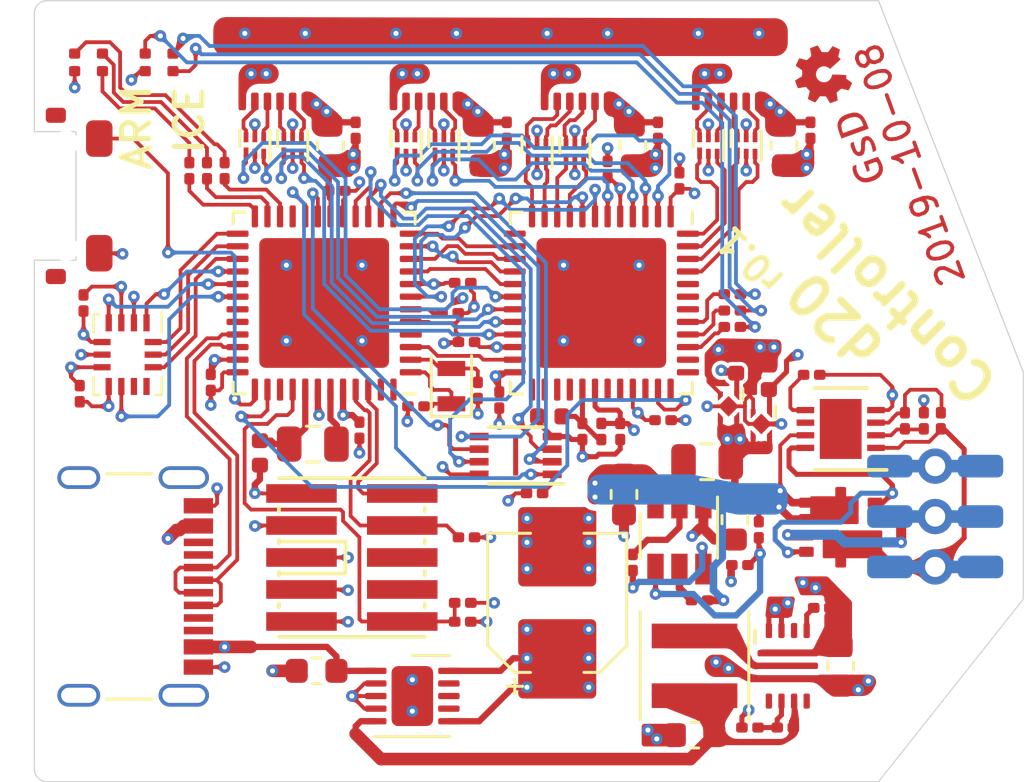
<source format=kicad_pcb>
(kicad_pcb (version 20171130) (host pcbnew 5.1.4-e60b266~84~ubuntu18.04.1)
  (layers (0 F.Cu signal) (1 In1.Cu signal) (2 In2.Cu signal) (31 B.Cu signal) (34 B.Paste user) (35 F.Paste user) (36 B.SilkS user) (37 F.SilkS user) (38 B.Mask user) (39 F.Mask user) (44 Edge.Cuts user))
  (net 0 "")
  (net 1 gnd)
  (net 2 N$1)
  (net 3 N$3)
  (net 4 N$7)
  (net 5 N$5)
  (net 6 N$2)
  (net 7 N$4)
  (net 8 N$6)
  (net 9 3v3)
  (net 10 2v5)
  (net 11 1v2_pll)
  (net 12 1v2)
  (net 13 led_r)
  (net 14 led_b)
  (net 15 led_g)
  (net 16 N$12)
  (net 17 N$13)
  (net 18 N$15)
  (net 19 ice_config_done)
  (net 20 ice_config_mosi)
  (net 21 ice_config_sck)
  (net 22 ice_config_ss)
  (net 23 ice_config_miso)
  (net 24 ice_config_reset)
  (net 25 4v5)
  (net 26 pp_batt_prot)
  (net 27 N$20)
  (net 28 N$21)
  (net 29 N$22)
  (net 30 N$23)
  (net 31 N$28)
  (net 32 N$29)
  (net 33 N$32)
  (net 34 swdio)
  (net 35 swdclk)
  (net 36 swo)
  (net 37 samd_rst)
  (net 38 5v0_usb)
  (net 39 samd_usb_p)
  (net 40 samd_usb_n)
  (net 41 5v_fb)
  (net 42 3v3_fb)
  (net 43 N$46)
  (net 44 N$47)
  (net 45 led0_sclk)
  (net 46 led0_latch)
  (net 47 led0_blank)
  (net 48 led0_data)
  (net 49 led1_sclk)
  (net 50 led1_latch)
  (net 51 led1_blank)
  (net 52 led1_data)
  (net 53 led2_sclk)
  (net 54 led2_latch)
  (net 55 led2_blank)
  (net 56 led2_data)
  (net 57 led3_latch)
  (net 58 led3_sclk)
  (net 59 led3_data)
  (net 60 led3_blank)
  (net 61 qspi_bus_cs)
  (net 62 qspi_bus_sck)
  (net 63 qspi_bus_io3)
  (net 64 qspi_bus_io2)
  (net 65 qspi_bus_io1)
  (net 66 qspi_bus_io0)
  (net 67 _led0_sclk)
  (net 68 _led0_latch)
  (net 69 _led0_blank)
  (net 70 _led0_data)
  (net 71 _led1_sclk)
  (net 72 _led1_latch)
  (net 73 _led1_blank)
  (net 74 _led1_data)
  (net 75 _led2_sclk)
  (net 76 _led2_latch)
  (net 77 _led2_blank)
  (net 78 _led2_data)
  (net 79 _led3_latch)
  (net 80 _led3_sclk)
  (net 81 _led3_data)
  (net 82 _led3_blank)
  (net 83 N$31)
  (net 84 imu_int2)
  (net 85 imu_int1)
  (net 86 imu_miso)
  (net 87 imu_cs)
  (net 88 imu_sck)
  (net 89 imu_mosi)
  (net 90 N$24)
  (net 91 pp_batt)
  (net 92 N$25)
  (net 93 ice_led_r)
  (net 94 ice_led_b)
  (net 95 ice_led_g)
  (net 96 N$30)
  (net 97 4v5_in)
  (module Connector_USB:USB_C_Receptacle_Palconn_UTC16-G (layer F.Cu) (at 143 118.25 270)
    (fp_text reference J7 hide)
    (fp_text value USB_C_Receptacle_USB2.0 hide)
    (pad S1 thru_hole oval (at -4.32 -1.93) (size 2 0.9) (drill oval 1.7 0.6) (layers *.Cu *.Mask) (net 1 gnd))
    (pad S1 thru_hole oval (at 4.32 -1.93) (size 2 0.9) (drill oval 1.7 0.6) (layers *.Cu *.Mask) (net 1 gnd))
    (pad S1 thru_hole oval (at -4.32 2.24) (size 1.7 0.9) (drill oval 1.4 0.6) (layers *.Cu *.Mask) (net 1 gnd))
    (pad S1 thru_hole oval (at 4.32 2.24) (size 1.7 0.9) (drill oval 1.4 0.6) (layers *.Cu *.Mask) (net 1 gnd))
    (pad B7 smd rect (at -0.75 -2.51 90) (size 0.3 1.16) (layers F.Cu F.Paste F.Mask) (net 40 samd_usb_n))
    (pad A6 smd rect (at -0.25 -2.51 90) (size 0.3 1.16) (layers F.Cu F.Paste F.Mask) (net 39 samd_usb_p))
    (pad A7 smd rect (at 0.25 -2.51 90) (size 0.3 1.16) (layers F.Cu F.Paste F.Mask) (net 40 samd_usb_n))
    (pad B8 smd rect (at -1.75 -2.51 90) (size 0.3 1.16) (layers F.Cu F.Paste F.Mask))
    (pad A5 smd rect (at -1.25 -2.51 90) (size 0.3 1.16) (layers F.Cu F.Paste F.Mask))
    (pad A8 smd rect (at 1.25 -2.51 90) (size 0.3 1.16) (layers F.Cu F.Paste F.Mask))
    (pad B6 smd rect (at 0.75 -2.51 90) (size 0.3 1.16) (layers F.Cu F.Paste F.Mask) (net 39 samd_usb_p))
    (pad B5 smd rect (at 1.75 -2.51 90) (size 0.3 1.16) (layers F.Cu F.Paste F.Mask))
    (pad "" np_thru_hole circle (at 2.89 -1.45 90) (size 0.6 0.6) (drill 0.6) (layers *.Cu *.Mask))
    (pad "" np_thru_hole circle (at -2.89 -1.45 90) (size 0.6 0.6) (drill 0.6) (layers *.Cu *.Mask))
    (pad A4 smd rect (at -2.4 -2.51 270) (size 0.6 1.16) (layers F.Cu F.Paste F.Mask) (net 38 5v0_usb))
    (pad B9 smd rect (at -2.4 -2.51 270) (size 0.6 1.16) (layers F.Cu F.Paste F.Mask) (net 38 5v0_usb))
    (pad A1 smd rect (at -3.2 -2.51 270) (size 0.6 1.16) (layers F.Cu F.Paste F.Mask) (net 1 gnd))
    (pad B12 smd rect (at -3.2 -2.51 270) (size 0.6 1.16) (layers F.Cu F.Paste F.Mask) (net 1 gnd))
    (pad B4 smd rect (at 2.4 -2.51 270) (size 0.6 1.16) (layers F.Cu F.Paste F.Mask) (net 38 5v0_usb))
    (pad B1 smd rect (at 3.2 -2.51 270) (size 0.6 1.16) (layers F.Cu F.Paste F.Mask) (net 1 gnd))
    (pad A9 smd rect (at 2.4 -2.51 270) (size 0.6 1.16) (layers F.Cu F.Paste F.Mask) (net 38 5v0_usb))
    (pad A12 smd rect (at 3.2 -2.51 270) (size 0.6 1.16) (layers F.Cu F.Paste F.Mask) (net 1 gnd))
  )
  (module oshw_small (layer F.Cu) (at 170.25 97.95 110)
    (fp_text reference G*** hide)
    (fp_text value LOGO hide)
    (fp_poly (pts (xy 0.034434 -1.070644) (xy 0.067967 -1.070441) (xy 0.094854 -1.070081) (xy 0.115679 -1.069545) (xy 0.131028 -1.068815) (xy 0.141484 -1.067873) (xy 0.147631 -1.0667) (xy 0.14957 -1.065823) (xy 0.151728 -1.062359) (xy 0.154421 -1.054534) (xy 0.157762 -1.041831) (xy 0.161865 -1.023736) (xy 0.166844 -0.999734) (xy 0.172812 -0.969309) (xy 0.179883 -0.931946) (xy 0.18387 -0.910492) (xy 0.191899 -0.867626) (xy 0.198777 -0.832133) (xy 0.204579 -0.803667) (xy 0.20938 -0.781882) (xy 0.213256 -0.766433) (xy 0.216284 -0.756974) (xy 0.218192 -0.753437) (xy 0.223255 -0.750437) (xy 0.23444 -0.745046) (xy 0.250596 -0.737743) (xy 0.270577 -0.729006) (xy 0.293232 -0.719311) (xy 0.317413 -0.709137) (xy 0.34197 -0.698962) (xy 0.365756 -0.689262) (xy 0.387621 -0.680517) (xy 0.406415 -0.673202) (xy 0.420991 -0.667796) (xy 0.430199 -0.664778) (xy 0.432574 -0.664308) (xy 0.436931 -0.666453) (xy 0.446994 -0.672572) (xy 0.46204 -0.682192) (xy 0.48135 -0.69484) (xy 0.504202 -0.710041) (xy 0.529876 -0.727323) (xy 0.557649 -0.746211) (xy 0.566444 -0.752231) (xy 0.594625 -0.771491) (xy 0.620833 -0.789294) (xy 0.644361 -0.805167) (xy 0.664502 -0.81864) (xy 0.68055 -0.82924) (xy 0.691799 -0.836496) (xy 0.697543 -0.839936) (xy 0.698099 -0.840154) (xy 0.702045 -0.837466) (xy 0.710615 -0.829883) (xy 0.723103 -0.818125) (xy 0.738801 -0.802913) (xy 0.757001 -0.784968) (xy 0.776995 -0.765011) (xy 0.798076 -0.743762) (xy 0.819537 -0.721943) (xy 0.840668 -0.700273) (xy 0.860764 -0.679473) (xy 0.879116 -0.660265) (xy 0.895016 -0.643369) (xy 0.907757 -0.629505) (xy 0.916632 -0.619395) (xy 0.920932 -0.613759) (xy 0.921212 -0.612916) (xy 0.918584 -0.608605) (xy 0.912018 -0.598596) (xy 0.902013 -0.583627) (xy 0.889064 -0.564435) (xy 0.873671 -0.541758) (xy 0.856331 -0.516332) (xy 0.837541 -0.488894) (xy 0.834677 -0.484721) (xy 0.815763 -0.456987) (xy 0.798327 -0.431061) (xy 0.782855 -0.407691) (xy 0.769833 -0.387628) (xy 0.759747 -0.371622) (xy 0.753081 -0.360422) (xy 0.750324 -0.35478) (xy 0.750277 -0.354467) (xy 0.751805 -0.348645) (xy 0.756066 -0.336833) (xy 0.762575 -0.320162) (xy 0.770846 -0.299763) (xy 0.780396 -0.276769) (xy 0.790739 -0.25231) (xy 0.801391 -0.22752) (xy 0.811866 -0.203529) (xy 0.821679 -0.181469) (xy 0.830347 -0.162471) (xy 0.837383 -0.147669) (xy 0.842304 -0.138192) (xy 0.844118 -0.135445) (xy 0.847693 -0.13317) (xy 0.854829 -0.13053) (xy 0.866139 -0.127386) (xy 0.882232 -0.123601) (xy 0.903722 -0.119039) (xy 0.931219 -0.113561) (xy 0.965334 -0.10703) (xy 0.996918 -0.10112) (xy 1.037379 -0.09352) (xy 1.070645 -0.087079) (xy 1.097233 -0.081681) (xy 1.117657 -0.077211) (xy 1.132435 -0.073556) (xy 1.142081 -0.070599) (xy 1.147113 -0.068226) (xy 1.147885 -0.067505) (xy 1.149215 -0.0638) (xy 1.150302 -0.05616) (xy 1.151165 -0.044) (xy 1.151823 -0.026735) (xy 1.152293 -0.003782) (xy 1.152594 0.025445) (xy 1.152744 0.061528) (xy 1.152769 0.088391) (xy 1.152737 0.127046) (xy 1.152622 0.158623) (xy 1.152394 0.183862) (xy 1.152024 0.2035) (xy 1.151483 0.218275) (xy 1.150742 0.228927) (xy 1.149772 0.236191) (xy 1.148544 0.240808) (xy 1.147028 0.243515) (xy 1.146629 0.243952) (xy 1.140833 0.248843) (xy 1.138213 0.250093) (xy 1.133978 0.250781) (xy 1.122934 0.25274) (xy 1.105954 0.25581) (xy 1.08391 0.259832) (xy 1.057677 0.264646) (xy 1.028128 0.270094) (xy 0.996838 0.275885) (xy 0.955612 0.283642) (xy 0.921763 0.290266) (xy 0.894946 0.295832) (xy 0.874815 0.300417) (xy 0.861026 0.304097) (xy 0.853234 0.30695) (xy 0.851445 0.308124) (xy 0.848436 0.313325) (xy 0.843095 0.324719) (xy 0.835867 0.341193) (xy 0.827199 0.361634) (xy 0.817539 0.38493) (xy 0.807332 0.409969) (xy 0.797024 0.435639) (xy 0.787064 0.460827) (xy 0.777896 0.48442) (xy 0.769968 0.505307) (xy 0.763726 0.522375) (xy 0.759617 0.534513) (xy 0.758086 0.540606) (xy 0.758085 0.540687) (xy 0.760235 0.545487) (xy 0.76635 0.555935) (xy 0.775934 0.571262) (xy 0.78849 0.590698) (xy 0.803521 0.613476) (xy 0.82053 0.638825) (xy 0.838801 0.665655) (xy 0.857314 0.69275) (xy 0.874414 0.717967) (xy 0.889593 0.740547) (xy 0.902348 0.759729) (xy 0.912171 0.774754) (xy 0.918559 0.784861) (xy 0.921002 0.789276) (xy 0.918645 0.793571) (xy 0.910956 0.802932) (xy 0.898247 0.817025) (xy 0.880834 0.835513) (xy 0.859031 0.858062) (xy 0.833152 0.884336) (xy 0.813356 0.904189) (xy 0.785293 0.932138) (xy 0.762177 0.954975) (xy 0.743486 0.973171) (xy 0.728699 0.987199) (xy 0.717295 0.997529) (xy 0.708752 1.004633) (xy 0.702549 1.008984) (xy 0.698165 1.011053) (xy 0.695078 1.011313) (xy 0.695008 1.011299) (xy 0.689679 1.008695) (xy 0.678758 1.002154) (xy 0.663066 0.99221) (xy 0.643424 0.979394) (xy 0.62065 0.964241) (xy 0.595565 0.947284) (xy 0.576538 0.93426) (xy 0.550366 0.916286) (xy 0.526022 0.899625) (xy 0.504309 0.884826) (xy 0.486032 0.872434) (xy 0.471995 0.862994) (xy 0.463004 0.857053) (xy 0.460102 0.855246) (xy 0.457078 0.854255) (xy 0.452913 0.85445) (xy 0.446778 0.856201) (xy 0.437842 0.859876) (xy 0.425276 0.865845) (xy 0.40825 0.874477) (xy 0.385936 0.886143) (xy 0.360636 0.899546) (xy 0.347626 0.906182) (xy 0.339529 0.909288) (xy 0.33452 0.909294) (xy 0.330772 0.90663) (xy 0.330728 0.906585) (xy 0.328208 0.901935) (xy 0.32306 0.890769) (xy 0.315582 0.873809) (xy 0.306072 0.851778) (xy 0.294829 0.825397) (xy 0.282152 0.795391) (xy 0.268338 0.762481) (xy 0.253687 0.727389) (xy 0.238496 0.690838) (xy 0.223064 0.653551) (xy 0.20769 0.616249) (xy 0.192671 0.579657) (xy 0.178307 0.544495) (xy 0.164895 0.511487) (xy 0.152734 0.481354) (xy 0.142123 0.45482) (xy 0.133359 0.432607) (xy 0.126742 0.415438) (xy 0.122569 0.404034) (xy 0.121139 0.399138) (xy 0.124539 0.392081) (xy 0.134948 0.383227) (xy 0.143608 0.377584) (xy 0.188619 0.346069) (xy 0.227109 0.310716) (xy 0.258915 0.271782) (xy 0.283869 0.229527) (xy 0.301808 0.184209) (xy 0.312567 0.136086) (xy 0.315359 0.108587) (xy 0.314642 0.058353) (xy 0.306583 0.010097) (xy 0.291531 -0.035584) (xy 0.269836 -0.078095) (xy 0.241847 -0.11684) (xy 0.207914 -0.151221) (xy 0.168387 -0.180642) (xy 0.134816 -0.19932) (xy 0.09804 -0.215073) (xy 0.063083 -0.225281) (xy 0.027012 -0.2306) (xy -0.009769 -0.23174) (xy -0.059615 -0.227366) (xy -0.107125 -0.215762) (xy -0.151692 -0.19732) (xy -0.19271 -0.172431) (xy -0.229573 -0.141486) (xy -0.261673 -0.104878) (xy -0.288405 -0.062998) (xy -0.296711 -0.046464) (xy -0.308777 -0.018535) (xy -0.317161 0.006857) (xy -0.322405 0.032291) (xy -0.325047 0.060349) (xy -0.325639 0.091831) (xy -0.325267 0.115171) (xy -0.324232 0.133197) (xy -0.322223 0.148402) (xy -0.31893 0.163281) (xy -0.315036 0.177048) (xy -0.299291 0.220105) (xy -0.278927 0.258768) (xy -0.253213 0.293987) (xy -0.221415 0.326713) (xy -0.182801 0.357897) (xy -0.167177 0.368869) (xy -0.15294 0.378857) (xy -0.141274 0.387637) (xy -0.133636 0.394076) (xy -0.131448 0.396632) (xy -0.132459 0.401252) (xy -0.136161 0.4122) (xy -0.142219 0.428599) (xy -0.150296 0.449572) (xy -0.160055 0.474241) (xy -0.171161 0.50173) (xy -0.179518 0.522086) (xy -0.193998 0.557143) (xy -0.210561 0.597269) (xy -0.228319 0.640305) (xy -0.246379 0.684094) (xy -0.263853 0.726476) (xy -0.279849 0.765293) (xy -0.283708 0.774661) (xy -0.30004 0.813926) (xy -0.313973 0.846607) (xy -0.325441 0.872561) (xy -0.334378 0.89164) (xy -0.340718 0.903701) (xy -0.344396 0.908596) (xy -0.344568 0.908672) (xy -0.350459 0.907652) (xy -0.362082 0.903112) (xy -0.378438 0.895496) (xy -0.398524 0.885252) (xy -0.405826 0.881357) (xy -0.424649 0.871324) (xy -0.441113 0.862757) (xy -0.453973 0.856287) (xy -0.46198 0.852547) (xy -0.463947 0.851877) (xy -0.467846 0.854015) (xy -0.477435 0.860098) (xy -0.491969 0.869632) (xy -0.510708 0.882121) (xy -0.532909 0.897072) (xy -0.557828 0.913989) (xy -0.584152 0.931985) (xy -0.611219 0.950401) (xy -0.636511 0.967326) (xy -0.659249 0.982258) (xy -0.678656 0.994701) (xy -0.693953 1.004152) (xy -0.704362 1.010115) (xy -0.709029 1.012093) (xy -0.714317 1.009227) (xy -0.724895 1.00064) (xy -0.740744 0.986349) (xy -0.761845 0.96637) (xy -0.788182 0.940721) (xy -0.819737 0.909417) (xy -0.823573 0.905582) (xy -0.854778 0.874147) (xy -0.880703 0.847573) (xy -0.901264 0.825951) (xy -0.916376 0.809369) (xy -0.925955 0.797919) (xy -0.929919 0.79169) (xy -0.930031 0.791085) (xy -0.92788 0.786115) (xy -0.921763 0.775509) (xy -0.912177 0.760045) (xy -0.899622 0.740501) (xy -0.884598 0.717654) (xy -0.867603 0.692282) (xy -0.849923 0.666309) (xy -0.829505 0.636295) (xy -0.811454 0.609266) (xy -0.796155 0.585826) (xy -0.783993 0.566582) (xy -0.775352 0.552136) (xy -0.770619 0.543095) (xy -0.769815 0.540513) (xy -0.771264 0.534264) (xy -0.77531 0.521968) (xy -0.781505 0.504746) (xy -0.789401 0.483717) (xy -0.79855 0.460001) (xy -0.808503 0.434718) (xy -0.818812 0.408988) (xy -0.829028 0.38393) (xy -0.838704 0.360665) (xy -0.847389 0.340312) (xy -0.854637 0.323991) (xy -0.859999 0.312821) (xy -0.862902 0.308036) (xy -0.867671 0.305602) (xy -0.87803 0.302427) (xy -0.894356 0.298426) (xy -0.917028 0.293518) (xy -0.946424 0.287618) (xy -0.982922 0.280644) (xy -1.010138 0.275586) (xy -1.047747 0.268606) (xy -1.078379 0.262788) (xy -1.102761 0.257964) (xy -1.121618 0.253968) (xy -1.135675 0.250632) (xy -1.145658 0.24779) (xy -1.152293 0.245274) (xy -1.156305 0.242918) (xy -1.157654 0.241632) (xy -1.15942 0.239026) (xy -1.160856 0.235261) (xy -1.161994 0.229569) (xy -1.162869 0.221179) (xy -1.163515 0.209321) (xy -1.163965 0.193226) (xy -1.164254 0.172124) (xy -1.164415 0.145246) (xy -1.164483 0.111821) (xy -1.164492 0.086283) (xy -1.164428 0.045824) (xy -1.164221 0.01259) (xy -1.163855 -0.014004) (xy -1.163309 -0.034547) (xy -1.162566 -0.049626) (xy -1.161607 -0.05983) (xy -1.160413 -0.065746) (xy -1.159607 -0.06744) (xy -1.155945 -0.069673) (xy -1.147653 -0.072467) (xy -1.134227 -0.075935) (xy -1.115162 -0.080188) (xy -1.089954 -0.085337) (xy -1.058098 -0.091496) (xy -1.019091 -0.098774) (xy -1.014046 -0.099703) (xy -0.981474 -0.105744) (xy -0.950996 -0.111504) (xy -0.92355 -0.116796) (xy -0.900074 -0.121436) (xy -0.881505 -0.125239) (xy -0.86878 -0.128019) (xy -0.862911 -0.129562) (xy -0.859518 -0.13152) (xy -0.855885 -0.135299) (xy -0.851618 -0.141672) (xy -0.846325 -0.151412) (xy -0.839613 -0.165293) (xy -0.831087 -0.184087) (xy -0.820354 -0.208567) (xy -0.807226 -0.239032) (xy -0.795686 -0.266257) (xy -0.785233 -0.291524) (xy -0.776256 -0.313841) (xy -0.769147 -0.332215) (xy -0.764295 -0.345655) (xy -0.762091 -0.353168) (xy -0.762 -0.353986) (xy -0.764265 -0.359917) (xy -0.770911 -0.371817) (xy -0.781717 -0.389337) (xy -0.796461 -0.412131) (xy -0.814922 -0.43985) (xy -0.836876 -0.472148) (xy -0.844752 -0.483608) (xy -0.863574 -0.511131) (xy -0.880974 -0.536957) (xy -0.896447 -0.560306) (xy -0.909488 -0.580402) (xy -0.919593 -0.596466) (xy -0.926256 -0.607719) (xy -0.928974 -0.613383) (xy -0.928997 -0.613507) (xy -0.928723 -0.616663) (xy -0.926741 -0.620996) (xy -0.922573 -0.627032) (xy -0.915741 -0.635298) (xy -0.905766 -0.646322) (xy -0.892169 -0.66063) (xy -0.874471 -0.678749) (xy -0.852194 -0.701206) (xy -0.824859 -0.728528) (xy -0.821132 -0.732243) (xy -0.789304 -0.763769) (xy -0.762732 -0.789677) (xy -0.74133 -0.810047) (xy -0.725007 -0.824962) (xy -0.713675 -0.834505) (xy -0.707246 -0.838758) (xy -0.705927 -0.838966) (xy -0.701497 -0.836315) (xy -0.69137 -0.829716) (xy -0.676277 -0.819663) (xy -0.656953 -0.806651) (xy -0.634129 -0.791172) (xy -0.608539 -0.773722) (xy -0.580914 -0.754793) (xy -0.574689 -0.750515) (xy -0.546742 -0.731402) (xy -0.520662 -0.713761) (xy -0.497181 -0.69807) (xy -0.477028 -0.68481) (xy -0.460937 -0.674462) (xy -0.449637 -0.667505) (xy -0.44386 -0.664419) (xy -0.443397 -0.664307) (xy -0.438246 -0.665738) (xy -0.426954 -0.669755) (xy -0.410596 -0.675946) (xy -0.390249 -0.683898) (xy -0.366989 -0.6932) (xy -0.350632 -0.69985) (xy -0.317571 -0.713385) (xy -0.291012 -0.724298) (xy -0.270221 -0.732923) (xy -0.254468 -0.739595) (xy -0.24302 -0.744651) (xy -0.235143 -0.748424) (xy -0.230107 -0.751249) (xy -0.227177 -0.753463) (xy -0.225623 -0.7554) (xy -0.224711 -0.757395) (xy -0.224679 -0.757476) (xy -0.223541 -0.762317) (xy -0.221174 -0.773804) (xy -0.217774 -0.790899) (xy -0.213539 -0.812567) (xy -0.208664 -0.837768) (xy -0.203347 -0.865466) (xy -0.197785 -0.894622) (xy -0.192175 -0.9242) (xy -0.186713 -0.953161) (xy -0.181597 -0.980468) (xy -0.177024 -1.005084) (xy -0.17319 -1.025971) (xy -0.170292 -1.042092) (xy -0.168528 -1.052408) (xy -0.168065 -1.055775) (xy -0.165582 -1.060348) (xy -0.16189 -1.064567) (xy -0.159523 -1.066154) (xy -0.155419 -1.067447) (xy -0.14884 -1.068475) (xy -0.139047 -1.069267) (xy -0.125302 -1.069852) (xy -0.106868 -1.070259) (xy -0.083005 -1.070518) (xy -0.052976 -1.070657) (xy -0.016043 -1.070706) (xy -0.006329 -1.070708) (xy 0.034434 -1.070644)) (layer F.Cu) (width 0.01))
  )
  (module gsd_logo_small (layer F.Cu) (at 171.85 100.8 110)
    (fp_text reference G*** hide)
    (fp_text value LOGO hide)
    (fp_poly (pts (xy 0.809625 -0.656049) (xy 0.948894 -0.652824) (xy 1.055352 -0.641742) (xy 1.138164 -0.620435) (xy 1.206496 -0.586535) (xy 1.269512 -0.537672) (xy 1.270237 -0.537018) (xy 1.340037 -0.45732) (xy 1.386054 -0.362298) (xy 1.410458 -0.244688) (xy 1.415419 -0.097228) (xy 1.413931 -0.056017) (xy 1.39408 0.106816) (xy 1.349894 0.237949) (xy 1.279148 0.339287) (xy 1.179619 0.412731) (xy 1.049083 0.460187) (xy 0.885316 0.483556) (xy 0.779803 0.486833) (xy 0.592667 0.486833) (xy 0.592667 0.338667) (xy 0.762 0.338667) (xy 0.884039 0.338667) (xy 0.998972 0.327347) (xy 1.079303 0.299395) (xy 1.160578 0.233792) (xy 1.215228 0.137724) (xy 1.243868 0.009786) (xy 1.248834 -0.087568) (xy 1.23982 -0.236059) (xy 1.21085 -0.349515) (xy 1.159033 -0.431642) (xy 1.081476 -0.486148) (xy 0.975288 -0.516738) (xy 0.908005 -0.524408) (xy 0.762 -0.534855) (xy 0.762 0.338667) (xy 0.592667 0.338667) (xy 0.592667 -0.656167) (xy 0.809625 -0.656049)) (layer F.Cu) (width 0.01))
    (fp_poly (pts (xy 0.162577 -0.408638) (xy 0.231651 -0.397665) (xy 0.269226 -0.38476) (xy 0.285863 -0.363181) (xy 0.292122 -0.326181) (xy 0.292151 -0.325883) (xy 0.298552 -0.260216) (xy 0.140244 -0.270375) (xy 0.023554 -0.274289) (xy -0.058453 -0.267638) (xy -0.112413 -0.249068) (xy -0.144962 -0.217221) (xy -0.1483 -0.211417) (xy -0.159408 -0.158528) (xy -0.131713 -0.111118) (xy -0.063856 -0.06759) (xy -0.005378 -0.043426) (xy 0.120986 0.004376) (xy 0.212326 0.044812) (xy 0.274186 0.082617) (xy 0.312111 0.122522) (xy 0.331646 0.16926) (xy 0.338334 0.227561) (xy 0.338667 0.250217) (xy 0.332061 0.319458) (xy 0.306108 0.369754) (xy 0.275785 0.401589) (xy 0.193201 0.454029) (xy 0.081845 0.489442) (xy -0.047579 0.506087) (xy -0.184364 0.50222) (xy -0.264583 0.489528) (xy -0.310364 0.472303) (xy -0.330277 0.436937) (xy -0.334784 0.40645) (xy -0.341485 0.336834) (xy -0.228951 0.353625) (xy -0.077646 0.369325) (xy 0.038464 0.366191) (xy 0.11832 0.344321) (xy 0.151534 0.318598) (xy 0.179753 0.277874) (xy 0.1905 0.251655) (xy 0.170586 0.212403) (xy 0.114686 0.169922) (xy 0.028559 0.127998) (xy -0.031142 0.106035) (xy -0.115912 0.072019) (xy -0.195079 0.030549) (xy -0.245396 -0.004577) (xy -0.292577 -0.05312) (xy -0.313312 -0.100997) (xy -0.3175 -0.159315) (xy -0.298442 -0.24985) (xy -0.244324 -0.323152) (xy -0.159727 -0.376842) (xy -0.04923 -0.40854) (xy 0.082583 -0.415868) (xy 0.162577 -0.408638)) (layer F.Cu) (width 0.01))
    (fp_poly (pts (xy -0.729586 -0.662399) (xy -0.677333 -0.647505) (xy -0.626418 -0.62313) (xy -0.603622 -0.588205) (xy -0.59668 -0.543282) (xy -0.593267 -0.492195) (xy -0.600915 -0.471095) (xy -0.629252 -0.474961) (xy -0.684652 -0.497417) (xy -0.793084 -0.52487) (xy -0.911313 -0.52619) (xy -1.021487 -0.502134) (xy -1.067329 -0.481194) (xy -1.152001 -0.414193) (xy -1.209167 -0.323118) (xy -1.240724 -0.203739) (xy -1.248833 -0.077437) (xy -1.235812 0.076285) (xy -1.196686 0.196724) (xy -1.131367 0.283993) (xy -1.039764 0.338206) (xy -0.921786 0.359477) (xy -0.902158 0.359833) (xy -0.827591 0.358133) (xy -0.78048 0.347764) (xy -0.754524 0.320825) (xy -0.743421 0.269416) (xy -0.740872 0.185636) (xy -0.740833 0.157542) (xy -0.740833 -0.019054) (xy -0.862541 -0.025402) (xy -0.931356 -0.030401) (xy -0.968596 -0.039801) (xy -0.985008 -0.059004) (xy -0.990947 -0.089958) (xy -0.997645 -0.148167) (xy -0.592666 -0.148167) (xy -0.592666 0.440359) (xy -0.661458 0.46483) (xy -0.746414 0.485276) (xy -0.850823 0.496713) (xy -0.957542 0.498477) (xy -1.049423 0.489902) (xy -1.085247 0.481267) (xy -1.208581 0.422253) (xy -1.302342 0.335079) (xy -1.367447 0.218338) (xy -1.404808 0.070623) (xy -1.413852 -0.024121) (xy -1.40885 -0.20249) (xy -1.373738 -0.351868) (xy -1.307754 -0.47377) (xy -1.210142 -0.569709) (xy -1.111404 -0.627564) (xy -0.992941 -0.664104) (xy -0.859141 -0.676016) (xy -0.729586 -0.662399)) (layer F.Cu) (width 0.01))
  )
  (module Capacitor_SMD:C_0603_1608Metric (layer F.Cu) (at 150.75 100.75 270)
    (fp_text reference C28 hide)
    (fp_text value 10uF hide)
    (pad 1 smd roundrect (at -0.7875 0 270) (size 0.875 0.95) (layers F.Cu F.Paste F.Mask) (net 25 4v5))
    (pad 2 smd roundrect (at 0.7875 0 270) (size 0.875 0.95) (layers F.Cu F.Paste F.Mask) (net 1 gnd))
  )
  (module Capacitor_SMD:C_0201_0603Metric (layer F.Cu) (at 162.75 117.3 90)
    (fp_text reference C3 hide)
    (fp_text value 100nF hide)
    (pad 2 smd roundrect (at 0.32 0 90) (size 0.46 0.4) (layers F.Cu F.Mask) (net 18 N$15))
    (pad 1 smd roundrect (at -0.32 0 90) (size 0.46 0.4) (layers F.Cu F.Mask) (net 17 N$13))
  )
  (module Capacitor_SMD:C_0201_0603Metric (layer F.Cu) (at 164.6 102.15 90)
    (fp_text reference C10 hide)
    (fp_text value 100nF hide)
    (pad 2 smd roundrect (at 0.32 0 90) (size 0.46 0.4) (layers F.Cu F.Mask) (net 1 gnd))
    (pad 1 smd roundrect (at -0.32 0 90) (size 0.46 0.4) (layers F.Cu F.Mask) (net 9 3v3))
  )
  (module Capacitor_SMD:C_0201_0603Metric (layer F.Cu) (at 163.95 111.65)
    (fp_text reference C11 hide)
    (fp_text value 100nF hide)
    (pad 1 smd roundrect (at -0.32 0) (size 0.46 0.4) (layers F.Cu F.Mask) (net 9 3v3))
    (pad 2 smd roundrect (at 0.32 0) (size 0.46 0.4) (layers F.Cu F.Mask) (net 1 gnd))
  )
  (module Capacitor_SMD:C_0201_0603Metric (layer F.Cu) (at 146 110.15 90)
    (fp_text reference C12 hide)
    (fp_text value 100nF hide)
    (pad 2 smd roundrect (at 0.32 0 90) (size 0.46 0.4) (layers F.Cu F.Mask) (net 1 gnd))
    (pad 1 smd roundrect (at -0.32 0 90) (size 0.46 0.4) (layers F.Cu F.Mask) (net 9 3v3))
  )
  (module gkl_led:led_rbag_1515 (layer F.Cu) (at 141.15 97.45)
    (fp_text reference D1 hide)
    (fp_text value LED_ARGB hide)
    (pad 3 smd roundrect (at 0.55125 0.34875 180) (size 0.443 0.406) (layers F.Cu F.Paste F.Mask) (roundrect_rratio 0.197) (net 15 led_g))
    (pad 1 smd roundrect (at -0.55125 0.34875 180) (size 0.443 0.406) (layers F.Cu F.Paste F.Mask) (roundrect_rratio 0.197) (net 9 3v3))
    (pad 4 smd roundrect (at 0.55125 -0.34875 180) (size 0.443 0.406) (layers F.Cu F.Paste F.Mask) (roundrect_rratio 0.197) (net 14 led_b))
    (pad 2 smd roundrect (at -0.55125 -0.34875 180) (size 0.443 0.406) (layers F.Cu F.Paste F.Mask) (roundrect_rratio 0.197) (net 13 led_r))
  )
  (module gkl_conn:5034800600 (layer F.Cu) (at 148.5 99 180)
    (fp_text reference J2 hide)
    (fp_text value Conn_01x06_Shielded hide)
    (pad SH smd roundrect (at -2.04 2.65 180) (size 0.3 1) (layers F.Cu F.Paste F.Mask) (net 1 gnd))
    (pad SH smd roundrect (at 2.04 2.65 180) (size 0.3 1) (layers F.Cu F.Paste F.Mask) (net 1 gnd))
    (pad 1 smd roundrect (at -1.25 0 180) (size 0.3 0.7) (layers F.Cu F.Paste F.Mask) (net 25 4v5))
    (pad 2 smd roundrect (at -0.75 0 180) (size 0.3 0.7) (layers F.Cu F.Paste F.Mask) (net 48 led0_data))
    (pad 3 smd roundrect (at -0.25 0 180) (size 0.3 0.7) (layers F.Cu F.Paste F.Mask) (net 47 led0_blank))
    (pad 4 smd roundrect (at 0.25 0 180) (size 0.3 0.7) (layers F.Cu F.Paste F.Mask) (net 46 led0_latch))
    (pad 5 smd roundrect (at 0.75 0 180) (size 0.3 0.7) (layers F.Cu F.Paste F.Mask) (net 45 led0_sclk))
    (pad 6 smd roundrect (at 1.25 0 180) (size 0.3 0.7) (layers F.Cu F.Paste F.Mask) (net 1 gnd))
  )
  (module gkl_conn:5034800600 (layer F.Cu) (at 154.5 99 180)
    (fp_text reference J3 hide)
    (fp_text value Conn_01x06_Shielded hide)
    (pad SH smd roundrect (at -2.04 2.65 180) (size 0.3 1) (layers F.Cu F.Paste F.Mask) (net 1 gnd))
    (pad SH smd roundrect (at 2.04 2.65 180) (size 0.3 1) (layers F.Cu F.Paste F.Mask) (net 1 gnd))
    (pad 1 smd roundrect (at -1.25 0 180) (size 0.3 0.7) (layers F.Cu F.Paste F.Mask) (net 25 4v5))
    (pad 2 smd roundrect (at -0.75 0 180) (size 0.3 0.7) (layers F.Cu F.Paste F.Mask) (net 52 led1_data))
    (pad 3 smd roundrect (at -0.25 0 180) (size 0.3 0.7) (layers F.Cu F.Paste F.Mask) (net 51 led1_blank))
    (pad 4 smd roundrect (at 0.25 0 180) (size 0.3 0.7) (layers F.Cu F.Paste F.Mask) (net 50 led1_latch))
    (pad 5 smd roundrect (at 0.75 0 180) (size 0.3 0.7) (layers F.Cu F.Paste F.Mask) (net 49 led1_sclk))
    (pad 6 smd roundrect (at 1.25 0 180) (size 0.3 0.7) (layers F.Cu F.Paste F.Mask) (net 1 gnd))
  )
  (module gkl_conn:5034800600 (layer F.Cu) (at 160.5 99 180)
    (fp_text reference J4 hide)
    (fp_text value Conn_01x06_Shielded hide)
    (pad 6 smd roundrect (at 1.25 0 180) (size 0.3 0.7) (layers F.Cu F.Paste F.Mask) (net 1 gnd))
    (pad 5 smd roundrect (at 0.75 0 180) (size 0.3 0.7) (layers F.Cu F.Paste F.Mask) (net 53 led2_sclk))
    (pad 4 smd roundrect (at 0.25 0 180) (size 0.3 0.7) (layers F.Cu F.Paste F.Mask) (net 54 led2_latch))
    (pad 3 smd roundrect (at -0.25 0 180) (size 0.3 0.7) (layers F.Cu F.Paste F.Mask) (net 55 led2_blank))
    (pad 2 smd roundrect (at -0.75 0 180) (size 0.3 0.7) (layers F.Cu F.Paste F.Mask) (net 56 led2_data))
    (pad 1 smd roundrect (at -1.25 0 180) (size 0.3 0.7) (layers F.Cu F.Paste F.Mask) (net 25 4v5))
    (pad SH smd roundrect (at 2.04 2.65 180) (size 0.3 1) (layers F.Cu F.Paste F.Mask) (net 1 gnd))
    (pad SH smd roundrect (at -2.04 2.65 180) (size 0.3 1) (layers F.Cu F.Paste F.Mask) (net 1 gnd))
  )
  (module Resistor_SMD:R_0201_0603Metric (layer F.Cu) (at 169.85 109.85)
    (fp_text reference R1 hide)
    (fp_text value 510k hide)
    (pad 1 smd roundrect (at -0.32 0) (size 0.46 0.4) (layers F.Cu F.Mask) (net 3 N$3))
    (pad 2 smd roundrect (at 0.32 0) (size 0.46 0.4) (layers F.Cu F.Mask) (net 1 gnd))
  )
  (module Resistor_SMD:R_0201_0603Metric (layer F.Cu) (at 174.3 111.675 90)
    (fp_text reference R2 hide)
    (fp_text value 25.3k hide)
    (pad 2 smd roundrect (at 0.32 0 90) (size 0.46 0.4) (layers F.Cu F.Mask) (net 1 gnd))
    (pad 1 smd roundrect (at -0.32 0 90) (size 0.46 0.4) (layers F.Cu F.Mask) (net 5 N$5))
  )
  (module Resistor_SMD:R_0201_0603Metric (layer F.Cu) (at 173.55 111.675 270)
    (fp_text reference R3 hide)
    (fp_text value 34.8k hide)
    (pad 1 smd roundrect (at -0.32 0 270) (size 0.46 0.4) (layers F.Cu F.Mask) (net 7 N$4))
    (pad 2 smd roundrect (at 0.32 0 270) (size 0.46 0.4) (layers F.Cu F.Mask) (net 5 N$5))
  )
  (module gkl_misc:UDFN-6_1x1mm_P0.35mm (layer F.Cu) (at 149.25 100.75 90)
    (fp_text reference U9 hide)
    (fp_text value NC7WZ17 hide)
    (pad 1 smd rect (at -0.305 -0.35 90) (size 0.45 0.19) (layers F.Cu F.Paste F.Mask) (net 69 _led0_blank))
    (pad 2 smd rect (at -0.33 0 90) (size 0.4 0.19) (layers F.Cu F.Paste F.Mask) (net 1 gnd))
    (pad 3 smd rect (at -0.33 0.35 90) (size 0.4 0.19) (layers F.Cu F.Paste F.Mask) (net 70 _led0_data))
    (pad 4 smd rect (at 0.33 0.35 90) (size 0.4 0.19) (layers F.Cu F.Paste F.Mask) (net 48 led0_data))
    (pad 5 smd rect (at 0.33 0 90) (size 0.4 0.19) (layers F.Cu F.Paste F.Mask) (net 25 4v5))
    (pad 6 smd rect (at 0.33 -0.35 90) (size 0.4 0.19) (layers F.Cu F.Paste F.Mask) (net 47 led0_blank))
  )
  (module gkl_misc:UDFN-6_1x1mm_P0.35mm (layer F.Cu) (at 147.75 100.75 90)
    (fp_text reference U10 hide)
    (fp_text value NC7WZ17 hide)
    (pad 6 smd rect (at 0.33 -0.35 90) (size 0.4 0.19) (layers F.Cu F.Paste F.Mask) (net 45 led0_sclk))
    (pad 5 smd rect (at 0.33 0 90) (size 0.4 0.19) (layers F.Cu F.Paste F.Mask) (net 25 4v5))
    (pad 4 smd rect (at 0.33 0.35 90) (size 0.4 0.19) (layers F.Cu F.Paste F.Mask) (net 46 led0_latch))
    (pad 3 smd rect (at -0.33 0.35 90) (size 0.4 0.19) (layers F.Cu F.Paste F.Mask) (net 68 _led0_latch))
    (pad 2 smd rect (at -0.33 0 90) (size 0.4 0.19) (layers F.Cu F.Paste F.Mask) (net 1 gnd))
    (pad 1 smd rect (at -0.305 -0.35 90) (size 0.45 0.19) (layers F.Cu F.Paste F.Mask) (net 67 _led0_sclk))
  )
  (module Capacitor_SMD:C_0603_1608Metric (layer F.Cu) (at 171 121.4 270)
    (fp_text reference C1 hide)
    (fp_text value 10uF hide)
    (pad 1 smd roundrect (at -0.7875 0 270) (size 0.875 0.95) (layers F.Cu F.Paste F.Mask) (net 26 pp_batt_prot))
    (pad 2 smd roundrect (at 0.7875 0 270) (size 0.875 0.95) (layers F.Cu F.Paste F.Mask) (net 1 gnd))
  )
  (module Capacitor_SMD:C_0603_1608Metric (layer F.Cu) (at 165.2 124.15 180)
    (fp_text reference C2 hide)
    (fp_text value 10uF hide)
    (pad 1 smd roundrect (at -0.7875 0 180) (size 0.875 0.95) (layers F.Cu F.Paste F.Mask) (net 97 4v5_in))
    (pad 2 smd roundrect (at 0.7875 0 180) (size 0.875 0.95) (layers F.Cu F.Paste F.Mask) (net 1 gnd))
  )
  (module Capacitor_SMD:C_0603_1608Metric (layer F.Cu) (at 162.4 114.6 270)
    (fp_text reference C4 hide)
    (fp_text value 10uF hide)
    (pad 2 smd roundrect (at 0.7875 0 270) (size 0.875 0.95) (layers F.Cu F.Paste F.Mask) (net 1 gnd))
    (pad 1 smd roundrect (at -0.7875 0 270) (size 0.875 0.95) (layers F.Cu F.Paste F.Mask) (net 26 pp_batt_prot))
  )
  (module Capacitor_SMD:C_0603_1608Metric (layer F.Cu) (at 166.8 115.6 270)
    (fp_text reference C5 hide)
    (fp_text value 10uF hide)
    (pad 1 smd roundrect (at -0.7875 0 270) (size 0.875 0.95) (layers F.Cu F.Paste F.Mask) (net 9 3v3))
    (pad 2 smd roundrect (at 0.7875 0 270) (size 0.875 0.95) (layers F.Cu F.Paste F.Mask) (net 1 gnd))
  )
  (module Capacitor_SMD:C_0201_0603Metric (layer F.Cu) (at 155.5 107.4)
    (fp_text reference C13 hide)
    (fp_text value 100nF hide)
    (pad 2 smd roundrect (at 0.32 0) (size 0.46 0.4) (layers F.Cu F.Mask) (net 1 gnd))
    (pad 1 smd roundrect (at -0.32 0) (size 0.46 0.4) (layers F.Cu F.Mask) (net 9 3v3))
  )
  (module Capacitor_SMD:C_0201_0603Metric (layer F.Cu) (at 154.145 111.1 180)
    (fp_text reference C15 hide)
    (fp_text value 22pF hide)
    (pad 1 smd roundrect (at -0.32 0 180) (size 0.46 0.4) (layers F.Cu F.Mask) (net 90 N$24))
    (pad 2 smd roundrect (at 0.32 0 180) (size 0.46 0.4) (layers F.Cu F.Mask) (net 1 gnd))
  )
  (module Capacitor_SMD:C_0201_0603Metric (layer F.Cu) (at 156.6 110.47 270)
    (fp_text reference C16 hide)
    (fp_text value 22pF hide)
    (pad 2 smd roundrect (at 0.32 0 270) (size 0.46 0.4) (layers F.Cu F.Mask) (net 1 gnd))
    (pad 1 smd roundrect (at -0.32 0 270) (size 0.46 0.4) (layers F.Cu F.Mask) (net 92 N$25))
  )
  (module Capacitor_SMD:C_0201_0603Metric (layer F.Cu) (at 140.95 107 90)
    (fp_text reference C17 hide)
    (fp_text value 100nF hide)
    (pad 1 smd roundrect (at -0.32 0 90) (size 0.46 0.4) (layers F.Cu F.Mask) (net 9 3v3))
    (pad 2 smd roundrect (at 0.32 0 90) (size 0.46 0.4) (layers F.Cu F.Mask) (net 1 gnd))
  )
  (module Capacitor_SMD:C_0201_0603Metric (layer F.Cu) (at 156.15 108.55 180)
    (fp_text reference C19 hide)
    (fp_text value 100nF hide)
    (pad 2 smd roundrect (at 0.32 0 180) (size 0.46 0.4) (layers F.Cu F.Mask) (net 1 gnd))
    (pad 1 smd roundrect (at -0.32 0 180) (size 0.46 0.4) (layers F.Cu F.Mask) (net 9 3v3))
  )
  (module Inductor_SMD:L_Coilcraft_XxL4020 (layer F.Cu) (at 165.2 121.4 270)
    (fp_text reference L1 hide)
    (fp_text value 1uH hide)
    (pad 1 smd rect (at -1.185 0 270) (size 0.98 3.4) (layers F.Cu F.Paste F.Mask) (net 4 N$7))
    (pad 2 smd rect (at 1.185 0 270) (size 0.98 3.4) (layers F.Cu F.Paste F.Mask) (net 97 4v5_in))
  )
  (module Inductor_SMD:L_0805_2012Metric (layer F.Cu) (at 165.7 113.3)
    (fp_text reference L2 hide)
    (fp_text value 2.2uH hide)
    (pad 1 smd roundrect (at -0.9375 0) (size 0.975 1.4) (layers F.Cu F.Paste F.Mask) (net 18 N$15))
    (pad 2 smd roundrect (at 0.9375 0) (size 0.975 1.4) (layers F.Cu F.Paste F.Mask) (net 9 3v3))
  )
  (module Resistor_SMD:R_0201_0603Metric (layer F.Cu) (at 174.975 111.675 90)
    (fp_text reference R4 hide)
    (fp_text value 750k hide)
    (pad 2 smd roundrect (at 0.32 0 90) (size 0.46 0.4) (layers F.Cu F.Mask) (net 7 N$4))
    (pad 1 smd roundrect (at -0.32 0 90) (size 0.46 0.4) (layers F.Cu F.Mask) (net 91 pp_batt))
  )
  (module Resistor_SMD:R_0201_0603Metric (layer F.Cu) (at 170.25 119.1)
    (fp_text reference R5 hide)
    (fp_text value 100k hide)
    (pad 1 smd roundrect (at -0.32 0) (size 0.46 0.4) (layers F.Cu F.Mask) (net 8 N$6))
    (pad 2 smd roundrect (at 0.32 0) (size 0.46 0.4) (layers F.Cu F.Mask) (net 26 pp_batt_prot))
  )
  (module Resistor_SMD:R_0201_0603Metric (layer F.Cu) (at 168.8 123.85)
    (fp_text reference R6 hide)
    (fp_text value 510k hide)
    (pad 2 smd roundrect (at 0.32 0) (size 0.46 0.4) (layers F.Cu F.Mask) (net 97 4v5_in))
    (pad 1 smd roundrect (at -0.32 0) (size 0.46 0.4) (layers F.Cu F.Mask) (net 41 5v_fb))
  )
  (module Resistor_SMD:R_0201_0603Metric (layer F.Cu) (at 167.4 123.85 180)
    (fp_text reference R7 hide)
    (fp_text value 93.1k hide)
    (pad 1 smd roundrect (at -0.32 0 180) (size 0.46 0.4) (layers F.Cu F.Mask) (net 41 5v_fb))
    (pad 2 smd roundrect (at 0.32 0 180) (size 0.46 0.4) (layers F.Cu F.Mask) (net 1 gnd))
  )
  (module Resistor_SMD:R_0201_0603Metric (layer F.Cu) (at 165.4 118.8)
    (fp_text reference R8 hide)
    (fp_text value 100k hide)
    (pad 2 smd roundrect (at 0.32 0) (size 0.46 0.4) (layers F.Cu F.Mask) (net 26 pp_batt_prot))
    (pad 1 smd roundrect (at -0.32 0) (size 0.46 0.4) (layers F.Cu F.Mask) (net 16 N$12))
  )
  (module Resistor_SMD:R_0201_0603Metric (layer F.Cu) (at 167.75 116 90)
    (fp_text reference R9 hide)
    (fp_text value 33.2k hide)
    (pad 1 smd roundrect (at -0.32 0 90) (size 0.46 0.4) (layers F.Cu F.Mask) (net 42 3v3_fb))
    (pad 2 smd roundrect (at 0.32 0 90) (size 0.46 0.4) (layers F.Cu F.Mask) (net 9 3v3))
  )
  (module Resistor_SMD:R_0201_0603Metric (layer F.Cu) (at 167 117.4 180)
    (fp_text reference R10 hide)
    (fp_text value 10k hide)
    (pad 1 smd roundrect (at -0.32 0 180) (size 0.46 0.4) (layers F.Cu F.Mask) (net 42 3v3_fb))
    (pad 2 smd roundrect (at 0.32 0 180) (size 0.46 0.4) (layers F.Cu F.Mask) (net 1 gnd))
  )
  (module Resistor_SMD:R_0201_0603Metric (layer F.Cu) (at 146.55 101.749999 90)
    (fp_text reference R11 hide)
    (fp_text value 470R hide)
    (pad 2 smd roundrect (at 0.32 0 90) (size 0.46 0.4) (layers F.Cu F.Mask) (net 13 led_r))
    (pad 1 smd roundrect (at -0.32 0 90) (size 0.46 0.4) (layers F.Cu F.Mask) (net 28 N$21))
  )
  (module gkl_misc:UDFN-6_1x1mm_P0.35mm (layer F.Cu) (at 155.25 100.75 90)
    (fp_text reference U11 hide)
    (fp_text value NC7WZ17 hide)
    (pad 6 smd rect (at 0.33 -0.35 90) (size 0.4 0.19) (layers F.Cu F.Paste F.Mask) (net 51 led1_blank))
    (pad 5 smd rect (at 0.33 0 90) (size 0.4 0.19) (layers F.Cu F.Paste F.Mask) (net 25 4v5))
    (pad 4 smd rect (at 0.33 0.35 90) (size 0.4 0.19) (layers F.Cu F.Paste F.Mask) (net 52 led1_data))
    (pad 3 smd rect (at -0.33 0.35 90) (size 0.4 0.19) (layers F.Cu F.Paste F.Mask) (net 74 _led1_data))
    (pad 2 smd rect (at -0.33 0 90) (size 0.4 0.19) (layers F.Cu F.Paste F.Mask) (net 1 gnd))
    (pad 1 smd rect (at -0.305 -0.35 90) (size 0.45 0.19) (layers F.Cu F.Paste F.Mask) (net 73 _led1_blank))
  )
  (module gkl_misc:UDFN-6_1x1mm_P0.35mm (layer F.Cu) (at 153.75 100.75 90)
    (fp_text reference U12 hide)
    (fp_text value NC7WZ17 hide)
    (pad 1 smd rect (at -0.305 -0.35 90) (size 0.45 0.19) (layers F.Cu F.Paste F.Mask) (net 71 _led1_sclk))
    (pad 2 smd rect (at -0.33 0 90) (size 0.4 0.19) (layers F.Cu F.Paste F.Mask) (net 1 gnd))
    (pad 3 smd rect (at -0.33 0.35 90) (size 0.4 0.19) (layers F.Cu F.Paste F.Mask) (net 72 _led1_latch))
    (pad 4 smd rect (at 0.33 0.35 90) (size 0.4 0.19) (layers F.Cu F.Paste F.Mask) (net 50 led1_latch))
    (pad 5 smd rect (at 0.33 0 90) (size 0.4 0.19) (layers F.Cu F.Paste F.Mask) (net 25 4v5))
    (pad 6 smd rect (at 0.33 -0.35 90) (size 0.4 0.19) (layers F.Cu F.Paste F.Mask) (net 49 led1_sclk))
  )
  (module Capacitor_SMD:C_0201_0603Metric (layer F.Cu) (at 151 102.55 180)
    (fp_text reference C18 hide)
    (fp_text value 100nF hide)
    (pad 1 smd roundrect (at -0.32 0 180) (size 0.46 0.4) (layers F.Cu F.Mask) (net 9 3v3))
    (pad 2 smd roundrect (at 0.32 0 180) (size 0.46 0.4) (layers F.Cu F.Mask) (net 1 gnd))
  )
  (module Capacitor_SMD:C_0201_0603Metric (layer F.Cu) (at 157.75 100.15 270)
    (fp_text reference C29 hide)
    (fp_text value 100nF hide)
    (pad 2 smd roundrect (at 0.32 0 270) (size 0.46 0.4) (layers F.Cu F.Mask) (net 1 gnd))
    (pad 1 smd roundrect (at -0.32 0 270) (size 0.46 0.4) (layers F.Cu F.Mask) (net 25 4v5))
  )
  (module gkl_misc:EVQP4 (layer F.Cu) (at 139 102.75 270)
    (fp_text reference SW1 hide)
    (fp_text value SW_Push hide)
    (pad "" np_thru_hole circle (at 2.1 -1.25 270) (size 1 1) (drill 1) (layers *.Cu *.Mask))
    (pad "" np_thru_hole circle (at -2.1 -1.25 270) (size 1 1) (drill 1) (layers *.Cu *.Mask))
    (pad 3 smd roundrect (at -3.2 -0.85 270) (size 0.6 0.8) (layers F.Cu F.Paste F.Mask))
    (pad 4 smd roundrect (at 3.2 -0.85 270) (size 0.6 0.8) (layers F.Cu F.Paste F.Mask))
    (pad 2 smd roundrect (at 2.275 -2.575 270) (size 1.45 1.05) (layers F.Cu F.Paste F.Mask) (net 1 gnd))
    (pad 1 smd roundrect (at -2.275 -2.575 270) (size 1.45 1.05) (layers F.Cu F.Paste F.Mask) (net 43 N$46))
  )
  (module Capacitor_SMD:C_0201_0603Metric (layer F.Cu) (at 160.75 112.1 270)
    (fp_text reference C21 hide)
    (fp_text value 100nF hide)
    (pad 1 smd roundrect (at -0.32 0 270) (size 0.46 0.4) (layers F.Cu F.Mask) (net 11 1v2_pll))
    (pad 2 smd roundrect (at 0.32 0 270) (size 0.46 0.4) (layers F.Cu F.Mask) (net 1 gnd))
  )
  (module Capacitor_SMD:C_0201_0603Metric (layer F.Cu) (at 162.25 112.1 270)
    (fp_text reference C23 hide)
    (fp_text value 100nF hide)
    (pad 2 smd roundrect (at 0.32 0 270) (size 0.46 0.4) (layers F.Cu F.Mask) (net 1 gnd))
    (pad 1 smd roundrect (at -0.32 0 270) (size 0.46 0.4) (layers F.Cu F.Mask) (net 12 1v2))
  )
  (module Capacitor_SMD:C_0603_1608Metric (layer F.Cu) (at 156.75 100.75 270)
    (fp_text reference C24 hide)
    (fp_text value 10uF hide)
    (pad 1 smd roundrect (at -0.7875 0 270) (size 0.875 0.95) (layers F.Cu F.Paste F.Mask) (net 25 4v5))
    (pad 2 smd roundrect (at 0.7875 0 270) (size 0.875 0.95) (layers F.Cu F.Paste F.Mask) (net 1 gnd))
  )
  (module Capacitor_SMD:C_0201_0603Metric (layer F.Cu) (at 151.75 100.15 270)
    (fp_text reference C25 hide)
    (fp_text value 100nF hide)
    (pad 1 smd roundrect (at -0.32 0 270) (size 0.46 0.4) (layers F.Cu F.Mask) (net 25 4v5))
    (pad 2 smd roundrect (at 0.32 0 270) (size 0.46 0.4) (layers F.Cu F.Mask) (net 1 gnd))
  )
  (module Capacitor_SMD:C_0603_1608Metric (layer F.Cu) (at 168.75 100.75 270)
    (fp_text reference C26 hide)
    (fp_text value 10uF hide)
    (pad 2 smd roundrect (at 0.7875 0 270) (size 0.875 0.95) (layers F.Cu F.Paste F.Mask) (net 1 gnd))
    (pad 1 smd roundrect (at -0.7875 0 270) (size 0.875 0.95) (layers F.Cu F.Paste F.Mask) (net 25 4v5))
  )
  (module Capacitor_SMD:C_0201_0603Metric (layer F.Cu) (at 169.8 100.15 270)
    (fp_text reference C27 hide)
    (fp_text value 100nF hide)
    (pad 2 smd roundrect (at 0.32 0 270) (size 0.46 0.4) (layers F.Cu F.Mask) (net 1 gnd))
    (pad 1 smd roundrect (at -0.32 0 270) (size 0.46 0.4) (layers F.Cu F.Mask) (net 25 4v5))
  )
  (module Crystal:Crystal_SMD_2012-2Pin_2.0x1.2mm (layer F.Cu) (at 155.55 110.3 90)
    (fp_text reference Y1 hide)
    (fp_text value 32.768kHz hide)
    (pad 1 smd rect (at -0.7 0 90) (size 0.6 1.1) (layers F.Cu F.Paste F.Mask) (net 90 N$24))
    (pad 2 smd rect (at 0.7 0 90) (size 0.6 1.1) (layers F.Cu F.Paste F.Mask) (net 92 N$25))
  )
  (module gkl_conn:3P_Battery_Connector (layer B.Cu) (at 174.75 115.475 90)
    (fp_text reference J1 hide)
    (fp_text value Conn_01x03 hide)
    (pad 1 thru_hole circle (at -2 0 90) (size 1.4 1.4) (drill 0.8) (layers *.Cu *.Mask) (net 91 pp_batt))
    (pad 1 smd roundrect (at -2 1.8 90) (size 0.9 1.8) (layers B.Cu B.Paste B.Mask) (net 91 pp_batt))
    (pad 1 smd roundrect (at -2 -1.8 90) (size 0.9 1.8) (layers B.Cu B.Paste B.Mask) (net 91 pp_batt))
    (pad "" np_thru_hole circle (at 2.95 1.9 90) (size 0.75 0.75) (drill 0.75) (layers *.Cu *.Mask))
    (pad 2 smd roundrect (at 0 1.8 90) (size 0.9 1.8) (layers B.Cu B.Paste B.Mask))
    (pad 3 smd roundrect (at 2 1.8 90) (size 0.9 1.8) (layers B.Cu B.Paste B.Mask) (net 1 gnd))
    (pad 2 thru_hole circle (at 0 0 90) (size 1.4 1.4) (drill 0.8) (layers *.Cu *.Mask))
    (pad 3 thru_hole circle (at 2 0 90) (size 1.4 1.4) (drill 0.8) (layers *.Cu *.Mask) (net 1 gnd))
    (pad 2 smd roundrect (at 0 -1.8 90) (size 0.9 1.8) (layers B.Cu B.Paste B.Mask))
    (pad 3 smd roundrect (at 2 -1.8 90) (size 0.9 1.8) (layers B.Cu B.Paste B.Mask) (net 1 gnd))
    (pad "" np_thru_hole circle (at -2.95 -1.9 90) (size 0.75 0.75) (drill 0.75) (layers *.Cu *.Mask))
  )
  (module gkl_conn:5034800600 (layer F.Cu) (at 166.5 99 180)
    (fp_text reference J5 hide)
    (fp_text value Conn_01x06_Shielded hide)
    (pad SH smd roundrect (at -2.04 2.65 180) (size 0.3 1) (layers F.Cu F.Paste F.Mask) (net 1 gnd))
    (pad SH smd roundrect (at 2.04 2.65 180) (size 0.3 1) (layers F.Cu F.Paste F.Mask) (net 1 gnd))
    (pad 1 smd roundrect (at -1.25 0 180) (size 0.3 0.7) (layers F.Cu F.Paste F.Mask) (net 25 4v5))
    (pad 2 smd roundrect (at -0.75 0 180) (size 0.3 0.7) (layers F.Cu F.Paste F.Mask) (net 59 led3_data))
    (pad 3 smd roundrect (at -0.25 0 180) (size 0.3 0.7) (layers F.Cu F.Paste F.Mask) (net 60 led3_blank))
    (pad 4 smd roundrect (at 0.25 0 180) (size 0.3 0.7) (layers F.Cu F.Paste F.Mask) (net 57 led3_latch))
    (pad 5 smd roundrect (at 0.75 0 180) (size 0.3 0.7) (layers F.Cu F.Paste F.Mask) (net 58 led3_sclk))
    (pad 6 smd roundrect (at 1.25 0 180) (size 0.3 0.7) (layers F.Cu F.Paste F.Mask) (net 1 gnd))
  )
  (module gkl_conn:FTSH-105-XX-X-DV (layer F.Cu) (at 151.6 117.1 90)
    (fp_text reference J6 hide)
    (fp_text value Conn_02x05_Odd_Even hide)
    (pad 1 smd rect (at 2.54 -2 270) (size 0.74 2.8) (layers F.Cu F.Paste F.Mask) (net 1 gnd))
    (pad 2 smd rect (at 2.54 2 270) (size 0.74 2.8) (layers F.Cu F.Paste F.Mask) (net 34 swdio))
    (pad 3 smd rect (at 1.27 -2 270) (size 0.74 2.8) (layers F.Cu F.Paste F.Mask) (net 1 gnd))
    (pad 4 smd rect (at 1.27 2 270) (size 0.74 2.8) (layers F.Cu F.Paste F.Mask) (net 35 swdclk))
    (pad 5 smd rect (at 0 -2 270) (size 0.74 2.8) (layers F.Cu F.Paste F.Mask) (net 1 gnd))
    (pad 6 smd rect (at 0 2 270) (size 0.74 2.8) (layers F.Cu F.Paste F.Mask) (net 36 swo))
    (pad 7 smd rect (at -1.27 -2 270) (size 0.74 2.8) (layers F.Cu F.Paste F.Mask) (net 1 gnd))
    (pad 8 smd rect (at -1.27 2 270) (size 0.74 2.8) (layers F.Cu F.Paste F.Mask))
    (pad 9 smd rect (at -2.54 -2 270) (size 0.74 2.8) (layers F.Cu F.Paste F.Mask) (net 1 gnd))
    (pad 10 smd rect (at -2.54 2 270) (size 0.74 2.8) (layers F.Cu F.Paste F.Mask) (net 37 samd_rst))
  )
  (module Capacitor_SMD:C_0402_1005Metric (layer F.Cu) (at 168.15 109.95 90)
    (fp_text reference C6 hide)
    (fp_text value 1uF hide)
    (pad 1 smd roundrect (at -0.485 0 90) (size 0.59 0.64) (layers F.Cu F.Paste F.Mask) (net 10 2v5))
    (pad 2 smd roundrect (at 0.485 0 90) (size 0.59 0.64) (layers F.Cu F.Paste F.Mask) (net 1 gnd))
  )
  (module Capacitor_SMD:C_0402_1005Metric (layer F.Cu) (at 166.85 109.3 90)
    (fp_text reference C7 hide)
    (fp_text value 1uF hide)
    (pad 2 smd roundrect (at 0.485 0 90) (size 0.59 0.64) (layers F.Cu F.Paste F.Mask) (net 1 gnd))
    (pad 1 smd roundrect (at -0.485 0 90) (size 0.59 0.64) (layers F.Cu F.Paste F.Mask) (net 12 1v2))
  )
  (module Capacitor_SMD:C_0402_1005Metric (layer F.Cu) (at 159.45 111.5 180)
    (fp_text reference C8 hide)
    (fp_text value 1uF hide)
    (pad 1 smd roundrect (at -0.485 0 180) (size 0.59 0.64) (layers F.Cu F.Paste F.Mask) (net 11 1v2_pll))
    (pad 2 smd roundrect (at 0.485 0 180) (size 0.59 0.64) (layers F.Cu F.Paste F.Mask) (net 1 gnd))
  )
  (module Capacitor_SMD:CP_Elec_5x3.9 (layer F.Cu) (at 159.75 118.9 90)
    (fp_text reference C9 hide)
    (fp_text value CP1 hide)
    (pad 1 smd roundrect (at -2.2 0 90) (size 3 1.6) (layers F.Cu F.Paste F.Mask) (roundrect_rratio 0.15625) (net 25 4v5))
    (pad 2 smd roundrect (at 2.2 0 90) (size 3 1.6) (layers F.Cu F.Paste F.Mask) (roundrect_rratio 0.15625) (net 1 gnd))
  )
  (module Capacitor_SMD:C_0201_0603Metric (layer F.Cu) (at 157.45 110.85 270)
    (fp_text reference C20 hide)
    (fp_text value 100nF hide)
    (pad 2 smd roundrect (at 0.32 0 270) (size 0.46 0.4) (layers F.Cu F.Mask) (net 1 gnd))
    (pad 1 smd roundrect (at -0.32 0 270) (size 0.46 0.4) (layers F.Cu F.Mask) (net 10 2v5))
  )
  (module Capacitor_SMD:C_0201_0603Metric (layer F.Cu) (at 161.75 101.7 90)
    (fp_text reference C22 hide)
    (fp_text value 100nF hide)
    (pad 1 smd roundrect (at -0.32 0 90) (size 0.46 0.4) (layers F.Cu F.Mask) (net 12 1v2))
    (pad 2 smd roundrect (at 0.32 0 90) (size 0.46 0.4) (layers F.Cu F.Mask) (net 1 gnd))
  )
  (module Capacitor_SMD:C_0603_1608Metric (layer F.Cu) (at 162.75 100.75 270)
    (fp_text reference C30 hide)
    (fp_text value 10uF hide)
    (pad 2 smd roundrect (at 0.7875 0 270) (size 0.875 0.95) (layers F.Cu F.Paste F.Mask) (net 1 gnd))
    (pad 1 smd roundrect (at -0.7875 0 270) (size 0.875 0.95) (layers F.Cu F.Paste F.Mask) (net 25 4v5))
  )
  (module Capacitor_SMD:C_0201_0603Metric (layer F.Cu) (at 163.75 100.15 270)
    (fp_text reference C31 hide)
    (fp_text value 100nF hide)
    (pad 2 smd roundrect (at 0.32 0 270) (size 0.46 0.4) (layers F.Cu F.Mask) (net 1 gnd))
    (pad 1 smd roundrect (at -0.32 0 270) (size 0.46 0.4) (layers F.Cu F.Mask) (net 25 4v5))
  )
  (module Capacitor_SMD:C_0201_0603Metric (layer F.Cu) (at 156 118.9)
    (fp_text reference C32 hide)
    (fp_text value 100nF hide)
    (pad 1 smd roundrect (at -0.32 0) (size 0.46 0.4) (layers F.Cu F.Mask) (net 37 samd_rst))
    (pad 2 smd roundrect (at 0.32 0) (size 0.46 0.4) (layers F.Cu F.Mask) (net 1 gnd))
  )
  (module Capacitor_SMD:C_0201_0603Metric (layer F.Cu) (at 151.9 112.05 270)
    (fp_text reference C33 hide)
    (fp_text value 100nF hide)
    (pad 1 smd roundrect (at -0.32 0 270) (size 0.46 0.4) (layers F.Cu F.Mask) (net 9 3v3))
    (pad 2 smd roundrect (at 0.32 0 270) (size 0.46 0.4) (layers F.Cu F.Mask) (net 1 gnd))
  )
  (module Inductor_SMD:L_0201_0603Metric (layer F.Cu) (at 161.5 112.1 270)
    (fp_text reference FB1 hide)
    (fp_text value Ferrite_Bead_Small hide)
    (pad 1 smd roundrect (at -0.32 0 270) (size 0.46 0.4) (layers F.Cu F.Mask) (net 12 1v2))
    (pad 2 smd roundrect (at 0.32 0 270) (size 0.46 0.4) (layers F.Cu F.Mask) (net 11 1v2_pll))
  )
  (module Resistor_SMD:R_0201_0603Metric (layer F.Cu) (at 145.15 101.75 90)
    (fp_text reference R12 hide)
    (fp_text value 470R hide)
    (pad 1 smd roundrect (at -0.32 0 90) (size 0.46 0.4) (layers F.Cu F.Mask) (net 29 N$22))
    (pad 2 smd roundrect (at 0.32 0 90) (size 0.46 0.4) (layers F.Cu F.Mask) (net 15 led_g))
  )
  (module Resistor_SMD:R_0201_0603Metric (layer F.Cu) (at 145.85 101.75 90)
    (fp_text reference R13 hide)
    (fp_text value 470R hide)
    (pad 2 smd roundrect (at 0.32 0 90) (size 0.46 0.4) (layers F.Cu F.Mask) (net 14 led_b))
    (pad 1 smd roundrect (at -0.32 0 90) (size 0.46 0.4) (layers F.Cu F.Mask) (net 30 N$23))
  )
  (module Resistor_SMD:R_0201_0603Metric (layer F.Cu) (at 166.7 107.95)
    (fp_text reference R14 hide)
    (fp_text value 470R hide)
    (pad 1 smd roundrect (at -0.32 0) (size 0.46 0.4) (layers F.Cu F.Mask) (net 31 N$28))
    (pad 2 smd roundrect (at 0.32 0) (size 0.46 0.4) (layers F.Cu F.Mask) (net 93 ice_led_r))
  )
  (module Resistor_SMD:R_0201_0603Metric (layer F.Cu) (at 166.7 107.3)
    (fp_text reference R15 hide)
    (fp_text value 470R hide)
    (pad 2 smd roundrect (at 0.32 0) (size 0.46 0.4) (layers F.Cu F.Mask) (net 95 ice_led_g))
    (pad 1 smd roundrect (at -0.32 0) (size 0.46 0.4) (layers F.Cu F.Mask) (net 32 N$29))
  )
  (module Package_DFN_QFN:DFN-8-1EP_3x3mm_P0.5mm_EP1.66x2.38mm (layer F.Cu) (at 171 112 180)
    (fp_text reference U1 hide)
    (fp_text value LTC4367 hide)
    (pad 1 smd rect (at -1.4 -0.75 180) (size 0.7 0.25) (layers F.Cu F.Paste F.Mask) (net 91 pp_batt))
    (pad 2 smd rect (at -1.4 -0.25 180) (size 0.7 0.25) (layers F.Cu F.Paste F.Mask) (net 5 N$5))
    (pad 3 smd rect (at -1.4 0.25 180) (size 0.7 0.25) (layers F.Cu F.Paste F.Mask) (net 7 N$4))
    (pad 4 smd rect (at -1.4 0.75 180) (size 0.7 0.25) (layers F.Cu F.Paste F.Mask) (net 1 gnd))
    (pad 5 smd rect (at 1.4 0.75 180) (size 0.7 0.25) (layers F.Cu F.Paste F.Mask) (net 3 N$3))
    (pad 6 smd rect (at 1.4 0.25 180) (size 0.7 0.25) (layers F.Cu F.Paste F.Mask))
    (pad 7 smd rect (at 1.4 -0.25 180) (size 0.7 0.25) (layers F.Cu F.Paste F.Mask) (net 26 pp_batt_prot))
    (pad 8 smd rect (at 1.4 -0.75 180) (size 0.7 0.25) (layers F.Cu F.Paste F.Mask) (net 6 N$2))
    (pad 9 smd rect (at 0 0 180) (size 1.66 2.38) (layers F.Cu F.Mask))
  )
  (module gkl_housings_dfn:DFN3X3_8L_EP2_P (layer F.Cu) (at 171 115.899999 90)
    (fp_text reference U2 hide)
    (fp_text value AON7804 hide)
    (pad 1 smd roundrect (at 1.23 0 90) (size 0.74 0.43) (layers F.Cu F.Paste F.Mask) (roundrect_rratio 0.15) (net 26 pp_batt_prot))
    (pad 1 smd roundrect (at 0.6775 -0.25 90) (size 1.105 1.925) (layers F.Cu F.Paste F.Mask) (roundrect_rratio 0.05) (net 26 pp_batt_prot))
    (pad 4 smd roundrect (at -0.6775 0.25 90) (size 1.105 1.925) (layers F.Cu F.Paste F.Mask) (roundrect_rratio 0.05) (net 91 pp_batt))
    (pad 4 smd roundrect (at -1.23 0 90) (size 0.74 0.43) (layers F.Cu F.Paste F.Mask) (roundrect_rratio 0.15) (net 91 pp_batt))
    (pad 4 smd roundrect (at -0.325 1.36 270) (size 0.4 0.58) (layers F.Cu F.Paste F.Mask) (roundrect_rratio 0.15) (net 91 pp_batt))
    (pad 4 smd roundrect (at -0.975 1.36 270) (size 0.4 0.58) (layers F.Cu F.Paste F.Mask) (roundrect_rratio 0.15) (net 91 pp_batt))
    (pad 1 smd roundrect (at 0.975 -1.36 270) (size 0.4 0.58) (layers F.Cu F.Paste F.Mask) (roundrect_rratio 0.15) (net 26 pp_batt_prot))
    (pad 1 smd roundrect (at 0.325 -1.36 270) (size 0.4 0.58) (layers F.Cu F.Paste F.Mask) (roundrect_rratio 0.15) (net 26 pp_batt_prot))
    (pad 6 smd roundrect (at 0.975 1.36 270) (size 0.4 0.58) (layers F.Cu F.Paste F.Mask) (roundrect_rratio 0.15) (net 6 N$2))
    (pad 5 smd roundrect (at 0.325 1.36 270) (size 0.4 0.58) (layers F.Cu F.Paste F.Mask) (roundrect_rratio 0.15) (net 2 N$1))
    (pad 2 smd roundrect (at -0.325 -1.36 270) (size 0.4 0.58) (layers F.Cu F.Paste F.Mask) (roundrect_rratio 0.15) (net 2 N$1))
    (pad 3 smd roundrect (at -0.975 -1.36 270) (size 0.4 0.58) (layers F.Cu F.Paste F.Mask) (roundrect_rratio 0.15) (net 6 N$2))
  )
  (module gkl_misc:VQFN-11_3x2mm_P0.5mm (layer F.Cu) (at 168.9 121.4 270)
    (fp_text reference U3 hide)
    (fp_text value TPS62135 hide)
    (pad 7 smd roundrect (at 1.4 -0.75 270) (size 0.6 0.25) (layers F.Cu F.Paste F.Mask))
    (pad 6 smd roundrect (at 1.4 -0.25 270) (size 0.6 0.25) (layers F.Cu F.Paste F.Mask) (net 97 4v5_in))
    (pad 5 smd roundrect (at 1.4 0.25 270) (size 0.6 0.25) (layers F.Cu F.Paste F.Mask) (net 41 5v_fb))
    (pad 4 smd roundrect (at 1.4 0.75 270) (size 0.6 0.25) (layers F.Cu F.Paste F.Mask))
    (pad 11 smd roundrect (at -1.4 0.75 270) (size 0.6 0.25) (layers F.Cu F.Paste F.Mask) (net 1 gnd))
    (pad 10 smd roundrect (at -1.4 0.25 270) (size 0.6 0.25) (layers F.Cu F.Paste F.Mask) (net 1 gnd))
    (pad 9 smd roundrect (at -1.4 -0.25 270) (size 0.6 0.25) (layers F.Cu F.Paste F.Mask))
    (pad 8 smd roundrect (at -1.4 -0.75 270) (size 0.6 0.25) (layers F.Cu F.Paste F.Mask) (net 8 N$6))
    (pad 1 smd roundrect (at -0.5 0) (size 2.4 0.25) (layers F.Cu F.Mask) (net 26 pp_batt_prot))
    (pad 2 smd roundrect (at 0 0) (size 2.4 0.25) (layers F.Cu F.Mask) (net 4 N$7))
    (pad 3 smd roundrect (at 0.5 0) (size 2.4 0.25) (layers F.Cu F.Mask) (net 1 gnd))
  )
  (module Package_TO_SOT_SMD:TSOT-23-6 (layer F.Cu) (at 164.6 116.25 270)
    (fp_text reference U4 hide)
    (fp_text value TPS561201 hide)
    (pad 1 smd rect (at -1.31 -0.95 270) (size 1.22 0.65) (layers F.Cu F.Paste F.Mask) (net 1 gnd))
    (pad 2 smd rect (at -1.31 0 270) (size 1.22 0.65) (layers F.Cu F.Paste F.Mask) (net 18 N$15))
    (pad 3 smd rect (at -1.31 0.95 270) (size 1.22 0.65) (layers F.Cu F.Paste F.Mask) (net 26 pp_batt_prot))
    (pad 4 smd rect (at 1.31 0.95 270) (size 1.22 0.65) (layers F.Cu F.Paste F.Mask) (net 42 3v3_fb))
    (pad 5 smd rect (at 1.31 0 270) (size 1.22 0.65) (layers F.Cu F.Paste F.Mask) (net 16 N$12))
    (pad 6 smd rect (at 1.31 -0.95 270) (size 1.22 0.65) (layers F.Cu F.Paste F.Mask) (net 17 N$13))
  )
  (module gkl_housings_son:X2SON_4_1.0x1.0mm (layer F.Cu) (at 167.85 111.8 270)
    (fp_text reference U5 hide)
    (fp_text value NP115-2.5 hide)
    (pad 2 smd rect (at 0 0 315) (size 0.58 0.58) (layers F.Cu F.Paste F.Mask) (net 1 gnd))
    (pad 1 smd custom (at -0.52 -0.325 270) (size 0.18 0.2) (layers F.Cu F.Paste F.Mask) (net 10 2v5) (options (clearance outline) (anchor rect)) (primitives (gr_poly (pts (xy 0.09 -0.1) (xy 0.27 -0.1) (xy 0.27 -0.075) (xy 0.09 0.1)) (width 0))))
    (pad 3 smd custom (at 0.52 0.325 90) (size 0.18 0.2) (layers F.Cu F.Paste F.Mask) (net 9 3v3) (options (clearance outline) (anchor rect)) (primitives (gr_poly (pts (xy 0.09 -0.1) (xy 0.27 -0.1) (xy 0.27 -0.075) (xy 0.09 0.1)) (width 0))))
    (pad 4 smd custom (at 0.5 -0.325 90) (size 0.18 0.2) (layers F.Cu F.Paste F.Mask) (net 9 3v3) (options (clearance outline) (anchor rect)) (primitives (gr_poly (pts (xy 0.09 -0.1) (xy 0.27 0.075) (xy 0.27 0.1) (xy 0.09 0.1)) (width 0))))
    (pad 2 smd custom (at -0.5 0.325 270) (size 0.18 0.2) (layers F.Cu F.Paste F.Mask) (net 1 gnd) (options (clearance outline) (anchor rect)) (primitives (gr_poly (pts (xy 0.09 -0.1) (xy 0.27 0.075) (xy 0.27 0.1) (xy 0.09 0.1)) (width 0))))
  )
  (module gkl_housings_son:X2SON_4_1.0x1.0mm (layer F.Cu) (at 166.55 111.1 270)
    (fp_text reference U6 hide)
    (fp_text value NP115-1.2 hide)
    (pad 2 smd custom (at -0.5 0.325 270) (size 0.18 0.2) (layers F.Cu F.Paste F.Mask) (net 1 gnd) (options (clearance outline) (anchor rect)) (primitives (gr_poly (pts (xy 0.09 -0.1) (xy 0.27 0.075) (xy 0.27 0.1) (xy 0.09 0.1)) (width 0))))
    (pad 4 smd custom (at 0.5 -0.325 90) (size 0.18 0.2) (layers F.Cu F.Paste F.Mask) (net 9 3v3) (options (clearance outline) (anchor rect)) (primitives (gr_poly (pts (xy 0.09 -0.1) (xy 0.27 0.075) (xy 0.27 0.1) (xy 0.09 0.1)) (width 0))))
    (pad 3 smd custom (at 0.52 0.325 90) (size 0.18 0.2) (layers F.Cu F.Paste F.Mask) (net 9 3v3) (options (clearance outline) (anchor rect)) (primitives (gr_poly (pts (xy 0.09 -0.1) (xy 0.27 -0.1) (xy 0.27 -0.075) (xy 0.09 0.1)) (width 0))))
    (pad 1 smd custom (at -0.52 -0.325 270) (size 0.18 0.2) (layers F.Cu F.Paste F.Mask) (net 12 1v2) (options (clearance outline) (anchor rect)) (primitives (gr_poly (pts (xy 0.09 -0.1) (xy 0.27 -0.1) (xy 0.27 -0.075) (xy 0.09 0.1)) (width 0))))
    (pad 2 smd rect (at 0 0 315) (size 0.58 0.58) (layers F.Cu F.Paste F.Mask) (net 1 gnd))
  )
  (module Package_DFN_QFN:QFN-48-1EP_7x7mm_P0.5mm_EP5.15x5.15mm (layer F.Cu) (at 150.5 107 180)
    (fp_text reference U7 hide)
    (fp_text value ATSAMD51G19A hide)
    (pad 49 smd roundrect (at 0 0 180) (size 5.15 5.15) (layers F.Cu F.Mask) (roundrect_rratio 0.048544) (net 1 gnd))
    (pad 1 smd roundrect (at -3.4375 -2.75 180) (size 0.875 0.25) (layers F.Cu F.Paste F.Mask) (net 90 N$24))
    (pad 2 smd roundrect (at -3.4375 -2.25 180) (size 0.875 0.25) (layers F.Cu F.Paste F.Mask) (net 92 N$25))
    (pad 3 smd roundrect (at -3.4375 -1.75 180) (size 0.875 0.25) (layers F.Cu F.Paste F.Mask) (net 33 N$32))
    (pad 4 smd roundrect (at -3.4375 -1.25 180) (size 0.875 0.25) (layers F.Cu F.Paste F.Mask))
    (pad 5 smd roundrect (at -3.4375 -0.75 180) (size 0.875 0.25) (layers F.Cu F.Paste F.Mask) (net 1 gnd))
    (pad 6 smd roundrect (at -3.4375 -0.25 180) (size 0.875 0.25) (layers F.Cu F.Paste F.Mask) (net 9 3v3))
    (pad 7 smd roundrect (at -3.4375 0.25 180) (size 0.875 0.25) (layers F.Cu F.Paste F.Mask) (net 19 ice_config_done))
    (pad 8 smd roundrect (at -3.4375 0.75 180) (size 0.875 0.25) (layers F.Cu F.Paste F.Mask) (net 24 ice_config_reset))
    (pad 9 smd roundrect (at -3.4375 1.25 180) (size 0.875 0.25) (layers F.Cu F.Paste F.Mask) (net 20 ice_config_mosi))
    (pad 10 smd roundrect (at -3.4375 1.75 180) (size 0.875 0.25) (layers F.Cu F.Paste F.Mask) (net 21 ice_config_sck))
    (pad 11 smd roundrect (at -3.4375 2.25 180) (size 0.875 0.25) (layers F.Cu F.Paste F.Mask) (net 22 ice_config_ss))
    (pad 12 smd roundrect (at -3.4375 2.75 180) (size 0.875 0.25) (layers F.Cu F.Paste F.Mask) (net 23 ice_config_miso))
    (pad 13 smd roundrect (at -2.75 3.4375 180) (size 0.25 0.875) (layers F.Cu F.Paste F.Mask) (net 66 qspi_bus_io0))
    (pad 14 smd roundrect (at -2.25 3.4375 180) (size 0.25 0.875) (layers F.Cu F.Paste F.Mask) (net 65 qspi_bus_io1))
    (pad 15 smd roundrect (at -1.75 3.4375 180) (size 0.25 0.875) (layers F.Cu F.Paste F.Mask) (net 64 qspi_bus_io2))
    (pad 16 smd roundrect (at -1.25 3.4375 180) (size 0.25 0.875) (layers F.Cu F.Paste F.Mask) (net 63 qspi_bus_io3))
    (pad 17 smd roundrect (at -0.75 3.4375 180) (size 0.25 0.875) (layers F.Cu F.Paste F.Mask) (net 9 3v3))
    (pad 18 smd roundrect (at -0.25 3.4375 180) (size 0.25 0.875) (layers F.Cu F.Paste F.Mask) (net 1 gnd))
    (pad 19 smd roundrect (at 0.25 3.4375 180) (size 0.25 0.875) (layers F.Cu F.Paste F.Mask) (net 62 qspi_bus_sck))
    (pad 20 smd roundrect (at 0.75 3.4375 180) (size 0.25 0.875) (layers F.Cu F.Paste F.Mask) (net 61 qspi_bus_cs))
    (pad 21 smd roundrect (at 1.25 3.4375 180) (size 0.25 0.875) (layers F.Cu F.Paste F.Mask))
    (pad 22 smd roundrect (at 1.75 3.4375 180) (size 0.25 0.875) (layers F.Cu F.Paste F.Mask) (net 28 N$21))
    (pad 23 smd roundrect (at 2.25 3.4375 180) (size 0.25 0.875) (layers F.Cu F.Paste F.Mask) (net 30 N$23))
    (pad 24 smd roundrect (at 2.75 3.4375 180) (size 0.25 0.875) (layers F.Cu F.Paste F.Mask) (net 29 N$22))
    (pad 25 smd roundrect (at 3.4375 2.75 180) (size 0.875 0.25) (layers F.Cu F.Paste F.Mask) (net 89 imu_mosi))
    (pad 26 smd roundrect (at 3.4375 2.25 180) (size 0.875 0.25) (layers F.Cu F.Paste F.Mask) (net 88 imu_sck))
    (pad 27 smd roundrect (at 3.4375 1.75 180) (size 0.875 0.25) (layers F.Cu F.Paste F.Mask) (net 87 imu_cs))
    (pad 28 smd roundrect (at 3.4375 1.25 180) (size 0.875 0.25) (layers F.Cu F.Paste F.Mask) (net 86 imu_miso))
    (pad 29 smd roundrect (at 3.4375 0.75 180) (size 0.875 0.25) (layers F.Cu F.Paste F.Mask) (net 85 imu_int1))
    (pad 30 smd roundrect (at 3.4375 0.25 180) (size 0.875 0.25) (layers F.Cu F.Paste F.Mask) (net 84 imu_int2))
    (pad 31 smd roundrect (at 3.4375 -0.25 180) (size 0.875 0.25) (layers F.Cu F.Paste F.Mask))
    (pad 32 smd roundrect (at 3.4375 -0.75 180) (size 0.875 0.25) (layers F.Cu F.Paste F.Mask))
    (pad 33 smd roundrect (at 3.4375 -1.25 180) (size 0.875 0.25) (layers F.Cu F.Paste F.Mask) (net 40 samd_usb_n))
    (pad 34 smd roundrect (at 3.4375 -1.75 180) (size 0.875 0.25) (layers F.Cu F.Paste F.Mask) (net 39 samd_usb_p))
    (pad 35 smd roundrect (at 3.4375 -2.25 180) (size 0.875 0.25) (layers F.Cu F.Paste F.Mask) (net 1 gnd))
    (pad 36 smd roundrect (at 3.4375 -2.75 180) (size 0.875 0.25) (layers F.Cu F.Paste F.Mask) (net 9 3v3))
    (pad 37 smd roundrect (at 2.75 -3.4375 180) (size 0.25 0.875) (layers F.Cu F.Paste F.Mask) (net 43 N$46))
    (pad 38 smd roundrect (at 2.25 -3.4375 180) (size 0.25 0.875) (layers F.Cu F.Paste F.Mask) (net 83 N$31))
    (pad 39 smd roundrect (at 1.75 -3.4375 180) (size 0.25 0.875) (layers F.Cu F.Paste F.Mask))
    (pad 40 smd roundrect (at 1.25 -3.4375 180) (size 0.25 0.875) (layers F.Cu F.Paste F.Mask) (net 37 samd_rst))
    (pad 41 smd roundrect (at 0.75 -3.4375 180) (size 0.25 0.875) (layers F.Cu F.Paste F.Mask) (net 27 N$20))
    (pad 42 smd roundrect (at 0.25 -3.4375 180) (size 0.25 0.875) (layers F.Cu F.Paste F.Mask) (net 1 gnd))
    (pad 43 smd roundrect (at -0.25 -3.4375 180) (size 0.25 0.875) (layers F.Cu F.Paste F.Mask) (net 44 N$47))
    (pad 44 smd roundrect (at -0.75 -3.4375 180) (size 0.25 0.875) (layers F.Cu F.Paste F.Mask) (net 9 3v3))
    (pad 45 smd roundrect (at -1.25 -3.4375 180) (size 0.25 0.875) (layers F.Cu F.Paste F.Mask) (net 35 swdclk))
    (pad 46 smd roundrect (at -1.75 -3.4375 180) (size 0.25 0.875) (layers F.Cu F.Paste F.Mask) (net 34 swdio))
    (pad 47 smd roundrect (at -2.25 -3.4375 180) (size 0.25 0.875) (layers F.Cu F.Paste F.Mask))
    (pad 48 smd roundrect (at -2.75 -3.4375 180) (size 0.25 0.875) (layers F.Cu F.Paste F.Mask))
  )
  (module Package_DFN_QFN:QFN-48-1EP_7x7mm_P0.5mm_EP5.15x5.15mm (layer F.Cu) (at 161.5 107 270)
    (fp_text reference U8 hide)
    (fp_text value ICE40UP5K-SG48ITR hide)
    (pad 48 smd roundrect (at -2.75 -3.4375 270) (size 0.25 0.875) (layers F.Cu F.Paste F.Mask) (net 80 _led3_sclk))
    (pad 47 smd roundrect (at -2.25 -3.4375 270) (size 0.25 0.875) (layers F.Cu F.Paste F.Mask) (net 79 _led3_latch))
    (pad 46 smd roundrect (at -1.75 -3.4375 270) (size 0.25 0.875) (layers F.Cu F.Paste F.Mask) (net 82 _led3_blank))
    (pad 45 smd roundrect (at -1.25 -3.4375 270) (size 0.25 0.875) (layers F.Cu F.Paste F.Mask) (net 81 _led3_data))
    (pad 44 smd roundrect (at -0.75 -3.4375 270) (size 0.25 0.875) (layers F.Cu F.Paste F.Mask))
    (pad 43 smd roundrect (at -0.25 -3.4375 270) (size 0.25 0.875) (layers F.Cu F.Paste F.Mask))
    (pad 42 smd roundrect (at 0.25 -3.4375 270) (size 0.25 0.875) (layers F.Cu F.Paste F.Mask))
    (pad 41 smd roundrect (at 0.75 -3.4375 270) (size 0.25 0.875) (layers F.Cu F.Paste F.Mask) (net 96 N$30))
    (pad 40 smd roundrect (at 1.25 -3.4375 270) (size 0.25 0.875) (layers F.Cu F.Paste F.Mask) (net 32 N$29))
    (pad 39 smd roundrect (at 1.75 -3.4375 270) (size 0.25 0.875) (layers F.Cu F.Paste F.Mask) (net 31 N$28))
    (pad 38 smd roundrect (at 2.25 -3.4375 270) (size 0.25 0.875) (layers F.Cu F.Paste F.Mask))
    (pad 37 smd roundrect (at 2.75 -3.4375 270) (size 0.25 0.875) (layers F.Cu F.Paste F.Mask))
    (pad 36 smd roundrect (at 3.4375 -2.75 270) (size 0.875 0.25) (layers F.Cu F.Paste F.Mask))
    (pad 35 smd roundrect (at 3.4375 -2.25 270) (size 0.875 0.25) (layers F.Cu F.Paste F.Mask) (net 83 N$31))
    (pad 34 smd roundrect (at 3.4375 -1.75 270) (size 0.875 0.25) (layers F.Cu F.Paste F.Mask))
    (pad 33 smd roundrect (at 3.4375 -1.25 270) (size 0.875 0.25) (layers F.Cu F.Paste F.Mask) (net 9 3v3))
    (pad 32 smd roundrect (at 3.4375 -0.75 270) (size 0.875 0.25) (layers F.Cu F.Paste F.Mask))
    (pad 31 smd roundrect (at 3.4375 -0.25 270) (size 0.875 0.25) (layers F.Cu F.Paste F.Mask))
    (pad 30 smd roundrect (at 3.4375 0.25 270) (size 0.875 0.25) (layers F.Cu F.Paste F.Mask) (net 12 1v2))
    (pad 29 smd roundrect (at 3.4375 0.75 270) (size 0.875 0.25) (layers F.Cu F.Paste F.Mask) (net 11 1v2_pll))
    (pad 28 smd roundrect (at 3.4375 1.25 270) (size 0.875 0.25) (layers F.Cu F.Paste F.Mask))
    (pad 27 smd roundrect (at 3.4375 1.75 270) (size 0.875 0.25) (layers F.Cu F.Paste F.Mask))
    (pad 26 smd roundrect (at 3.4375 2.25 270) (size 0.875 0.25) (layers F.Cu F.Paste F.Mask))
    (pad 25 smd roundrect (at 3.4375 2.75 270) (size 0.875 0.25) (layers F.Cu F.Paste F.Mask))
    (pad 24 smd roundrect (at 2.75 3.4375 270) (size 0.25 0.875) (layers F.Cu F.Paste F.Mask) (net 10 2v5))
    (pad 23 smd roundrect (at 2.25 3.4375 270) (size 0.25 0.875) (layers F.Cu F.Paste F.Mask) (net 33 N$32))
    (pad 22 smd roundrect (at 1.75 3.4375 270) (size 0.25 0.875) (layers F.Cu F.Paste F.Mask) (net 9 3v3))
    (pad 21 smd roundrect (at 1.25 3.4375 270) (size 0.25 0.875) (layers F.Cu F.Paste F.Mask) (net 70 _led0_data))
    (pad 20 smd roundrect (at 0.75 3.4375 270) (size 0.25 0.875) (layers F.Cu F.Paste F.Mask) (net 69 _led0_blank))
    (pad 19 smd roundrect (at 0.25 3.4375 270) (size 0.25 0.875) (layers F.Cu F.Paste F.Mask) (net 68 _led0_latch))
    (pad 18 smd roundrect (at -0.25 3.4375 270) (size 0.25 0.875) (layers F.Cu F.Paste F.Mask) (net 67 _led0_sclk))
    (pad 17 smd roundrect (at -0.75 3.4375 270) (size 0.25 0.875) (layers F.Cu F.Paste F.Mask) (net 20 ice_config_mosi))
    (pad 16 smd roundrect (at -1.25 3.4375 270) (size 0.25 0.875) (layers F.Cu F.Paste F.Mask) (net 22 ice_config_ss))
    (pad 15 smd roundrect (at -1.75 3.4375 270) (size 0.25 0.875) (layers F.Cu F.Paste F.Mask) (net 21 ice_config_sck))
    (pad 14 smd roundrect (at -2.25 3.4375 270) (size 0.25 0.875) (layers F.Cu F.Paste F.Mask) (net 23 ice_config_miso))
    (pad 13 smd roundrect (at -2.75 3.4375 270) (size 0.25 0.875) (layers F.Cu F.Paste F.Mask))
    (pad 12 smd roundrect (at -3.4375 2.75 270) (size 0.875 0.25) (layers F.Cu F.Paste F.Mask) (net 75 _led2_sclk))
    (pad 11 smd roundrect (at -3.4375 2.25 270) (size 0.875 0.25) (layers F.Cu F.Paste F.Mask) (net 76 _led2_latch))
    (pad 10 smd roundrect (at -3.4375 1.75 270) (size 0.875 0.25) (layers F.Cu F.Paste F.Mask) (net 77 _led2_blank))
    (pad 9 smd roundrect (at -3.4375 1.25 270) (size 0.875 0.25) (layers F.Cu F.Paste F.Mask) (net 78 _led2_data))
    (pad 8 smd roundrect (at -3.4375 0.75 270) (size 0.875 0.25) (layers F.Cu F.Paste F.Mask) (net 24 ice_config_reset))
    (pad 7 smd roundrect (at -3.4375 0.25 270) (size 0.875 0.25) (layers F.Cu F.Paste F.Mask) (net 19 ice_config_done))
    (pad 6 smd roundrect (at -3.4375 -0.25 270) (size 0.875 0.25) (layers F.Cu F.Paste F.Mask) (net 74 _led1_data))
    (pad 5 smd roundrect (at -3.4375 -0.75 270) (size 0.875 0.25) (layers F.Cu F.Paste F.Mask) (net 12 1v2))
    (pad 4 smd roundrect (at -3.4375 -1.25 270) (size 0.875 0.25) (layers F.Cu F.Paste F.Mask) (net 73 _led1_blank))
    (pad 3 smd roundrect (at -3.4375 -1.75 270) (size 0.875 0.25) (layers F.Cu F.Paste F.Mask) (net 72 _led1_latch))
    (pad 2 smd roundrect (at -3.4375 -2.25 270) (size 0.875 0.25) (layers F.Cu F.Paste F.Mask) (net 71 _led1_sclk))
    (pad 1 smd roundrect (at -3.4375 -2.75 270) (size 0.875 0.25) (layers F.Cu F.Paste F.Mask) (net 9 3v3))
    (pad 49 smd roundrect (at 0 0 270) (size 5.15 5.15) (layers F.Cu F.Mask) (roundrect_rratio 0.048544) (net 1 gnd))
  )
  (module gkl_misc:UDFN-6_1x1mm_P0.35mm (layer F.Cu) (at 160.45 101 90)
    (fp_text reference U13 hide)
    (fp_text value NC7WZ17 hide)
    (pad 1 smd rect (at -0.305 -0.35 90) (size 0.45 0.19) (layers F.Cu F.Paste F.Mask) (net 77 _led2_blank))
    (pad 2 smd rect (at -0.33 0 90) (size 0.4 0.19) (layers F.Cu F.Paste F.Mask) (net 1 gnd))
    (pad 3 smd rect (at -0.33 0.35 90) (size 0.4 0.19) (layers F.Cu F.Paste F.Mask) (net 78 _led2_data))
    (pad 4 smd rect (at 0.33 0.35 90) (size 0.4 0.19) (layers F.Cu F.Paste F.Mask) (net 56 led2_data))
    (pad 5 smd rect (at 0.33 0 90) (size 0.4 0.19) (layers F.Cu F.Paste F.Mask) (net 25 4v5))
    (pad 6 smd rect (at 0.33 -0.35 90) (size 0.4 0.19) (layers F.Cu F.Paste F.Mask) (net 55 led2_blank))
  )
  (module gkl_misc:UDFN-6_1x1mm_P0.35mm (layer F.Cu) (at 158.95 101 90)
    (fp_text reference U14 hide)
    (fp_text value NC7WZ17 hide)
    (pad 6 smd rect (at 0.33 -0.35 90) (size 0.4 0.19) (layers F.Cu F.Paste F.Mask) (net 53 led2_sclk))
    (pad 5 smd rect (at 0.33 0 90) (size 0.4 0.19) (layers F.Cu F.Paste F.Mask) (net 25 4v5))
    (pad 4 smd rect (at 0.33 0.35 90) (size 0.4 0.19) (layers F.Cu F.Paste F.Mask) (net 54 led2_latch))
    (pad 3 smd rect (at -0.33 0.35 90) (size 0.4 0.19) (layers F.Cu F.Paste F.Mask) (net 76 _led2_latch))
    (pad 2 smd rect (at -0.33 0 90) (size 0.4 0.19) (layers F.Cu F.Paste F.Mask) (net 1 gnd))
    (pad 1 smd rect (at -0.305 -0.35 90) (size 0.45 0.19) (layers F.Cu F.Paste F.Mask) (net 75 _led2_sclk))
  )
  (module gkl_misc:UDFN-6_1x1mm_P0.35mm (layer F.Cu) (at 167.25 100.75 90)
    (fp_text reference U15 hide)
    (fp_text value NC7WZ17 hide)
    (pad 1 smd rect (at -0.305 -0.35 90) (size 0.45 0.19) (layers F.Cu F.Paste F.Mask) (net 82 _led3_blank))
    (pad 2 smd rect (at -0.33 0 90) (size 0.4 0.19) (layers F.Cu F.Paste F.Mask) (net 1 gnd))
    (pad 3 smd rect (at -0.33 0.35 90) (size 0.4 0.19) (layers F.Cu F.Paste F.Mask) (net 81 _led3_data))
    (pad 4 smd rect (at 0.33 0.35 90) (size 0.4 0.19) (layers F.Cu F.Paste F.Mask) (net 59 led3_data))
    (pad 5 smd rect (at 0.33 0 90) (size 0.4 0.19) (layers F.Cu F.Paste F.Mask) (net 25 4v5))
    (pad 6 smd rect (at 0.33 -0.35 90) (size 0.4 0.19) (layers F.Cu F.Paste F.Mask) (net 60 led3_blank))
  )
  (module gkl_misc:UDFN-6_1x1mm_P0.35mm (layer F.Cu) (at 165.75 100.75 90)
    (fp_text reference U16 hide)
    (fp_text value NC7WZ17 hide)
    (pad 6 smd rect (at 0.33 -0.35 90) (size 0.4 0.19) (layers F.Cu F.Paste F.Mask) (net 58 led3_sclk))
    (pad 5 smd rect (at 0.33 0 90) (size 0.4 0.19) (layers F.Cu F.Paste F.Mask) (net 25 4v5))
    (pad 4 smd rect (at 0.33 0.35 90) (size 0.4 0.19) (layers F.Cu F.Paste F.Mask) (net 57 led3_latch))
    (pad 3 smd rect (at -0.33 0.35 90) (size 0.4 0.19) (layers F.Cu F.Paste F.Mask) (net 79 _led3_latch))
    (pad 2 smd rect (at -0.33 0 90) (size 0.4 0.19) (layers F.Cu F.Paste F.Mask) (net 1 gnd))
    (pad 1 smd rect (at -0.305 -0.35 90) (size 0.45 0.19) (layers F.Cu F.Paste F.Mask) (net 80 _led3_sclk))
  )
  (module Package_LGA:Bosch_LGA-14_3x2.5mm_P0.5mm (layer F.Cu) (at 142.7 109.05 270)
    (fp_text reference U17 hide)
    (fp_text value BMX160 hide)
    (pad 13 smd rect (at 0 -1.0125 270) (size 0.25 0.675) (layers F.Cu F.Paste F.Mask) (net 88 imu_sck))
    (pad 14 smd rect (at -0.5 -1.0125 270) (size 0.25 0.675) (layers F.Cu F.Paste F.Mask) (net 89 imu_mosi))
    (pad 12 smd rect (at 0.5 -1.0125 270) (size 0.25 0.675) (layers F.Cu F.Paste F.Mask) (net 87 imu_cs))
    (pad 5 smd rect (at -0.5 1.0125 270) (size 0.25 0.675) (layers F.Cu F.Paste F.Mask) (net 9 3v3))
    (pad 6 smd rect (at 0 1.0125 270) (size 0.25 0.675) (layers F.Cu F.Paste F.Mask) (net 1 gnd))
    (pad 7 smd rect (at 0.5 1.0125 270) (size 0.25 0.675) (layers F.Cu F.Paste F.Mask) (net 1 gnd))
    (pad 1 smd rect (at -1.2625 -0.75 270) (size 0.675 0.25) (layers F.Cu F.Paste F.Mask) (net 86 imu_miso))
    (pad 2 smd rect (at -1.2625 -0.25 270) (size 0.675 0.25) (layers F.Cu F.Paste F.Mask) (net 1 gnd))
    (pad 3 smd rect (at -1.2625 0.25 270) (size 0.675 0.25) (layers F.Cu F.Paste F.Mask) (net 1 gnd))
    (pad 4 smd rect (at -1.2625 0.75 270) (size 0.675 0.25) (layers F.Cu F.Paste F.Mask) (net 85 imu_int1))
    (pad 8 smd rect (at 1.2625 0.75 270) (size 0.675 0.25) (layers F.Cu F.Paste F.Mask) (net 9 3v3))
    (pad 9 smd rect (at 1.2625 0.25 270) (size 0.675 0.25) (layers F.Cu F.Paste F.Mask) (net 84 imu_int2))
    (pad 10 smd rect (at 1.2625 -0.25 270) (size 0.675 0.25) (layers F.Cu F.Paste F.Mask))
    (pad 11 smd rect (at 1.2625 -0.75 270) (size 0.675 0.25) (layers F.Cu F.Paste F.Mask))
  )
  (module gkl_housings_dfn:DFN-8-1EP_3x2mm_Pitch0.5mm (layer F.Cu) (at 158.1 113.05 180)
    (fp_text reference U18 hide)
    (fp_text value AT25SF081 hide)
    (pad 1 smd rect (at -1.45 -0.75 180) (size 0.75 0.3) (layers F.Cu F.Paste F.Mask) (net 61 qspi_bus_cs))
    (pad 2 smd rect (at -1.45 -0.25 180) (size 0.75 0.3) (layers F.Cu F.Paste F.Mask) (net 65 qspi_bus_io1))
    (pad 3 smd rect (at -1.45 0.25 180) (size 0.75 0.3) (layers F.Cu F.Paste F.Mask) (net 64 qspi_bus_io2))
    (pad 4 smd rect (at -1.45 0.75 180) (size 0.75 0.3) (layers F.Cu F.Paste F.Mask) (net 1 gnd))
    (pad 5 smd rect (at 1.45 0.75 180) (size 0.75 0.3) (layers F.Cu F.Paste F.Mask) (net 66 qspi_bus_io0))
    (pad 6 smd rect (at 1.45 0.25 180) (size 0.75 0.3) (layers F.Cu F.Paste F.Mask) (net 62 qspi_bus_sck))
    (pad 7 smd rect (at 1.45 -0.25 180) (size 0.75 0.3) (layers F.Cu F.Paste F.Mask) (net 63 qspi_bus_io3))
    (pad 8 smd rect (at 1.45 -0.75 180) (size 0.75 0.3) (layers F.Cu F.Paste F.Mask) (net 9 3v3))
    (pad 9 smd rect (at 0 0 180) (size 0.2 1.6) (layers F.Cu F.Paste F.Mask))
  )
  (module gkl_led:led_rbag_1515 (layer F.Cu) (at 143.95 97.45)
    (fp_text reference D2 hide)
    (fp_text value LED_ARGB hide)
    (pad 2 smd roundrect (at -0.55125 -0.34875 180) (size 0.443 0.406) (layers F.Cu F.Paste F.Mask) (roundrect_rratio 0.197) (net 93 ice_led_r))
    (pad 4 smd roundrect (at 0.55125 -0.34875 180) (size 0.443 0.406) (layers F.Cu F.Paste F.Mask) (roundrect_rratio 0.197) (net 94 ice_led_b))
    (pad 1 smd roundrect (at -0.55125 0.34875 180) (size 0.443 0.406) (layers F.Cu F.Paste F.Mask) (roundrect_rratio 0.197) (net 9 3v3))
    (pad 3 smd roundrect (at 0.55125 0.34875 180) (size 0.443 0.406) (layers F.Cu F.Paste F.Mask) (roundrect_rratio 0.197) (net 95 ice_led_g))
  )
  (module Resistor_SMD:R_0201_0603Metric (layer F.Cu) (at 166.7 106.65)
    (fp_text reference R16 hide)
    (fp_text value 470R hide)
    (pad 1 smd roundrect (at -0.32 0) (size 0.46 0.4) (layers F.Cu F.Mask) (net 96 N$30))
    (pad 2 smd roundrect (at 0.32 0) (size 0.46 0.4) (layers F.Cu F.Mask) (net 94 ice_led_b))
  )
  (module Resistor_SMD:R_0201_0603Metric (layer F.Cu) (at 156 106.2)
    (fp_text reference R17 hide)
    (fp_text value 10k hide)
    (pad 1 smd roundrect (at -0.32 0) (size 0.46 0.4) (layers F.Cu F.Mask) (net 24 ice_config_reset))
    (pad 2 smd roundrect (at 0.32 0) (size 0.46 0.4) (layers F.Cu F.Mask) (net 1 gnd))
  )
  (module Resistor_SMD:R_0201_0603Metric (layer F.Cu) (at 156.15 116.3)
    (fp_text reference R18 hide)
    (fp_text value 1k hide)
    (pad 2 smd roundrect (at 0.32 0) (size 0.46 0.4) (layers F.Cu F.Mask) (net 9 3v3))
    (pad 1 smd roundrect (at -0.32 0) (size 0.46 0.4) (layers F.Cu F.Mask) (net 35 swdclk))
  )
  (module Resistor_SMD:R_0201_0603Metric (layer F.Cu) (at 156 119.65)
    (fp_text reference R19 hide)
    (fp_text value 10k hide)
    (pad 1 smd roundrect (at -0.32 0) (size 0.46 0.4) (layers F.Cu F.Mask) (net 37 samd_rst))
    (pad 2 smd roundrect (at 0.32 0) (size 0.46 0.4) (layers F.Cu F.Mask) (net 9 3v3))
  )
  (module Capacitor_SMD:C_0201_0603Metric (layer F.Cu) (at 140.8 110.6 90)
    (fp_text reference C34 hide)
    (fp_text value 100nF hide)
    (pad 1 smd roundrect (at -0.32 0 90) (size 0.46 0.4) (layers F.Cu F.Mask) (net 9 3v3))
    (pad 2 smd roundrect (at 0.32 0 90) (size 0.46 0.4) (layers F.Cu F.Mask) (net 1 gnd))
  )
  (module Resistor_SMD:R_0201_0603Metric (layer F.Cu) (at 158.85 114.55 180)
    (fp_text reference R20 hide)
    (fp_text value 10k hide)
    (pad 1 smd roundrect (at -0.32 0 180) (size 0.46 0.4) (layers F.Cu F.Mask) (net 61 qspi_bus_cs))
    (pad 2 smd roundrect (at 0.32 0 180) (size 0.46 0.4) (layers F.Cu F.Mask) (net 9 3v3))
  )
  (module Capacitor_SMD:C_0402_1005Metric (layer F.Cu) (at 147.95 112.95 270)
    (fp_text reference C14 hide)
    (fp_text value 1uF hide)
    (pad 1 smd roundrect (at -0.485 0 270) (size 0.59 0.64) (layers F.Cu F.Paste F.Mask) (net 27 N$20))
    (pad 2 smd roundrect (at 0.485 0 270) (size 0.59 0.64) (layers F.Cu F.Paste F.Mask) (net 1 gnd))
  )
  (module Capacitor_SMD:C_0603_1608Metric (layer F.Cu) (at 150.2 121.6 180)
    (fp_text reference C35 hide)
    (fp_text value 10uF hide)
    (pad 1 smd roundrect (at -0.7875 0 180) (size 0.875 0.95) (layers F.Cu F.Paste F.Mask) (net 38 5v0_usb))
    (pad 2 smd roundrect (at 0.7875 0 180) (size 0.875 0.95) (layers F.Cu F.Paste F.Mask) (net 1 gnd))
  )
  (module Inductor_SMD:L_0805_2012Metric (layer F.Cu) (at 150.05 112.6 180)
    (fp_text reference L3 hide)
    (fp_text value 10uH hide)
    (pad 1 smd roundrect (at -0.9375 0 180) (size 0.975 1.4) (layers F.Cu F.Paste F.Mask) (net 44 N$47))
    (pad 2 smd roundrect (at 0.9375 0 180) (size 0.975 1.4) (layers F.Cu F.Paste F.Mask) (net 27 N$20))
  )
  (module Package_DFN_QFN:DFN-10-1EP_3x3mm_P0.5mm_EP1.65x2.38mm (layer F.Cu) (at 154 122.6)
    (fp_text reference U19 hide)
    (fp_text value LTC4413-2 hide)
    (pad 11 smd roundrect (at 0 0) (size 1.65 2.38) (layers F.Cu F.Mask) (roundrect_rratio 0.151515) (net 1 gnd))
    (pad 1 smd roundrect (at -1.45 -1) (size 0.85 0.25) (layers F.Cu F.Paste F.Mask) (net 38 5v0_usb))
    (pad 2 smd roundrect (at -1.45 -0.5) (size 0.85 0.25) (layers F.Cu F.Paste F.Mask) (net 1 gnd))
    (pad 3 smd roundrect (at -1.45 0) (size 0.85 0.25) (layers F.Cu F.Paste F.Mask) (net 1 gnd))
    (pad 4 smd roundrect (at -1.45 0.5) (size 0.85 0.25) (layers F.Cu F.Paste F.Mask) (net 1 gnd))
    (pad 5 smd roundrect (at -1.45 1) (size 0.85 0.25) (layers F.Cu F.Paste F.Mask) (net 97 4v5_in))
    (pad 6 smd roundrect (at 1.45 1) (size 0.85 0.25) (layers F.Cu F.Paste F.Mask) (net 25 4v5))
    (pad 7 smd roundrect (at 1.45 0.5) (size 0.85 0.25) (layers F.Cu F.Paste F.Mask))
    (pad 8 smd roundrect (at 1.45 0) (size 0.85 0.25) (layers F.Cu F.Paste F.Mask))
    (pad 9 smd roundrect (at 1.45 -0.5) (size 0.85 0.25) (layers F.Cu F.Paste F.Mask))
    (pad 10 smd roundrect (at 1.45 -1) (size 0.85 0.25) (layers F.Cu F.Paste F.Mask) (net 25 4v5))
  )
  (gr_text r0.1 (at 167.4 105.3 135) (layer F.SilkS) (effects (font (size 1 1) (thickness 0.2))))
  (gr_text Controller (at 172.85 106.65 135) (layer F.SilkS) (effects (font (size 1.5 1.5) (thickness 0.3))))
  (gr_text d20 (at 170.8 107.65 135) (layer F.SilkS) (effects (font (size 1.5 1.5) (thickness 0.3))))
  (gr_text 2019-10-08 (at 173.75 101.5 110) (layer F.Cu) (effects (font (size 1 1))))
  (gr_text ICE (at 145.15 98.3 90) (layer F.SilkS) (effects (font (size 1.1 1.1) (thickness 0.2)) (justify right)))
  (gr_text ARM (at 143.05 98.25 90) (layer F.SilkS) (effects (font (size 1.1 1.1) (thickness 0.2)) (justify right)))
  (gr_line (start 140.65 105.3) (end 139 105.3) (layer Edge.Cuts) (width 0.05))
  (gr_line (start 139 100.2) (end 140.65 100.2) (layer Edge.Cuts) (width 0.05))
  (gr_line (start 140.65 100.2) (end 140.65 105.3) (layer Edge.Cuts) (width 0.05))
  (gr_line (start 139 95.5) (end 139 100.2) (layer Edge.Cuts) (width 0.05))
  (gr_line (start 178.25 109.75) (end 172.5 95.000001) (layer Edge.Cuts) (width 0.05))
  (gr_line (start 178.25 118.75) (end 172.5 126) (layer Edge.Cuts) (width 0.05))
  (gr_arc (start 139.499999 95.5) (end 139.499999 95.000001) (angle -90) (layer Edge.Cuts) (width 0.05))
  (gr_arc (start 139.499999 125.5) (end 139 125.5) (angle -90) (layer Edge.Cuts) (width 0.05))
  (gr_line (start 178.25 109.75) (end 178.25 118.75) (layer Edge.Cuts) (width 0.05))
  (gr_line (start 172.5 95.000001) (end 139.499999 95.000001) (layer Edge.Cuts) (width 0.05))
  (gr_line (start 139.499999 125.999999) (end 172.5 126) (layer Edge.Cuts) (width 0.05))
  (gr_line (start 139 105.3) (end 139 125.5) (layer Edge.Cuts) (width 0.05))
  (segment (start 176.55 115.475) (end 172.95 115.475) (width 0.5) (layer B.Cu) (net 0))
  (via (at 154 123.2) (size 0.46) (drill 0.2) (layers F.Cu B.Cu) (net 1))
  (via (at 147.75 101.65) (size 0.46) (drill 0.2) (layers F.Cu B.Cu) (net 1))
  (segment (start 149.25 101.08) (end 149.25 101.75) (width 0.15) (layer F.Cu) (net 1))
  (via (at 149.25 101.65) (size 0.46) (drill 0.2) (layers F.Cu B.Cu) (net 1))
  (segment (start 147.75 101.08) (end 147.75 101.75) (width 0.15) (layer F.Cu) (net 1))
  (via (at 147.6 97.9) (size 0.46) (drill 0.2) (layers F.Cu B.Cu) (net 1))
  (via (at 148.2 97.9) (size 0.46) (drill 0.2) (layers F.Cu B.Cu) (net 1))
  (via (at 155.25 101.75) (size 0.46) (drill 0.2) (layers F.Cu B.Cu) (net 1))
  (via (at 167.25 101.75) (size 0.46) (drill 0.2) (layers F.Cu B.Cu) (net 1))
  (via (at 153.75 101.75) (size 0.46) (drill 0.2) (layers F.Cu B.Cu) (net 1))
  (via (at 165.75 101.75) (size 0.46) (drill 0.2) (layers F.Cu B.Cu) (net 1))
  (via (at 154.2 97.9) (size 0.46) (drill 0.2) (layers F.Cu B.Cu) (net 1))
  (via (at 160.2 97.9) (size 0.46) (drill 0.2) (layers F.Cu B.Cu) (net 1))
  (via (at 166.2 97.9) (size 0.46) (drill 0.2) (layers F.Cu B.Cu) (net 1))
  (segment (start 155.25 101.08) (end 155.25 101.75) (width 0.15) (layer F.Cu) (net 1))
  (segment (start 167.25 101.08) (end 167.25 101.75) (width 0.15) (layer F.Cu) (net 1))
  (segment (start 153.75 101.08) (end 153.75 101.75) (width 0.15) (layer F.Cu) (net 1))
  (segment (start 165.75 101.08) (end 165.75 101.75) (width 0.15) (layer F.Cu) (net 1))
  (via (at 153.6 97.9) (size 0.46) (drill 0.2) (layers F.Cu B.Cu) (net 1))
  (via (at 159.6 97.9) (size 0.46) (drill 0.2) (layers F.Cu B.Cu) (net 1))
  (via (at 165.6 97.9) (size 0.46) (drill 0.2) (layers F.Cu B.Cu) (net 1))
  (via (at 160.45 101.9) (size 0.46) (drill 0.2) (layers F.Cu B.Cu) (net 1))
  (segment (start 160.45 101.33) (end 160.45 101.9) (width 0.15) (layer F.Cu) (net 1))
  (via (at 158.95 101.9) (size 0.46) (drill 0.2) (layers F.Cu B.Cu) (net 1))
  (segment (start 158.95 101.33) (end 158.95 101.9) (width 0.15) (layer F.Cu) (net 1))
  (via (at 151.65 101.65) (size 0.46) (drill 0.2) (layers F.Cu B.Cu) (net 1))
  (via (at 151.65 101.1) (size 0.46) (drill 0.2) (layers F.Cu B.Cu) (net 1))
  (via (at 157.65 101.65) (size 0.46) (drill 0.2) (layers F.Cu B.Cu) (net 1))
  (via (at 163.65 101.65) (size 0.46) (drill 0.2) (layers F.Cu B.Cu) (net 1))
  (via (at 169.65 101.65) (size 0.46) (drill 0.2) (layers F.Cu B.Cu) (net 1))
  (via (at 157.65 101.1) (size 0.46) (drill 0.2) (layers F.Cu B.Cu) (net 1))
  (via (at 163.65 101.1) (size 0.46) (drill 0.2) (layers F.Cu B.Cu) (net 1))
  (via (at 169.65 101.1) (size 0.46) (drill 0.2) (layers F.Cu B.Cu) (net 1))
  (via (at 161.75 100.85) (size 0.46) (drill 0.2) (layers F.Cu B.Cu) (net 1))
  (segment (start 161.75 101.38) (end 161.75 100.85) (width 0.15) (layer F.Cu) (net 1))
  (via (at 164.6066 101.25) (size 0.46) (drill 0.2) (layers F.Cu B.Cu) (net 1))
  (segment (start 164.6 101.83) (end 164.6 101.2566) (width 0.15) (layer F.Cu) (net 1))
  (segment (start 164.6 101.2566) (end 164.6066 101.25) (width 0.15) (layer F.Cu) (net 1))
  (via (at 156.6 111.4) (size 0.46) (drill 0.2) (layers F.Cu B.Cu) (net 1))
  (segment (start 156.6 110.79) (end 156.6 111.4) (width 0.15) (layer F.Cu) (net 1))
  (segment (start 153.825 111.1) (end 153.825 111.675) (width 0.15) (layer F.Cu) (net 1))
  (via (at 153.8 111.7) (size 0.46) (drill 0.2) (layers F.Cu B.Cu) (net 1))
  (segment (start 153.825 111.675) (end 153.8 111.7) (width 0.15) (layer F.Cu) (net 1))
  (segment (start 151.75 101) (end 151.65 101.1) (width 0.25) (layer F.Cu) (net 1))
  (segment (start 151.75 100.47) (end 151.75 101) (width 0.25) (layer F.Cu) (net 1))
  (segment (start 157.75 101) (end 157.65 101.1) (width 0.25) (layer F.Cu) (net 1))
  (segment (start 157.75 100.47) (end 157.75 101) (width 0.25) (layer F.Cu) (net 1))
  (segment (start 163.75 101) (end 163.65 101.1) (width 0.25) (layer F.Cu) (net 1))
  (segment (start 163.75 100.47) (end 163.75 101) (width 0.25) (layer F.Cu) (net 1))
  (segment (start 169.8 100.95) (end 169.65 101.1) (width 0.25) (layer F.Cu) (net 1))
  (segment (start 169.8 100.47) (end 169.8 100.95) (width 0.25) (layer F.Cu) (net 1))
  (segment (start 150.68 101.6075) (end 150.75 101.5375) (width 0.25) (layer F.Cu) (net 1))
  (segment (start 150.68 102.55) (end 150.68 101.6075) (width 0.25) (layer F.Cu) (net 1))
  (segment (start 150.75 102.92) (end 150.75 102.95) (width 0.15) (layer F.Cu) (net 1))
  (segment (start 150.68 102.85) (end 150.75 102.92) (width 0.15) (layer F.Cu) (net 1))
  (segment (start 150.68 102.55) (end 150.68 102.85) (width 0.15) (layer F.Cu) (net 1))
  (segment (start 150.75 103.5625) (end 150.75 102.95) (width 0.15) (layer F.Cu) (net 1))
  (segment (start 148.04 114.55) (end 147.75 114.55) (width 0.15) (layer F.Cu) (net 1))
  (segment (start 149.6 114.56) (end 148.05 114.56) (width 0.15) (layer F.Cu) (net 1))
  (via (at 147.75 114.55) (size 0.46) (drill 0.2) (layers F.Cu B.Cu) (net 1))
  (segment (start 148.05 114.56) (end 148.04 114.55) (width 0.15) (layer F.Cu) (net 1))
  (via (at 151.45 117.1) (size 0.46) (drill 0.2) (layers F.Cu B.Cu) (net 1))
  (segment (start 149.6 117.1) (end 151.45 117.1) (width 0.15) (layer F.Cu) (net 1))
  (via (at 151.45 118.4) (size 0.46) (drill 0.2) (layers F.Cu B.Cu) (net 1))
  (segment (start 149.6 118.37) (end 151.42 118.37) (width 0.15) (layer F.Cu) (net 1))
  (segment (start 151.42 118.37) (end 151.45 118.4) (width 0.15) (layer F.Cu) (net 1))
  (via (at 151.45 119.65) (size 0.46) (drill 0.2) (layers F.Cu B.Cu) (net 1))
  (segment (start 149.6 119.64) (end 151.44 119.64) (width 0.15) (layer F.Cu) (net 1))
  (segment (start 151.44 119.64) (end 151.45 119.65) (width 0.15) (layer F.Cu) (net 1))
  (via (at 147.75 115.85) (size 0.46) (drill 0.2) (layers F.Cu B.Cu) (net 1))
  (segment (start 149.6 115.83) (end 147.77 115.83) (width 0.15) (layer F.Cu) (net 1))
  (segment (start 147.77 115.83) (end 147.75 115.85) (width 0.15) (layer F.Cu) (net 1))
  (via (at 146.55 121.45) (size 0.46) (drill 0.2) (layers F.Cu B.Cu) (net 1))
  (segment (start 145.51 121.45) (end 146.55 121.45) (width 0.15) (layer F.Cu) (net 1))
  (via (at 146.25 114.35) (size 0.46) (drill 0.2) (layers F.Cu B.Cu) (net 1))
  (segment (start 146.15 115.05) (end 146.25 114.95) (width 0.15) (layer F.Cu) (net 1))
  (segment (start 146.25 114.35) (end 146.25 114.95) (width 0.15) (layer F.Cu) (net 1))
  (segment (start 146.15 115.05) (end 145.51 115.05) (width 0.15) (layer F.Cu) (net 1))
  (via (at 142.45 106.35) (size 0.46) (drill 0.2) (layers F.Cu B.Cu) (net 1))
  (segment (start 142.45 107.7875) (end 142.45 106.35) (width 0.15) (layer F.Cu) (net 1))
  (via (at 142.95 106.7434) (size 0.46) (drill 0.2) (layers F.Cu B.Cu) (net 1))
  (segment (start 142.95 107.7875) (end 142.95 106.7434) (width 0.15) (layer F.Cu) (net 1))
  (via (at 140.85 109.05) (size 0.46) (drill 0.2) (layers F.Cu B.Cu) (net 1))
  (segment (start 141.6875 109.05) (end 140.85 109.05) (width 0.15) (layer F.Cu) (net 1))
  (via (at 140.45 109.55) (size 0.46) (drill 0.2) (layers F.Cu B.Cu) (net 1))
  (segment (start 141.6875 109.55) (end 140.45 109.55) (width 0.15) (layer F.Cu) (net 1))
  (via (at 146.15 109.25) (size 0.46) (drill 0.2) (layers F.Cu B.Cu) (net 1))
  (segment (start 147.0625 109.25) (end 146.15 109.25) (width 0.15) (layer F.Cu) (net 1))
  (segment (start 146 109.4) (end 146.15 109.25) (width 0.15) (layer F.Cu) (net 1))
  (segment (start 146 109.83) (end 146 109.4) (width 0.15) (layer F.Cu) (net 1))
  (segment (start 140.45 109.93) (end 140.8 110.28) (width 0.15) (layer F.Cu) (net 1))
  (segment (start 140.45 109.55) (end 140.45 109.93) (width 0.15) (layer F.Cu) (net 1))
  (segment (start 141.28 106.35) (end 142.45 106.35) (width 0.15) (layer F.Cu) (net 1))
  (segment (start 140.95 106.68) (end 141.28 106.35) (width 0.15) (layer F.Cu) (net 1))
  (via (at 142.5 105.05) (size 0.46) (drill 0.2) (layers F.Cu B.Cu) (net 1))
  (segment (start 141.575 105.025) (end 142.475 105.025) (width 0.15) (layer F.Cu) (net 1))
  (segment (start 142.475 105.025) (end 142.5 105.05) (width 0.15) (layer F.Cu) (net 1))
  (segment (start 155.82 107.7) (end 155.72 107.8) (width 0.15) (layer F.Cu) (net 1))
  (segment (start 155.82 107.4) (end 155.82 107.7) (width 0.15) (layer F.Cu) (net 1))
  (segment (start 155.72 107.8) (end 154.7 107.8) (width 0.15) (layer F.Cu) (net 1))
  (segment (start 154.7 107.8) (end 154.65 107.75) (width 0.15) (layer F.Cu) (net 1))
  (segment (start 153.9375 107.75) (end 154.65 107.75) (width 0.15) (layer F.Cu) (net 1))
  (via (at 149 105.5) (size 0.46) (drill 0.2) (layers F.Cu B.Cu) (net 1))
  (via (at 152 105.5) (size 0.46) (drill 0.2) (layers F.Cu B.Cu) (net 1))
  (via (at 149 108.5) (size 0.46) (drill 0.2) (layers F.Cu B.Cu) (net 1))
  (via (at 152 108.5) (size 0.46) (drill 0.2) (layers F.Cu B.Cu) (net 1))
  (via (at 163 105.5) (size 0.46) (drill 0.2) (layers F.Cu B.Cu) (net 1))
  (via (at 160 105.5) (size 0.46) (drill 0.2) (layers F.Cu B.Cu) (net 1))
  (via (at 163 108.5) (size 0.46) (drill 0.2) (layers F.Cu B.Cu) (net 1))
  (via (at 160 108.5) (size 0.46) (drill 0.2) (layers F.Cu B.Cu) (net 1))
  (via (at 166.65 118.05) (size 0.46) (drill 0.2) (layers F.Cu B.Cu) (net 1))
  (segment (start 165.9875 116.3875) (end 165.55 115.95) (width 0.4) (layer F.Cu) (net 1))
  (segment (start 166.8 116.3875) (end 165.9875 116.3875) (width 0.4) (layer F.Cu) (net 1))
  (segment (start 165.55 115.95) (end 165.55 114.94) (width 0.4) (layer F.Cu) (net 1))
  (via (at 165.1 116.25) (size 0.46) (drill 0.2) (layers F.Cu B.Cu) (net 1))
  (segment (start 165.55 115.95) (end 165.4 115.95) (width 0.4) (layer F.Cu) (net 1))
  (segment (start 165.4 115.95) (end 165.1 116.25) (width 0.4) (layer F.Cu) (net 1))
  (segment (start 166.65 117.43) (end 166.68 117.4) (width 0.3) (layer F.Cu) (net 1))
  (segment (start 166.65 118.05) (end 166.65 117.43) (width 0.3) (layer F.Cu) (net 1))
  (via (at 160.75 113.1) (size 0.46) (drill 0.2) (layers F.Cu B.Cu) (net 1))
  (segment (start 160.75 112.42) (end 160.75 113.1) (width 0.2) (layer F.Cu) (net 1))
  (segment (start 159.55 112.3) (end 160.2 112.3) (width 0.2) (layer F.Cu) (net 1))
  (segment (start 160.32 112.42) (end 160.75 112.42) (width 0.2) (layer F.Cu) (net 1))
  (segment (start 160.2 112.3) (end 160.32 112.42) (width 0.2) (layer F.Cu) (net 1))
  (segment (start 162.25 112.42) (end 162.25 112.8) (width 0.2) (layer F.Cu) (net 1))
  (segment (start 162.25 112.8) (end 162.05 113) (width 0.2) (layer F.Cu) (net 1))
  (segment (start 162.05 113) (end 161.4 113) (width 0.2) (layer F.Cu) (net 1))
  (segment (start 161.3 113.1) (end 160.75 113.1) (width 0.2) (layer F.Cu) (net 1))
  (segment (start 161.4 113) (end 161.3 113.1) (width 0.2) (layer F.Cu) (net 1))
  (segment (start 172.95 113.475) (end 176.55 113.475) (width 0.5) (layer B.Cu) (net 1))
  (via (at 174.3 110.85) (size 0.46) (drill 0.2) (layers F.Cu B.Cu) (net 1))
  (segment (start 174.3 111.38) (end 174.3 110.85) (width 0.15) (layer F.Cu) (net 1))
  (segment (start 172.4 111.25) (end 172.9 111.25) (width 0.15) (layer F.Cu) (net 1))
  (segment (start 172.9 111.25) (end 173.05 111.1) (width 0.15) (layer F.Cu) (net 1))
  (via (at 173.05 110.65) (size 0.46) (drill 0.2) (layers F.Cu B.Cu) (net 1))
  (segment (start 173.05 111.1) (end 173.05 110.65) (width 0.15) (layer F.Cu) (net 1))
  (via (at 162.4 116.25) (size 0.46) (drill 0.2) (layers F.Cu B.Cu) (net 1))
  (segment (start 162.4 115.3875) (end 162.4 116.25) (width 0.4) (layer F.Cu) (net 1))
  (via (at 164.85 111.65) (size 0.46) (drill 0.2) (layers F.Cu B.Cu) (net 1))
  (segment (start 164.27 111.65) (end 164.85 111.65) (width 0.15) (layer F.Cu) (net 1))
  (segment (start 173.05 110.324731) (end 172.575269 109.85) (width 0.15) (layer F.Cu) (net 1))
  (segment (start 172.575269 109.85) (end 172.2 109.85) (width 0.15) (layer F.Cu) (net 1))
  (segment (start 173.05 110.65) (end 173.05 110.324731) (width 0.15) (layer F.Cu) (net 1))
  (segment (start 170.17 109.85) (end 172.2 109.85) (width 0.15) (layer F.Cu) (net 1))
  (segment (start 158.965 111.715) (end 159.55 112.3) (width 0.2) (layer F.Cu) (net 1))
  (segment (start 158.965 111.5) (end 158.965 111.715) (width 0.2) (layer F.Cu) (net 1))
  (via (at 157.45 111.8) (size 0.46) (drill 0.2) (layers F.Cu B.Cu) (net 1))
  (segment (start 157.45 111.17) (end 157.45 111.8) (width 0.15) (layer F.Cu) (net 1))
  (segment (start 155.72 108.14) (end 155.72 107.8) (width 0.15) (layer F.Cu) (net 1))
  (segment (start 155.83 108.25) (end 155.72 108.14) (width 0.15) (layer F.Cu) (net 1))
  (segment (start 155.83 108.55) (end 155.83 108.25) (width 0.15) (layer F.Cu) (net 1))
  (via (at 157.25 118.9) (size 0.46) (drill 0.2) (layers F.Cu B.Cu) (net 1))
  (segment (start 156.32 118.9) (end 157.25 118.9) (width 0.15) (layer F.Cu) (net 1))
  (segment (start 156.2 107.4) (end 156.220001 107.379999) (width 0.15) (layer F.Cu) (net 1))
  (segment (start 156.32 106.2) (end 156.32 106.5) (width 0.15) (layer F.Cu) (net 1))
  (segment (start 156.220001 107.379999) (end 156.45 107.15) (width 0.15) (layer F.Cu) (net 1))
  (via (at 156.45 107.15) (size 0.46) (drill 0.2) (layers F.Cu B.Cu) (net 1))
  (segment (start 156.32 106.5) (end 156.45 106.63) (width 0.15) (layer F.Cu) (net 1))
  (segment (start 155.82 107.4) (end 156.2 107.4) (width 0.15) (layer F.Cu) (net 1))
  (segment (start 156.45 106.63) (end 156.45 107.15) (width 0.15) (layer F.Cu) (net 1))
  (via (at 155.25 108.6) (size 0.46) (drill 0.2) (layers F.Cu B.Cu) (net 1))
  (segment (start 155.83 108.55) (end 155.3 108.55) (width 0.15) (layer F.Cu) (net 1))
  (segment (start 155.3 108.55) (end 155.25 108.6) (width 0.15) (layer F.Cu) (net 1))
  (via (at 168.65 111.8) (size 0.46) (drill 0.2) (layers F.Cu B.Cu) (net 1))
  (segment (start 167.85 111.8) (end 168.65 111.8) (width 0.2) (layer F.Cu) (net 1))
  (segment (start 167.339878 111.8) (end 167.2 111.660122) (width 0.15) (layer F.Cu) (net 1))
  (segment (start 167.85 111.8) (end 167.339878 111.8) (width 0.15) (layer F.Cu) (net 1))
  (segment (start 167.5 110.55) (end 167.5 108.95) (width 0.15) (layer F.Cu) (net 1))
  (via (at 168.35 108.75) (size 0.46) (drill 0.2) (layers F.Cu B.Cu) (net 1))
  (segment (start 167.5 108.95) (end 167.7 108.75) (width 0.15) (layer F.Cu) (net 1))
  (via (at 167.8 108.75) (size 0.46) (drill 0.2) (layers F.Cu B.Cu) (net 1))
  (segment (start 167.8 108.75) (end 168.35 108.75) (width 0.15) (layer F.Cu) (net 1))
  (segment (start 167.7 108.75) (end 167.8 108.75) (width 0.15) (layer F.Cu) (net 1))
  (segment (start 167.405 108.95) (end 167.5 108.95) (width 0.15) (layer F.Cu) (net 1))
  (segment (start 167.27 108.815) (end 167.405 108.95) (width 0.15) (layer F.Cu) (net 1))
  (segment (start 166.85 108.815) (end 167.27 108.815) (width 0.15) (layer F.Cu) (net 1))
  (segment (start 168.15 108.95) (end 168.35 108.75) (width 0.15) (layer F.Cu) (net 1))
  (segment (start 168.15 109.465) (end 168.15 108.95) (width 0.15) (layer F.Cu) (net 1))
  (segment (start 167.525 110.825) (end 167.375 110.675) (width 0.15) (layer F.Cu) (net 1))
  (segment (start 167.525 111.3) (end 167.525 110.825) (width 0.15) (layer F.Cu) (net 1))
  (segment (start 167.2 110.85) (end 167.375 110.675) (width 0.15) (layer F.Cu) (net 1))
  (segment (start 167.375 110.675) (end 167.5 110.55) (width 0.15) (layer F.Cu) (net 1))
  (segment (start 166.55 111.1) (end 167.2 111.1) (width 0.15) (layer F.Cu) (net 1))
  (segment (start 167.2 111.660122) (end 167.2 111.1) (width 0.15) (layer F.Cu) (net 1))
  (segment (start 167.2 111.1) (end 167.2 110.85) (width 0.15) (layer F.Cu) (net 1))
  (segment (start 165.920001 109.079999) (end 166.15 108.85) (width 0.15) (layer F.Cu) (net 1))
  (segment (start 165.75 110.125) (end 165.75 109.25) (width 0.15) (layer F.Cu) (net 1))
  (segment (start 166.85 108.815) (end 166.185 108.815) (width 0.15) (layer F.Cu) (net 1))
  (segment (start 166.225 110.6) (end 165.75 110.125) (width 0.15) (layer F.Cu) (net 1))
  (segment (start 166.185 108.815) (end 166.15 108.85) (width 0.15) (layer F.Cu) (net 1))
  (via (at 166.15 108.85) (size 0.46) (drill 0.2) (layers F.Cu B.Cu) (net 1))
  (segment (start 165.75 109.25) (end 165.920001 109.079999) (width 0.15) (layer F.Cu) (net 1))
  (via (at 158.55 115.55) (size 0.46) (drill 0.2) (layers F.Cu B.Cu) (net 1))
  (via (at 158.55 117.55) (size 0.46) (drill 0.2) (layers F.Cu B.Cu) (net 1))
  (via (at 158.55 116.5) (size 0.46) (drill 0.2) (layers F.Cu B.Cu) (net 1))
  (via (at 161 115.55) (size 0.46) (drill 0.2) (layers F.Cu B.Cu) (net 1))
  (via (at 161 116.5) (size 0.46) (drill 0.2) (layers F.Cu B.Cu) (net 1))
  (via (at 161 117.55) (size 0.46) (drill 0.2) (layers F.Cu B.Cu) (net 1))
  (via (at 167.35 123.15) (size 0.46) (drill 0.2) (layers F.Cu B.Cu) (net 1))
  (segment (start 167.08 123.85) (end 167.08 123.42) (width 0.2) (layer F.Cu) (net 1))
  (segment (start 167.08 123.42) (end 167.35 123.15) (width 0.2) (layer F.Cu) (net 1))
  (via (at 163.7 124.3) (size 0.46) (drill 0.2) (layers F.Cu B.Cu) (net 1))
  (via (at 163.35 123.95) (size 0.46) (drill 0.2) (layers F.Cu B.Cu) (net 1))
  (via (at 171.7 122.35) (size 0.46) (drill 0.2) (layers F.Cu B.Cu) (net 1))
  (via (at 172.1 122) (size 0.46) (drill 0.2) (layers F.Cu B.Cu) (net 1))
  (via (at 166.55 121.5) (size 0.46) (drill 0.2) (layers F.Cu B.Cu) (net 1))
  (via (at 166.05 121.25) (size 0.46) (drill 0.2) (layers F.Cu B.Cu) (net 1))
  (segment (start 168.15 120) (end 168.15 119.25) (width 0.2) (layer F.Cu) (net 1))
  (segment (start 168.65 120) (end 168.65 119.25) (width 0.2) (layer F.Cu) (net 1))
  (via (at 168.9 118.9) (size 0.46) (drill 0.2) (layers F.Cu B.Cu) (net 1))
  (via (at 168.4 119.15) (size 0.46) (drill 0.2) (layers F.Cu B.Cu) (net 1))
  (via (at 147.35 96.3) (size 0.46) (drill 0.2) (layers F.Cu B.Cu) (net 1))
  (via (at 149.75 96.3) (size 0.46) (drill 0.2) (layers F.Cu B.Cu) (net 1))
  (via (at 155.75 96.3) (size 0.46) (drill 0.2) (layers F.Cu B.Cu) (net 1))
  (via (at 161.75 96.3) (size 0.46) (drill 0.2) (layers F.Cu B.Cu) (net 1))
  (via (at 167.75 96.3) (size 0.46) (drill 0.2) (layers F.Cu B.Cu) (net 1))
  (via (at 153.35 96.3) (size 0.46) (drill 0.2) (layers F.Cu B.Cu) (net 1))
  (via (at 159.35 96.3) (size 0.46) (drill 0.2) (layers F.Cu B.Cu) (net 1))
  (via (at 165.35 96.3) (size 0.46) (drill 0.2) (layers F.Cu B.Cu) (net 1))
  (via (at 165.699996 111.1) (size 0.46) (drill 0.2) (layers F.Cu B.Cu) (net 1))
  (segment (start 166.55 111.1) (end 165.699996 111.1) (width 0.15) (layer F.Cu) (net 1))
  (via (at 151.9 112.95) (size 0.46) (drill 0.2) (layers F.Cu B.Cu) (net 1))
  (segment (start 151.9 112.22) (end 151.9 112.95) (width 0.15) (layer F.Cu) (net 1))
  (via (at 150.2934 111.45) (size 0.46) (drill 0.2) (layers F.Cu B.Cu) (net 1))
  (segment (start 150.25 110.4375) (end 150.25 111.4066) (width 0.25) (layer F.Cu) (net 1))
  (segment (start 150.25 111.4066) (end 150.2934 111.45) (width 0.25) (layer F.Cu) (net 1))
  (segment (start 147.95 114) (end 147.75 114.2) (width 0.25) (layer F.Cu) (net 1))
  (segment (start 147.95 113.435) (end 147.95 114) (width 0.25) (layer F.Cu) (net 1))
  (segment (start 147.75 114.2) (end 147.75 114.55) (width 0.25) (layer F.Cu) (net 1))
  (via (at 154 121.95) (size 0.46) (drill 0.2) (layers F.Cu B.Cu) (net 1))
  (via (at 151.6 122.6) (size 0.46) (drill 0.2) (layers F.Cu B.Cu) (net 1))
  (segment (start 152.55 122.6) (end 151.6 122.6) (width 0.15) (layer F.Cu) (net 1))
  (segment (start 152.1 123.1) (end 151.6 122.6) (width 0.15) (layer F.Cu) (net 1))
  (segment (start 152.55 123.1) (end 152.1 123.1) (width 0.15) (layer F.Cu) (net 1))
  (segment (start 152.1 122.1) (end 151.6 122.6) (width 0.15) (layer F.Cu) (net 1))
  (segment (start 152.55 122.1) (end 152.1 122.1) (width 0.15) (layer F.Cu) (net 1))
  (via (at 148.45 121.6) (size 0.46) (drill 0.2) (layers F.Cu B.Cu) (net 1))
  (segment (start 149.4125 121.6) (end 148.45 121.6) (width 0.5) (layer F.Cu) (net 1))
  (via (at 168.9 116.2) (size 0.46) (drill 0.2) (layers F.Cu B.Cu) (net 2))
  (via (at 173.4 116.5) (size 0.46) (drill 0.2) (layers F.Cu B.Cu) (net 2))
  (segment (start 173.174999 115.574999) (end 173.4 115.8) (width 0.4) (layer F.Cu) (net 2))
  (segment (start 172.36 115.574999) (end 173.174999 115.574999) (width 0.4) (layer F.Cu) (net 2))
  (segment (start 173.4 115.8) (end 173.4 116.5) (width 0.4) (layer F.Cu) (net 2))
  (segment (start 168.924999 116.224999) (end 168.9 116.2) (width 0.4) (layer F.Cu) (net 2))
  (segment (start 169.64 116.224999) (end 168.924999 116.224999) (width 0.4) (layer F.Cu) (net 2))
  (segment (start 173.074731 116.5) (end 173.4 116.5) (width 0.4) (layer B.Cu) (net 2))
  (segment (start 170.85 116.2) (end 171.15 116.5) (width 0.4) (layer B.Cu) (net 2))
  (segment (start 168.9 116.2) (end 170.85 116.2) (width 0.4) (layer B.Cu) (net 2))
  (segment (start 171.15 116.5) (end 173.074731 116.5) (width 0.4) (layer B.Cu) (net 2))
  (segment (start 169 110.38) (end 169.53 109.85) (width 0.15) (layer F.Cu) (net 3))
  (segment (start 169 111.15) (end 169 110.38) (width 0.15) (layer F.Cu) (net 3))
  (segment (start 169.6 111.25) (end 169.1 111.25) (width 0.15) (layer F.Cu) (net 3))
  (segment (start 169.1 111.25) (end 169 111.15) (width 0.15) (layer F.Cu) (net 3))
  (segment (start 174.3 112.02) (end 173.55 112.02) (width 0.15) (layer F.Cu) (net 5))
  (segment (start 172.4 112.25) (end 173 112.25) (width 0.15) (layer F.Cu) (net 5))
  (segment (start 173.23 112.02) (end 173.55 112.02) (width 0.15) (layer F.Cu) (net 5))
  (segment (start 173 112.25) (end 173.23 112.02) (width 0.15) (layer F.Cu) (net 5))
  (via (at 168.9 116.9) (size 0.46) (drill 0.2) (layers F.Cu B.Cu) (net 6))
  (segment (start 169.64 116.874999) (end 168.925001 116.874999) (width 0.2) (layer F.Cu) (net 6))
  (segment (start 168.925001 116.874999) (end 168.9 116.9) (width 0.2) (layer F.Cu) (net 6))
  (via (at 173.05 114.55) (size 0.46) (drill 0.2) (layers F.Cu B.Cu) (net 6))
  (segment (start 172.36 114.924999) (end 172.675001 114.924999) (width 0.2) (layer F.Cu) (net 6))
  (segment (start 172.675001 114.924999) (end 173.05 114.55) (width 0.2) (layer F.Cu) (net 6))
  (segment (start 171.4 114.95) (end 171.8 114.55) (width 0.2) (layer B.Cu) (net 6))
  (segment (start 171.8 114.55) (end 173.05 114.55) (width 0.2) (layer B.Cu) (net 6))
  (segment (start 168.9 116.9) (end 168.4 116.4) (width 0.2) (layer B.Cu) (net 6))
  (segment (start 168.4 116.4) (end 168.4 115.95) (width 0.2) (layer B.Cu) (net 6))
  (segment (start 168.65 115.7) (end 171 115.7) (width 0.2) (layer B.Cu) (net 6))
  (segment (start 168.4 115.95) (end 168.65 115.7) (width 0.2) (layer B.Cu) (net 6))
  (segment (start 171 115.7) (end 171.4 115.3) (width 0.2) (layer B.Cu) (net 6))
  (segment (start 171.4 115.3) (end 171.4 114.95) (width 0.2) (layer B.Cu) (net 6))
  (segment (start 169.05 112.75) (end 169.6 112.75) (width 0.2) (layer F.Cu) (net 6))
  (segment (start 173.05 114.55) (end 173.05 114.224731) (width 0.2) (layer F.Cu) (net 6))
  (segment (start 173.05 114.224731) (end 172.625269 113.8) (width 0.2) (layer F.Cu) (net 6))
  (segment (start 172.625269 113.8) (end 169.25 113.8) (width 0.2) (layer F.Cu) (net 6))
  (segment (start 169.25 113.8) (end 168.95 113.5) (width 0.2) (layer F.Cu) (net 6))
  (segment (start 168.95 113.5) (end 168.95 112.85) (width 0.2) (layer F.Cu) (net 6))
  (segment (start 168.95 112.85) (end 169.05 112.75) (width 0.2) (layer F.Cu) (net 6))
  (segment (start 175 111.38) (end 175 110.65) (width 0.15) (layer F.Cu) (net 7))
  (segment (start 174.793399 110.443399) (end 173.756601 110.443399) (width 0.15) (layer F.Cu) (net 7))
  (segment (start 175 110.65) (end 174.793399 110.443399) (width 0.15) (layer F.Cu) (net 7))
  (segment (start 173.55 110.65) (end 173.55 111.38) (width 0.15) (layer F.Cu) (net 7))
  (segment (start 173.756601 110.443399) (end 173.55 110.65) (width 0.15) (layer F.Cu) (net 7))
  (segment (start 172.9 111.75) (end 173.05 111.6) (width 0.15) (layer F.Cu) (net 7))
  (segment (start 172.4 111.75) (end 172.9 111.75) (width 0.15) (layer F.Cu) (net 7))
  (segment (start 173.25 111.38) (end 173.55 111.38) (width 0.15) (layer F.Cu) (net 7))
  (segment (start 173.05 111.58) (end 173.25 111.38) (width 0.15) (layer F.Cu) (net 7))
  (segment (start 173.05 111.6) (end 173.05 111.58) (width 0.15) (layer F.Cu) (net 7))
  (segment (start 169.65 119.38) (end 169.93 119.1) (width 0.2) (layer F.Cu) (net 8))
  (segment (start 169.65 120) (end 169.65 119.38) (width 0.2) (layer F.Cu) (net 8))
  (segment (start 164.25 103.5625) (end 164.25 102.82) (width 0.15) (layer F.Cu) (net 9))
  (via (at 165.2 102.65) (size 0.46) (drill 0.2) (layers F.Cu B.Cu) (net 9))
  (segment (start 165.02 102.47) (end 165.2 102.65) (width 0.15) (layer F.Cu) (net 9))
  (segment (start 151.25 102.92) (end 151.25 102.95) (width 0.15) (layer F.Cu) (net 9))
  (segment (start 151.32 102.55) (end 151.32 102.85) (width 0.15) (layer F.Cu) (net 9))
  (segment (start 151.32 102.85) (end 151.25 102.92) (width 0.15) (layer F.Cu) (net 9))
  (segment (start 151.25 103.5625) (end 151.25 102.95) (width 0.15) (layer F.Cu) (net 9))
  (via (at 151.9 102.2) (size 0.46) (drill 0.2) (layers F.Cu B.Cu) (net 9))
  (segment (start 151.75 102.55) (end 151.32 102.55) (width 0.15) (layer F.Cu) (net 9))
  (segment (start 151.9 102.4) (end 151.75 102.55) (width 0.15) (layer F.Cu) (net 9))
  (segment (start 151.9 102.2) (end 151.9 102.4) (width 0.15) (layer F.Cu) (net 9))
  (via (at 140.95 108.25) (size 0.46) (drill 0.2) (layers F.Cu B.Cu) (net 9))
  (segment (start 141.6875 108.55) (end 141.25 108.55) (width 0.15) (layer F.Cu) (net 9))
  (segment (start 141.25 108.55) (end 140.95 108.25) (width 0.15) (layer F.Cu) (net 9))
  (via (at 141.95 111.1) (size 0.46) (drill 0.2) (layers F.Cu B.Cu) (net 9))
  (segment (start 141.95 110.3125) (end 141.95 111.1) (width 0.15) (layer F.Cu) (net 9))
  (segment (start 146.33 110.47) (end 146 110.47) (width 0.15) (layer F.Cu) (net 9))
  (segment (start 146.45 110.35) (end 146.33 110.47) (width 0.15) (layer F.Cu) (net 9))
  (segment (start 147.0625 109.75) (end 146.525 109.75) (width 0.15) (layer F.Cu) (net 9))
  (segment (start 146.45 109.825) (end 146.45 110.35) (width 0.15) (layer F.Cu) (net 9))
  (segment (start 146.525 109.75) (end 146.45 109.825) (width 0.15) (layer F.Cu) (net 9))
  (via (at 146 111.05) (size 0.46) (drill 0.2) (layers F.Cu B.Cu) (net 9))
  (segment (start 146 110.47) (end 146 111.05) (width 0.15) (layer F.Cu) (net 9))
  (segment (start 141.1 110.92) (end 141.28 111.1) (width 0.15) (layer F.Cu) (net 9))
  (segment (start 140.8 110.92) (end 141.1 110.92) (width 0.15) (layer F.Cu) (net 9))
  (segment (start 141.28 111.1) (end 141.45 111.1) (width 0.15) (layer F.Cu) (net 9))
  (segment (start 141.95 111.1) (end 141.45 111.1) (width 0.15) (layer F.Cu) (net 9))
  (segment (start 140.95 108.25) (end 140.95 107.32) (width 0.15) (layer F.Cu) (net 9))
  (segment (start 155.18 107.4) (end 154.8 107.4) (width 0.15) (layer F.Cu) (net 9))
  (segment (start 154.65 107.25) (end 154.6 107.25) (width 0.15) (layer F.Cu) (net 9))
  (segment (start 154.8 107.4) (end 154.65 107.25) (width 0.15) (layer F.Cu) (net 9))
  (segment (start 153.9375 107.25) (end 154.6 107.25) (width 0.15) (layer F.Cu) (net 9))
  (via (at 156 106.8) (size 0.46) (drill 0.2) (layers F.Cu B.Cu) (net 9))
  (segment (start 155.18 107.4) (end 155.78 106.8) (width 0.15) (layer F.Cu) (net 9))
  (segment (start 155.78 106.8) (end 156 106.8) (width 0.15) (layer F.Cu) (net 9))
  (segment (start 165.02 102.47) (end 164.6 102.47) (width 0.15) (layer F.Cu) (net 9))
  (segment (start 164.25 102.82) (end 164.6 102.47) (width 0.15) (layer F.Cu) (net 9))
  (segment (start 167.75 115.68) (end 167.75 115.1) (width 0.2) (layer F.Cu) (net 9))
  (segment (start 167.4625 114.8125) (end 166.8 114.8125) (width 0.2) (layer F.Cu) (net 9))
  (segment (start 167.75 115.1) (end 167.4625 114.8125) (width 0.2) (layer F.Cu) (net 9))
  (segment (start 166.8 113.4625) (end 166.6375 113.3) (width 0.3) (layer F.Cu) (net 9))
  (segment (start 166.8 114.8125) (end 166.8 113.4625) (width 0.3) (layer F.Cu) (net 9))
  (via (at 162.95 111.35) (size 0.46) (drill 0.2) (layers F.Cu B.Cu) (net 9))
  (segment (start 162.75 110.4375) (end 162.75 111.15) (width 0.15) (layer F.Cu) (net 9))
  (segment (start 162.75 111.15) (end 162.95 111.35) (width 0.15) (layer F.Cu) (net 9))
  (segment (start 163.25 111.65) (end 162.95 111.35) (width 0.15) (layer F.Cu) (net 9))
  (segment (start 163.63 111.65) (end 163.25 111.65) (width 0.15) (layer F.Cu) (net 9))
  (segment (start 158.53 114.55) (end 158.1 114.55) (width 0.15) (layer F.Cu) (net 9))
  (via (at 157.8 114.85) (size 0.46) (drill 0.2) (layers F.Cu B.Cu) (net 9))
  (segment (start 158.1 114.55) (end 157.8 114.85) (width 0.15) (layer F.Cu) (net 9))
  (via (at 156.95 119.65) (size 0.46) (drill 0.2) (layers F.Cu B.Cu) (net 9))
  (segment (start 156.32 119.65) (end 156.95 119.65) (width 0.15) (layer F.Cu) (net 9))
  (segment (start 156.67 108.75) (end 156.47 108.55) (width 0.15) (layer F.Cu) (net 9))
  (via (at 157.35 108.75) (size 0.46) (drill 0.2) (layers F.Cu B.Cu) (net 9))
  (segment (start 157.35 108.75) (end 156.67 108.75) (width 0.15) (layer F.Cu) (net 9))
  (segment (start 158.0625 108.75) (end 157.35 108.75) (width 0.15) (layer F.Cu) (net 9))
  (segment (start 166.225 111.62) (end 166.225 111.875) (width 0.2) (layer F.Cu) (net 9))
  (segment (start 166.875 111.6) (end 166.875 111.925) (width 0.2) (layer F.Cu) (net 9))
  (segment (start 167.525 112.32) (end 167.525 112.675) (width 0.2) (layer F.Cu) (net 9))
  (segment (start 168.175 112.3) (end 168.175 112.675) (width 0.2) (layer F.Cu) (net 9))
  (via (at 167 112.4) (size 0.46) (drill 0.2) (layers F.Cu B.Cu) (net 9))
  (via (at 166.5 112.4) (size 0.46) (drill 0.2) (layers F.Cu B.Cu) (net 9))
  (via (at 142.85 98.15) (size 0.46) (drill 0.2) (layers F.Cu B.Cu) (net 9))
  (segment (start 143.39875 97.79875) (end 143.20125 97.79875) (width 0.15) (layer F.Cu) (net 9))
  (segment (start 143.20125 97.79875) (end 142.85 98.15) (width 0.15) (layer F.Cu) (net 9))
  (via (at 140.6 98.45) (size 0.46) (drill 0.2) (layers F.Cu B.Cu) (net 9))
  (segment (start 140.59875 97.79875) (end 140.59875 98.44875) (width 0.15) (layer F.Cu) (net 9))
  (segment (start 140.59875 98.44875) (end 140.6 98.45) (width 0.15) (layer F.Cu) (net 9))
  (segment (start 151.25 110.4375) (end 151.25 110.93) (width 0.15) (layer F.Cu) (net 9))
  (via (at 151.25 111.45) (size 0.46) (drill 0.2) (layers F.Cu B.Cu) (net 9))
  (segment (start 151.25 110.4375) (end 151.25 111.45) (width 0.25) (layer F.Cu) (net 9))
  (segment (start 151.62 111.45) (end 151.9 111.73) (width 0.25) (layer F.Cu) (net 9))
  (segment (start 151.25 111.45) (end 151.62 111.45) (width 0.25) (layer F.Cu) (net 9))
  (via (at 157.1 116.3) (size 0.46) (drill 0.2) (layers F.Cu B.Cu) (net 9))
  (segment (start 156.47 116.3) (end 157.1 116.3) (width 0.15) (layer F.Cu) (net 9))
  (via (at 155.2 113.5) (size 0.46) (drill 0.2) (layers F.Cu B.Cu) (net 9))
  (segment (start 156.65 113.8) (end 155.5 113.8) (width 0.15) (layer F.Cu) (net 9))
  (segment (start 155.5 113.8) (end 155.2 113.5) (width 0.15) (layer F.Cu) (net 9))
  (via (at 157.3 109.9) (size 0.46) (drill 0.2) (layers F.Cu B.Cu) (net 10))
  (segment (start 158.0625 109.75) (end 157.45 109.75) (width 0.15) (layer F.Cu) (net 10))
  (segment (start 157.45 109.75) (end 157.3 109.9) (width 0.15) (layer F.Cu) (net 10))
  (segment (start 157.45 110.05) (end 157.3 109.9) (width 0.15) (layer F.Cu) (net 10))
  (segment (start 157.45 110.53) (end 157.45 110.05) (width 0.15) (layer F.Cu) (net 10))
  (segment (start 168.175 110.46) (end 168.15 110.435) (width 0.2) (layer F.Cu) (net 10))
  (segment (start 168.175 111.28) (end 168.175 110.46) (width 0.2) (layer F.Cu) (net 10))
  (segment (start 168.15 110.435) (end 168.85 109.735) (width 0.2) (layer F.Cu) (net 10))
  (segment (start 168.85 109.735) (end 168.85 109.3) (width 0.2) (layer F.Cu) (net 10))
  (via (at 169.3 109.05) (size 0.46) (drill 0.2) (layers F.Cu B.Cu) (net 10))
  (segment (start 168.85 109.3) (end 169.1 109.05) (width 0.2) (layer F.Cu) (net 10))
  (segment (start 169.1 109.05) (end 169.3 109.05) (width 0.2) (layer F.Cu) (net 10))
  (segment (start 160.75 110.4375) (end 160.75 111.25) (width 0.2) (layer F.Cu) (net 11))
  (segment (start 160.75 111.75) (end 160.75 111.25) (width 0.2) (layer F.Cu) (net 11))
  (segment (start 160.766544 111.78) (end 160.75 111.78) (width 0.2) (layer F.Cu) (net 11))
  (segment (start 161.406544 112.42) (end 160.766544 111.78) (width 0.2) (layer F.Cu) (net 11))
  (segment (start 161.5 112.42) (end 161.406544 112.42) (width 0.2) (layer F.Cu) (net 11))
  (segment (start 160.47 111.5) (end 160.75 111.78) (width 0.2) (layer F.Cu) (net 11))
  (segment (start 159.935 111.5) (end 160.47 111.5) (width 0.2) (layer F.Cu) (net 11))
  (via (at 162.25 102.45) (size 0.46) (drill 0.2) (layers F.Cu B.Cu) (net 12))
  (segment (start 161.75 102.02) (end 161.82 102.02) (width 0.15) (layer F.Cu) (net 12))
  (segment (start 161.82 102.02) (end 162.25 102.45) (width 0.15) (layer F.Cu) (net 12))
  (segment (start 162.25 103.5625) (end 162.25 102.45) (width 0.15) (layer F.Cu) (net 12))
  (segment (start 162.25 111.78) (end 161.5 111.78) (width 0.2) (layer F.Cu) (net 12))
  (segment (start 161.25 110.4375) (end 161.25 111.1) (width 0.2) (layer F.Cu) (net 12))
  (segment (start 161.25 111.1) (end 161.4 111.25) (width 0.2) (layer F.Cu) (net 12))
  (segment (start 161.4 111.25) (end 162.15 111.25) (width 0.2) (layer F.Cu) (net 12))
  (segment (start 162.25 111.35) (end 162.25 111.78) (width 0.2) (layer F.Cu) (net 12))
  (segment (start 162.15 111.25) (end 162.25 111.35) (width 0.2) (layer F.Cu) (net 12))
  (via (at 162.799998 112.05) (size 0.46) (drill 0.2) (layers F.Cu B.Cu) (net 12))
  (segment (start 162.25 111.78) (end 162.55 111.78) (width 0.2) (layer F.Cu) (net 12))
  (segment (start 162.799998 112.029998) (end 162.799998 112.05) (width 0.2) (layer F.Cu) (net 12))
  (segment (start 162.55 111.78) (end 162.799998 112.029998) (width 0.2) (layer F.Cu) (net 12))
  (segment (start 166.875 109.81) (end 166.85 109.785) (width 0.2) (layer F.Cu) (net 12))
  (segment (start 166.875 110.58) (end 166.875 109.81) (width 0.2) (layer F.Cu) (net 12))
  (via (at 166.258573 109.671434) (size 0.46) (drill 0.2) (layers F.Cu B.Cu) (net 12))
  (segment (start 166.85 109.785) (end 166.372139 109.785) (width 0.2) (layer F.Cu) (net 12))
  (segment (start 166.372139 109.785) (end 166.258573 109.671434) (width 0.2) (layer F.Cu) (net 12))
  (segment (start 146.55 101) (end 146.55 101.429999) (width 0.15) (layer F.Cu) (net 13))
  (segment (start 146.15 100.7) (end 146.25 100.7) (width 0.15) (layer F.Cu) (net 13))
  (segment (start 144.2 98.75) (end 146.15 100.7) (width 0.15) (layer F.Cu) (net 13))
  (segment (start 141.05 96.65) (end 142 96.65) (width 0.15) (layer F.Cu) (net 13))
  (segment (start 142.401609 97.051609) (end 142.401609 98.451609) (width 0.15) (layer F.Cu) (net 13))
  (segment (start 140.59875 97.10125) (end 141.05 96.65) (width 0.15) (layer F.Cu) (net 13))
  (segment (start 142.401609 98.451609) (end 142.7 98.75) (width 0.15) (layer F.Cu) (net 13))
  (segment (start 146.25 100.7) (end 146.55 101) (width 0.15) (layer F.Cu) (net 13))
  (segment (start 142 96.65) (end 142.401609 97.051609) (width 0.15) (layer F.Cu) (net 13))
  (segment (start 142.7 98.75) (end 144.2 98.75) (width 0.15) (layer F.Cu) (net 13))
  (segment (start 142.15 97.55) (end 141.70125 97.10125) (width 0.15) (layer F.Cu) (net 14))
  (segment (start 142.15 98.65) (end 142.15 97.55) (width 0.15) (layer F.Cu) (net 14))
  (segment (start 142.52339 99.02339) (end 142.15 98.65) (width 0.15) (layer F.Cu) (net 14))
  (segment (start 144.02339 99.02339) (end 142.52339 99.02339) (width 0.15) (layer F.Cu) (net 14))
  (segment (start 145.85 101.43) (end 145.85 100.85) (width 0.15) (layer F.Cu) (net 14))
  (segment (start 145.85 100.85) (end 144.02339 99.02339) (width 0.15) (layer F.Cu) (net 14))
  (segment (start 145.15 101.43) (end 145.15 100.65) (width 0.15) (layer F.Cu) (net 15))
  (segment (start 141.70125 97.79875) (end 141.70125 98.60125) (width 0.15) (layer F.Cu) (net 15))
  (segment (start 142.375 99.275) (end 143.775 99.275) (width 0.15) (layer F.Cu) (net 15))
  (segment (start 141.70125 98.60125) (end 142.375 99.275) (width 0.15) (layer F.Cu) (net 15))
  (segment (start 145.15 100.65) (end 143.775 99.275) (width 0.15) (layer F.Cu) (net 15))
  (segment (start 164.6 118.32) (end 165.08 118.8) (width 0.3) (layer F.Cu) (net 16))
  (segment (start 164.6 117.56) (end 164.6 118.32) (width 0.3) (layer F.Cu) (net 16))
  (via (at 165.5 116.7) (size 0.46) (drill 0.2) (layers F.Cu B.Cu) (net 17))
  (segment (start 165.468399 116.731601) (end 165.5 116.7) (width 0.3) (layer B.Cu) (net 17))
  (segment (start 165.55 116.75) (end 165.5 116.7) (width 0.3) (layer F.Cu) (net 17))
  (segment (start 165.55 117.56) (end 165.55 116.75) (width 0.3) (layer F.Cu) (net 17))
  (via (at 162.75 118.3) (size 0.46) (drill 0.2) (layers F.Cu B.Cu) (net 17))
  (segment (start 162.75 117.62) (end 162.75 118.3) (width 0.25) (layer F.Cu) (net 17))
  (segment (start 165.5 117.55) (end 165.5 116.7) (width 0.25) (layer B.Cu) (net 17))
  (segment (start 164.979999 118.070001) (end 165.5 117.55) (width 0.25) (layer B.Cu) (net 17))
  (segment (start 162.75 118.3) (end 162.979999 118.070001) (width 0.25) (layer B.Cu) (net 17))
  (segment (start 162.979999 118.070001) (end 164.979999 118.070001) (width 0.25) (layer B.Cu) (net 17))
  (segment (start 164.6 113.4625) (end 164.7625 113.3) (width 0.4) (layer F.Cu) (net 18))
  (segment (start 164.6 114.94) (end 164.6 113.4625) (width 0.4) (layer F.Cu) (net 18))
  (segment (start 164.6 114.94) (end 164.6 115.9) (width 0.25) (layer F.Cu) (net 18))
  (segment (start 164.6 115.9) (end 164.1 116.4) (width 0.25) (layer F.Cu) (net 18))
  (segment (start 163.33 116.4) (end 162.75 116.98) (width 0.25) (layer F.Cu) (net 18))
  (segment (start 164.1 116.4) (end 163.33 116.4) (width 0.25) (layer F.Cu) (net 18))
  (via (at 161.252312 102.498844) (size 0.46) (drill 0.2) (layers F.Cu B.Cu) (net 19))
  (segment (start 161.25 103.5625) (end 161.25 102.501156) (width 0.15) (layer F.Cu) (net 19))
  (segment (start 161.25 102.501156) (end 161.252312 102.498844) (width 0.15) (layer F.Cu) (net 19))
  (via (at 155.15 106.75) (size 0.46) (drill 0.2) (layers F.Cu B.Cu) (net 19))
  (segment (start 155.15 106.75) (end 153.9375 106.75) (width 0.15) (layer F.Cu) (net 19))
  (segment (start 160.85177 103.3) (end 158.75 103.3) (width 0.15) (layer B.Cu) (net 19))
  (segment (start 161.252312 102.899458) (end 160.85177 103.3) (width 0.15) (layer B.Cu) (net 19))
  (segment (start 161.252312 102.498844) (end 161.252312 102.899458) (width 0.15) (layer B.Cu) (net 19))
  (via (at 157.45 102.85) (size 0.46) (drill 0.2) (layers F.Cu B.Cu) (net 19))
  (segment (start 158.75 103.3) (end 157.9 103.3) (width 0.15) (layer B.Cu) (net 19))
  (segment (start 157.9 103.3) (end 157.45 102.85) (width 0.15) (layer B.Cu) (net 19))
  (via (at 155.45 103.9566) (size 0.46) (drill 0.2) (layers F.Cu B.Cu) (net 19))
  (segment (start 154.6 106.75) (end 154.824731 106.75) (width 0.15) (layer B.Cu) (net 19))
  (segment (start 155.45 103.9566) (end 154.587569 103.9566) (width 0.15) (layer B.Cu) (net 19))
  (segment (start 154.587569 103.9566) (end 154.098389 104.44578) (width 0.15) (layer B.Cu) (net 19))
  (segment (start 154.098389 106.248389) (end 154.6 106.75) (width 0.15) (layer B.Cu) (net 19))
  (segment (start 154.098389 104.44578) (end 154.098389 106.248389) (width 0.15) (layer B.Cu) (net 19))
  (segment (start 154.824731 106.75) (end 155.15 106.75) (width 0.15) (layer B.Cu) (net 19))
  (segment (start 156.1566 103.25) (end 155.45 103.9566) (width 0.15) (layer F.Cu) (net 19))
  (segment (start 157.45 102.85) (end 157.05 103.25) (width 0.15) (layer F.Cu) (net 19))
  (segment (start 157.05 103.25) (end 156.1566 103.25) (width 0.15) (layer F.Cu) (net 19))
  (segment (start 158.0625 106.25) (end 157.5 106.25) (width 0.15) (layer F.Cu) (net 20))
  (segment (start 157.5 106.25) (end 156.9 105.65) (width 0.15) (layer F.Cu) (net 20))
  (segment (start 156.9 105.65) (end 154.7 105.65) (width 0.15) (layer F.Cu) (net 20))
  (segment (start 154.6 105.75) (end 153.9375 105.75) (width 0.15) (layer F.Cu) (net 20))
  (segment (start 154.7 105.65) (end 154.6 105.75) (width 0.15) (layer F.Cu) (net 20))
  (segment (start 154.898228 105.25) (end 154.15 105.25) (width 0.15) (layer F.Cu) (net 21))
  (segment (start 158.0625 105.25) (end 157.4 105.25) (width 0.15) (layer F.Cu) (net 21))
  (segment (start 157.4 105.25) (end 157.2 105.05) (width 0.15) (layer F.Cu) (net 21))
  (segment (start 157.2 105.05) (end 156.101772 105.05) (width 0.15) (layer F.Cu) (net 21))
  (segment (start 155.40483 104.743398) (end 154.898228 105.25) (width 0.15) (layer F.Cu) (net 21))
  (segment (start 156.101772 105.05) (end 155.79517 104.743398) (width 0.15) (layer F.Cu) (net 21))
  (segment (start 155.79517 104.743398) (end 155.40483 104.743398) (width 0.15) (layer F.Cu) (net 21))
  (segment (start 154.15 105.25) (end 153.9375 105.25) (width 0.15) (layer F.Cu) (net 21))
  (via (at 155.6 105.15) (size 0.46) (drill 0.2) (layers F.Cu B.Cu) (net 22))
  (segment (start 157.5 105.75) (end 158.0625 105.75) (width 0.15) (layer F.Cu) (net 22))
  (segment (start 157.129999 105.379999) (end 157.5 105.75) (width 0.15) (layer F.Cu) (net 22))
  (segment (start 155.829999 105.379999) (end 157.129999 105.379999) (width 0.15) (layer F.Cu) (net 22))
  (segment (start 155.6 105.15) (end 155.829999 105.379999) (width 0.15) (layer F.Cu) (net 22))
  (segment (start 155.210075 105.15) (end 155.036609 104.976534) (width 0.15) (layer B.Cu) (net 22))
  (segment (start 154.803145 104.75) (end 154.80661 104.746535) (width 0.15) (layer F.Cu) (net 22))
  (via (at 154.80661 104.746535) (size 0.46) (drill 0.2) (layers F.Cu B.Cu) (net 22))
  (segment (start 153.9375 104.75) (end 154.803145 104.75) (width 0.15) (layer F.Cu) (net 22))
  (segment (start 155.6 105.15) (end 155.210075 105.15) (width 0.15) (layer B.Cu) (net 22))
  (segment (start 155.036609 104.976534) (end 154.80661 104.746535) (width 0.15) (layer B.Cu) (net 22))
  (segment (start 154.475 104.25) (end 153.9375 104.25) (width 0.15) (layer F.Cu) (net 23))
  (segment (start 158.0625 104.75) (end 156.157603 104.75) (width 0.15) (layer F.Cu) (net 23))
  (segment (start 155.196199 104.446199) (end 155 104.25) (width 0.15) (layer F.Cu) (net 23))
  (segment (start 155.853801 104.446199) (end 155.196199 104.446199) (width 0.15) (layer F.Cu) (net 23))
  (segment (start 155 104.25) (end 154.475 104.25) (width 0.15) (layer F.Cu) (net 23))
  (segment (start 156.157603 104.75) (end 155.853801 104.446199) (width 0.15) (layer F.Cu) (net 23))
  (via (at 160.75 102.8) (size 0.46) (drill 0.2) (layers F.Cu B.Cu) (net 24))
  (segment (start 160.75 103.5625) (end 160.75 102.75) (width 0.15) (layer F.Cu) (net 24))
  (via (at 154.85 106.25) (size 0.46) (drill 0.2) (layers F.Cu B.Cu) (net 24))
  (segment (start 154.85 106.25) (end 153.9375 106.25) (width 0.15) (layer F.Cu) (net 24))
  (segment (start 155.3 106.2) (end 155.25 106.25) (width 0.15) (layer F.Cu) (net 24))
  (segment (start 155.68 106.2) (end 155.3 106.2) (width 0.15) (layer F.Cu) (net 24))
  (segment (start 154.85 106.25) (end 155.25 106.25) (width 0.15) (layer F.Cu) (net 24))
  (via (at 158.1 102.85) (size 0.46) (drill 0.2) (layers F.Cu B.Cu) (net 24))
  (segment (start 160.224731 103) (end 158.7 103) (width 0.15) (layer B.Cu) (net 24))
  (segment (start 158.7 103) (end 158.55 102.85) (width 0.15) (layer B.Cu) (net 24))
  (segment (start 160.424731 102.8) (end 160.224731 103) (width 0.15) (layer B.Cu) (net 24))
  (segment (start 158.55 102.85) (end 158.1 102.85) (width 0.15) (layer B.Cu) (net 24))
  (segment (start 160.75 102.8) (end 160.424731 102.8) (width 0.15) (layer B.Cu) (net 24))
  (via (at 156.08749 104.01251) (size 0.46) (drill 0.2) (layers F.Cu B.Cu) (net 24))
  (segment (start 155.29163 104.4) (end 155.7 104.4) (width 0.15) (layer B.Cu) (net 24))
  (segment (start 155.7 104.4) (end 155.857491 104.242509) (width 0.15) (layer B.Cu) (net 24))
  (segment (start 154.55 106.25) (end 154.35 106.05) (width 0.15) (layer B.Cu) (net 24))
  (segment (start 154.6 104.3) (end 155.19163 104.3) (width 0.15) (layer B.Cu) (net 24))
  (segment (start 154.85 106.25) (end 154.55 106.25) (width 0.15) (layer B.Cu) (net 24))
  (segment (start 155.857491 104.242509) (end 156.08749 104.01251) (width 0.15) (layer B.Cu) (net 24))
  (segment (start 154.35 106.05) (end 154.35 104.55) (width 0.15) (layer B.Cu) (net 24))
  (segment (start 154.35 104.55) (end 154.6 104.3) (width 0.15) (layer B.Cu) (net 24))
  (segment (start 155.19163 104.3) (end 155.29163 104.4) (width 0.15) (layer B.Cu) (net 24))
  (segment (start 157.4 103.55) (end 158.1 102.85) (width 0.15) (layer F.Cu) (net 24))
  (segment (start 156.08749 104.01251) (end 156.55 103.55) (width 0.15) (layer F.Cu) (net 24))
  (segment (start 156.55 103.55) (end 157.4 103.55) (width 0.15) (layer F.Cu) (net 24))
  (via (at 147.75 99.900018) (size 0.46) (drill 0.2) (layers F.Cu B.Cu) (net 25))
  (segment (start 147.75 100.42) (end 147.75 99.900018) (width 0.15) (layer F.Cu) (net 25))
  (via (at 149.25 99.9) (size 0.46) (drill 0.2) (layers F.Cu B.Cu) (net 25))
  (segment (start 149.25 100.42) (end 149.25 99.9) (width 0.15) (layer F.Cu) (net 25))
  (via (at 150.6 99.4) (size 0.46) (drill 0.2) (layers F.Cu B.Cu) (net 25))
  (via (at 150.2 99.1) (size 0.46) (drill 0.2) (layers F.Cu B.Cu) (net 25))
  (segment (start 153.75 100.42) (end 153.75 99.900018) (width 0.15) (layer F.Cu) (net 25))
  (segment (start 158.95 100.67) (end 158.95 100.150018) (width 0.15) (layer F.Cu) (net 25))
  (segment (start 165.75 100.42) (end 165.75 99.900018) (width 0.15) (layer F.Cu) (net 25))
  (via (at 155.25 99.9) (size 0.46) (drill 0.2) (layers F.Cu B.Cu) (net 25))
  (via (at 160.45 100.15) (size 0.46) (drill 0.2) (layers F.Cu B.Cu) (net 25))
  (via (at 167.25 99.9) (size 0.46) (drill 0.2) (layers F.Cu B.Cu) (net 25))
  (via (at 153.75 99.900018) (size 0.46) (drill 0.2) (layers F.Cu B.Cu) (net 25))
  (via (at 158.95 100.150018) (size 0.46) (drill 0.2) (layers F.Cu B.Cu) (net 25))
  (via (at 165.75 99.900018) (size 0.46) (drill 0.2) (layers F.Cu B.Cu) (net 25))
  (via (at 156.2 99.1) (size 0.46) (drill 0.2) (layers F.Cu B.Cu) (net 25))
  (via (at 162.2 99.1) (size 0.46) (drill 0.2) (layers F.Cu B.Cu) (net 25))
  (via (at 168.2 99.1) (size 0.46) (drill 0.2) (layers F.Cu B.Cu) (net 25))
  (segment (start 155.25 100.42) (end 155.25 99.9) (width 0.15) (layer F.Cu) (net 25))
  (segment (start 160.45 100.67) (end 160.45 100.15) (width 0.15) (layer F.Cu) (net 25))
  (segment (start 167.25 100.42) (end 167.25 99.9) (width 0.15) (layer F.Cu) (net 25))
  (via (at 156.6 99.4) (size 0.46) (drill 0.2) (layers F.Cu B.Cu) (net 25))
  (via (at 162.6 99.4) (size 0.46) (drill 0.2) (layers F.Cu B.Cu) (net 25))
  (via (at 168.6 99.4) (size 0.46) (drill 0.2) (layers F.Cu B.Cu) (net 25))
  (segment (start 150.8825 99.83) (end 150.75 99.9625) (width 0.25) (layer F.Cu) (net 25))
  (segment (start 151.75 99.83) (end 150.8825 99.83) (width 0.25) (layer F.Cu) (net 25))
  (segment (start 156.8825 99.83) (end 156.75 99.9625) (width 0.25) (layer F.Cu) (net 25))
  (segment (start 157.75 99.83) (end 156.8825 99.83) (width 0.25) (layer F.Cu) (net 25))
  (segment (start 162.8825 99.83) (end 162.75 99.9625) (width 0.25) (layer F.Cu) (net 25))
  (segment (start 163.75 99.83) (end 162.8825 99.83) (width 0.25) (layer F.Cu) (net 25))
  (segment (start 168.8825 99.83) (end 168.75 99.9625) (width 0.25) (layer F.Cu) (net 25))
  (segment (start 169.8 99.83) (end 168.8825 99.83) (width 0.25) (layer F.Cu) (net 25))
  (via (at 158.55 119.95) (size 0.46) (drill 0.2) (layers F.Cu B.Cu) (net 25))
  (via (at 158.55 121.1) (size 0.46) (drill 0.2) (layers F.Cu B.Cu) (net 25))
  (via (at 158.55 122.25) (size 0.46) (drill 0.2) (layers F.Cu B.Cu) (net 25))
  (via (at 161 122.25) (size 0.46) (drill 0.2) (layers F.Cu B.Cu) (net 25))
  (via (at 161 121.1) (size 0.46) (drill 0.2) (layers F.Cu B.Cu) (net 25))
  (via (at 161 119.95) (size 0.46) (drill 0.2) (layers F.Cu B.Cu) (net 25))
  (segment (start 158.55 121.1) (end 158 121.1) (width 0.25) (layer F.Cu) (net 25))
  (segment (start 158 121.1) (end 157.5 121.6) (width 0.25) (layer F.Cu) (net 25))
  (segment (start 155.45 121.6) (end 157.5 121.6) (width 0.25) (layer F.Cu) (net 25))
  (segment (start 158.55 122.25) (end 158 122.25) (width 0.25) (layer F.Cu) (net 25))
  (segment (start 156.65 123.6) (end 155.45 123.6) (width 0.25) (layer F.Cu) (net 25))
  (segment (start 158 122.25) (end 156.65 123.6) (width 0.25) (layer F.Cu) (net 25))
  (segment (start 169.6 112.25) (end 169 112.25) (width 0.15) (layer F.Cu) (net 26))
  (segment (start 169 112.25) (end 168.6 112.65) (width 0.15) (layer F.Cu) (net 26))
  (segment (start 170.3975 115.574999) (end 170.75 115.222499) (width 0.15) (layer F.Cu) (net 26))
  (segment (start 169.64 115.574999) (end 170.3975 115.574999) (width 0.15) (layer F.Cu) (net 26))
  (segment (start 170.4525 114.924999) (end 170.75 115.222499) (width 0.15) (layer F.Cu) (net 26))
  (segment (start 169.64 114.924999) (end 170.4525 114.924999) (width 0.15) (layer F.Cu) (net 26))
  (via (at 168.55 115.1) (size 0.46) (drill 0.2) (layers F.Cu B.Cu) (net 26))
  (segment (start 169.64 115.574999) (end 169.024999 115.574999) (width 0.3) (layer F.Cu) (net 26))
  (segment (start 169.024999 115.574999) (end 168.55 115.1) (width 0.3) (layer F.Cu) (net 26))
  (via (at 168.6 114.45) (size 0.46) (drill 0.2) (layers F.Cu B.Cu) (net 26))
  (segment (start 169.64 114.924999) (end 169.074999 114.924999) (width 0.3) (layer F.Cu) (net 26))
  (segment (start 169.074999 114.924999) (end 168.6 114.45) (width 0.3) (layer F.Cu) (net 26))
  (segment (start 168.6 112.65) (end 168.6 114.45) (width 0.15) (layer F.Cu) (net 26))
  (via (at 166.35 118.8) (size 0.46) (drill 0.2) (layers F.Cu B.Cu) (net 26))
  (segment (start 165.72 118.8) (end 166.35 118.8) (width 0.3) (layer F.Cu) (net 26))
  (segment (start 163.3375 113.8125) (end 162.4 113.8125) (width 0.3) (layer F.Cu) (net 26))
  (segment (start 163.65 114.94) (end 163.65 114.125) (width 0.3) (layer F.Cu) (net 26))
  (segment (start 163.65 114.125) (end 163.3375 113.8125) (width 0.3) (layer F.Cu) (net 26))
  (segment (start 162.4 113.8125) (end 161.5875 113.8125) (width 0.3) (layer F.Cu) (net 26))
  (segment (start 161.5875 113.8125) (end 161.25 114.15) (width 0.3) (layer F.Cu) (net 26))
  (via (at 161.25 114.15) (size 0.46) (drill 0.2) (layers F.Cu B.Cu) (net 26))
  (via (at 161.24999 114.69999) (size 0.46) (drill 0.2) (layers F.Cu B.Cu) (net 26))
  (segment (start 161.25 114.69998) (end 161.24999 114.69999) (width 0.3) (layer F.Cu) (net 26))
  (segment (start 161.25 114.15) (end 161.25 114.69998) (width 0.3) (layer F.Cu) (net 26))
  (segment (start 166.35 118.8) (end 165.95 118.4) (width 0.3) (layer B.Cu) (net 26))
  (segment (start 165.95 118.4) (end 165.95 117.45) (width 0.3) (layer B.Cu) (net 26))
  (segment (start 165.95 117.45) (end 166.3 117.1) (width 0.3) (layer B.Cu) (net 26))
  (segment (start 166.3 117.1) (end 166.3 115) (width 0.3) (layer B.Cu) (net 26))
  (via (at 170 118.3) (size 0.46) (drill 0.2) (layers F.Cu B.Cu) (net 26))
  (via (at 169.5 118.1) (size 0.46) (drill 0.2) (layers F.Cu B.Cu) (net 26))
  (segment (start 149.75 111.9625) (end 149.1125 112.6) (width 0.25) (layer F.Cu) (net 27))
  (segment (start 149.75 110.4375) (end 149.75 111.9625) (width 0.25) (layer F.Cu) (net 27))
  (segment (start 148.525 112.6) (end 148.39 112.465) (width 0.25) (layer F.Cu) (net 27))
  (segment (start 148.39 112.465) (end 148.315 112.465) (width 0.25) (layer F.Cu) (net 27))
  (segment (start 149.1125 112.6) (end 148.525 112.6) (width 0.25) (layer F.Cu) (net 27))
  (segment (start 147.95 112.465) (end 148.315 112.465) (width 0.25) (layer F.Cu) (net 27))
  (segment (start 148.75 103.05) (end 148.75 103.5625) (width 0.15) (layer F.Cu) (net 28))
  (segment (start 146.75 102.5) (end 148.2 102.5) (width 0.15) (layer F.Cu) (net 28))
  (segment (start 148.2 102.5) (end 148.75 103.05) (width 0.15) (layer F.Cu) (net 28))
  (segment (start 146.55 102.069999) (end 146.55 102.3) (width 0.15) (layer F.Cu) (net 28))
  (segment (start 146.55 102.3) (end 146.75 102.5) (width 0.15) (layer F.Cu) (net 28))
  (segment (start 145.7 103.1) (end 145.15 102.55) (width 0.15) (layer F.Cu) (net 29))
  (segment (start 147.55 103.1) (end 145.7 103.1) (width 0.15) (layer F.Cu) (net 29))
  (segment (start 145.15 102.55) (end 145.15 102.07) (width 0.15) (layer F.Cu) (net 29))
  (segment (start 147.75 103.5625) (end 147.75 103.3) (width 0.15) (layer F.Cu) (net 29))
  (segment (start 147.75 103.3) (end 147.55 103.1) (width 0.15) (layer F.Cu) (net 29))
  (segment (start 148 102.8) (end 148.25 103.05) (width 0.15) (layer F.Cu) (net 30))
  (segment (start 146.2 102.8) (end 148 102.8) (width 0.15) (layer F.Cu) (net 30))
  (segment (start 148.25 103.05) (end 148.25 103.5625) (width 0.15) (layer F.Cu) (net 30))
  (segment (start 145.85 102.07) (end 145.85 102.45) (width 0.15) (layer F.Cu) (net 30))
  (segment (start 145.85 102.45) (end 146.2 102.8) (width 0.15) (layer F.Cu) (net 30))
  (segment (start 166.12524 108.20476) (end 166.00476 108.20476) (width 0.15) (layer F.Cu) (net 31))
  (segment (start 166.38 107.95) (end 166.12524 108.20476) (width 0.15) (layer F.Cu) (net 31))
  (segment (start 165.64571 108.55429) (end 165.45 108.75) (width 0.15) (layer F.Cu) (net 31))
  (segment (start 165.65523 108.55429) (end 165.64571 108.55429) (width 0.15) (layer F.Cu) (net 31))
  (segment (start 166.00476 108.20476) (end 165.65523 108.55429) (width 0.15) (layer F.Cu) (net 31))
  (segment (start 165.45 108.75) (end 164.9375 108.75) (width 0.15) (layer F.Cu) (net 31))
  (segment (start 166.05 107.3) (end 166.38 107.3) (width 0.15) (layer F.Cu) (net 32))
  (segment (start 165.95161 107.44839) (end 165.95161 107.39839) (width 0.15) (layer F.Cu) (net 32))
  (segment (start 165.951609 107.848391) (end 165.95161 107.44839) (width 0.15) (layer F.Cu) (net 32))
  (segment (start 165.95161 107.39839) (end 166.05 107.3) (width 0.15) (layer F.Cu) (net 32))
  (segment (start 165.55 108.25) (end 165.951609 107.848391) (width 0.15) (layer F.Cu) (net 32))
  (segment (start 164.9375 108.25) (end 165.55 108.25) (width 0.15) (layer F.Cu) (net 32))
  (segment (start 157.525 109.25) (end 158.0625 109.25) (width 0.15) (layer F.Cu) (net 33))
  (segment (start 156.81417 109.25) (end 157.525 109.25) (width 0.15) (layer F.Cu) (net 33))
  (segment (start 156.66417 109.1) (end 156.81417 109.25) (width 0.15) (layer F.Cu) (net 33))
  (segment (start 155 109.1) (end 156.66417 109.1) (width 0.15) (layer F.Cu) (net 33))
  (segment (start 153.9375 108.75) (end 154.65 108.75) (width 0.15) (layer F.Cu) (net 33))
  (segment (start 154.65 108.75) (end 155 109.1) (width 0.15) (layer F.Cu) (net 33))
  (segment (start 152.25 110.4375) (end 152.25 110.9) (width 0.15) (layer F.Cu) (net 34))
  (segment (start 151.85 114.1) (end 151.85 114.36) (width 0.15) (layer F.Cu) (net 34))
  (segment (start 152.25 110.9) (end 152.588456 111.238456) (width 0.15) (layer F.Cu) (net 34))
  (segment (start 152.588456 111.238456) (end 152.588456 113.361544) (width 0.15) (layer F.Cu) (net 34))
  (segment (start 152.05 114.56) (end 153.6 114.56) (width 0.15) (layer F.Cu) (net 34))
  (segment (start 152.588456 113.361544) (end 151.85 114.1) (width 0.15) (layer F.Cu) (net 34))
  (segment (start 151.85 114.36) (end 152.05 114.56) (width 0.15) (layer F.Cu) (net 34))
  (segment (start 155.36 115.83) (end 155.83 116.3) (width 0.15) (layer F.Cu) (net 35))
  (segment (start 153.6 115.83) (end 155.36 115.83) (width 0.15) (layer F.Cu) (net 35))
  (segment (start 151.55 114) (end 151.55 115.45) (width 0.15) (layer F.Cu) (net 35))
  (segment (start 151.75 110.4375) (end 151.75 110.9) (width 0.15) (layer F.Cu) (net 35))
  (segment (start 151.93 115.83) (end 153.6 115.83) (width 0.15) (layer F.Cu) (net 35))
  (segment (start 151.55 115.45) (end 151.93 115.83) (width 0.15) (layer F.Cu) (net 35))
  (segment (start 151.75 110.9) (end 152.104406 111.254406) (width 0.15) (layer F.Cu) (net 35))
  (segment (start 152.104406 111.254406) (end 152.195594 111.254406) (width 0.15) (layer F.Cu) (net 35))
  (segment (start 152.195594 111.254406) (end 152.306601 111.365413) (width 0.15) (layer F.Cu) (net 35))
  (segment (start 152.306601 113.243399) (end 151.55 114) (width 0.15) (layer F.Cu) (net 35))
  (segment (start 152.306601 111.365413) (end 152.306601 113.243399) (width 0.15) (layer F.Cu) (net 35))
  (segment (start 155.68 119.65) (end 155.68 118.9) (width 0.15) (layer F.Cu) (net 37))
  (segment (start 149.25 111.25) (end 149.25 110.4375) (width 0.15) (layer F.Cu) (net 37))
  (segment (start 148.25 111.8) (end 148.6 111.45) (width 0.15) (layer F.Cu) (net 37))
  (segment (start 147.55 111.8) (end 148.25 111.8) (width 0.15) (layer F.Cu) (net 37))
  (segment (start 147.343399 112.006601) (end 147.55 111.8) (width 0.15) (layer F.Cu) (net 37))
  (segment (start 147.343399 114.943399) (end 147.343399 112.006601) (width 0.15) (layer F.Cu) (net 37))
  (segment (start 147.6 115.2) (end 147.343399 114.943399) (width 0.15) (layer F.Cu) (net 37))
  (segment (start 151.15 115.2) (end 147.6 115.2) (width 0.15) (layer F.Cu) (net 37))
  (segment (start 153.6 119.64) (end 151.99 119.64) (width 0.15) (layer F.Cu) (net 37))
  (segment (start 149.05 111.45) (end 149.25 111.25) (width 0.15) (layer F.Cu) (net 37))
  (segment (start 148.6 111.45) (end 149.05 111.45) (width 0.15) (layer F.Cu) (net 37))
  (segment (start 151.9 119.55) (end 151.9 116.3) (width 0.15) (layer F.Cu) (net 37))
  (segment (start 151.9 116.3) (end 151.25 115.65) (width 0.15) (layer F.Cu) (net 37))
  (segment (start 151.25 115.65) (end 151.25 115.3) (width 0.15) (layer F.Cu) (net 37))
  (segment (start 151.99 119.64) (end 151.9 119.55) (width 0.15) (layer F.Cu) (net 37))
  (segment (start 151.25 115.3) (end 151.15 115.2) (width 0.15) (layer F.Cu) (net 37))
  (segment (start 155.67 119.64) (end 155.68 119.65) (width 0.15) (layer F.Cu) (net 37))
  (segment (start 153.6 119.64) (end 155.67 119.64) (width 0.15) (layer F.Cu) (net 37))
  (via (at 146.55 120.65) (size 0.46) (drill 0.2) (layers F.Cu B.Cu) (net 38))
  (via (at 144.3 116.35) (size 0.46) (drill 0.2) (layers F.Cu B.Cu) (net 38))
  (segment (start 152.55 121.6) (end 150.9875 121.6) (width 0.25) (layer F.Cu) (net 38))
  (segment (start 150.9875 121.025) (end 150.6125 120.65) (width 0.25) (layer F.Cu) (net 38))
  (segment (start 150.9875 121.6) (end 150.9875 121.025) (width 0.25) (layer F.Cu) (net 38))
  (segment (start 145.51 120.65) (end 146.55 120.65) (width 0.5) (layer F.Cu) (net 38))
  (segment (start 146.55 120.65) (end 147.6 120.65) (width 0.5) (layer F.Cu) (net 38))
  (segment (start 150.6125 120.65) (end 147.6 120.65) (width 0.25) (layer F.Cu) (net 38))
  (segment (start 144.762769 116.011601) (end 144.638399 116.011601) (width 0.5) (layer F.Cu) (net 38))
  (segment (start 145.51 115.85) (end 144.92437 115.85) (width 0.5) (layer F.Cu) (net 38))
  (segment (start 144.638399 116.011601) (end 144.3 116.35) (width 0.5) (layer F.Cu) (net 38))
  (segment (start 144.92437 115.85) (end 144.762769 116.011601) (width 0.5) (layer F.Cu) (net 38))
  (segment (start 145.51 118) (end 146.24 118) (width 0.15) (layer F.Cu) (net 39))
  (segment (start 145.51 119) (end 146.25 119) (width 0.15) (layer F.Cu) (net 39))
  (segment (start 146.25 119) (end 146.4 118.85) (width 0.15) (layer F.Cu) (net 39))
  (segment (start 146.4 118.16) (end 146.24 118) (width 0.15) (layer F.Cu) (net 39))
  (segment (start 146.4 118.85) (end 146.4 118.16) (width 0.15) (layer F.Cu) (net 39))
  (segment (start 146.40161 108.65161) (end 146.5 108.75) (width 0.15) (layer F.Cu) (net 39))
  (segment (start 146.24 118) (end 147.05 117.19) (width 0.15) (layer F.Cu) (net 39))
  (segment (start 147.05 117.19) (end 147.05 113.05) (width 0.15) (layer F.Cu) (net 39))
  (segment (start 147.05 113.05) (end 145.35 111.35) (width 0.15) (layer F.Cu) (net 39))
  (segment (start 146.5 108.75) (end 147.0625 108.75) (width 0.15) (layer F.Cu) (net 39))
  (segment (start 145.35 111.35) (end 145.35 109.3) (width 0.15) (layer F.Cu) (net 39))
  (segment (start 145.35 109.3) (end 145.99839 108.65161) (width 0.15) (layer F.Cu) (net 39))
  (segment (start 145.99839 108.65161) (end 146.40161 108.65161) (width 0.15) (layer F.Cu) (net 39))
  (segment (start 144.78 117.5) (end 144.6 117.68) (width 0.15) (layer F.Cu) (net 40))
  (segment (start 145.51 117.5) (end 144.78 117.5) (width 0.15) (layer F.Cu) (net 40))
  (segment (start 144.6 117.68) (end 144.6 118.35) (width 0.15) (layer F.Cu) (net 40))
  (segment (start 144.75 118.5) (end 145.51 118.5) (width 0.15) (layer F.Cu) (net 40))
  (segment (start 144.6 118.35) (end 144.75 118.5) (width 0.15) (layer F.Cu) (net 40))
  (segment (start 146.45 108.25) (end 147.0625 108.25) (width 0.15) (layer F.Cu) (net 40))
  (segment (start 145.85 108.4) (end 146.3 108.4) (width 0.15) (layer F.Cu) (net 40))
  (segment (start 146.3 108.4) (end 146.45 108.25) (width 0.15) (layer F.Cu) (net 40))
  (segment (start 146.24 117.5) (end 146.75 116.99) (width 0.15) (layer F.Cu) (net 40))
  (segment (start 145.51 117.5) (end 146.24 117.5) (width 0.15) (layer F.Cu) (net 40))
  (segment (start 146.75 116.99) (end 146.75 113.2) (width 0.15) (layer F.Cu) (net 40))
  (segment (start 146.75 113.2) (end 145.05 111.5) (width 0.15) (layer F.Cu) (net 40))
  (segment (start 145.05 111.5) (end 145.05 109.2) (width 0.15) (layer F.Cu) (net 40))
  (segment (start 145.05 109.2) (end 145.85 108.4) (width 0.15) (layer F.Cu) (net 40))
  (segment (start 168.65 122.8) (end 168.65 123.35) (width 0.2) (layer F.Cu) (net 41))
  (segment (start 168.48 123.52) (end 168.48 123.85) (width 0.2) (layer F.Cu) (net 41))
  (segment (start 168.65 123.35) (end 168.48 123.52) (width 0.2) (layer F.Cu) (net 41))
  (segment (start 168.48 123.85) (end 167.72 123.85) (width 0.2) (layer F.Cu) (net 41))
  (via (at 163.65 118.55) (size 0.46) (drill 0.2) (layers F.Cu B.Cu) (net 42))
  (segment (start 163.65 117.56) (end 163.65 118.55) (width 0.2) (layer F.Cu) (net 42))
  (via (at 167.8 116.95) (size 0.46) (drill 0.2) (layers F.Cu B.Cu) (net 42))
  (segment (start 167.75 116.9) (end 167.8 116.95) (width 0.2) (layer F.Cu) (net 42))
  (segment (start 167.75 116.32) (end 167.75 116.9) (width 0.2) (layer F.Cu) (net 42))
  (segment (start 167.35 117.4) (end 167.8 116.95) (width 0.2) (layer F.Cu) (net 42))
  (segment (start 167.32 117.4) (end 167.35 117.4) (width 0.2) (layer F.Cu) (net 42))
  (segment (start 163.65 118.55) (end 165.15 118.55) (width 0.25) (layer B.Cu) (net 42))
  (segment (start 165.15 118.55) (end 166 119.4) (width 0.25) (layer B.Cu) (net 42))
  (segment (start 166 119.4) (end 166.85 119.4) (width 0.25) (layer B.Cu) (net 42))
  (segment (start 167.8 118.45) (end 167.8 116.95) (width 0.25) (layer B.Cu) (net 42))
  (segment (start 166.85 119.4) (end 167.8 118.45) (width 0.25) (layer B.Cu) (net 42))
  (via (at 144.3 105) (size 0.46) (drill 0.2) (layers F.Cu B.Cu) (net 43))
  (via (at 146.949998 110.8) (size 0.46) (drill 0.2) (layers F.Cu B.Cu) (net 43))
  (segment (start 144.3 105) (end 146.8 105) (width 0.15) (layer B.Cu) (net 43))
  (segment (start 146.8 105) (end 146.949998 105.149998) (width 0.15) (layer B.Cu) (net 43))
  (segment (start 146.949998 105.149998) (end 146.949998 110.474731) (width 0.15) (layer B.Cu) (net 43))
  (segment (start 146.949998 110.474731) (end 146.949998 110.8) (width 0.15) (layer B.Cu) (net 43))
  (segment (start 147.75 110.85) (end 147.75 110.4375) (width 0.15) (layer F.Cu) (net 43))
  (segment (start 147.570001 111.029999) (end 147.75 110.85) (width 0.15) (layer F.Cu) (net 43))
  (segment (start 146.949998 110.8) (end 147.179997 111.029999) (width 0.15) (layer F.Cu) (net 43))
  (segment (start 147.179997 111.029999) (end 147.570001 111.029999) (width 0.15) (layer F.Cu) (net 43))
  (segment (start 142.925 100.475) (end 141.575 100.475) (width 0.15) (layer F.Cu) (net 43))
  (segment (start 144.3 105) (end 144.3 101.85) (width 0.15) (layer F.Cu) (net 43))
  (segment (start 144.3 101.85) (end 142.925 100.475) (width 0.15) (layer F.Cu) (net 43))
  (segment (start 151 112.5875) (end 150.9875 112.6) (width 0.25) (layer F.Cu) (net 44))
  (segment (start 151 111.85) (end 151 112.5875) (width 0.25) (layer F.Cu) (net 44))
  (segment (start 150.75 110.4375) (end 150.75 111.6) (width 0.25) (layer F.Cu) (net 44))
  (segment (start 150.75 111.6) (end 151 111.85) (width 0.25) (layer F.Cu) (net 44))
  (segment (start 147.75 99.298248) (end 147.75 99) (width 0.15) (layer F.Cu) (net 45))
  (segment (start 147.3 99.748248) (end 147.75 99.298248) (width 0.15) (layer F.Cu) (net 45))
  (segment (start 147.3 100.051788) (end 147.3 99.748248) (width 0.15) (layer F.Cu) (net 45))
  (segment (start 147.4 100.151788) (end 147.3 100.051788) (width 0.15) (layer F.Cu) (net 45))
  (segment (start 147.4 100.42) (end 147.4 100.151788) (width 0.15) (layer F.Cu) (net 45))
  (segment (start 148.1 100.42) (end 148.1 100.151788) (width 0.15) (layer F.Cu) (net 46))
  (segment (start 148.25 100.001788) (end 148.25 99.85) (width 0.15) (layer F.Cu) (net 46))
  (segment (start 148.1 100.151788) (end 148.25 100.001788) (width 0.15) (layer F.Cu) (net 46))
  (segment (start 148.25 99.85) (end 148.25 99) (width 0.15) (layer F.Cu) (net 46))
  (segment (start 148.75 99.85) (end 148.75 99) (width 0.15) (layer F.Cu) (net 47))
  (segment (start 148.75 100.00177) (end 148.75 99.85) (width 0.15) (layer F.Cu) (net 47))
  (segment (start 148.9 100.15177) (end 148.75 100.00177) (width 0.15) (layer F.Cu) (net 47))
  (segment (start 148.9 100.42) (end 148.9 100.15177) (width 0.15) (layer F.Cu) (net 47))
  (segment (start 149.6 100.15) (end 149.6 100.42) (width 0.15) (layer F.Cu) (net 48))
  (segment (start 149.7 99.74823) (end 149.7 100.05) (width 0.15) (layer F.Cu) (net 48))
  (segment (start 149.7 100.05) (end 149.6 100.15) (width 0.15) (layer F.Cu) (net 48))
  (segment (start 149.25 99.29823) (end 149.7 99.74823) (width 0.15) (layer F.Cu) (net 48))
  (segment (start 149.25 99) (end 149.25 99.29823) (width 0.15) (layer F.Cu) (net 48))
  (segment (start 153.4 100.42) (end 153.4 100.151788) (width 0.15) (layer F.Cu) (net 49))
  (segment (start 153.4 100.151788) (end 153.3 100.051788) (width 0.15) (layer F.Cu) (net 49))
  (segment (start 153.75 99.298248) (end 153.75 99) (width 0.15) (layer F.Cu) (net 49))
  (segment (start 153.3 100.051788) (end 153.3 99.748248) (width 0.15) (layer F.Cu) (net 49))
  (segment (start 153.3 99.748248) (end 153.75 99.298248) (width 0.15) (layer F.Cu) (net 49))
  (segment (start 154.1 100.151788) (end 154.25 100.001788) (width 0.15) (layer F.Cu) (net 50))
  (segment (start 154.1 100.42) (end 154.1 100.151788) (width 0.15) (layer F.Cu) (net 50))
  (segment (start 154.25 100.001788) (end 154.25 99.85) (width 0.15) (layer F.Cu) (net 50))
  (segment (start 154.25 99.85) (end 154.25 99) (width 0.15) (layer F.Cu) (net 50))
  (segment (start 154.75 99.85) (end 154.75 99) (width 0.15) (layer F.Cu) (net 51))
  (segment (start 154.75 100.00177) (end 154.75 99.85) (width 0.15) (layer F.Cu) (net 51))
  (segment (start 154.9 100.15177) (end 154.75 100.00177) (width 0.15) (layer F.Cu) (net 51))
  (segment (start 154.9 100.42) (end 154.9 100.15177) (width 0.15) (layer F.Cu) (net 51))
  (segment (start 155.7 100.05) (end 155.6 100.15) (width 0.15) (layer F.Cu) (net 52))
  (segment (start 155.25 99.29823) (end 155.7 99.74823) (width 0.15) (layer F.Cu) (net 52))
  (segment (start 155.25 99) (end 155.25 99.29823) (width 0.15) (layer F.Cu) (net 52))
  (segment (start 155.7 99.74823) (end 155.7 100.05) (width 0.15) (layer F.Cu) (net 52))
  (segment (start 155.6 100.15) (end 155.6 100.42) (width 0.15) (layer F.Cu) (net 52))
  (segment (start 159.75 99.53657) (end 159.58657 99.7) (width 0.15) (layer F.Cu) (net 53))
  (segment (start 159.75 99) (end 159.75 99.53657) (width 0.15) (layer F.Cu) (net 53))
  (segment (start 158.798248 99.7) (end 158.543399 99.954849) (width 0.15) (layer F.Cu) (net 53))
  (segment (start 159.58657 99.7) (end 158.798248 99.7) (width 0.15) (layer F.Cu) (net 53))
  (segment (start 158.543399 99.954849) (end 158.543399 100.343399) (width 0.15) (layer F.Cu) (net 53))
  (segment (start 158.6 100.4) (end 158.6 100.67) (width 0.15) (layer F.Cu) (net 53))
  (segment (start 158.543399 100.343399) (end 158.6 100.4) (width 0.15) (layer F.Cu) (net 53))
  (segment (start 160.25 99.3924) (end 160.25 99) (width 0.15) (layer F.Cu) (net 54))
  (segment (start 159.3 100.401788) (end 159.356601 100.345187) (width 0.15) (layer F.Cu) (net 54))
  (segment (start 159.356601 100.345187) (end 159.356601 100.093399) (width 0.15) (layer F.Cu) (net 54))
  (segment (start 159.3 100.67) (end 159.3 100.401788) (width 0.15) (layer F.Cu) (net 54))
  (segment (start 159.356601 100.093399) (end 159.49839 99.95161) (width 0.15) (layer F.Cu) (net 54))
  (segment (start 159.49839 99.95161) (end 159.69079 99.95161) (width 0.15) (layer F.Cu) (net 54))
  (segment (start 159.69079 99.95161) (end 160.25 99.3924) (width 0.15) (layer F.Cu) (net 54))
  (segment (start 160.043399 99.954831) (end 160.254831 99.743399) (width 0.15) (layer F.Cu) (net 55))
  (segment (start 160.1 100.67) (end 160.1 100.40177) (width 0.15) (layer F.Cu) (net 55))
  (segment (start 160.043399 100.345169) (end 160.043399 99.954831) (width 0.15) (layer F.Cu) (net 55))
  (segment (start 160.1 100.40177) (end 160.043399 100.345169) (width 0.15) (layer F.Cu) (net 55))
  (segment (start 160.75 99.45) (end 160.75 99) (width 0.15) (layer F.Cu) (net 55))
  (segment (start 160.456601 99.743399) (end 160.75 99.45) (width 0.15) (layer F.Cu) (net 55))
  (segment (start 160.254831 99.743399) (end 160.456601 99.743399) (width 0.15) (layer F.Cu) (net 55))
  (segment (start 161.25 99) (end 161.25 99.756601) (width 0.15) (layer F.Cu) (net 56))
  (segment (start 161.25 99.756601) (end 160.856601 100.15) (width 0.15) (layer F.Cu) (net 56))
  (segment (start 160.856601 100.345169) (end 160.856601 100.15) (width 0.15) (layer F.Cu) (net 56))
  (segment (start 160.8 100.40177) (end 160.856601 100.345169) (width 0.15) (layer F.Cu) (net 56))
  (segment (start 160.8 100.67) (end 160.8 100.40177) (width 0.15) (layer F.Cu) (net 56))
  (segment (start 166.1 100.151788) (end 166.25 100.001788) (width 0.15) (layer F.Cu) (net 57))
  (segment (start 166.1 100.42) (end 166.1 100.151788) (width 0.15) (layer F.Cu) (net 57))
  (segment (start 166.25 100.001788) (end 166.25 99.85) (width 0.15) (layer F.Cu) (net 57))
  (segment (start 166.25 99.85) (end 166.25 99) (width 0.15) (layer F.Cu) (net 57))
  (segment (start 165.4 100.42) (end 165.4 100.151788) (width 0.15) (layer F.Cu) (net 58))
  (segment (start 165.4 100.151788) (end 165.3 100.051788) (width 0.15) (layer F.Cu) (net 58))
  (segment (start 165.75 99.298248) (end 165.75 99) (width 0.15) (layer F.Cu) (net 58))
  (segment (start 165.3 100.051788) (end 165.3 99.748248) (width 0.15) (layer F.Cu) (net 58))
  (segment (start 165.3 99.748248) (end 165.75 99.298248) (width 0.15) (layer F.Cu) (net 58))
  (segment (start 167.7 100.05) (end 167.6 100.15) (width 0.15) (layer F.Cu) (net 59))
  (segment (start 167.25 99.29823) (end 167.7 99.74823) (width 0.15) (layer F.Cu) (net 59))
  (segment (start 167.25 99) (end 167.25 99.29823) (width 0.15) (layer F.Cu) (net 59))
  (segment (start 167.7 99.74823) (end 167.7 100.05) (width 0.15) (layer F.Cu) (net 59))
  (segment (start 167.6 100.15) (end 167.6 100.42) (width 0.15) (layer F.Cu) (net 59))
  (segment (start 166.75 99.85) (end 166.75 99) (width 0.15) (layer F.Cu) (net 60))
  (segment (start 166.75 100.00177) (end 166.75 99.85) (width 0.15) (layer F.Cu) (net 60))
  (segment (start 166.9 100.15177) (end 166.75 100.00177) (width 0.15) (layer F.Cu) (net 60))
  (segment (start 166.9 100.42) (end 166.9 100.15177) (width 0.15) (layer F.Cu) (net 60))
  (via (at 149.25 102.6) (size 0.46) (drill 0.2) (layers F.Cu B.Cu) (net 61))
  (segment (start 149.75 103.5625) (end 149.75 103.1) (width 0.15) (layer F.Cu) (net 61))
  (segment (start 149.75 103.1) (end 149.25 102.6) (width 0.15) (layer F.Cu) (net 61))
  (via (at 158.7 113.8) (size 0.46) (drill 0.2) (layers F.Cu B.Cu) (net 61))
  (segment (start 158.7 113.8) (end 159.55 113.8) (width 0.15) (layer F.Cu) (net 61))
  (segment (start 159.55 114.17) (end 159.17 114.55) (width 0.15) (layer F.Cu) (net 61))
  (segment (start 159.55 113.8) (end 159.55 114.17) (width 0.15) (layer F.Cu) (net 61))
  (segment (start 149.7 107.45) (end 149.7 103.05) (width 0.15) (layer B.Cu) (net 61))
  (segment (start 158.7 113.8) (end 158.374731 113.8) (width 0.15) (layer B.Cu) (net 61))
  (segment (start 158.374731 113.8) (end 158.224731 113.95) (width 0.15) (layer B.Cu) (net 61))
  (segment (start 149.7 103.05) (end 149.25 102.6) (width 0.15) (layer B.Cu) (net 61))
  (segment (start 158.224731 113.95) (end 154.55 113.95) (width 0.15) (layer B.Cu) (net 61))
  (segment (start 153.35 112.75) (end 153.35 111.1) (width 0.15) (layer B.Cu) (net 61))
  (segment (start 153.35 111.1) (end 149.7 107.45) (width 0.15) (layer B.Cu) (net 61))
  (segment (start 154.55 113.95) (end 153.35 112.75) (width 0.15) (layer B.Cu) (net 61))
  (segment (start 150.25 103.5625) (end 150.25 102.85) (width 0.15) (layer F.Cu) (net 62))
  (via (at 150.05 102.65) (size 0.46) (drill 0.2) (layers F.Cu B.Cu) (net 62))
  (segment (start 150.25 102.85) (end 150.05 102.65) (width 0.15) (layer F.Cu) (net 62))
  (via (at 155.000002 111.850002) (size 0.46) (drill 0.2) (layers F.Cu B.Cu) (net 62))
  (segment (start 156.65 112.8) (end 155.624731 112.8) (width 0.15) (layer F.Cu) (net 62))
  (segment (start 154.674733 111.850002) (end 155.000002 111.850002) (width 0.15) (layer B.Cu) (net 62))
  (segment (start 150.05 107.225269) (end 154.674733 111.850002) (width 0.15) (layer B.Cu) (net 62))
  (segment (start 150.05 102.65) (end 150.05 107.225269) (width 0.15) (layer B.Cu) (net 62))
  (segment (start 155.000002 111.850002) (end 155.350002 111.850002) (width 0.15) (layer F.Cu) (net 62))
  (segment (start 155.462366 111.962366) (end 155.462366 112.637634) (width 0.15) (layer F.Cu) (net 62))
  (segment (start 155.350002 111.850002) (end 155.462366 111.962366) (width 0.15) (layer F.Cu) (net 62))
  (segment (start 155.624731 112.8) (end 155.462366 112.637634) (width 0.15) (layer F.Cu) (net 62))
  (via (at 152.35 101.8) (size 0.46) (drill 0.2) (layers F.Cu B.Cu) (net 63))
  (segment (start 152.343398 102.131871) (end 152.35 102.125269) (width 0.15) (layer F.Cu) (net 63))
  (segment (start 151.75 103.5625) (end 151.75 102.95177) (width 0.15) (layer F.Cu) (net 63))
  (segment (start 151.75 102.95177) (end 152.343398 102.358372) (width 0.15) (layer F.Cu) (net 63))
  (segment (start 152.35 102.125269) (end 152.35 101.8) (width 0.15) (layer F.Cu) (net 63))
  (segment (start 152.343398 102.358372) (end 152.343398 102.131871) (width 0.15) (layer F.Cu) (net 63))
  (via (at 155.85 113.3) (size 0.46) (drill 0.2) (layers F.Cu B.Cu) (net 63))
  (segment (start 156.65 113.3) (end 155.85 113.3) (width 0.15) (layer F.Cu) (net 63))
  (segment (start 152.343399 102.13187) (end 152.35 102.125269) (width 0.15) (layer B.Cu) (net 63))
  (segment (start 152.35 102.125269) (end 152.35 101.8) (width 0.15) (layer B.Cu) (net 63))
  (segment (start 153.45 103.9) (end 152.343399 102.793399) (width 0.15) (layer B.Cu) (net 63))
  (segment (start 153.54578 103.90161) (end 153.54417 103.9) (width 0.15) (layer B.Cu) (net 63))
  (segment (start 152.343399 102.793399) (end 152.343399 102.13187) (width 0.15) (layer B.Cu) (net 63))
  (segment (start 154.254221 103.901609) (end 153.54578 103.90161) (width 0.15) (layer B.Cu) (net 63))
  (segment (start 153.54417 103.9) (end 153.45 103.9) (width 0.15) (layer B.Cu) (net 63))
  (segment (start 158.4 105.75) (end 156.2 103.55) (width 0.15) (layer B.Cu) (net 63))
  (segment (start 154.60583 103.55) (end 154.254221 103.901609) (width 0.15) (layer B.Cu) (net 63))
  (segment (start 155.85 113.3) (end 155.5 112.95) (width 0.15) (layer B.Cu) (net 63))
  (segment (start 156.275 110.825) (end 157.725 110.825) (width 0.15) (layer B.Cu) (net 63))
  (segment (start 155.5 112.95) (end 155.5 111.6) (width 0.15) (layer B.Cu) (net 63))
  (segment (start 156.2 103.55) (end 154.60583 103.55) (width 0.15) (layer B.Cu) (net 63))
  (segment (start 158.4 110.15) (end 158.4 105.75) (width 0.15) (layer B.Cu) (net 63))
  (segment (start 155.5 111.6) (end 156.275 110.825) (width 0.15) (layer B.Cu) (net 63))
  (segment (start 157.725 110.825) (end 158.4 110.15) (width 0.15) (layer B.Cu) (net 63))
  (segment (start 152.25 102.85) (end 152.75 102.35) (width 0.15) (layer F.Cu) (net 64))
  (segment (start 152.25 103.5625) (end 152.25 102.85) (width 0.15) (layer F.Cu) (net 64))
  (via (at 152.75 102.3) (size 0.46) (drill 0.2) (layers F.Cu B.Cu) (net 64))
  (segment (start 152.75 102.35) (end 152.75 102.3) (width 0.15) (layer F.Cu) (net 64))
  (segment (start 159.55 112.8) (end 159 112.8) (width 0.15) (layer F.Cu) (net 64))
  (segment (start 159 112.8) (end 158.7 112.5) (width 0.15) (layer F.Cu) (net 64))
  (segment (start 158.7 112.5) (end 158.7 112.3) (width 0.15) (layer F.Cu) (net 64))
  (via (at 158.2 111.6) (size 0.46) (drill 0.2) (layers F.Cu B.Cu) (net 64))
  (segment (start 158.7 112.3) (end 158.2 111.8) (width 0.15) (layer F.Cu) (net 64))
  (segment (start 158.2 111.8) (end 158.2 111.6) (width 0.15) (layer F.Cu) (net 64))
  (segment (start 158.7 105.65) (end 158.7 111.1) (width 0.15) (layer B.Cu) (net 64))
  (segment (start 152.75 102.75) (end 153.65 103.65) (width 0.15) (layer B.Cu) (net 64))
  (segment (start 152.75 102.3) (end 152.75 102.75) (width 0.15) (layer B.Cu) (net 64))
  (segment (start 153.65 103.65) (end 154.15 103.65) (width 0.15) (layer B.Cu) (net 64))
  (segment (start 154.15 103.65) (end 154.55 103.25) (width 0.15) (layer B.Cu) (net 64))
  (segment (start 154.55 103.25) (end 156.3 103.25) (width 0.15) (layer B.Cu) (net 64))
  (segment (start 158.7 111.1) (end 158.2 111.6) (width 0.15) (layer B.Cu) (net 64))
  (segment (start 156.3 103.25) (end 158.7 105.65) (width 0.15) (layer B.Cu) (net 64))
  (segment (start 153.13161 102.64339) (end 153.424731 102.64339) (width 0.15) (layer F.Cu) (net 65))
  (segment (start 153.424731 102.64339) (end 153.75 102.64339) (width 0.15) (layer F.Cu) (net 65))
  (segment (start 152.75 103.5625) (end 152.75 103.025) (width 0.15) (layer F.Cu) (net 65))
  (segment (start 152.75 103.025) (end 153.13161 102.64339) (width 0.15) (layer F.Cu) (net 65))
  (via (at 153.75 102.64339) (size 0.46) (drill 0.2) (layers F.Cu B.Cu) (net 65))
  (via (at 158.65 113.2) (size 0.46) (drill 0.2) (layers F.Cu B.Cu) (net 65))
  (segment (start 159.55 113.3) (end 158.75 113.3) (width 0.15) (layer F.Cu) (net 65))
  (segment (start 158.75 113.3) (end 158.65 113.2) (width 0.15) (layer F.Cu) (net 65))
  (segment (start 159.3 112.55) (end 158.65 113.2) (width 0.15) (layer B.Cu) (net 65))
  (segment (start 159.3 105.4) (end 159.3 112.55) (width 0.15) (layer B.Cu) (net 65))
  (segment (start 153.75 102.64339) (end 156.54339 102.64339) (width 0.15) (layer B.Cu) (net 65))
  (segment (start 156.54339 102.64339) (end 159.3 105.4) (width 0.15) (layer B.Cu) (net 65))
  (via (at 153.95 103.208784) (size 0.46) (drill 0.2) (layers F.Cu B.Cu) (net 66))
  (segment (start 153.791216 103.05) (end 153.95 103.208784) (width 0.15) (layer F.Cu) (net 66))
  (segment (start 153.35 103.05) (end 153.791216 103.05) (width 0.15) (layer F.Cu) (net 66))
  (segment (start 153.25 103.5625) (end 153.25 103.15) (width 0.15) (layer F.Cu) (net 66))
  (segment (start 153.25 103.15) (end 153.35 103.05) (width 0.15) (layer F.Cu) (net 66))
  (via (at 155.95 112.3) (size 0.46) (drill 0.2) (layers F.Cu B.Cu) (net 66))
  (segment (start 156.65 112.3) (end 155.95 112.3) (width 0.15) (layer F.Cu) (net 66))
  (segment (start 158.3 112.3) (end 155.95 112.3) (width 0.15) (layer B.Cu) (net 66))
  (segment (start 159 111.6) (end 158.3 112.3) (width 0.15) (layer B.Cu) (net 66))
  (segment (start 159 105.55) (end 159 111.6) (width 0.15) (layer B.Cu) (net 66))
  (segment (start 156.4 102.95) (end 159 105.55) (width 0.15) (layer B.Cu) (net 66))
  (segment (start 153.95 103.208784) (end 154.208784 102.95) (width 0.15) (layer B.Cu) (net 66))
  (segment (start 154.208784 102.95) (end 156.4 102.95) (width 0.15) (layer B.Cu) (net 66))
  (segment (start 147.4 101.055) (end 147.4 101.43) (width 0.15) (layer F.Cu) (net 67))
  (via (at 147.3 102.05) (size 0.46) (drill 0.2) (layers F.Cu B.Cu) (net 67))
  (segment (start 147.4 101.43) (end 147.3 101.53) (width 0.15) (layer F.Cu) (net 67))
  (segment (start 147.3 101.53) (end 147.3 102.15) (width 0.15) (layer F.Cu) (net 67))
  (via (at 157.3 106.75) (size 0.46) (drill 0.2) (layers F.Cu B.Cu) (net 67))
  (segment (start 158.0625 106.75) (end 157.3 106.75) (width 0.15) (layer F.Cu) (net 67))
  (segment (start 156.943399 106.393399) (end 157.070001 106.520001) (width 0.15) (layer B.Cu) (net 67))
  (segment (start 155.804831 106.393399) (end 156.943399 106.393399) (width 0.15) (layer B.Cu) (net 67))
  (segment (start 155.593399 106.604831) (end 155.804831 106.393399) (width 0.15) (layer B.Cu) (net 67))
  (segment (start 155.593399 106.995169) (end 155.593399 106.604831) (width 0.15) (layer B.Cu) (net 67))
  (segment (start 155.338568 107.25) (end 155.593399 106.995169) (width 0.15) (layer B.Cu) (net 67))
  (segment (start 147.3 101.4) (end 148.05 100.65) (width 0.15) (layer B.Cu) (net 67))
  (segment (start 147.3 102.15) (end 147.3 101.4) (width 0.15) (layer B.Cu) (net 67))
  (segment (start 149.95 100.65) (end 151.35 102.05) (width 0.15) (layer B.Cu) (net 67))
  (segment (start 152.7 107.25) (end 155.338568 107.25) (width 0.15) (layer B.Cu) (net 67))
  (segment (start 151.35 102.05) (end 151.35 105.9) (width 0.15) (layer B.Cu) (net 67))
  (segment (start 157.070001 106.520001) (end 157.3 106.75) (width 0.15) (layer B.Cu) (net 67))
  (segment (start 148.05 100.65) (end 149.95 100.65) (width 0.15) (layer B.Cu) (net 67))
  (segment (start 151.35 105.9) (end 152.7 107.25) (width 0.15) (layer B.Cu) (net 67))
  (via (at 148.2 102.05) (size 0.46) (drill 0.2) (layers F.Cu B.Cu) (net 68))
  (segment (start 148.1 101.43) (end 148.2 101.53) (width 0.15) (layer F.Cu) (net 68))
  (segment (start 148.2 101.53) (end 148.2 101.7) (width 0.15) (layer F.Cu) (net 68))
  (segment (start 148.1 101.08) (end 148.1 101.43) (width 0.15) (layer F.Cu) (net 68))
  (segment (start 148.2 102.15) (end 148.2 101.7) (width 0.15) (layer F.Cu) (net 68))
  (via (at 157.002544 107.250462) (size 0.46) (drill 0.2) (layers F.Cu B.Cu) (net 68))
  (segment (start 158.0625 107.25) (end 157.003006 107.25) (width 0.15) (layer F.Cu) (net 68))
  (segment (start 157.003006 107.25) (end 157.002544 107.250462) (width 0.15) (layer F.Cu) (net 68))
  (segment (start 151.05161 102.20161) (end 151.051611 106.001611) (width 0.15) (layer B.Cu) (net 68))
  (segment (start 156.772545 107.480461) (end 157.002544 107.250462) (width 0.15) (layer B.Cu) (net 68))
  (segment (start 151.051611 106.001611) (end 152.598389 107.548389) (width 0.15) (layer B.Cu) (net 68))
  (segment (start 149.798389 100.948389) (end 151.05161 102.20161) (width 0.15) (layer B.Cu) (net 68))
  (segment (start 155.9 107.65) (end 156.55177 107.65) (width 0.15) (layer B.Cu) (net 68))
  (segment (start 156.55177 107.65) (end 156.721309 107.480461) (width 0.15) (layer B.Cu) (net 68))
  (segment (start 148.94578 100.948389) (end 149.798389 100.948389) (width 0.15) (layer B.Cu) (net 68))
  (segment (start 155.79839 107.54839) (end 155.9 107.65) (width 0.15) (layer B.Cu) (net 68))
  (segment (start 156.721309 107.480461) (end 156.772545 107.480461) (width 0.15) (layer B.Cu) (net 68))
  (segment (start 152.598389 107.548389) (end 155.79839 107.54839) (width 0.15) (layer B.Cu) (net 68))
  (segment (start 148.2 102.15) (end 148.2 101.694169) (width 0.15) (layer B.Cu) (net 68))
  (segment (start 148.2 101.694169) (end 148.94578 100.948389) (width 0.15) (layer B.Cu) (net 68))
  (segment (start 148.9 101.43) (end 148.8 101.53) (width 0.15) (layer F.Cu) (net 69))
  (segment (start 148.8 101.53) (end 148.8 102.15) (width 0.15) (layer F.Cu) (net 69))
  (via (at 148.8 102.05) (size 0.46) (drill 0.2) (layers F.Cu B.Cu) (net 69))
  (segment (start 148.9 101.055) (end 148.9 101.43) (width 0.15) (layer F.Cu) (net 69))
  (via (at 157.3 107.75) (size 0.46) (drill 0.2) (layers F.Cu B.Cu) (net 69))
  (segment (start 158.0625 107.75) (end 157.3 107.75) (width 0.15) (layer F.Cu) (net 69))
  (segment (start 148.8 101.45) (end 148.8 102.15) (width 0.15) (layer B.Cu) (net 69))
  (segment (start 149.05 101.2) (end 148.8 101.45) (width 0.15) (layer B.Cu) (net 69))
  (segment (start 150.8 102.35) (end 149.65 101.2) (width 0.15) (layer B.Cu) (net 69))
  (segment (start 150.8 106.19417) (end 150.8 102.35) (width 0.15) (layer B.Cu) (net 69))
  (segment (start 155.55 107.8) (end 152.40583 107.8) (width 0.15) (layer B.Cu) (net 69))
  (segment (start 149.65 101.2) (end 149.05 101.2) (width 0.15) (layer B.Cu) (net 69))
  (segment (start 155.7 107.95) (end 155.55 107.8) (width 0.15) (layer B.Cu) (net 69))
  (segment (start 156.65 107.95) (end 155.7 107.95) (width 0.15) (layer B.Cu) (net 69))
  (segment (start 152.40583 107.8) (end 150.8 106.19417) (width 0.15) (layer B.Cu) (net 69))
  (segment (start 157.3 107.75) (end 156.85 107.75) (width 0.15) (layer B.Cu) (net 69))
  (segment (start 156.85 107.75) (end 156.65 107.95) (width 0.15) (layer B.Cu) (net 69))
  (segment (start 149.7 101.53) (end 149.7 102.15) (width 0.15) (layer F.Cu) (net 70))
  (segment (start 149.6 101.08) (end 149.6 101.43) (width 0.15) (layer F.Cu) (net 70))
  (segment (start 149.6 101.43) (end 149.7 101.53) (width 0.15) (layer F.Cu) (net 70))
  (via (at 149.7 102.05) (size 0.46) (drill 0.2) (layers F.Cu B.Cu) (net 70))
  (via (at 157.048844 108.252312) (size 0.46) (drill 0.2) (layers F.Cu B.Cu) (net 70))
  (segment (start 158.0625 108.25) (end 157.051156 108.25) (width 0.15) (layer F.Cu) (net 70))
  (segment (start 157.051156 108.25) (end 157.048844 108.252312) (width 0.15) (layer F.Cu) (net 70))
  (segment (start 150.15177 102.15) (end 150.5 102.49823) (width 0.15) (layer B.Cu) (net 70))
  (segment (start 149.7 102.15) (end 150.15177 102.15) (width 0.15) (layer B.Cu) (net 70))
  (segment (start 150.5 102.49823) (end 150.5 106.25) (width 0.15) (layer B.Cu) (net 70))
  (segment (start 150.5 106.25) (end 152.35 108.1) (width 0.15) (layer B.Cu) (net 70))
  (segment (start 152.35 108.1) (end 155.45 108.1) (width 0.15) (layer B.Cu) (net 70))
  (segment (start 155.602312 108.252312) (end 157.048844 108.252312) (width 0.15) (layer B.Cu) (net 70))
  (segment (start 155.45 108.1) (end 155.602312 108.252312) (width 0.15) (layer B.Cu) (net 70))
  (segment (start 153.3 101.53) (end 153.3 102.15) (width 0.15) (layer F.Cu) (net 71))
  (via (at 153.3 102.15) (size 0.46) (drill 0.2) (layers F.Cu B.Cu) (net 71))
  (segment (start 153.4 101.43) (end 153.3 101.53) (width 0.15) (layer F.Cu) (net 71))
  (segment (start 153.4 101.055) (end 153.4 101.43) (width 0.15) (layer F.Cu) (net 71))
  (segment (start 153.3 102.15) (end 153.3 101.35) (width 0.15) (layer B.Cu) (net 71))
  (segment (start 153.3 101.35) (end 153.5 101.15) (width 0.15) (layer B.Cu) (net 71))
  (segment (start 153.5 101.15) (end 154.3 101.15) (width 0.15) (layer B.Cu) (net 71))
  (segment (start 154.3 101.15) (end 154.75 100.7) (width 0.15) (layer B.Cu) (net 71))
  (segment (start 154.75 100.7) (end 156.75 100.7) (width 0.15) (layer B.Cu) (net 71))
  (segment (start 156.75 100.7) (end 157.1 100.35) (width 0.15) (layer B.Cu) (net 71))
  (segment (start 157.1 100.35) (end 158.35 100.35) (width 0.15) (layer B.Cu) (net 71))
  (segment (start 158.35 100.35) (end 158.85 100.85) (width 0.15) (layer B.Cu) (net 71))
  (segment (start 158.85 100.85) (end 160.85 100.85) (width 0.15) (layer B.Cu) (net 71))
  (segment (start 160.85 100.85) (end 161.35 100.35) (width 0.15) (layer B.Cu) (net 71))
  (segment (start 161.35 100.35) (end 162.8 100.35) (width 0.15) (layer B.Cu) (net 71))
  (segment (start 162.8 100.35) (end 163 100.55) (width 0.15) (layer B.Cu) (net 71))
  (segment (start 163 100.55) (end 164 100.55) (width 0.15) (layer B.Cu) (net 71))
  (segment (start 164 100.55) (end 164.2 100.75) (width 0.15) (layer B.Cu) (net 71))
  (segment (start 164.2 100.75) (end 164.2 101.9) (width 0.15) (layer B.Cu) (net 71))
  (via (at 163.75 102.75) (size 0.46) (drill 0.2) (layers F.Cu B.Cu) (net 71))
  (segment (start 164.2 101.9) (end 163.75 102.35) (width 0.15) (layer B.Cu) (net 71))
  (segment (start 163.75 102.35) (end 163.75 102.75) (width 0.15) (layer B.Cu) (net 71))
  (segment (start 163.75 102.75) (end 163.75 103.5625) (width 0.15) (layer F.Cu) (net 71))
  (via (at 154.2 102.15) (size 0.46) (drill 0.2) (layers F.Cu B.Cu) (net 72))
  (segment (start 154.1 101.43) (end 154.2 101.53) (width 0.15) (layer F.Cu) (net 72))
  (segment (start 154.2 101.53) (end 154.2 101.7) (width 0.15) (layer F.Cu) (net 72))
  (segment (start 154.2 102.15) (end 154.2 101.7) (width 0.15) (layer F.Cu) (net 72))
  (segment (start 154.1 101.08) (end 154.1 101.43) (width 0.15) (layer F.Cu) (net 72))
  (via (at 163.25 102.45) (size 0.46) (drill 0.2) (layers F.Cu B.Cu) (net 72))
  (segment (start 163.25 102.15) (end 163.25 102.45) (width 0.15) (layer B.Cu) (net 72))
  (segment (start 162.55 101.45) (end 163.25 102.15) (width 0.15) (layer B.Cu) (net 72))
  (segment (start 161.25 101.45) (end 162.55 101.45) (width 0.15) (layer B.Cu) (net 72))
  (segment (start 154.2 101.7) (end 154.9 101) (width 0.15) (layer B.Cu) (net 72))
  (segment (start 160.95 101.15) (end 161.25 101.45) (width 0.15) (layer B.Cu) (net 72))
  (segment (start 154.2 102.15) (end 154.2 101.7) (width 0.15) (layer B.Cu) (net 72))
  (segment (start 157.3 100.65) (end 158.225 100.65) (width 0.15) (layer B.Cu) (net 72))
  (segment (start 156.95 101) (end 157.3 100.65) (width 0.15) (layer B.Cu) (net 72))
  (segment (start 158.725 101.15) (end 160.95 101.15) (width 0.15) (layer B.Cu) (net 72))
  (segment (start 158.225 100.65) (end 158.725 101.15) (width 0.15) (layer B.Cu) (net 72))
  (segment (start 154.9 101) (end 156.95 101) (width 0.15) (layer B.Cu) (net 72))
  (segment (start 163.25 102.45) (end 163.25 103.5625) (width 0.15) (layer F.Cu) (net 72))
  (via (at 154.8 102.15) (size 0.46) (drill 0.2) (layers F.Cu B.Cu) (net 73))
  (segment (start 154.8 101.53) (end 154.8 102.15) (width 0.15) (layer F.Cu) (net 73))
  (segment (start 154.9 101.43) (end 154.8 101.53) (width 0.15) (layer F.Cu) (net 73))
  (segment (start 154.9 101.055) (end 154.9 101.43) (width 0.15) (layer F.Cu) (net 73))
  (via (at 162.75 102.75) (size 0.46) (drill 0.2) (layers F.Cu B.Cu) (net 73))
  (segment (start 162.75 102.75) (end 162.75 103.5625) (width 0.15) (layer F.Cu) (net 73))
  (segment (start 162.75 102.2) (end 162.75 102.75) (width 0.15) (layer B.Cu) (net 73))
  (segment (start 161.1 101.75) (end 162.3 101.75) (width 0.15) (layer B.Cu) (net 73))
  (segment (start 160.8 101.45) (end 161.1 101.75) (width 0.15) (layer B.Cu) (net 73))
  (segment (start 158.75 101.45) (end 160.8 101.45) (width 0.15) (layer B.Cu) (net 73))
  (segment (start 154.8 101.59823) (end 155.09823 101.3) (width 0.15) (layer B.Cu) (net 73))
  (segment (start 156.625 101.3) (end 157.425 102.1) (width 0.15) (layer B.Cu) (net 73))
  (segment (start 162.3 101.75) (end 162.75 102.2) (width 0.15) (layer B.Cu) (net 73))
  (segment (start 154.8 102.15) (end 154.8 101.59823) (width 0.15) (layer B.Cu) (net 73))
  (segment (start 155.09823 101.3) (end 156.625 101.3) (width 0.15) (layer B.Cu) (net 73))
  (segment (start 157.425 102.1) (end 158.1 102.1) (width 0.15) (layer B.Cu) (net 73))
  (segment (start 158.1 102.1) (end 158.75 101.45) (width 0.15) (layer B.Cu) (net 73))
  (segment (start 155.6 101.08) (end 155.6 101.43) (width 0.15) (layer F.Cu) (net 74))
  (via (at 155.7 102.15) (size 0.46) (drill 0.2) (layers F.Cu B.Cu) (net 74))
  (segment (start 155.6 101.43) (end 155.7 101.53) (width 0.15) (layer F.Cu) (net 74))
  (segment (start 155.7 101.53) (end 155.7 102.15) (width 0.15) (layer F.Cu) (net 74))
  (via (at 161.753689 102.751862) (size 0.46) (drill 0.2) (layers F.Cu B.Cu) (net 74))
  (segment (start 161.753689 103.558811) (end 161.75 103.5625) (width 0.15) (layer F.Cu) (net 74))
  (segment (start 161.753689 102.751862) (end 161.753689 103.558811) (width 0.15) (layer F.Cu) (net 74))
  (segment (start 161.75 102.25) (end 161.75 102.8) (width 0.15) (layer B.Cu) (net 74))
  (segment (start 155.7 102.15) (end 157.05 102.15) (width 0.15) (layer B.Cu) (net 74))
  (segment (start 157.293399 102.393399) (end 160.606601 102.393399) (width 0.15) (layer B.Cu) (net 74))
  (segment (start 160.606601 102.393399) (end 160.95 102.05) (width 0.15) (layer B.Cu) (net 74))
  (segment (start 160.95 102.05) (end 161.55 102.05) (width 0.15) (layer B.Cu) (net 74))
  (segment (start 157.05 102.15) (end 157.293399 102.393399) (width 0.15) (layer B.Cu) (net 74))
  (segment (start 161.55 102.05) (end 161.75 102.25) (width 0.15) (layer B.Cu) (net 74))
  (segment (start 158.6 101.305) (end 158.6 101.68) (width 0.15) (layer F.Cu) (net 75))
  (segment (start 158.6 101.68) (end 158.5 101.78) (width 0.15) (layer F.Cu) (net 75))
  (segment (start 158.75 102.4) (end 158.5 102.15) (width 0.15) (layer F.Cu) (net 75))
  (segment (start 158.75 103.5625) (end 158.75 102.4) (width 0.15) (layer F.Cu) (net 75))
  (segment (start 158.5 101.78) (end 158.5 102.15) (width 0.15) (layer F.Cu) (net 75))
  (segment (start 159.3 101.33) (end 159.3 101.68) (width 0.15) (layer F.Cu) (net 76))
  (segment (start 159.356601 102.095169) (end 159.356601 101.736601) (width 0.15) (layer F.Cu) (net 76))
  (segment (start 159.356601 101.736601) (end 159.3 101.68) (width 0.15) (layer F.Cu) (net 76))
  (segment (start 159.35 102.10177) (end 159.356601 102.095169) (width 0.15) (layer F.Cu) (net 76))
  (segment (start 159.25 102.3) (end 159.35 102.2) (width 0.15) (layer F.Cu) (net 76))
  (segment (start 159.25 103.5625) (end 159.25 102.3) (width 0.15) (layer F.Cu) (net 76))
  (segment (start 159.35 102.2) (end 159.35 102.10177) (width 0.15) (layer F.Cu) (net 76))
  (segment (start 160.1 101.68) (end 160.1 101.305) (width 0.15) (layer F.Cu) (net 77))
  (segment (start 159.75 102.03) (end 160.1 101.68) (width 0.15) (layer F.Cu) (net 77))
  (segment (start 159.75 103.5625) (end 159.75 102.03) (width 0.15) (layer F.Cu) (net 77))
  (segment (start 160.8 101.68) (end 160.9 101.78) (width 0.15) (layer F.Cu) (net 78))
  (segment (start 160.8 101.33) (end 160.8 101.68) (width 0.15) (layer F.Cu) (net 78))
  (segment (start 160.25 102.69823) (end 160.25 103.025) (width 0.15) (layer F.Cu) (net 78))
  (segment (start 160.25 103.025) (end 160.25 103.5625) (width 0.15) (layer F.Cu) (net 78))
  (segment (start 160.9 102.04823) (end 160.25 102.69823) (width 0.15) (layer F.Cu) (net 78))
  (segment (start 160.9 101.78) (end 160.9 102.04823) (width 0.15) (layer F.Cu) (net 78))
  (segment (start 166.4 101.73) (end 166.1 101.43) (width 0.15) (layer F.Cu) (net 79))
  (segment (start 166.4 103.825) (end 166.4 101.73) (width 0.15) (layer F.Cu) (net 79))
  (segment (start 166.1 101.43) (end 166.1 101.08) (width 0.15) (layer F.Cu) (net 79))
  (segment (start 165.475 104.75) (end 166.4 103.825) (width 0.15) (layer F.Cu) (net 79))
  (segment (start 164.9375 104.75) (end 165.475 104.75) (width 0.15) (layer F.Cu) (net 79))
  (segment (start 165.3 101.53) (end 165.4 101.43) (width 0.15) (layer F.Cu) (net 80))
  (segment (start 165.3 102.05) (end 165.3 101.53) (width 0.15) (layer F.Cu) (net 80))
  (segment (start 165.55 104.25) (end 166.1 103.7) (width 0.15) (layer F.Cu) (net 80))
  (segment (start 164.9375 104.25) (end 165.55 104.25) (width 0.15) (layer F.Cu) (net 80))
  (segment (start 165.85 102.2) (end 165.45 102.2) (width 0.15) (layer F.Cu) (net 80))
  (segment (start 166.1 103.7) (end 166.1 102.45) (width 0.15) (layer F.Cu) (net 80))
  (segment (start 165.4 101.43) (end 165.4 101.055) (width 0.15) (layer F.Cu) (net 80))
  (segment (start 166.1 102.45) (end 165.85 102.2) (width 0.15) (layer F.Cu) (net 80))
  (segment (start 165.45 102.2) (end 165.3 102.05) (width 0.15) (layer F.Cu) (net 80))
  (segment (start 167.6 101.43) (end 167.6 101.08) (width 0.15) (layer F.Cu) (net 81))
  (segment (start 167.7 101.53) (end 167.6 101.43) (width 0.15) (layer F.Cu) (net 81))
  (segment (start 164.9375 105.75) (end 165.475 105.75) (width 0.15) (layer F.Cu) (net 81))
  (segment (start 165.475 105.75) (end 166.95 104.275) (width 0.15) (layer F.Cu) (net 81))
  (segment (start 166.95 104.275) (end 166.95 102.5) (width 0.15) (layer F.Cu) (net 81))
  (segment (start 167.25 102.2) (end 167.5 102.2) (width 0.15) (layer F.Cu) (net 81))
  (segment (start 167.7 102) (end 167.7 101.53) (width 0.15) (layer F.Cu) (net 81))
  (segment (start 166.95 102.5) (end 167.25 102.2) (width 0.15) (layer F.Cu) (net 81))
  (segment (start 167.5 102.2) (end 167.7 102) (width 0.15) (layer F.Cu) (net 81))
  (segment (start 166.9 101.43) (end 166.9 101.055) (width 0.15) (layer F.Cu) (net 82))
  (segment (start 166.698389 104.026611) (end 166.698389 101.631611) (width 0.15) (layer F.Cu) (net 82))
  (segment (start 165.475 105.25) (end 166.698389 104.026611) (width 0.15) (layer F.Cu) (net 82))
  (segment (start 166.698389 101.631611) (end 166.9 101.43) (width 0.15) (layer F.Cu) (net 82))
  (segment (start 164.9375 105.25) (end 165.475 105.25) (width 0.15) (layer F.Cu) (net 82))
  (via (at 147.2 111.5) (size 0.46) (drill 0.2) (layers F.Cu B.Cu) (net 83))
  (segment (start 147.2 111.5) (end 150 114.3) (width 0.15) (layer B.Cu) (net 83))
  (segment (start 150 114.3) (end 159.3 114.3) (width 0.15) (layer B.Cu) (net 83))
  (segment (start 159.3 114.3) (end 160.15 113.45) (width 0.15) (layer B.Cu) (net 83))
  (segment (start 160.15 113.45) (end 160.15 111.440002) (width 0.15) (layer B.Cu) (net 83))
  (segment (start 164.524731 110.85) (end 164.85 110.85) (width 0.15) (layer B.Cu) (net 83))
  (segment (start 160.740002 110.85) (end 164.524731 110.85) (width 0.15) (layer B.Cu) (net 83))
  (segment (start 164.470001 111.229999) (end 164.620001 111.079999) (width 0.15) (layer F.Cu) (net 83))
  (via (at 164.85 110.85) (size 0.46) (drill 0.2) (layers F.Cu B.Cu) (net 83))
  (segment (start 160.15 111.440002) (end 160.740002 110.85) (width 0.15) (layer B.Cu) (net 83))
  (segment (start 163.75 110.4375) (end 163.75 110.975) (width 0.15) (layer F.Cu) (net 83))
  (segment (start 164.004999 111.229999) (end 164.470001 111.229999) (width 0.15) (layer F.Cu) (net 83))
  (segment (start 164.620001 111.079999) (end 164.85 110.85) (width 0.15) (layer F.Cu) (net 83))
  (segment (start 163.75 110.975) (end 164.004999 111.229999) (width 0.15) (layer F.Cu) (net 83))
  (segment (start 148 111.5) (end 147.2 111.5) (width 0.15) (layer F.Cu) (net 83))
  (segment (start 148.25 110.4375) (end 148.25 111.25) (width 0.15) (layer F.Cu) (net 83))
  (segment (start 148.25 111.25) (end 148 111.5) (width 0.15) (layer F.Cu) (net 83))
  (via (at 142.45 111.5) (size 0.46) (drill 0.2) (layers F.Cu B.Cu) (net 84))
  (segment (start 142.45 110.3125) (end 142.45 111.5) (width 0.15) (layer F.Cu) (net 84))
  (via (at 146.3 106.75) (size 0.46) (drill 0.2) (layers F.Cu B.Cu) (net 84))
  (segment (start 146.3 106.75) (end 147.0625 106.75) (width 0.15) (layer F.Cu) (net 84))
  (segment (start 144.35 107.65) (end 145.25 106.75) (width 0.15) (layer B.Cu) (net 84))
  (segment (start 144.35 111.05) (end 144.35 107.65) (width 0.15) (layer B.Cu) (net 84))
  (segment (start 142.45 111.5) (end 143.9 111.5) (width 0.15) (layer B.Cu) (net 84))
  (segment (start 145.25 106.75) (end 146.3 106.75) (width 0.15) (layer B.Cu) (net 84))
  (segment (start 143.9 111.5) (end 144.35 111.05) (width 0.15) (layer B.Cu) (net 84))
  (via (at 145.9 106.25) (size 0.46) (drill 0.2) (layers F.Cu B.Cu) (net 85))
  (segment (start 147.0625 106.25) (end 145.9 106.25) (width 0.15) (layer F.Cu) (net 85))
  (segment (start 145.9 106.25) (end 145.2 106.25) (width 0.15) (layer B.Cu) (net 85))
  (segment (start 145.2 106.25) (end 144.3 107.15) (width 0.15) (layer B.Cu) (net 85))
  (via (at 141.95 106.85) (size 0.46) (drill 0.2) (layers F.Cu B.Cu) (net 85))
  (segment (start 144.3 107.15) (end 142.25 107.15) (width 0.15) (layer B.Cu) (net 85))
  (segment (start 142.25 107.15) (end 141.95 106.85) (width 0.15) (layer B.Cu) (net 85))
  (segment (start 141.95 106.85) (end 141.95 107.7875) (width 0.15) (layer F.Cu) (net 85))
  (via (at 146.3 105.75) (size 0.46) (drill 0.2) (layers F.Cu B.Cu) (net 86))
  (segment (start 147.0625 105.75) (end 146.3 105.75) (width 0.15) (layer F.Cu) (net 86))
  (via (at 144.15 106.65) (size 0.46) (drill 0.2) (layers F.Cu B.Cu) (net 86))
  (segment (start 146.3 105.75) (end 145.05 105.75) (width 0.15) (layer B.Cu) (net 86))
  (segment (start 145.05 105.75) (end 144.15 106.65) (width 0.15) (layer B.Cu) (net 86))
  (segment (start 143.45 107.024731) (end 143.45 107.7875) (width 0.15) (layer F.Cu) (net 86))
  (segment (start 144.15 106.65) (end 143.824731 106.65) (width 0.15) (layer F.Cu) (net 86))
  (segment (start 143.824731 106.65) (end 143.45 107.024731) (width 0.15) (layer F.Cu) (net 86))
  (segment (start 146.2 105.25) (end 147.0625 105.25) (width 0.15) (layer F.Cu) (net 87))
  (segment (start 145.4 106.05) (end 146.2 105.25) (width 0.15) (layer F.Cu) (net 87))
  (segment (start 145.4 108.3) (end 145.4 106.05) (width 0.15) (layer F.Cu) (net 87))
  (segment (start 143.7125 109.55) (end 144.15 109.55) (width 0.15) (layer F.Cu) (net 87))
  (segment (start 144.15 109.55) (end 145.4 108.3) (width 0.15) (layer F.Cu) (net 87))
  (segment (start 144.2 109.05) (end 145.1 108.15) (width 0.15) (layer F.Cu) (net 88))
  (segment (start 143.7125 109.05) (end 144.2 109.05) (width 0.15) (layer F.Cu) (net 88))
  (segment (start 145.1 108.15) (end 145.1 105.9) (width 0.15) (layer F.Cu) (net 88))
  (segment (start 146.25 104.75) (end 147.0625 104.75) (width 0.15) (layer F.Cu) (net 88))
  (segment (start 145.1 105.9) (end 146.25 104.75) (width 0.15) (layer F.Cu) (net 88))
  (segment (start 147.0625 104.25) (end 146.25 104.25) (width 0.15) (layer F.Cu) (net 89))
  (segment (start 146.25 104.25) (end 144.8 105.7) (width 0.15) (layer F.Cu) (net 89))
  (segment (start 144.8 105.7) (end 144.8 108) (width 0.15) (layer F.Cu) (net 89))
  (segment (start 144.25 108.55) (end 143.7125 108.55) (width 0.15) (layer F.Cu) (net 89))
  (segment (start 144.8 108) (end 144.25 108.55) (width 0.15) (layer F.Cu) (net 89))
  (segment (start 154.8 111.05) (end 154.8 111.1) (width 0.15) (layer F.Cu) (net 90))
  (segment (start 154.85 111) (end 154.8 111.05) (width 0.15) (layer F.Cu) (net 90))
  (segment (start 155.55 111) (end 154.85 111) (width 0.15) (layer F.Cu) (net 90))
  (segment (start 154.465 111.1) (end 154.8 111.1) (width 0.15) (layer F.Cu) (net 90))
  (segment (start 153.9375 109.75) (end 154.5 109.75) (width 0.15) (layer F.Cu) (net 90))
  (segment (start 154.5 109.75) (end 154.7 109.95) (width 0.15) (layer F.Cu) (net 90))
  (segment (start 154.7 109.95) (end 154.7 110.3) (width 0.15) (layer F.Cu) (net 90))
  (segment (start 154.7 110.3) (end 154.85 110.45) (width 0.15) (layer F.Cu) (net 90))
  (segment (start 154.85 110.45) (end 155.45 110.45) (width 0.15) (layer F.Cu) (net 90))
  (segment (start 155.55 110.55) (end 155.55 111) (width 0.15) (layer F.Cu) (net 90))
  (segment (start 155.45 110.45) (end 155.55 110.55) (width 0.15) (layer F.Cu) (net 90))
  (segment (start 172.95 117.475) (end 176.55 117.475) (width 0.5) (layer B.Cu) (net 91))
  (segment (start 171.25 116.879999) (end 171 117.129999) (width 0.2) (layer F.Cu) (net 91))
  (segment (start 171.25 116.577499) (end 171.25 116.879999) (width 0.2) (layer F.Cu) (net 91))
  (segment (start 172.960001 117.475) (end 172.36 116.874999) (width 0.5) (layer F.Cu) (net 91))
  (segment (start 174.75 117.475) (end 172.960001 117.475) (width 0.5) (layer F.Cu) (net 91))
  (segment (start 172.0625 116.577499) (end 172.36 116.874999) (width 0.5) (layer F.Cu) (net 91))
  (segment (start 171.25 116.577499) (end 172.0625 116.577499) (width 0.5) (layer F.Cu) (net 91))
  (segment (start 171.6025 116.224999) (end 171.25 116.577499) (width 0.2) (layer F.Cu) (net 91))
  (segment (start 172.36 116.224999) (end 171.6025 116.224999) (width 0.2) (layer F.Cu) (net 91))
  (segment (start 173.3 112.75) (end 172.4 112.75) (width 0.15) (layer F.Cu) (net 91))
  (segment (start 173.54 112.51) (end 173.3 112.75) (width 0.15) (layer F.Cu) (net 91))
  (segment (start 174.51 112.51) (end 173.54 112.51) (width 0.15) (layer F.Cu) (net 91))
  (segment (start 175 112.02) (end 174.51 112.51) (width 0.15) (layer F.Cu) (net 91))
  (segment (start 175.9 112.8) (end 175.9 116.325) (width 0.2) (layer F.Cu) (net 91))
  (segment (start 175.9 116.325) (end 174.75 117.475) (width 0.2) (layer F.Cu) (net 91))
  (segment (start 175.12 112.02) (end 175.9 112.8) (width 0.2) (layer F.Cu) (net 91))
  (segment (start 156.6 109.7) (end 156.6 110.15) (width 0.15) (layer F.Cu) (net 92))
  (segment (start 154.75 109.25) (end 153.9375 109.25) (width 0.15) (layer F.Cu) (net 92))
  (segment (start 155.55 109.6) (end 155.1 109.6) (width 0.15) (layer F.Cu) (net 92))
  (segment (start 155.1 109.6) (end 154.75 109.25) (width 0.15) (layer F.Cu) (net 92))
  (segment (start 156.5 109.6) (end 156.6 109.7) (width 0.15) (layer F.Cu) (net 92))
  (segment (start 155.55 109.6) (end 156.5 109.6) (width 0.15) (layer F.Cu) (net 92))
  (via (at 167.6 107.95) (size 0.46) (drill 0.2) (layers F.Cu B.Cu) (net 93))
  (segment (start 167.02 107.95) (end 167.6 107.95) (width 0.15) (layer F.Cu) (net 93))
  (via (at 144 96.4) (size 0.46) (drill 0.2) (layers F.Cu B.Cu) (net 93))
  (segment (start 143.39875 97.10125) (end 143.39875 96.60125) (width 0.15) (layer F.Cu) (net 93))
  (segment (start 143.6 96.4) (end 144 96.4) (width 0.15) (layer F.Cu) (net 93))
  (segment (start 143.39875 96.60125) (end 143.6 96.4) (width 0.15) (layer F.Cu) (net 93))
  (segment (start 164.5 99.05) (end 165.501752 99.05) (width 0.15) (layer B.Cu) (net 93))
  (segment (start 166.3 106.65) (end 167.370001 107.720001) (width 0.15) (layer B.Cu) (net 93))
  (segment (start 162.9 97.45) (end 164.5 99.05) (width 0.15) (layer B.Cu) (net 93))
  (segment (start 166.3 99.848248) (end 166.3 106.65) (width 0.15) (layer B.Cu) (net 93))
  (segment (start 165.501752 99.05) (end 166.3 99.848248) (width 0.15) (layer B.Cu) (net 93))
  (segment (start 144 96.4) (end 145.05 97.45) (width 0.15) (layer B.Cu) (net 93))
  (segment (start 145.05 97.45) (end 162.9 97.45) (width 0.15) (layer B.Cu) (net 93))
  (segment (start 167.370001 107.720001) (end 167.6 107.95) (width 0.15) (layer B.Cu) (net 93))
  (via (at 167.6 106.65) (size 0.46) (drill 0.2) (layers F.Cu B.Cu) (net 94))
  (segment (start 167.02 106.65) (end 167.6 106.65) (width 0.15) (layer F.Cu) (net 94))
  (via (at 144.9 96.5) (size 0.46) (drill 0.2) (layers F.Cu B.Cu) (net 94))
  (segment (start 144.9 96.7025) (end 144.50125 97.10125) (width 0.15) (layer F.Cu) (net 94))
  (segment (start 144.9 96.5) (end 144.9 96.7025) (width 0.15) (layer F.Cu) (net 94))
  (segment (start 145 96.4) (end 144.9 96.5) (width 0.15) (layer B.Cu) (net 94))
  (segment (start 145.55 96.4) (end 145 96.4) (width 0.15) (layer B.Cu) (net 94))
  (segment (start 145.95 96.8) (end 145.55 96.4) (width 0.15) (layer B.Cu) (net 94))
  (segment (start 163.15 96.8) (end 145.95 96.8) (width 0.15) (layer B.Cu) (net 94))
  (segment (start 167.274731 106.65) (end 166.843399 106.218668) (width 0.15) (layer B.Cu) (net 94))
  (segment (start 165.65 98.4) (end 164.75 98.4) (width 0.15) (layer B.Cu) (net 94))
  (segment (start 167.6 106.65) (end 167.274731 106.65) (width 0.15) (layer B.Cu) (net 94))
  (segment (start 164.75 98.4) (end 163.15 96.8) (width 0.15) (layer B.Cu) (net 94))
  (segment (start 166.843399 106.218668) (end 166.843399 99.593399) (width 0.15) (layer B.Cu) (net 94))
  (segment (start 166.843399 99.593399) (end 165.65 98.4) (width 0.15) (layer B.Cu) (net 94))
  (via (at 167.85 107.3) (size 0.46) (drill 0.2) (layers F.Cu B.Cu) (net 95))
  (segment (start 167.02 107.3) (end 167.85 107.3) (width 0.15) (layer F.Cu) (net 95))
  (via (at 145.4 96.9) (size 0.46) (drill 0.2) (layers F.Cu B.Cu) (net 95))
  (segment (start 144.50125 97.79875) (end 145.15125 97.79875) (width 0.15) (layer F.Cu) (net 95))
  (segment (start 145.4 97.55) (end 145.15125 97.79875) (width 0.15) (layer F.Cu) (net 95))
  (segment (start 145.4 96.9) (end 145.4 97.55) (width 0.15) (layer F.Cu) (net 95))
  (segment (start 166.591789 106.367058) (end 166.591788 99.741788) (width 0.15) (layer B.Cu) (net 95))
  (segment (start 165.55 98.7) (end 164.597085 98.7) (width 0.15) (layer B.Cu) (net 95))
  (segment (start 167.85 107.3) (end 167.524731 107.3) (width 0.15) (layer B.Cu) (net 95))
  (segment (start 167.524731 107.3) (end 166.591789 106.367058) (width 0.15) (layer B.Cu) (net 95))
  (segment (start 145.629999 97.129999) (end 145.4 96.9) (width 0.15) (layer B.Cu) (net 95))
  (segment (start 166.591788 99.741788) (end 165.55 98.7) (width 0.15) (layer B.Cu) (net 95))
  (segment (start 163.027084 97.129999) (end 145.629999 97.129999) (width 0.15) (layer B.Cu) (net 95))
  (segment (start 164.597085 98.7) (end 163.027084 97.129999) (width 0.15) (layer B.Cu) (net 95))
  (segment (start 164.9375 107.75) (end 165.55 107.75) (width 0.15) (layer F.Cu) (net 96))
  (segment (start 165.55 107.75) (end 165.7 107.6) (width 0.15) (layer F.Cu) (net 96))
  (segment (start 165.7 107.6) (end 165.7 106.9) (width 0.15) (layer F.Cu) (net 96))
  (segment (start 165.95 106.65) (end 166.38 106.65) (width 0.15) (layer F.Cu) (net 96))
  (segment (start 165.7 106.9) (end 165.95 106.65) (width 0.15) (layer F.Cu) (net 96))
  (segment (start 152.75 125.1) (end 151.75 124.1) (width 0.5) (layer F.Cu) (net 97))
  (segment (start 165.9875 124.15) (end 165.0375 125.1) (width 0.5) (layer F.Cu) (net 97))
  (segment (start 165.0375 125.1) (end 152.75 125.1) (width 0.5) (layer F.Cu) (net 97))
  (segment (start 151.75 124.1) (end 151.75 123.8) (width 0.25) (layer F.Cu) (net 97))
  (segment (start 151.95 123.6) (end 152.55 123.6) (width 0.25) (layer F.Cu) (net 97))
  (segment (start 151.75 123.8) (end 151.95 123.6) (width 0.25) (layer F.Cu) (net 97))
  (zone (net 25) (net_name 4v5) (layer F.Cu) (connect_pads yes (clearance 0.15)) (min_thickness 0.15) (fill yes (arc_segments 32) (thermal_gap 0.508) (thermal_bridge_width 0.508) (smoothing fillet) (radius 0.5))
    (polygon (pts (xy 149.6 98.6) (xy 149.6 99.4) (xy 149.8 99.6) (xy 150 99.6) (xy 150 100.4) (xy 151.2 100.4) (xy 151.2 99.6) (xy 150 98.6)))
  )
  (zone (net 1) (net_name gnd) (layer F.Cu) (connect_pads yes (clearance 0.15)) (min_thickness 0.15) (fill yes (arc_segments 32) (thermal_gap 0.508) (thermal_bridge_width 0.508) (smoothing fillet) (radius 0.5))
    (polygon (pts (xy 147.1 99.3) (xy 147.1 97.5) (xy 148.7 97.5) (xy 148.7 98.3) (xy 147.4 98.3) (xy 147.4 99.3)))
  )
  (zone (net 1) (net_name gnd) (layer F.Cu) (connect_pads yes (clearance 0.15)) (min_thickness 0.15) (fill yes (arc_segments 32) (thermal_gap 0.508) (thermal_bridge_width 0.508) (smoothing fillet) (radius 0.5))
    (polygon (pts (xy 153.1 99.3) (xy 153.1 97.5) (xy 154.7 97.5) (xy 154.7 98.3) (xy 153.4 98.3) (xy 153.4 99.3)))
  )
  (zone (net 1) (net_name gnd) (layer F.Cu) (connect_pads yes (clearance 0.15)) (min_thickness 0.15) (fill yes (arc_segments 32) (thermal_gap 0.508) (thermal_bridge_width 0.508) (smoothing fillet) (radius 0.5))
    (polygon (pts (xy 159.1 99.3) (xy 159.1 97.5) (xy 160.7 97.5) (xy 160.7 98.3) (xy 159.4 98.3) (xy 159.4 99.3)))
  )
  (zone (net 1) (net_name gnd) (layer F.Cu) (connect_pads yes (clearance 0.15)) (min_thickness 0.15) (fill yes (arc_segments 32) (thermal_gap 0.508) (thermal_bridge_width 0.508) (smoothing fillet) (radius 0.5))
    (polygon (pts (xy 165.1 99.3) (xy 165.1 97.5) (xy 166.7 97.5) (xy 166.7 98.3) (xy 165.4 98.3) (xy 165.4 99.3)))
  )
  (zone (net 25) (net_name 4v5) (layer F.Cu) (connect_pads yes (clearance 0.15)) (min_thickness 0.15) (fill yes (arc_segments 32) (thermal_gap 0.508) (thermal_bridge_width 0.508) (smoothing fillet) (radius 0.5))
    (polygon (pts (xy 155.6 98.6) (xy 155.6 99.4) (xy 155.8 99.6) (xy 156 99.6) (xy 156 100.4) (xy 157.2 100.4) (xy 157.2 99.6) (xy 156 98.6)))
  )
  (zone (net 25) (net_name 4v5) (layer F.Cu) (connect_pads yes (clearance 0.15)) (min_thickness 0.15) (fill yes (arc_segments 32) (thermal_gap 0.508) (thermal_bridge_width 0.508) (smoothing fillet) (radius 0.5))
    (polygon (pts (xy 161.6 98.6) (xy 161.6 99.4) (xy 161.8 99.6) (xy 162 99.6) (xy 162 100.4) (xy 163.2 100.4) (xy 163.2 99.6) (xy 162 98.6)))
  )
  (zone (net 25) (net_name 4v5) (layer F.Cu) (connect_pads yes (clearance 0.15)) (min_thickness 0.15) (fill yes (arc_segments 32) (thermal_gap 0.508) (thermal_bridge_width 0.508) (smoothing fillet) (radius 0.5))
    (polygon (pts (xy 167.6 98.6) (xy 167.6 99.4) (xy 167.8 99.6) (xy 168 99.6) (xy 168 100.4) (xy 169.2 100.4) (xy 169.2 99.6) (xy 168 98.6)))
  )
  (zone (net 1) (net_name gnd) (layer F.Cu) (connect_pads yes (clearance 0.15)) (min_thickness 0.15) (fill yes (arc_segments 32) (thermal_gap 0.508) (thermal_bridge_width 0.508) (smoothing fillet) (radius 0.5))
    (polygon (pts (xy 150.25 102) (xy 150.25 101.1) (xy 151.15 101.1) (xy 151.6 100.8) (xy 151.95 100.8) (xy 151.95 102)))
  )
  (zone (net 1) (net_name gnd) (layer F.Cu) (connect_pads yes (clearance 0.15)) (min_thickness 0.15) (fill yes (arc_segments 32) (thermal_gap 0.508) (thermal_bridge_width 0.508) (smoothing fillet) (radius 0.5))
    (polygon (pts (xy 156.25 102) (xy 156.25 101.1) (xy 157.15 101.1) (xy 157.6 100.8) (xy 157.95 100.8) (xy 157.95 102)))
  )
  (zone (net 1) (net_name gnd) (layer F.Cu) (connect_pads yes (clearance 0.15)) (min_thickness 0.15) (fill yes (arc_segments 32) (thermal_gap 0.508) (thermal_bridge_width 0.508) (smoothing fillet) (radius 0.5))
    (polygon (pts (xy 162.25 102) (xy 162.25 101.1) (xy 163.15 101.1) (xy 163.6 100.8) (xy 163.95 100.8) (xy 163.95 102)))
  )
  (zone (net 1) (net_name gnd) (layer F.Cu) (connect_pads yes (clearance 0.15)) (min_thickness 0.15) (fill yes (arc_segments 32) (thermal_gap 0.508) (thermal_bridge_width 0.508) (smoothing fillet) (radius 0.5))
    (polygon (pts (xy 168.25 102) (xy 168.25 101.1) (xy 169.15 101.1) (xy 169.6 100.8) (xy 169.95 100.8) (xy 169.95 102)))
  )
  (zone (net 9) (net_name 3v3) (layer F.Cu) (priority 3) (connect_pads yes (clearance 0.1)) (min_thickness 0.1) (fill yes (arc_segments 32) (thermal_gap 0.1) (thermal_bridge_width 0.12) (smoothing fillet) (radius 0.2))
    (polygon (pts (xy 166.1 111.7) (xy 166.1 112.35) (xy 166.25 112.55) (xy 166.25 113.7) (xy 167.05 113.7) (xy 167.05 113.25) (xy 167.3 113) (xy 168.3 113) (xy 168.3 112.4) (xy 167.85 112.5) (xy 167.25 112.4) (xy 167.2 112) (xy 167.1 111.8) (xy 167 111.7) (xy 166.55 111.9)))
  )
  (zone (net 1) (net_name gnd) (layer F.Cu) (priority 3) (connect_pads yes (clearance 0.15)) (min_thickness 0.1) (fill yes (arc_segments 32) (thermal_gap 0.1) (thermal_bridge_width 0.12) (smoothing fillet) (radius 0.2))
    (polygon (pts (xy 167.15 110.65) (xy 167.85 110.65) (xy 167.85 109.7) (xy 168.5 109.7) (xy 168.5 109.15) (xy 168.65 108.95) (xy 168.65 108.45) (xy 166.15 108.4) (xy 165.6 109) (xy 165.6 109.9) (xy 166 110.3) (xy 167.15 110.3)))
  )
  (zone (net 1) (net_name gnd) (layer F.Cu) (priority 3) (connect_pads yes (clearance 0.15)) (min_thickness 0.1) (fill yes (arc_segments 32) (thermal_gap 0.1) (thermal_bridge_width 0.12) (smoothing fillet) (radius 0.2))
    (polygon (pts (xy 158.2 115.1) (xy 161.3 115.1) (xy 161.3 118.25) (xy 158.2 118.25)))
  )
  (zone (net 25) (net_name 4v5) (layer F.Cu) (priority 3) (connect_pads yes (clearance 0.15)) (min_thickness 0.1) (fill yes (arc_segments 32) (thermal_gap 0.1) (thermal_bridge_width 0.12) (smoothing fillet) (radius 0.2))
    (polygon (pts (xy 158.2 119.55) (xy 161.3 119.55) (xy 161.3 122.7) (xy 158.2 122.7)))
  )
  (zone (net 26) (net_name pp_batt_prot) (layer F.Cu) (priority 7) (connect_pads yes (clearance 0.25)) (min_thickness 0.15) (fill yes (arc_segments 32) (thermal_gap 0.508) (thermal_bridge_width 0.508) (smoothing fillet) (radius 0.5))
    (polygon (pts (xy 160.95 115) (xy 161.55 115) (xy 161.55 114.25) (xy 163.35 114.25) (xy 163.35 115.45) (xy 163.9 115.45) (xy 163.9 113.95) (xy 163.35 113.4) (xy 161.45 113.4) (xy 160.95 113.9)))
  )
  (zone (net 26) (net_name pp_batt_prot) (layer B.Cu) (priority 7) (connect_pads yes (clearance 0.25)) (min_thickness 0.15) (fill yes (arc_segments 32) (thermal_gap 0.508) (thermal_bridge_width 0.508) (smoothing fillet) (radius 0.5))
    (polygon (pts (xy 160.95 113.8) (xy 165.05 113.8) (xy 166.9 114.15) (xy 168.9 114.15) (xy 168.9 115.4) (xy 166.9 115.4) (xy 165.05 115) (xy 160.95 115)))
  )
  (zone (net 1) (net_name gnd) (layer F.Cu) (priority 7) (connect_pads yes (clearance 0.25)) (min_thickness 0.15) (fill yes (arc_segments 32) (thermal_gap 0.508) (thermal_bridge_width 0.508) (smoothing fillet) (radius 0.1))
    (polygon (pts (xy 164.85 124.6) (xy 163.1 124.6) (xy 163.1 123.7) (xy 164.85 123.7)))
  )
  (zone (net 97) (net_name 4v5_in) (layer F.Cu) (priority 7) (connect_pads yes (clearance 0.25)) (min_thickness 0.15) (fill yes (arc_segments 32) (thermal_gap 0.508) (thermal_bridge_width 0.508) (smoothing fillet) (radius 0.5))
    (polygon (pts (xy 166.9 122.85) (xy 166.4 123.65) (xy 166.4 124.0375) (xy 166.7 124.3) (xy 168.7 124.3) (xy 168.9 124.1) (xy 168.9 123.65) (xy 169.05 123.4) (xy 169.05 122.55) (xy 169.3 122.55) (xy 169.3 123.2) (xy 169.35 123.55) (xy 169.35 124.15) (xy 168.7 124.55) (xy 166.4 124.55) (xy 166.4 124.6) (xy 165.55 124.6) (xy 165.55 123.65) (xy 163.5 122.85) (xy 163.5 122.1) (xy 166.9 122.1)))
  )
  (zone (net 1) (net_name gnd) (layer F.Cu) (priority 7) (connect_pads yes (clearance 0.25)) (min_thickness 0.15) (fill yes (arc_segments 32) (thermal_gap 0.508) (thermal_bridge_width 0.508) (smoothing fillet) (radius 0.5))
    (polygon (pts (xy 168.9 122.05) (xy 167.35 122.05) (xy 166.95 121.85) (xy 165.6 121.85) (xy 165.6 120.95) (xy 166.35 120.95) (xy 167.45 121.75) (xy 172.6 121.75) (xy 172.15 122.6) (xy 170.6 122.6) (xy 170 122.05)))
  )
  (zone (net 4) (net_name N$7) (layer F.Cu) (priority 7) (connect_pads yes (clearance 0.25)) (min_thickness 0.15) (fill yes (arc_segments 32) (thermal_gap 0.508) (thermal_bridge_width 0.508) (smoothing fillet) (radius 0.5))
    (polygon (pts (xy 170.1 121.55) (xy 167.5 121.55) (xy 166.6 120.7) (xy 163.55 120.7) (xy 163.55 119.75) (xy 166.85 119.75) (xy 167.55 121.25) (xy 170.1 121.25)))
  )
  (zone (net 1) (net_name gnd) (layer F.Cu) (priority 7) (connect_pads yes (clearance 0.25)) (min_thickness 0.15) (fill yes (arc_segments 32) (thermal_gap 0.508) (thermal_bridge_width 0.508) (smoothing fillet) (radius 0.1))
    (polygon (pts (xy 168 119.5) (xy 169.05 119.5) (xy 169.2 118.65) (xy 168.1 118.65)))
  )
  (zone (net 26) (net_name pp_batt_prot) (layer F.Cu) (priority 7) (connect_pads yes (clearance 0.25)) (min_thickness 0.15) (fill yes (arc_segments 32) (thermal_gap 0.508) (thermal_bridge_width 0.508) (smoothing fillet) (radius 0.1))
    (polygon (pts (xy 167.75 121) (xy 170.2 121) (xy 170.5 121.05) (xy 171.45 121.05) (xy 171.45 118.85) (xy 170.475 117.85) (xy 169.125 117.85) (xy 169.4 118.6) (xy 170.35 118.6) (xy 170.35 119.85) (xy 169.9 120.75) (xy 167.75 120.75)))
  )
  (zone (net 1) (net_name gnd) (layer F.Cu) (priority 10) (connect_pads yes (clearance 0.25)) (min_thickness 0.15) (fill yes (arc_segments 32) (thermal_gap 0.508) (thermal_bridge_width 0.508) (smoothing fillet) (radius 0.5))
    (polygon (pts (xy 146.1 95.65) (xy 168.9 95.7) (xy 168.9 97.2) (xy 146.1 97.2)))
  )
  (zone (net 0) (net_name "") (layers F.Cu In1.Cu In2.Cu B.Cu) (connect_pads yes (clearance 0.25)) (min_thickness 0.15)
    (keepout (tracks allowed) (vias allowed) (copperpour not_allowed))
    (fill (arc_segments 32) (thermal_gap 0.508) (thermal_bridge_width 0.508))
    (polygon (pts (xy 141.3 107.4) (xy 141.3 110.7) (xy 144.1 110.7) (xy 144.1 107.4)))
  )
  (zone (net 67) (net_name _led0_sclk) (layer F.Cu) (priority 16962) (connect_pads yes (clearance 0.1016)) (min_thickness 0.0254) (fill yes (arc_segments 32) (thermal_gap 0.508) (thermal_bridge_width 0.508) (smoothing fillet) (radius 0.5))
    (polygon (pts (xy 147.225 101.775799) (xy 147.22414 101.781515) (xy 147.22156 101.788405) (xy 147.21726 101.796468) (xy 147.21124 101.805703) (xy 147.2035 101.816112) (xy 147.19404 101.827693) (xy 147.18286 101.840447) (xy 147.16996 101.854375) (xy 147.15534 101.869475) (xy 147.139 101.885748) (xy 147.3 102.165) (xy 147.461 101.885748) (xy 147.444659 101.869475) (xy 147.430039 101.854375) (xy 147.417139 101.840447) (xy 147.405959 101.827693) (xy 147.396499 101.816112) (xy 147.388759 101.805703) (xy 147.382739 101.796468) (xy 147.378439 101.788405) (xy 147.375859 101.781515) (xy 147.375 101.775799)))
  )
  (zone (net 70) (net_name _led0_data) (layer F.Cu) (priority 16962) (connect_pads yes (clearance 0.1016)) (min_thickness 0.0254) (fill yes (arc_segments 32) (thermal_gap 0.508) (thermal_bridge_width 0.508) (smoothing fillet) (radius 0.5))
    (polygon (pts (xy 149.625 101.775799) (xy 149.62414 101.781515) (xy 149.62156 101.788405) (xy 149.61726 101.796468) (xy 149.61124 101.805703) (xy 149.6035 101.816112) (xy 149.59404 101.827693) (xy 149.58286 101.840447) (xy 149.56996 101.854375) (xy 149.55534 101.869475) (xy 149.539 101.885748) (xy 149.7 102.165) (xy 149.861 101.885748) (xy 149.844659 101.869475) (xy 149.830039 101.854375) (xy 149.817139 101.840447) (xy 149.805959 101.827693) (xy 149.796499 101.816112) (xy 149.788759 101.805703) (xy 149.782739 101.796468) (xy 149.778439 101.788405) (xy 149.775859 101.781515) (xy 149.775 101.775799)))
  )
  (zone (net 69) (net_name _led0_blank) (layer F.Cu) (priority 16962) (connect_pads yes (clearance 0.1016)) (min_thickness 0.0254) (fill yes (arc_segments 32) (thermal_gap 0.508) (thermal_bridge_width 0.508) (smoothing fillet) (radius 0.5))
    (polygon (pts (xy 148.725 101.775799) (xy 148.72414 101.781515) (xy 148.72156 101.788405) (xy 148.71726 101.796468) (xy 148.71124 101.805703) (xy 148.7035 101.816112) (xy 148.69404 101.827693) (xy 148.68286 101.840447) (xy 148.66996 101.854375) (xy 148.65534 101.869475) (xy 148.639 101.885748) (xy 148.8 102.165) (xy 148.961 101.885748) (xy 148.944659 101.869475) (xy 148.930039 101.854375) (xy 148.917139 101.840447) (xy 148.905959 101.827693) (xy 148.896499 101.816112) (xy 148.888759 101.805703) (xy 148.882739 101.796468) (xy 148.878439 101.788405) (xy 148.875859 101.781515) (xy 148.875 101.775799)))
  )
  (zone (net 1) (net_name gnd) (layer F.Cu) (priority 16962) (connect_pads yes (clearance 0.1016)) (min_thickness 0.0254) (fill yes (arc_segments 32) (thermal_gap 0.508) (thermal_bridge_width 0.508) (smoothing fillet) (radius 0.5))
    (polygon (pts (xy 149.175 101.375799) (xy 149.17414 101.381515) (xy 149.17156 101.388405) (xy 149.16726 101.396468) (xy 149.16124 101.405703) (xy 149.1535 101.416112) (xy 149.14404 101.427693) (xy 149.13286 101.440447) (xy 149.11996 101.454375) (xy 149.10534 101.469475) (xy 149.089 101.485748) (xy 149.25 101.765) (xy 149.411 101.485748) (xy 149.394659 101.469475) (xy 149.380039 101.454375) (xy 149.367139 101.440447) (xy 149.355959 101.427693) (xy 149.346499 101.416112) (xy 149.338759 101.405703) (xy 149.332739 101.396468) (xy 149.328439 101.388405) (xy 149.325859 101.381515) (xy 149.325 101.375799)))
  )
  (zone (net 1) (net_name gnd) (layer F.Cu) (priority 16962) (connect_pads yes (clearance 0.1016)) (min_thickness 0.0254) (fill yes (arc_segments 32) (thermal_gap 0.508) (thermal_bridge_width 0.508) (smoothing fillet) (radius 0.5))
    (polygon (pts (xy 147.675 101.375799) (xy 147.67414 101.381515) (xy 147.67156 101.388405) (xy 147.66726 101.396468) (xy 147.66124 101.405703) (xy 147.6535 101.416112) (xy 147.64404 101.427693) (xy 147.63286 101.440447) (xy 147.61996 101.454375) (xy 147.60534 101.469475) (xy 147.589 101.485748) (xy 147.75 101.765) (xy 147.911 101.485748) (xy 147.894659 101.469475) (xy 147.880039 101.454375) (xy 147.867139 101.440447) (xy 147.855959 101.427693) (xy 147.846499 101.416112) (xy 147.838759 101.405703) (xy 147.832739 101.396468) (xy 147.828439 101.388405) (xy 147.825859 101.381515) (xy 147.825 101.375799)))
  )
  (zone (net 1) (net_name gnd) (layer F.Cu) (priority 16962) (connect_pads yes (clearance 0.1016)) (min_thickness 0.0254) (fill yes (arc_segments 32) (thermal_gap 0.508) (thermal_bridge_width 0.508) (smoothing fillet) (radius 0.5))
    (polygon (pts (xy 155.175 101.375799) (xy 155.17414 101.400515) (xy 155.17156 101.424405) (xy 155.16726 101.447468) (xy 155.16124 101.469703) (xy 155.1535 101.491112) (xy 155.14404 101.511693) (xy 155.13286 101.531447) (xy 155.11996 101.550375) (xy 155.10534 101.568475) (xy 155.089 101.585748) (xy 155.25 101.865) (xy 155.411 101.585748) (xy 155.394659 101.568475) (xy 155.380039 101.550375) (xy 155.367139 101.531447) (xy 155.355959 101.511693) (xy 155.346499 101.491112) (xy 155.338759 101.469703) (xy 155.332739 101.447468) (xy 155.328439 101.424405) (xy 155.325859 101.400515) (xy 155.325 101.375799)))
  )
  (zone (net 1) (net_name gnd) (layer F.Cu) (priority 16962) (connect_pads yes (clearance 0.1016)) (min_thickness 0.0254) (fill yes (arc_segments 32) (thermal_gap 0.508) (thermal_bridge_width 0.508) (smoothing fillet) (radius 0.5))
    (polygon (pts (xy 167.175 101.375799) (xy 167.17414 101.400515) (xy 167.17156 101.424405) (xy 167.16726 101.447468) (xy 167.16124 101.469703) (xy 167.1535 101.491112) (xy 167.14404 101.511693) (xy 167.13286 101.531447) (xy 167.11996 101.550375) (xy 167.10534 101.568475) (xy 167.089 101.585748) (xy 167.25 101.865) (xy 167.411 101.585748) (xy 167.394659 101.568475) (xy 167.380039 101.550375) (xy 167.367139 101.531447) (xy 167.355959 101.511693) (xy 167.346499 101.491112) (xy 167.338759 101.469703) (xy 167.332739 101.447468) (xy 167.328439 101.424405) (xy 167.325859 101.400515) (xy 167.325 101.375799)))
  )
  (zone (net 1) (net_name gnd) (layer F.Cu) (priority 16962) (connect_pads yes (clearance 0.1016)) (min_thickness 0.0254) (fill yes (arc_segments 32) (thermal_gap 0.508) (thermal_bridge_width 0.508) (smoothing fillet) (radius 0.5))
    (polygon (pts (xy 153.675 101.375799) (xy 153.67414 101.400515) (xy 153.67156 101.424405) (xy 153.66726 101.447468) (xy 153.66124 101.469703) (xy 153.6535 101.491112) (xy 153.64404 101.511693) (xy 153.63286 101.531447) (xy 153.61996 101.550375) (xy 153.60534 101.568475) (xy 153.589 101.585748) (xy 153.75 101.865) (xy 153.911 101.585748) (xy 153.894659 101.568475) (xy 153.880039 101.550375) (xy 153.867139 101.531447) (xy 153.855959 101.511693) (xy 153.846499 101.491112) (xy 153.838759 101.469703) (xy 153.832739 101.447468) (xy 153.828439 101.424405) (xy 153.825859 101.400515) (xy 153.825 101.375799)))
  )
  (zone (net 1) (net_name gnd) (layer F.Cu) (priority 16962) (connect_pads yes (clearance 0.1016)) (min_thickness 0.0254) (fill yes (arc_segments 32) (thermal_gap 0.508) (thermal_bridge_width 0.508) (smoothing fillet) (radius 0.5))
    (polygon (pts (xy 165.675 101.375799) (xy 165.67414 101.400515) (xy 165.67156 101.424405) (xy 165.66726 101.447468) (xy 165.66124 101.469703) (xy 165.6535 101.491112) (xy 165.64404 101.511693) (xy 165.63286 101.531447) (xy 165.61996 101.550375) (xy 165.60534 101.568475) (xy 165.589 101.585748) (xy 165.75 101.865) (xy 165.911 101.585748) (xy 165.894659 101.568475) (xy 165.880039 101.550375) (xy 165.867139 101.531447) (xy 165.855959 101.511693) (xy 165.846499 101.491112) (xy 165.838759 101.469703) (xy 165.832739 101.447468) (xy 165.828439 101.424405) (xy 165.825859 101.400515) (xy 165.825 101.375799)))
  )
  (zone (net 1) (net_name gnd) (layer F.Cu) (priority 16962) (connect_pads yes (clearance 0.1016)) (min_thickness 0.0254) (fill yes (arc_segments 32) (thermal_gap 0.508) (thermal_bridge_width 0.508) (smoothing fillet) (radius 0.5))
    (polygon (pts (xy 160.375 101.525799) (xy 160.37414 101.550515) (xy 160.37156 101.574405) (xy 160.36726 101.597468) (xy 160.36124 101.619703) (xy 160.3535 101.641112) (xy 160.34404 101.661693) (xy 160.33286 101.681447) (xy 160.31996 101.700375) (xy 160.30534 101.718475) (xy 160.289 101.735748) (xy 160.45 102.015) (xy 160.611 101.735748) (xy 160.594659 101.718475) (xy 160.580039 101.700375) (xy 160.567139 101.681447) (xy 160.555959 101.661693) (xy 160.546499 101.641112) (xy 160.538759 101.619703) (xy 160.532739 101.597468) (xy 160.528439 101.574405) (xy 160.525859 101.550515) (xy 160.525 101.525799)))
  )
  (zone (net 1) (net_name gnd) (layer F.Cu) (priority 16962) (connect_pads yes (clearance 0.1016)) (min_thickness 0.0254) (fill yes (arc_segments 32) (thermal_gap 0.508) (thermal_bridge_width 0.508) (smoothing fillet) (radius 0.5))
    (polygon (pts (xy 158.875 101.525799) (xy 158.87414 101.550515) (xy 158.87156 101.574405) (xy 158.86726 101.597468) (xy 158.86124 101.619703) (xy 158.8535 101.641112) (xy 158.84404 101.661693) (xy 158.83286 101.681447) (xy 158.81996 101.700375) (xy 158.80534 101.718475) (xy 158.789 101.735748) (xy 158.95 102.015) (xy 159.111 101.735748) (xy 159.094659 101.718475) (xy 159.080039 101.700375) (xy 159.067139 101.681447) (xy 159.055959 101.661693) (xy 159.046499 101.641112) (xy 159.038759 101.619703) (xy 159.032739 101.597468) (xy 159.028439 101.574405) (xy 159.025859 101.550515) (xy 159.025 101.525799)))
  )
  (zone (net 1) (net_name gnd) (layer F.Cu) (priority 16962) (connect_pads yes (clearance 0.1016)) (min_thickness 0.0254) (fill yes (arc_segments 32) (thermal_gap 0.508) (thermal_bridge_width 0.508) (smoothing fillet) (radius 0.5))
    (polygon (pts (xy 161.825 101.224201) (xy 161.825859 101.199484) (xy 161.828439 101.175594) (xy 161.832739 101.152531) (xy 161.838759 101.130296) (xy 161.846499 101.108887) (xy 161.855959 101.088306) (xy 161.867139 101.068552) (xy 161.880039 101.049625) (xy 161.894659 101.031524) (xy 161.911 101.014252) (xy 161.75 100.735) (xy 161.589 101.014252) (xy 161.60534 101.031524) (xy 161.61996 101.049625) (xy 161.63286 101.068552) (xy 161.64404 101.088306) (xy 161.6535 101.108887) (xy 161.66124 101.130296) (xy 161.66726 101.152531) (xy 161.67156 101.175594) (xy 161.67414 101.199484) (xy 161.675 101.224201)))
  )
  (zone (net 1) (net_name gnd) (layer F.Cu) (priority 16962) (connect_pads yes (clearance 0.1016)) (min_thickness 0.0254) (fill yes (arc_segments 32) (thermal_gap 0.508) (thermal_bridge_width 0.508) (smoothing fillet) (radius 0.5))
    (polygon (pts (xy 164.675 101.630801) (xy 164.677113 101.60483) (xy 164.680815 101.579818) (xy 164.686105 101.555765) (xy 164.692983 101.532672) (xy 164.701449 101.510537) (xy 164.711503 101.489362) (xy 164.723145 101.469146) (xy 164.736375 101.449889) (xy 164.751193 101.43159) (xy 164.7676 101.414252) (xy 164.6066 101.135) (xy 164.4456 101.414252) (xy 164.461874 101.43159) (xy 164.476296 101.449889) (xy 164.488866 101.469146) (xy 164.499584 101.489362) (xy 164.50845 101.510537) (xy 164.515464 101.532672) (xy 164.520626 101.555765) (xy 164.523936 101.579818) (xy 164.525394 101.60483) (xy 164.525 101.630801)))
  )
  (zone (net 1) (net_name gnd) (layer F.Cu) (priority 16962) (connect_pads yes (clearance 0.1016)) (min_thickness 0.0254) (fill yes (arc_segments 32) (thermal_gap 0.508) (thermal_bridge_width 0.508) (smoothing fillet) (radius 0.5))
    (polygon (pts (xy 156.525 111.025799) (xy 156.52414 111.050515) (xy 156.52156 111.074405) (xy 156.51726 111.097468) (xy 156.51124 111.119703) (xy 156.5035 111.141112) (xy 156.49404 111.161693) (xy 156.48286 111.181447) (xy 156.46996 111.200375) (xy 156.45534 111.218475) (xy 156.439 111.235748) (xy 156.6 111.515) (xy 156.761 111.235748) (xy 156.744659 111.218475) (xy 156.730039 111.200375) (xy 156.717139 111.181447) (xy 156.705959 111.161693) (xy 156.696499 111.141112) (xy 156.688759 111.119703) (xy 156.682739 111.097468) (xy 156.678439 111.074405) (xy 156.675859 111.050515) (xy 156.675 111.025799)))
  )
  (zone (net 1) (net_name gnd) (layer F.Cu) (priority 16962) (connect_pads yes (clearance 0.1016)) (min_thickness 0.0254) (fill yes (arc_segments 32) (thermal_gap 0.508) (thermal_bridge_width 0.508) (smoothing fillet) (radius 0.5))
    (polygon (pts (xy 153.75 111.300799) (xy 153.74439 111.330265) (xy 153.73756 111.358405) (xy 153.72951 111.385218) (xy 153.72024 111.410703) (xy 153.70975 111.434862) (xy 153.69804 111.457693) (xy 153.68511 111.479197) (xy 153.67096 111.499375) (xy 153.65559 111.518225) (xy 153.639 111.535748) (xy 153.8 111.815) (xy 153.961 111.535748) (xy 153.944909 111.518225) (xy 153.931039 111.499375) (xy 153.919389 111.479197) (xy 153.909959 111.457693) (xy 153.902749 111.434862) (xy 153.897759 111.410703) (xy 153.894989 111.385218) (xy 153.894439 111.358405) (xy 153.896109 111.330265) (xy 153.9 111.300799)))
  )
  (zone (net 1) (net_name gnd) (layer F.Cu) (priority 16962) (connect_pads yes (clearance 0.1016)) (min_thickness 0.0254) (fill yes (arc_segments 32) (thermal_gap 0.508) (thermal_bridge_width 0.508) (smoothing fillet) (radius 0.5))
    (polygon (pts (xy 151.625001 100.701) (xy 151.60564 100.73925) (xy 151.58756 100.774217) (xy 151.57076 100.8059) (xy 151.55524 100.8343) (xy 151.541 100.859417) (xy 151.52804 100.88125) (xy 151.51636 100.8998) (xy 151.50596 100.915066) (xy 151.49684 100.927048) (xy 151.489 100.935748) (xy 151.65 101.215) (xy 151.811 100.935748) (xy 151.805159 100.927048) (xy 151.802039 100.915066) (xy 151.801639 100.8998) (xy 151.803959 100.88125) (xy 151.808999 100.859417) (xy 151.816759 100.8343) (xy 151.827239 100.8059) (xy 151.840439 100.774217) (xy 151.856359 100.73925) (xy 151.874999 100.701)))
  )
  (zone (net 1) (net_name gnd) (layer F.Cu) (priority 16962) (connect_pads yes (clearance 0.1016)) (min_thickness 0.0254) (fill yes (arc_segments 32) (thermal_gap 0.508) (thermal_bridge_width 0.508) (smoothing fillet) (radius 0.5))
    (polygon (pts (xy 157.625001 100.701) (xy 157.60564 100.73925) (xy 157.58756 100.774217) (xy 157.57076 100.8059) (xy 157.55524 100.8343) (xy 157.541 100.859417) (xy 157.52804 100.88125) (xy 157.51636 100.8998) (xy 157.50596 100.915066) (xy 157.49684 100.927048) (xy 157.489 100.935748) (xy 157.65 101.215) (xy 157.811 100.935748) (xy 157.805159 100.927048) (xy 157.802039 100.915066) (xy 157.801639 100.8998) (xy 157.803959 100.88125) (xy 157.808999 100.859417) (xy 157.816759 100.8343) (xy 157.827239 100.8059) (xy 157.840439 100.774217) (xy 157.856359 100.73925) (xy 157.874999 100.701)))
  )
  (zone (net 1) (net_name gnd) (layer F.Cu) (priority 16962) (connect_pads yes (clearance 0.1016)) (min_thickness 0.0254) (fill yes (arc_segments 32) (thermal_gap 0.508) (thermal_bridge_width 0.508) (smoothing fillet) (radius 0.5))
    (polygon (pts (xy 163.625001 100.701) (xy 163.60564 100.73925) (xy 163.58756 100.774217) (xy 163.57076 100.8059) (xy 163.55524 100.8343) (xy 163.541 100.859417) (xy 163.52804 100.88125) (xy 163.51636 100.8998) (xy 163.50596 100.915066) (xy 163.49684 100.927048) (xy 163.489 100.935748) (xy 163.65 101.215) (xy 163.811 100.935748) (xy 163.805159 100.927048) (xy 163.802039 100.915066) (xy 163.801639 100.8998) (xy 163.803959 100.88125) (xy 163.808999 100.859417) (xy 163.816759 100.8343) (xy 163.827239 100.8059) (xy 163.840439 100.774217) (xy 163.856359 100.73925) (xy 163.874999 100.701)))
  )
  (zone (net 1) (net_name gnd) (layer F.Cu) (priority 16962) (connect_pads yes (clearance 0.1016)) (min_thickness 0.0254) (fill yes (arc_segments 32) (thermal_gap 0.508) (thermal_bridge_width 0.508) (smoothing fillet) (radius 0.5))
    (polygon (pts (xy 169.675001 100.651) (xy 169.64614 100.69875) (xy 169.61956 100.742217) (xy 169.59526 100.7814) (xy 169.57324 100.8163) (xy 169.5535 100.846917) (xy 169.53604 100.87325) (xy 169.52086 100.8953) (xy 169.50796 100.913066) (xy 169.49734 100.926548) (xy 169.489 100.935748) (xy 169.65 101.215) (xy 169.811 100.935748) (xy 169.805659 100.926548) (xy 169.804039 100.913066) (xy 169.806139 100.8953) (xy 169.811959 100.87325) (xy 169.821499 100.846917) (xy 169.834759 100.8163) (xy 169.851739 100.7814) (xy 169.872439 100.742217) (xy 169.896859 100.69875) (xy 169.924999 100.651)))
  )
  (zone (net 1) (net_name gnd) (layer F.Cu) (priority 16962) (connect_pads yes (clearance 0.1016)) (min_thickness 0.0254) (fill yes (arc_segments 32) (thermal_gap 0.508) (thermal_bridge_width 0.508) (smoothing fillet) (radius 0.5))
    (polygon (pts (xy 151.075799 117.175) (xy 151.100515 117.175859) (xy 151.124405 117.178439) (xy 151.147468 117.182739) (xy 151.169703 117.188759) (xy 151.191112 117.196499) (xy 151.211693 117.205959) (xy 151.231447 117.217139) (xy 151.250375 117.230039) (xy 151.268475 117.244659) (xy 151.285748 117.261) (xy 151.565 117.1) (xy 151.285748 116.939) (xy 151.268475 116.95534) (xy 151.250375 116.96996) (xy 151.231447 116.98286) (xy 151.211693 116.99404) (xy 151.191112 117.0035) (xy 151.169703 117.01124) (xy 151.147468 117.01726) (xy 151.124405 117.02156) (xy 151.100515 117.02414) (xy 151.075799 117.025)))
  )
  (zone (net 1) (net_name gnd) (layer F.Cu) (priority 16962) (connect_pads yes (clearance 0.1016)) (min_thickness 0.0254) (fill yes (arc_segments 32) (thermal_gap 0.508) (thermal_bridge_width 0.508) (smoothing fillet) (radius 0.5))
    (polygon (pts (xy 151.045799 118.445) (xy 151.076215 118.451559) (xy 151.105205 118.459239) (xy 151.132768 118.468039) (xy 151.158903 118.477959) (xy 151.183612 118.488999) (xy 151.206893 118.501159) (xy 151.228747 118.514439) (xy 151.249175 118.528839) (xy 151.268175 118.544359) (xy 151.285748 118.561) (xy 151.565 118.4) (xy 151.285748 118.239) (xy 151.268175 118.25504) (xy 151.249175 118.26876) (xy 151.228747 118.28016) (xy 151.206893 118.28924) (xy 151.183612 118.296) (xy 151.158903 118.30044) (xy 151.132768 118.30256) (xy 151.105205 118.30236) (xy 151.076215 118.29984) (xy 151.045799 118.295)))
  )
  (zone (net 1) (net_name gnd) (layer F.Cu) (priority 16962) (connect_pads yes (clearance 0.1016)) (min_thickness 0.0254) (fill yes (arc_segments 32) (thermal_gap 0.508) (thermal_bridge_width 0.508) (smoothing fillet) (radius 0.5))
    (polygon (pts (xy 151.065799 119.715) (xy 151.092415 119.717759) (xy 151.118005 119.722039) (xy 151.142568 119.727839) (xy 151.166103 119.735159) (xy 151.188612 119.743999) (xy 151.210093 119.754359) (xy 151.230547 119.766239) (xy 151.249975 119.779639) (xy 151.268375 119.794559) (xy 151.285748 119.811) (xy 151.565 119.65) (xy 151.285748 119.489) (xy 151.268375 119.50524) (xy 151.249975 119.51956) (xy 151.230547 119.53196) (xy 151.210093 119.54244) (xy 151.188612 119.551) (xy 151.166103 119.55764) (xy 151.142568 119.56236) (xy 151.118005 119.56516) (xy 151.092415 119.56604) (xy 151.065799 119.565)))
  )
  (zone (net 1) (net_name gnd) (layer F.Cu) (priority 16962) (connect_pads yes (clearance 0.1016)) (min_thickness 0.0254) (fill yes (arc_segments 32) (thermal_gap 0.508) (thermal_bridge_width 0.508) (smoothing fillet) (radius 0.5))
    (polygon (pts (xy 148.144201 115.755) (xy 148.115684 115.75794) (xy 148.088394 115.75876) (xy 148.062331 115.75746) (xy 148.037496 115.75404) (xy 148.013887 115.7485) (xy 147.991506 115.74084) (xy 147.970352 115.73106) (xy 147.950425 115.71916) (xy 147.931724 115.70514) (xy 147.914252 115.689) (xy 147.635 115.85) (xy 147.914252 116.011) (xy 147.931724 115.994459) (xy 147.950425 115.979239) (xy 147.970352 115.965339) (xy 147.991506 115.952759) (xy 148.013887 115.941499) (xy 148.037496 115.931559) (xy 148.062331 115.922939) (xy 148.088394 115.915639) (xy 148.115684 115.909659) (xy 148.144201 115.905)))
  )
  (zone (net 1) (net_name gnd) (layer F.Cu) (priority 16962) (connect_pads yes (clearance 0.1016)) (min_thickness 0.0254) (fill yes (arc_segments 32) (thermal_gap 0.508) (thermal_bridge_width 0.508) (smoothing fillet) (radius 0.5))
    (polygon (pts (xy 146.175799 121.525) (xy 146.200515 121.525859) (xy 146.224405 121.528439) (xy 146.247468 121.532739) (xy 146.269703 121.538759) (xy 146.291112 121.546499) (xy 146.311693 121.555959) (xy 146.331447 121.567139) (xy 146.350375 121.580039) (xy 146.368475 121.594659) (xy 146.385748 121.611) (xy 146.665 121.45) (xy 146.385748 121.289) (xy 146.368475 121.30534) (xy 146.350375 121.31996) (xy 146.331447 121.33286) (xy 146.311693 121.34404) (xy 146.291112 121.3535) (xy 146.269703 121.36124) (xy 146.247468 121.36726) (xy 146.224405 121.37156) (xy 146.200515 121.37414) (xy 146.175799 121.375)))
  )
  (zone (net 1) (net_name gnd) (layer F.Cu) (priority 16962) (connect_pads yes (clearance 0.1016)) (min_thickness 0.0254) (fill yes (arc_segments 32) (thermal_gap 0.508) (thermal_bridge_width 0.508) (smoothing fillet) (radius 0.5))
    (polygon (pts (xy 146.325 114.724201) (xy 146.325859 114.699484) (xy 146.328439 114.675594) (xy 146.332739 114.652531) (xy 146.338759 114.630296) (xy 146.346499 114.608887) (xy 146.355959 114.588306) (xy 146.367139 114.568552) (xy 146.380039 114.549625) (xy 146.394659 114.531524) (xy 146.411 114.514252) (xy 146.25 114.235) (xy 146.089 114.514252) (xy 146.10534 114.531524) (xy 146.11996 114.549625) (xy 146.13286 114.568552) (xy 146.14404 114.588306) (xy 146.1535 114.608887) (xy 146.16124 114.630296) (xy 146.16726 114.652531) (xy 146.17156 114.675594) (xy 146.17414 114.699484) (xy 146.175 114.724201)))
  )
  (zone (net 1) (net_name gnd) (layer F.Cu) (priority 16962) (connect_pads yes (clearance 0.1016)) (min_thickness 0.0254) (fill yes (arc_segments 32) (thermal_gap 0.508) (thermal_bridge_width 0.508) (smoothing fillet) (radius 0.5))
    (polygon (pts (xy 142.525 106.724201) (xy 142.525859 106.699484) (xy 142.528439 106.675594) (xy 142.532739 106.652531) (xy 142.538759 106.630296) (xy 142.546499 106.608887) (xy 142.555959 106.588306) (xy 142.567139 106.568552) (xy 142.580039 106.549625) (xy 142.594659 106.531524) (xy 142.611 106.514252) (xy 142.45 106.235) (xy 142.289 106.514252) (xy 142.30534 106.531524) (xy 142.31996 106.549625) (xy 142.33286 106.568552) (xy 142.34404 106.588306) (xy 142.3535 106.608887) (xy 142.36124 106.630296) (xy 142.36726 106.652531) (xy 142.37156 106.675594) (xy 142.37414 106.699484) (xy 142.375 106.724201)))
  )
  (zone (net 1) (net_name gnd) (layer F.Cu) (priority 16962) (connect_pads yes (clearance 0.1016)) (min_thickness 0.0254) (fill yes (arc_segments 32) (thermal_gap 0.508) (thermal_bridge_width 0.508) (smoothing fillet) (radius 0.5))
    (polygon (pts (xy 143.025 107.117601) (xy 143.025859 107.092884) (xy 143.028439 107.068994) (xy 143.032739 107.045931) (xy 143.038759 107.023696) (xy 143.046499 107.002287) (xy 143.055959 106.981706) (xy 143.067139 106.961952) (xy 143.080039 106.943025) (xy 143.094659 106.924924) (xy 143.111 106.907652) (xy 142.95 106.6284) (xy 142.789 106.907652) (xy 142.80534 106.924924) (xy 142.81996 106.943025) (xy 142.83286 106.961952) (xy 142.84404 106.981706) (xy 142.8535 107.002287) (xy 142.86124 107.023696) (xy 142.86726 107.045931) (xy 142.87156 107.068994) (xy 142.87414 107.092884) (xy 142.875 107.117601)))
  )
  (zone (net 1) (net_name gnd) (layer F.Cu) (priority 16962) (connect_pads yes (clearance 0.1016)) (min_thickness 0.0254) (fill yes (arc_segments 32) (thermal_gap 0.508) (thermal_bridge_width 0.508) (smoothing fillet) (radius 0.5))
    (polygon (pts (xy 141.224201 108.975) (xy 141.199484 108.97414) (xy 141.175594 108.97156) (xy 141.152531 108.96726) (xy 141.130296 108.96124) (xy 141.108887 108.9535) (xy 141.088306 108.94404) (xy 141.068552 108.93286) (xy 141.049625 108.91996) (xy 141.031524 108.90534) (xy 141.014252 108.889) (xy 140.735 109.05) (xy 141.014252 109.211) (xy 141.031524 109.194659) (xy 141.049625 109.180039) (xy 141.068552 109.167139) (xy 141.088306 109.155959) (xy 141.108887 109.146499) (xy 141.130296 109.138759) (xy 141.152531 109.132739) (xy 141.175594 109.128439) (xy 141.199484 109.125859) (xy 141.224201 109.125)))
  )
  (zone (net 1) (net_name gnd) (layer F.Cu) (priority 16962) (connect_pads yes (clearance 0.1016)) (min_thickness 0.0254) (fill yes (arc_segments 32) (thermal_gap 0.508) (thermal_bridge_width 0.508) (smoothing fillet) (radius 0.5))
    (polygon (pts (xy 140.824201 109.475) (xy 140.799484 109.47414) (xy 140.775594 109.47156) (xy 140.752531 109.46726) (xy 140.730296 109.46124) (xy 140.708887 109.4535) (xy 140.688306 109.44404) (xy 140.668552 109.43286) (xy 140.649625 109.41996) (xy 140.631524 109.40534) (xy 140.614252 109.389) (xy 140.335 109.55) (xy 140.614252 109.711) (xy 140.631524 109.694659) (xy 140.649625 109.680039) (xy 140.668552 109.667139) (xy 140.688306 109.655959) (xy 140.708887 109.646499) (xy 140.730296 109.638759) (xy 140.752531 109.632739) (xy 140.775594 109.628439) (xy 140.799484 109.625859) (xy 140.824201 109.625)))
  )
  (zone (net 1) (net_name gnd) (layer F.Cu) (priority 16962) (connect_pads yes (clearance 0.1016)) (min_thickness 0.0254) (fill yes (arc_segments 32) (thermal_gap 0.508) (thermal_bridge_width 0.508) (smoothing fillet) (radius 0.5))
    (polygon (pts (xy 146.524201 109.175) (xy 146.499484 109.17414) (xy 146.475594 109.17156) (xy 146.452531 109.16726) (xy 146.430296 109.16124) (xy 146.408887 109.1535) (xy 146.388306 109.14404) (xy 146.368552 109.13286) (xy 146.349625 109.11996) (xy 146.331524 109.10534) (xy 146.314252 109.089) (xy 146.035 109.25) (xy 146.314252 109.411) (xy 146.331524 109.394659) (xy 146.349625 109.380039) (xy 146.368552 109.367139) (xy 146.388306 109.355959) (xy 146.408887 109.346499) (xy 146.430296 109.338759) (xy 146.452531 109.332739) (xy 146.475594 109.328439) (xy 146.499484 109.325859) (xy 146.524201 109.325)))
  )
  (zone (net 1) (net_name gnd) (layer F.Cu) (priority 16962) (connect_pads yes (clearance 0.1016)) (min_thickness 0.0254) (fill yes (arc_segments 32) (thermal_gap 0.508) (thermal_bridge_width 0.508) (smoothing fillet) (radius 0.5))
    (polygon (pts (xy 146.075 109.774201) (xy 146.104359 109.720984) (xy 146.132439 109.671594) (xy 146.159239 109.626031) (xy 146.184759 109.584296) (xy 146.208999 109.546387) (xy 146.231959 109.512306) (xy 146.253639 109.482052) (xy 146.274039 109.455625) (xy 146.293159 109.433024) (xy 146.311 109.414252) (xy 146.15 109.135) (xy 145.989 109.414252) (xy 146.00384 109.433024) (xy 146.01396 109.455625) (xy 146.01936 109.482052) (xy 146.02004 109.512306) (xy 146.016 109.546387) (xy 146.00724 109.584296) (xy 145.99376 109.626031) (xy 145.97556 109.671594) (xy 145.95264 109.720984) (xy 145.925 109.774201)))
  )
  (zone (net 1) (net_name gnd) (layer F.Cu) (priority 16962) (connect_pads yes (clearance 0.1016)) (min_thickness 0.0254) (fill yes (arc_segments 32) (thermal_gap 0.508) (thermal_bridge_width 0.508) (smoothing fillet) (radius 0.5))
    (polygon (pts (xy 140.525 109.924201) (xy 140.525859 109.899484) (xy 140.528439 109.875594) (xy 140.532739 109.852531) (xy 140.538759 109.830296) (xy 140.546499 109.808887) (xy 140.555959 109.788306) (xy 140.567139 109.768552) (xy 140.580039 109.749625) (xy 140.594659 109.731524) (xy 140.611 109.714252) (xy 140.45 109.435) (xy 140.289 109.714252) (xy 140.30534 109.731524) (xy 140.31996 109.749625) (xy 140.33286 109.768552) (xy 140.34404 109.788306) (xy 140.3535 109.808887) (xy 140.36124 109.830296) (xy 140.36726 109.852531) (xy 140.37156 109.875594) (xy 140.37414 109.899484) (xy 140.375 109.924201)))
  )
  (zone (net 1) (net_name gnd) (layer F.Cu) (priority 16962) (connect_pads yes (clearance 0.1016)) (min_thickness 0.0254) (fill yes (arc_segments 32) (thermal_gap 0.508) (thermal_bridge_width 0.508) (smoothing fillet) (radius 0.5))
    (polygon (pts (xy 142.075799 106.425) (xy 142.100515 106.425859) (xy 142.124405 106.428439) (xy 142.147468 106.432739) (xy 142.169703 106.438759) (xy 142.191112 106.446499) (xy 142.211693 106.455959) (xy 142.231447 106.467139) (xy 142.250375 106.480039) (xy 142.268475 106.494659) (xy 142.285748 106.511) (xy 142.565 106.35) (xy 142.285748 106.189) (xy 142.268475 106.20534) (xy 142.250375 106.21996) (xy 142.231447 106.23286) (xy 142.211693 106.24404) (xy 142.191112 106.2535) (xy 142.169703 106.26124) (xy 142.147468 106.26726) (xy 142.124405 106.27156) (xy 142.100515 106.27414) (xy 142.075799 106.275)))
  )
  (zone (net 1) (net_name gnd) (layer F.Cu) (priority 16962) (connect_pads yes (clearance 0.1016)) (min_thickness 0.0254) (fill yes (arc_segments 32) (thermal_gap 0.508) (thermal_bridge_width 0.508) (smoothing fillet) (radius 0.5))
    (polygon (pts (xy 142.100799 105.1) (xy 142.130265 105.105609) (xy 142.158405 105.112439) (xy 142.185218 105.120489) (xy 142.210703 105.129759) (xy 142.234862 105.140249) (xy 142.257693 105.151959) (xy 142.279197 105.164889) (xy 142.299375 105.179039) (xy 142.318225 105.194409) (xy 142.335748 105.211) (xy 142.615 105.05) (xy 142.335748 104.889) (xy 142.318225 104.90509) (xy 142.299375 104.91896) (xy 142.279197 104.93061) (xy 142.257693 104.94004) (xy 142.234862 104.94725) (xy 142.210703 104.95224) (xy 142.185218 104.95501) (xy 142.158405 104.95556) (xy 142.130265 104.95389) (xy 142.100799 104.95)))
  )
  (zone (net 9) (net_name 3v3) (layer F.Cu) (priority 16962) (connect_pads yes (clearance 0.1016)) (min_thickness 0.0254) (fill yes (arc_segments 32) (thermal_gap 0.508) (thermal_bridge_width 0.508) (smoothing fillet) (radius 0.5))
    (polygon (pts (xy 141.267633 108.461567) (xy 141.250763 108.443481) (xy 141.235695 108.424764) (xy 141.222428 108.405416) (xy 141.210962 108.385436) (xy 141.201297 108.364825) (xy 141.193433 108.343583) (xy 141.18737 108.321709) (xy 141.183108 108.299204) (xy 141.180647 108.276067) (xy 141.179988 108.2523) (xy 140.868683 108.168683) (xy 140.9523 108.479988) (xy 140.976067 108.480647) (xy 140.999204 108.483108) (xy 141.021709 108.48737) (xy 141.043583 108.493433) (xy 141.064825 108.501297) (xy 141.085436 108.510962) (xy 141.105416 108.522428) (xy 141.124764 108.535695) (xy 141.143481 108.550763) (xy 141.161567 108.567633)))
  )
  (zone (net 9) (net_name 3v3) (layer F.Cu) (priority 16962) (connect_pads yes (clearance 0.1016)) (min_thickness 0.0254) (fill yes (arc_segments 32) (thermal_gap 0.508) (thermal_bridge_width 0.508) (smoothing fillet) (radius 0.5))
    (polygon (pts (xy 141.875 110.725799) (xy 141.87414 110.750515) (xy 141.87156 110.774405) (xy 141.86726 110.797468) (xy 141.86124 110.819703) (xy 141.8535 110.841112) (xy 141.84404 110.861693) (xy 141.83286 110.881447) (xy 141.81996 110.900375) (xy 141.80534 110.918475) (xy 141.789 110.935748) (xy 141.95 111.215) (xy 142.111 110.935748) (xy 142.094659 110.918475) (xy 142.080039 110.900375) (xy 142.067139 110.881447) (xy 142.055959 110.861693) (xy 142.046499 110.841112) (xy 142.038759 110.819703) (xy 142.032739 110.797468) (xy 142.028439 110.774405) (xy 142.025859 110.750515) (xy 142.025 110.725799)))
  )
  (zone (net 9) (net_name 3v3) (layer F.Cu) (priority 16962) (connect_pads yes (clearance 0.1016)) (min_thickness 0.0254) (fill yes (arc_segments 32) (thermal_gap 0.508) (thermal_bridge_width 0.508) (smoothing fillet) (radius 0.5))
    (polygon (pts (xy 145.925 110.675799) (xy 145.92414 110.700515) (xy 145.92156 110.724405) (xy 145.91726 110.747468) (xy 145.91124 110.769703) (xy 145.9035 110.791112) (xy 145.89404 110.811693) (xy 145.88286 110.831447) (xy 145.86996 110.850375) (xy 145.85534 110.868475) (xy 145.839 110.885748) (xy 146 111.165) (xy 146.161 110.885748) (xy 146.144659 110.868475) (xy 146.130039 110.850375) (xy 146.117139 110.831447) (xy 146.105959 110.811693) (xy 146.096499 110.791112) (xy 146.088759 110.769703) (xy 146.082739 110.747468) (xy 146.078439 110.724405) (xy 146.075859 110.700515) (xy 146.075 110.675799)))
  )
  (zone (net 9) (net_name 3v3) (layer F.Cu) (priority 16962) (connect_pads yes (clearance 0.1016)) (min_thickness 0.0254) (fill yes (arc_segments 32) (thermal_gap 0.508) (thermal_bridge_width 0.508) (smoothing fillet) (radius 0.5))
    (polygon (pts (xy 141.575799 111.175) (xy 141.600515 111.175859) (xy 141.624405 111.178439) (xy 141.647468 111.182739) (xy 141.669703 111.188759) (xy 141.691112 111.196499) (xy 141.711693 111.205959) (xy 141.731447 111.217139) (xy 141.750375 111.230039) (xy 141.768475 111.244659) (xy 141.785748 111.261) (xy 142.065 111.1) (xy 141.785748 110.939) (xy 141.768475 110.95534) (xy 141.750375 110.96996) (xy 141.731447 110.98286) (xy 141.711693 110.99404) (xy 141.691112 111.0035) (xy 141.669703 111.01124) (xy 141.647468 111.01726) (xy 141.624405 111.02156) (xy 141.600515 111.02414) (xy 141.575799 111.025)))
  )
  (zone (net 9) (net_name 3v3) (layer F.Cu) (priority 16962) (connect_pads yes (clearance 0.1016)) (min_thickness 0.0254) (fill yes (arc_segments 32) (thermal_gap 0.508) (thermal_bridge_width 0.508) (smoothing fillet) (radius 0.5))
    (polygon (pts (xy 140.875 107.875799) (xy 140.87414 107.900515) (xy 140.87156 107.924405) (xy 140.86726 107.947468) (xy 140.86124 107.969703) (xy 140.8535 107.991112) (xy 140.84404 108.011693) (xy 140.83286 108.031447) (xy 140.81996 108.050375) (xy 140.80534 108.068475) (xy 140.789 108.085748) (xy 140.95 108.365) (xy 141.111 108.085748) (xy 141.094659 108.068475) (xy 141.080039 108.050375) (xy 141.067139 108.031447) (xy 141.055959 108.011693) (xy 141.046499 107.991112) (xy 141.038759 107.969703) (xy 141.032739 107.947468) (xy 141.028439 107.924405) (xy 141.025859 107.900515) (xy 141.025 107.875799)))
  )
  (zone (net 9) (net_name 3v3) (layer F.Cu) (priority 16962) (connect_pads yes (clearance 0.1016)) (min_thickness 0.0254) (fill yes (arc_segments 32) (thermal_gap 0.508) (thermal_bridge_width 0.508) (smoothing fillet) (radius 0.5))
    (polygon (pts (xy 155.568433 107.117633) (xy 155.628318 107.100763) (xy 155.684435 107.085695) (xy 155.736783 107.072428) (xy 155.785363 107.060962) (xy 155.830174 107.051297) (xy 155.871216 107.043433) (xy 155.90849 107.03737) (xy 155.941995 107.033108) (xy 155.971732 107.030647) (xy 155.9977 107.029988) (xy 156.081317 106.718683) (xy 155.770012 106.8023) (xy 155.767152 106.826067) (xy 155.758091 106.849204) (xy 155.742829 106.871709) (xy 155.721366 106.893583) (xy 155.693702 106.914825) (xy 155.659837 106.935436) (xy 155.619771 106.955416) (xy 155.573504 106.974764) (xy 155.521036 106.993481) (xy 155.462367 107.011567)))
  )
  (zone (net 12) (net_name 1v2) (layer F.Cu) (priority 16962) (connect_pads yes (clearance 0.1016)) (min_thickness 0.0254) (fill yes (arc_segments 32) (thermal_gap 0.508) (thermal_bridge_width 0.508) (smoothing fillet) (radius 0.5))
    (polygon (pts (xy 161.932367 102.238433) (xy 161.949236 102.256518) (xy 161.964304 102.275235) (xy 161.977571 102.294583) (xy 161.989037 102.314563) (xy 161.998702 102.335174) (xy 162.006566 102.356416) (xy 162.012629 102.37829) (xy 162.016891 102.400795) (xy 162.019352 102.423932) (xy 162.020012 102.4477) (xy 162.331317 102.531317) (xy 162.2477 102.220012) (xy 162.223932 102.219352) (xy 162.200795 102.216891) (xy 162.17829 102.212629) (xy 162.156416 102.206566) (xy 162.135174 102.198702) (xy 162.114563 102.189037) (xy 162.094583 102.177571) (xy 162.075235 102.164304) (xy 162.056518 102.149236) (xy 162.038433 102.132367)))
  )
  (zone (net 12) (net_name 1v2) (layer F.Cu) (priority 16962) (connect_pads yes (clearance 0.1016)) (min_thickness 0.0254) (fill yes (arc_segments 32) (thermal_gap 0.508) (thermal_bridge_width 0.508) (smoothing fillet) (radius 0.5))
    (polygon (pts (xy 162.325 102.824201) (xy 162.325859 102.799484) (xy 162.328439 102.775594) (xy 162.332739 102.752531) (xy 162.338759 102.730296) (xy 162.346499 102.708887) (xy 162.355959 102.688306) (xy 162.367139 102.668552) (xy 162.380039 102.649625) (xy 162.394659 102.631524) (xy 162.411 102.614252) (xy 162.25 102.335) (xy 162.089 102.614252) (xy 162.10534 102.631524) (xy 162.11996 102.649625) (xy 162.13286 102.668552) (xy 162.14404 102.688306) (xy 162.1535 102.708887) (xy 162.16124 102.730296) (xy 162.16726 102.752531) (xy 162.17156 102.775594) (xy 162.17414 102.799484) (xy 162.175 102.824201)))
  )
  (zone (net 19) (net_name ice_config_done) (layer F.Cu) (priority 16962) (connect_pads yes (clearance 0.1016)) (min_thickness 0.0254) (fill yes (arc_segments 32) (thermal_gap 0.508) (thermal_bridge_width 0.508) (smoothing fillet) (radius 0.5))
    (polygon (pts (xy 161.325 102.875357) (xy 161.326299 102.8502) (xy 161.329272 102.825918) (xy 161.333918 102.802508) (xy 161.340239 102.779972) (xy 161.348233 102.758309) (xy 161.357901 102.73752) (xy 161.369243 102.717604) (xy 161.382259 102.698561) (xy 161.396948 102.680392) (xy 161.413312 102.663096) (xy 161.252312 102.383844) (xy 161.091312 102.663096) (xy 161.107629 102.680392) (xy 161.122179 102.698561) (xy 161.134964 102.717604) (xy 161.145982 102.73752) (xy 161.155234 102.758309) (xy 161.16272 102.779972) (xy 161.168439 102.802508) (xy 161.172392 102.825918) (xy 161.174579 102.8502) (xy 161.175 102.875357)))
  )
  (zone (net 19) (net_name ice_config_done) (layer F.Cu) (priority 16962) (connect_pads yes (clearance 0.1016)) (min_thickness 0.0254) (fill yes (arc_segments 32) (thermal_gap 0.508) (thermal_bridge_width 0.508) (smoothing fillet) (radius 0.5))
    (polygon (pts (xy 154.775799 106.825) (xy 154.800515 106.825859) (xy 154.824405 106.828439) (xy 154.847468 106.832739) (xy 154.869703 106.838759) (xy 154.891112 106.846499) (xy 154.911693 106.855959) (xy 154.931447 106.867139) (xy 154.950375 106.880039) (xy 154.968475 106.894659) (xy 154.985748 106.911) (xy 155.265 106.75) (xy 154.985748 106.589) (xy 154.968475 106.60534) (xy 154.950375 106.61996) (xy 154.931447 106.63286) (xy 154.911693 106.64404) (xy 154.891112 106.6535) (xy 154.869703 106.66124) (xy 154.847468 106.66726) (xy 154.824405 106.67156) (xy 154.800515 106.67414) (xy 154.775799 106.675)))
  )
  (zone (net 19) (net_name ice_config_done) (layer B.Cu) (priority 16962) (connect_pads yes (clearance 0.1016)) (min_thickness 0.0254) (fill yes (arc_segments 32) (thermal_gap 0.508) (thermal_bridge_width 0.508) (smoothing fillet) (radius 0.5))
    (polygon (pts (xy 161.327312 102.873045) (xy 161.328171 102.848328) (xy 161.330751 102.824438) (xy 161.335051 102.801375) (xy 161.341071 102.77914) (xy 161.348811 102.757731) (xy 161.358271 102.73715) (xy 161.369451 102.717396) (xy 161.382351 102.698469) (xy 161.396971 102.680368) (xy 161.413312 102.663096) (xy 161.252312 102.383844) (xy 161.091312 102.663096) (xy 161.107652 102.680368) (xy 161.122272 102.698469) (xy 161.135172 102.717396) (xy 161.146352 102.73715) (xy 161.155812 102.757731) (xy 161.163552 102.77914) (xy 161.169572 102.801375) (xy 161.173872 102.824438) (xy 161.176452 102.848328) (xy 161.177312 102.873045)))
  )
  (zone (net 1) (net_name gnd) (layer F.Cu) (priority 16962) (connect_pads yes (clearance 0.1016)) (min_thickness 0.0254) (fill yes (arc_segments 32) (thermal_gap 0.508) (thermal_bridge_width 0.508) (smoothing fillet) (radius 0.5))
    (polygon (pts (xy 166.5 117.751) (xy 166.49989 117.774661) (xy 166.49956 117.796058) (xy 166.49901 117.815192) (xy 166.49824 117.832062) (xy 166.49725 117.846669) (xy 166.49604 117.859012) (xy 166.49461 117.869091) (xy 166.49296 117.876907) (xy 166.49109 117.882459) (xy 166.489 117.885748) (xy 166.65 118.165) (xy 166.811 117.885748) (xy 166.808909 117.882459) (xy 166.807039 117.876907) (xy 166.805389 117.869091) (xy 166.803959 117.859012) (xy 166.802749 117.846669) (xy 166.801759 117.832062) (xy 166.800989 117.815192) (xy 166.800439 117.796058) (xy 166.800109 117.774661) (xy 166.8 117.751)))
  )
  (zone (net 1) (net_name gnd) (layer F.Cu) (priority 16962) (connect_pads yes (clearance 0.1016)) (min_thickness 0.0254) (fill yes (arc_segments 32) (thermal_gap 0.508) (thermal_bridge_width 0.508) (smoothing fillet) (radius 0.5))
    (polygon (pts (xy 160.650001 112.786154) (xy 160.64939 112.803814) (xy 160.64756 112.820874) (xy 160.64451 112.837334) (xy 160.64024 112.853194) (xy 160.63475 112.868453) (xy 160.62804 112.883112) (xy 160.62011 112.897171) (xy 160.61096 112.91063) (xy 160.60059 112.923489) (xy 160.589 112.935748) (xy 160.75 113.215) (xy 160.911 112.935748) (xy 160.899409 112.923489) (xy 160.889039 112.91063) (xy 160.879889 112.897171) (xy 160.871959 112.883112) (xy 160.865249 112.868453) (xy 160.859759 112.853194) (xy 160.855489 112.837334) (xy 160.852439 112.820874) (xy 160.850609 112.803814) (xy 160.849999 112.786154)))
  )
  (zone (net 1) (net_name gnd) (layer F.Cu) (priority 16962) (connect_pads yes (clearance 0.1016)) (min_thickness 0.0254) (fill yes (arc_segments 32) (thermal_gap 0.508) (thermal_bridge_width 0.508) (smoothing fillet) (radius 0.5))
    (polygon (pts (xy 161.063846 113.000001) (xy 161.046185 112.99939) (xy 161.029125 112.99756) (xy 161.012665 112.99451) (xy 160.996805 112.99024) (xy 160.981546 112.98475) (xy 160.966887 112.97804) (xy 160.952828 112.97011) (xy 160.939369 112.96096) (xy 160.92651 112.95059) (xy 160.914252 112.939) (xy 160.635 113.1) (xy 160.914252 113.261) (xy 160.92651 113.249409) (xy 160.939369 113.239039) (xy 160.952828 113.229889) (xy 160.966887 113.221959) (xy 160.981546 113.215249) (xy 160.996806 113.209759) (xy 161.012665 113.205489) (xy 161.029125 113.202439) (xy 161.046185 113.200609) (xy 161.063846 113.199999)))
  )
  (zone (net 1) (net_name gnd) (layer F.Cu) (priority 16962) (connect_pads yes (clearance 0.1016)) (min_thickness 0.0254) (fill yes (arc_segments 32) (thermal_gap 0.508) (thermal_bridge_width 0.508) (smoothing fillet) (radius 0.5))
    (polygon (pts (xy 174.375 111.224201) (xy 174.375859 111.199484) (xy 174.378439 111.175594) (xy 174.382739 111.152531) (xy 174.388759 111.130296) (xy 174.396499 111.108887) (xy 174.405959 111.088306) (xy 174.417139 111.068552) (xy 174.430039 111.049625) (xy 174.444659 111.031524) (xy 174.461 111.014252) (xy 174.3 110.735) (xy 174.139 111.014252) (xy 174.15534 111.031524) (xy 174.16996 111.049625) (xy 174.18286 111.068552) (xy 174.19404 111.088306) (xy 174.2035 111.108887) (xy 174.21124 111.130296) (xy 174.21726 111.152531) (xy 174.22156 111.175594) (xy 174.22414 111.199484) (xy 174.225 111.224201)))
  )
  (zone (net 1) (net_name gnd) (layer F.Cu) (priority 16962) (connect_pads yes (clearance 0.1016)) (min_thickness 0.0254) (fill yes (arc_segments 32) (thermal_gap 0.508) (thermal_bridge_width 0.508) (smoothing fillet) (radius 0.5))
    (polygon (pts (xy 173.125 111.024201) (xy 173.125859 110.999484) (xy 173.128439 110.975594) (xy 173.132739 110.952531) (xy 173.138759 110.930296) (xy 173.146499 110.908887) (xy 173.155959 110.888306) (xy 173.167139 110.868552) (xy 173.180039 110.849625) (xy 173.194659 110.831524) (xy 173.211 110.814252) (xy 173.05 110.535) (xy 172.889 110.814252) (xy 172.90534 110.831524) (xy 172.91996 110.849625) (xy 172.93286 110.868552) (xy 172.94404 110.888306) (xy 172.9535 110.908887) (xy 172.96124 110.930296) (xy 172.96726 110.952531) (xy 172.97156 110.975594) (xy 172.97414 110.999484) (xy 172.975 111.024201)))
  )
  (zone (net 1) (net_name gnd) (layer F.Cu) (priority 16962) (connect_pads yes (clearance 0.1016)) (min_thickness 0.0254) (fill yes (arc_segments 32) (thermal_gap 0.508) (thermal_bridge_width 0.508) (smoothing fillet) (radius 0.5))
    (polygon (pts (xy 164.475799 111.725) (xy 164.500515 111.725859) (xy 164.524405 111.728439) (xy 164.547468 111.732739) (xy 164.569703 111.738759) (xy 164.591112 111.746499) (xy 164.611693 111.755959) (xy 164.631447 111.767139) (xy 164.650375 111.780039) (xy 164.668475 111.794659) (xy 164.685748 111.811) (xy 164.965 111.65) (xy 164.685748 111.489) (xy 164.668475 111.50534) (xy 164.650375 111.51996) (xy 164.631447 111.53286) (xy 164.611693 111.54404) (xy 164.591112 111.5535) (xy 164.569703 111.56124) (xy 164.547468 111.56726) (xy 164.524405 111.57156) (xy 164.500515 111.57414) (xy 164.475799 111.575)))
  )
  (zone (net 1) (net_name gnd) (layer F.Cu) (priority 16962) (connect_pads yes (clearance 0.1016)) (min_thickness 0.0254) (fill yes (arc_segments 32) (thermal_gap 0.508) (thermal_bridge_width 0.508) (smoothing fillet) (radius 0.5))
    (polygon (pts (xy 172.975 110.324731) (xy 172.97414 110.34015) (xy 172.97156 110.355722) (xy 172.96726 110.371444) (xy 172.96124 110.387319) (xy 172.9535 110.403345) (xy 172.94404 110.419522) (xy 172.93286 110.435851) (xy 172.91996 110.452332) (xy 172.90534 110.468964) (xy 172.889 110.485748) (xy 173.05 110.765) (xy 173.211 110.485748) (xy 173.194659 110.468964) (xy 173.180039 110.452332) (xy 173.167139 110.435851) (xy 173.155959 110.419522) (xy 173.146499 110.403345) (xy 173.138759 110.387319) (xy 173.132739 110.371444) (xy 173.128439 110.355722) (xy 173.125859 110.34015) (xy 173.125 110.324731)))
  )
  (zone (net 1) (net_name gnd) (layer F.Cu) (priority 16962) (connect_pads yes (clearance 0.1016)) (min_thickness 0.0254) (fill yes (arc_segments 32) (thermal_gap 0.508) (thermal_bridge_width 0.508) (smoothing fillet) (radius 0.5))
    (polygon (pts (xy 157.375 111.425799) (xy 157.37414 111.450515) (xy 157.37156 111.474405) (xy 157.36726 111.497468) (xy 157.36124 111.519703) (xy 157.3535 111.541112) (xy 157.34404 111.561693) (xy 157.33286 111.581447) (xy 157.31996 111.600375) (xy 157.30534 111.618475) (xy 157.289 111.635748) (xy 157.45 111.915) (xy 157.611 111.635748) (xy 157.594659 111.618475) (xy 157.580039 111.600375) (xy 157.567139 111.581447) (xy 157.555959 111.561693) (xy 157.546499 111.541112) (xy 157.538759 111.519703) (xy 157.532739 111.497468) (xy 157.528439 111.474405) (xy 157.525859 111.450515) (xy 157.525 111.425799)))
  )
  (zone (net 1) (net_name gnd) (layer F.Cu) (priority 16962) (connect_pads yes (clearance 0.1016)) (min_thickness 0.0254) (fill yes (arc_segments 32) (thermal_gap 0.508) (thermal_bridge_width 0.508) (smoothing fillet) (radius 0.5))
    (polygon (pts (xy 156.875799 118.975) (xy 156.900515 118.975859) (xy 156.924405 118.978439) (xy 156.947468 118.982739) (xy 156.969703 118.988759) (xy 156.991112 118.996499) (xy 157.011693 119.005959) (xy 157.031447 119.017139) (xy 157.050375 119.030039) (xy 157.068475 119.044659) (xy 157.085748 119.061) (xy 157.365 118.9) (xy 157.085748 118.739) (xy 157.068475 118.75534) (xy 157.050375 118.76996) (xy 157.031447 118.78286) (xy 157.011693 118.79404) (xy 156.991112 118.8035) (xy 156.969703 118.81124) (xy 156.947468 118.81726) (xy 156.924405 118.82156) (xy 156.900515 118.82414) (xy 156.875799 118.825)))
  )
  (zone (net 1) (net_name gnd) (layer F.Cu) (priority 16962) (connect_pads yes (clearance 0.1016)) (min_thickness 0.0254) (fill yes (arc_segments 32) (thermal_gap 0.508) (thermal_bridge_width 0.508) (smoothing fillet) (radius 0.5))
    (polygon (pts (xy 156.273035 107.433032) (xy 156.284546 107.422736) (xy 156.29738 107.41355) (xy 156.311538 107.405473) (xy 156.327019 107.398505) (xy 156.343824 107.392647) (xy 156.361952 107.387897) (xy 156.381404 107.384256) (xy 156.402179 107.381724) (xy 156.424278 107.380301) (xy 156.4477 107.379988) (xy 156.531317 107.068683) (xy 156.220012 107.1523) (xy 156.219698 107.175721) (xy 156.218275 107.19782) (xy 156.215743 107.218595) (xy 156.212102 107.238047) (xy 156.207353 107.256175) (xy 156.201494 107.27298) (xy 156.194526 107.288461) (xy 156.186449 107.302619) (xy 156.177263 107.315453) (xy 156.166968 107.326965)))
  )
  (zone (net 1) (net_name gnd) (layer F.Cu) (priority 16962) (connect_pads yes (clearance 0.1016)) (min_thickness 0.0254) (fill yes (arc_segments 32) (thermal_gap 0.508) (thermal_bridge_width 0.508) (smoothing fillet) (radius 0.5))
    (polygon (pts (xy 156.375 106.775799) (xy 156.37414 106.800515) (xy 156.37156 106.824405) (xy 156.36726 106.847468) (xy 156.36124 106.869703) (xy 156.3535 106.891112) (xy 156.34404 106.911693) (xy 156.33286 106.931447) (xy 156.31996 106.950375) (xy 156.30534 106.968475) (xy 156.289 106.985748) (xy 156.45 107.265) (xy 156.611 106.985748) (xy 156.594659 106.968475) (xy 156.580039 106.950375) (xy 156.567139 106.931447) (xy 156.555959 106.911693) (xy 156.546499 106.891112) (xy 156.538759 106.869703) (xy 156.532739 106.847468) (xy 156.528439 106.824405) (xy 156.525859 106.800515) (xy 156.525 106.775799)))
  )
  (zone (net 6) (net_name N$2) (layer F.Cu) (priority 16962) (connect_pads yes (clearance 0.1016)) (min_thickness 0.0254) (fill yes (arc_segments 32) (thermal_gap 0.508) (thermal_bridge_width 0.508) (smoothing fillet) (radius 0.5))
    (polygon (pts (xy 169.238847 116.775) (xy 169.216436 116.77914) (xy 169.195126 116.78156) (xy 169.174916 116.78226) (xy 169.155806 116.78124) (xy 169.137796 116.7785) (xy 169.120887 116.77404) (xy 169.105078 116.76786) (xy 169.090369 116.75996) (xy 169.07676 116.75034) (xy 169.064252 116.739) (xy 168.785 116.9) (xy 169.064252 117.061) (xy 169.07676 117.049159) (xy 169.090369 117.038039) (xy 169.105078 117.027639) (xy 169.120887 117.017959) (xy 169.137796 117.008999) (xy 169.155806 117.000759) (xy 169.174916 116.993239) (xy 169.195126 116.986438) (xy 169.216436 116.980358) (xy 169.238847 116.974998)))
  )
  (zone (net 6) (net_name N$2) (layer F.Cu) (priority 16962) (connect_pads yes (clearance 0.1016)) (min_thickness 0.0254) (fill yes (arc_segments 32) (thermal_gap 0.508) (thermal_bridge_width 0.508) (smoothing fillet) (radius 0.5))
    (polygon (pts (xy 172.898789 114.842633) (xy 172.911707 114.830576) (xy 172.925065 114.819807) (xy 172.93886 114.810325) (xy 172.953094 114.80213) (xy 172.967766 114.795222) (xy 172.982876 114.789601) (xy 172.998424 114.785267) (xy 173.014411 114.78222) (xy 173.030836 114.78046) (xy 173.0477 114.779988) (xy 173.131317 114.468683) (xy 172.820012 114.5523) (xy 172.819539 114.569163) (xy 172.817779 114.585588) (xy 172.814732 114.601575) (xy 172.810398 114.617123) (xy 172.804777 114.632233) (xy 172.797869 114.646905) (xy 172.789674 114.661139) (xy 172.780192 114.674934) (xy 172.769423 114.688292) (xy 172.757367 114.701211)))
  )
  (zone (net 6) (net_name N$2) (layer B.Cu) (priority 16962) (connect_pads yes (clearance 0.1016)) (min_thickness 0.0254) (fill yes (arc_segments 32) (thermal_gap 0.508) (thermal_bridge_width 0.508) (smoothing fillet) (radius 0.5))
    (polygon (pts (xy 172.736154 114.649999) (xy 172.753814 114.650609) (xy 172.770874 114.652439) (xy 172.787334 114.655489) (xy 172.803194 114.659759) (xy 172.818453 114.665249) (xy 172.833112 114.671959) (xy 172.847171 114.679889) (xy 172.86063 114.689039) (xy 172.873489 114.699409) (xy 172.885748 114.711) (xy 173.165 114.55) (xy 172.885748 114.389) (xy 172.873489 114.40059) (xy 172.86063 114.41096) (xy 172.847171 114.42011) (xy 172.833112 114.42804) (xy 172.818453 114.43475) (xy 172.803194 114.44024) (xy 172.787334 114.44451) (xy 172.770874 114.44756) (xy 172.753814 114.44939) (xy 172.736154 114.450001)))
  )
  (zone (net 6) (net_name N$2) (layer B.Cu) (priority 16962) (connect_pads yes (clearance 0.1016)) (min_thickness 0.0254) (fill yes (arc_segments 32) (thermal_gap 0.508) (thermal_bridge_width 0.508) (smoothing fillet) (radius 0.5))
    (polygon (pts (xy 168.607367 116.748789) (xy 168.619423 116.761707) (xy 168.630192 116.775065) (xy 168.639674 116.78886) (xy 168.647869 116.803094) (xy 168.654777 116.817766) (xy 168.660398 116.832876) (xy 168.664732 116.848424) (xy 168.667779 116.864411) (xy 168.669539 116.880836) (xy 168.670012 116.8977) (xy 168.981317 116.981317) (xy 168.8977 116.670012) (xy 168.880836 116.669539) (xy 168.864411 116.667779) (xy 168.848424 116.664732) (xy 168.832876 116.660398) (xy 168.817766 116.654777) (xy 168.803094 116.647869) (xy 168.78886 116.639674) (xy 168.775065 116.630192) (xy 168.761707 116.619423) (xy 168.748789 116.607367)))
  )
  (zone (net 6) (net_name N$2) (layer F.Cu) (priority 16962) (connect_pads yes (clearance 0.1016)) (min_thickness 0.0254) (fill yes (arc_segments 32) (thermal_gap 0.508) (thermal_bridge_width 0.508) (smoothing fillet) (radius 0.5))
    (polygon (pts (xy 172.950001 114.236154) (xy 172.94939 114.253814) (xy 172.94756 114.270874) (xy 172.94451 114.287334) (xy 172.94024 114.303194) (xy 172.93475 114.318453) (xy 172.92804 114.333112) (xy 172.92011 114.347171) (xy 172.91096 114.36063) (xy 172.90059 114.373489) (xy 172.889 114.385748) (xy 173.05 114.665) (xy 173.211 114.385748) (xy 173.199409 114.373489) (xy 173.189039 114.36063) (xy 173.179889 114.347171) (xy 173.171959 114.333112) (xy 173.165249 114.318453) (xy 173.159759 114.303194) (xy 173.155489 114.287334) (xy 173.152439 114.270874) (xy 173.150609 114.253814) (xy 173.149999 114.236154)))
  )
  (zone (net 9) (net_name 3v3) (layer F.Cu) (priority 16962) (connect_pads yes (clearance 0.1016)) (min_thickness 0.0254) (fill yes (arc_segments 32) (thermal_gap 0.508) (thermal_bridge_width 0.508) (smoothing fillet) (radius 0.5))
    (polygon (pts (xy 163.267633 111.561567) (xy 163.250763 111.543481) (xy 163.235695 111.524764) (xy 163.222428 111.505416) (xy 163.210962 111.485436) (xy 163.201297 111.464825) (xy 163.193433 111.443583) (xy 163.18737 111.421709) (xy 163.183108 111.399204) (xy 163.180647 111.376067) (xy 163.179988 111.3523) (xy 162.868683 111.268683) (xy 162.9523 111.579988) (xy 162.976067 111.580647) (xy 162.999204 111.583108) (xy 163.021709 111.58737) (xy 163.043583 111.593433) (xy 163.064825 111.601297) (xy 163.085436 111.610962) (xy 163.105416 111.622428) (xy 163.124764 111.635695) (xy 163.143481 111.650763) (xy 163.161567 111.667633)))
  )
  (zone (net 9) (net_name 3v3) (layer F.Cu) (priority 16962) (connect_pads yes (clearance 0.1016)) (min_thickness 0.0254) (fill yes (arc_segments 32) (thermal_gap 0.508) (thermal_bridge_width 0.508) (smoothing fillet) (radius 0.5))
    (polygon (pts (xy 158.011567 114.532367) (xy 157.993481 114.549236) (xy 157.974764 114.564304) (xy 157.955416 114.577571) (xy 157.935436 114.589037) (xy 157.914825 114.598702) (xy 157.893583 114.606566) (xy 157.871709 114.612629) (xy 157.849204 114.616891) (xy 157.826067 114.619352) (xy 157.8023 114.620012) (xy 157.718683 114.931317) (xy 158.029988 114.8477) (xy 158.030647 114.823932) (xy 158.033108 114.800795) (xy 158.03737 114.77829) (xy 158.043433 114.756416) (xy 158.051297 114.735174) (xy 158.060962 114.714563) (xy 158.072428 114.694583) (xy 158.085695 114.675235) (xy 158.100763 114.656518) (xy 158.117633 114.638433)))
  )
  (zone (net 9) (net_name 3v3) (layer F.Cu) (priority 16962) (connect_pads yes (clearance 0.1016)) (min_thickness 0.0254) (fill yes (arc_segments 32) (thermal_gap 0.508) (thermal_bridge_width 0.508) (smoothing fillet) (radius 0.5))
    (polygon (pts (xy 156.575799 119.725) (xy 156.600515 119.725859) (xy 156.624405 119.728439) (xy 156.647468 119.732739) (xy 156.669703 119.738759) (xy 156.691112 119.746499) (xy 156.711693 119.755959) (xy 156.731447 119.767139) (xy 156.750375 119.780039) (xy 156.768475 119.794659) (xy 156.785748 119.811) (xy 157.065 119.65) (xy 156.785748 119.489) (xy 156.768475 119.50534) (xy 156.750375 119.51996) (xy 156.731447 119.53286) (xy 156.711693 119.54404) (xy 156.691112 119.5535) (xy 156.669703 119.56124) (xy 156.647468 119.56726) (xy 156.624405 119.57156) (xy 156.600515 119.57414) (xy 156.575799 119.575)))
  )
  (zone (net 9) (net_name 3v3) (layer F.Cu) (priority 16962) (connect_pads yes (clearance 0.1016)) (min_thickness 0.0254) (fill yes (arc_segments 32) (thermal_gap 0.508) (thermal_bridge_width 0.508) (smoothing fillet) (radius 0.5))
    (polygon (pts (xy 156.975799 108.825) (xy 157.000515 108.825859) (xy 157.024405 108.828439) (xy 157.047468 108.832739) (xy 157.069703 108.838759) (xy 157.091112 108.846499) (xy 157.111693 108.855959) (xy 157.131447 108.867139) (xy 157.150375 108.880039) (xy 157.168475 108.894659) (xy 157.185748 108.911) (xy 157.465 108.75) (xy 157.185748 108.589) (xy 157.168475 108.60534) (xy 157.150375 108.61996) (xy 157.131447 108.63286) (xy 157.111693 108.64404) (xy 157.091112 108.6535) (xy 157.069703 108.66124) (xy 157.047468 108.66726) (xy 157.024405 108.67156) (xy 157.000515 108.67414) (xy 156.975799 108.675)))
  )
  (zone (net 9) (net_name 3v3) (layer F.Cu) (priority 16962) (connect_pads yes (clearance 0.1016)) (min_thickness 0.0254) (fill yes (arc_segments 32) (thermal_gap 0.508) (thermal_bridge_width 0.508) (smoothing fillet) (radius 0.5))
    (polygon (pts (xy 157.724201 108.675) (xy 157.699484 108.67414) (xy 157.675594 108.67156) (xy 157.652531 108.66726) (xy 157.630296 108.66124) (xy 157.608887 108.6535) (xy 157.588306 108.64404) (xy 157.568552 108.63286) (xy 157.549625 108.61996) (xy 157.531524 108.60534) (xy 157.514252 108.589) (xy 157.235 108.75) (xy 157.514252 108.911) (xy 157.531524 108.894659) (xy 157.549625 108.880039) (xy 157.568552 108.867139) (xy 157.588306 108.855959) (xy 157.608887 108.846499) (xy 157.630296 108.838759) (xy 157.652531 108.832739) (xy 157.675594 108.828439) (xy 157.699484 108.825859) (xy 157.724201 108.825)))
  )
  (zone (net 10) (net_name 2v5) (layer F.Cu) (priority 16962) (connect_pads yes (clearance 0.1016)) (min_thickness 0.0254) (fill yes (arc_segments 32) (thermal_gap 0.508) (thermal_bridge_width 0.508) (smoothing fillet) (radius 0.5))
    (polygon (pts (xy 157.824201 109.675) (xy 157.770984 109.70264) (xy 157.721594 109.72556) (xy 157.676031 109.74376) (xy 157.634296 109.75724) (xy 157.596387 109.766) (xy 157.562306 109.77004) (xy 157.532052 109.76936) (xy 157.505625 109.76396) (xy 157.483024 109.75384) (xy 157.464252 109.739) (xy 157.185 109.9) (xy 157.464252 110.061) (xy 157.483024 110.043159) (xy 157.505625 110.024039) (xy 157.532052 110.003639) (xy 157.562306 109.981959) (xy 157.596387 109.958999) (xy 157.634296 109.934759) (xy 157.676031 109.909239) (xy 157.721594 109.882439) (xy 157.770984 109.854359) (xy 157.824201 109.825)))
  )
  (zone (net 10) (net_name 2v5) (layer F.Cu) (priority 16962) (connect_pads yes (clearance 0.1016)) (min_thickness 0.0254) (fill yes (arc_segments 32) (thermal_gap 0.508) (thermal_bridge_width 0.508) (smoothing fillet) (radius 0.5))
    (polygon (pts (xy 157.525 110.424201) (xy 157.497359 110.370984) (xy 157.474439 110.321594) (xy 157.456239 110.276031) (xy 157.442759 110.234296) (xy 157.433999 110.196387) (xy 157.429959 110.162306) (xy 157.430639 110.132052) (xy 157.436039 110.105625) (xy 157.446159 110.083024) (xy 157.461 110.064252) (xy 157.3 109.785) (xy 157.139 110.064252) (xy 157.15684 110.083024) (xy 157.17596 110.105625) (xy 157.19636 110.132052) (xy 157.21804 110.162306) (xy 157.241 110.196387) (xy 157.26524 110.234296) (xy 157.29076 110.276031) (xy 157.31756 110.321594) (xy 157.34564 110.370984) (xy 157.375 110.424201)))
  )
  (zone (net 12) (net_name 1v2) (layer F.Cu) (priority 16962) (connect_pads yes (clearance 0.1016)) (min_thickness 0.0254) (fill yes (arc_segments 32) (thermal_gap 0.508) (thermal_bridge_width 0.508) (smoothing fillet) (radius 0.5))
    (polygon (pts (xy 162.507365 111.878787) (xy 162.519421 111.895506) (xy 162.53019 111.912263) (xy 162.539672 111.929059) (xy 162.547867 111.945893) (xy 162.554775 111.962765) (xy 162.560396 111.979676) (xy 162.56473 111.996624) (xy 162.567777 112.013611) (xy 162.569537 112.030636) (xy 162.57001 112.0477) (xy 162.881315 112.131317) (xy 162.797698 111.820012) (xy 162.780834 111.819339) (xy 162.764409 111.816979) (xy 162.748422 111.812932) (xy 162.732874 111.807198) (xy 162.717764 111.799777) (xy 162.703092 111.790669) (xy 162.688858 111.779873) (xy 162.675063 111.767391) (xy 162.661705 111.753221) (xy 162.648787 111.737365)))
  )
  (zone (net 17) (net_name N$13) (layer F.Cu) (priority 16962) (connect_pads yes (clearance 0.1016)) (min_thickness 0.0254) (fill yes (arc_segments 32) (thermal_gap 0.508) (thermal_bridge_width 0.508) (smoothing fillet) (radius 0.5))
    (polygon (pts (xy 165.7 117.049) (xy 165.690609 117.015838) (xy 165.682439 116.985941) (xy 165.675489 116.959307) (xy 165.669759 116.935937) (xy 165.665249 116.91583) (xy 165.661959 116.898987) (xy 165.659889 116.885408) (xy 165.659039 116.875092) (xy 165.659409 116.86804) (xy 165.661 116.864252) (xy 165.5 116.585) (xy 165.339 116.864252) (xy 165.34159 116.86804) (xy 165.34496 116.875092) (xy 165.34911 116.885408) (xy 165.35404 116.898987) (xy 165.35975 116.91583) (xy 165.36624 116.935937) (xy 165.37351 116.959307) (xy 165.38156 116.985941) (xy 165.39039 117.015838) (xy 165.4 117.049)))
  )
  (zone (net 19) (net_name ice_config_done) (layer B.Cu) (priority 16962) (connect_pads yes (clearance 0.1016)) (min_thickness 0.0254) (fill yes (arc_segments 32) (thermal_gap 0.508) (thermal_bridge_width 0.508) (smoothing fillet) (radius 0.5))
    (polygon (pts (xy 157.767633 103.061567) (xy 157.750763 103.043481) (xy 157.735695 103.024764) (xy 157.722428 103.005416) (xy 157.710962 102.985436) (xy 157.701297 102.964825) (xy 157.693433 102.943583) (xy 157.68737 102.921709) (xy 157.683108 102.899204) (xy 157.680647 102.876067) (xy 157.679988 102.8523) (xy 157.368683 102.768683) (xy 157.4523 103.079988) (xy 157.476067 103.080647) (xy 157.499204 103.083108) (xy 157.521709 103.08737) (xy 157.543583 103.093433) (xy 157.564825 103.101297) (xy 157.585436 103.110962) (xy 157.605416 103.122428) (xy 157.624764 103.135695) (xy 157.643481 103.150763) (xy 157.661567 103.167633)))
  )
  (zone (net 19) (net_name ice_config_done) (layer B.Cu) (priority 16962) (connect_pads yes (clearance 0.1016)) (min_thickness 0.0254) (fill yes (arc_segments 32) (thermal_gap 0.508) (thermal_bridge_width 0.508) (smoothing fillet) (radius 0.5))
    (polygon (pts (xy 155.075799 104.0316) (xy 155.100515 104.032459) (xy 155.124405 104.035039) (xy 155.147468 104.039339) (xy 155.169703 104.045359) (xy 155.191112 104.053099) (xy 155.211693 104.062559) (xy 155.231447 104.073739) (xy 155.250375 104.086639) (xy 155.268475 104.101259) (xy 155.285748 104.1176) (xy 155.565 103.9566) (xy 155.285748 103.7956) (xy 155.268475 103.81194) (xy 155.250375 103.82656) (xy 155.231447 103.83946) (xy 155.211693 103.85064) (xy 155.191112 103.8601) (xy 155.169703 103.86784) (xy 155.147468 103.87386) (xy 155.124405 103.87816) (xy 155.100515 103.88074) (xy 155.075799 103.8816)))
  )
  (zone (net 19) (net_name ice_config_done) (layer B.Cu) (priority 16962) (connect_pads yes (clearance 0.1016)) (min_thickness 0.0254) (fill yes (arc_segments 32) (thermal_gap 0.508) (thermal_bridge_width 0.508) (smoothing fillet) (radius 0.5))
    (polygon (pts (xy 154.824731 106.825) (xy 154.84015 106.825859) (xy 154.855722 106.828439) (xy 154.871444 106.832739) (xy 154.887319 106.838759) (xy 154.903345 106.846499) (xy 154.919522 106.855959) (xy 154.935851 106.867139) (xy 154.952332 106.880039) (xy 154.968964 106.894659) (xy 154.985748 106.911) (xy 155.265 106.75) (xy 154.985748 106.589) (xy 154.968964 106.60534) (xy 154.952332 106.61996) (xy 154.935851 106.63286) (xy 154.919522 106.64404) (xy 154.903345 106.6535) (xy 154.887319 106.66124) (xy 154.871444 106.66726) (xy 154.855722 106.67156) (xy 154.84015 106.67414) (xy 154.824731 106.675)))
  )
  (zone (net 22) (net_name ice_config_ss) (layer F.Cu) (priority 16962) (connect_pads yes (clearance 0.1016)) (min_thickness 0.0254) (fill yes (arc_segments 32) (thermal_gap 0.508) (thermal_bridge_width 0.508) (smoothing fillet) (radius 0.5))
    (polygon (pts (xy 155.883032 105.326965) (xy 155.872736 105.315453) (xy 155.86355 105.302619) (xy 155.855473 105.288461) (xy 155.848505 105.27298) (xy 155.842647 105.256175) (xy 155.837897 105.238047) (xy 155.834256 105.218595) (xy 155.831724 105.19782) (xy 155.830301 105.175721) (xy 155.829988 105.1523) (xy 155.518683 105.068683) (xy 155.6023 105.379988) (xy 155.625721 105.380301) (xy 155.64782 105.381724) (xy 155.668595 105.384256) (xy 155.688047 105.387897) (xy 155.706175 105.392647) (xy 155.72298 105.398505) (xy 155.738461 105.405473) (xy 155.752619 105.41355) (xy 155.765453 105.422736) (xy 155.776965 105.433032)))
  )
  (zone (net 22) (net_name ice_config_ss) (layer F.Cu) (priority 16962) (connect_pads yes (clearance 0.1016)) (min_thickness 0.0254) (fill yes (arc_segments 32) (thermal_gap 0.508) (thermal_bridge_width 0.508) (smoothing fillet) (radius 0.5))
    (polygon (pts (xy 154.428944 104.825) (xy 154.454319 104.825201) (xy 154.478798 104.827192) (xy 154.50238 104.830972) (xy 154.525066 104.836541) (xy 154.546856 104.8439) (xy 154.567749 104.853048) (xy 154.587746 104.863986) (xy 154.606846 104.876713) (xy 154.62505 104.891229) (xy 154.642358 104.907535) (xy 154.92161 104.746535) (xy 154.642358 104.585535) (xy 154.62505 104.601909) (xy 154.606846 104.616633) (xy 154.587746 104.629707) (xy 154.567749 104.641129) (xy 154.546856 104.650901) (xy 154.525066 104.659022) (xy 154.50238 104.665493) (xy 154.478798 104.670312) (xy 154.454319 104.673481) (xy 154.428944 104.675)))
  )
  (zone (net 22) (net_name ice_config_ss) (layer B.Cu) (priority 16962) (connect_pads yes (clearance 0.1016)) (min_thickness 0.0254) (fill yes (arc_segments 32) (thermal_gap 0.508) (thermal_bridge_width 0.508) (smoothing fillet) (radius 0.5))
    (polygon (pts (xy 155.225799 105.225) (xy 155.250515 105.225859) (xy 155.274405 105.228439) (xy 155.297468 105.232739) (xy 155.319703 105.238759) (xy 155.341112 105.246499) (xy 155.361693 105.255959) (xy 155.381447 105.267139) (xy 155.400375 105.280039) (xy 155.418475 105.294659) (xy 155.435748 105.311) (xy 155.715 105.15) (xy 155.435748 104.989) (xy 155.418475 105.00534) (xy 155.400375 105.01996) (xy 155.381447 105.03286) (xy 155.361693 105.04404) (xy 155.341112 105.0535) (xy 155.319703 105.06124) (xy 155.297468 105.06726) (xy 155.274405 105.07156) (xy 155.250515 105.07414) (xy 155.225799 105.075)))
  )
  (zone (net 22) (net_name ice_config_ss) (layer B.Cu) (priority 16962) (connect_pads yes (clearance 0.1016)) (min_thickness 0.0254) (fill yes (arc_segments 32) (thermal_gap 0.508) (thermal_bridge_width 0.508) (smoothing fillet) (radius 0.5))
    (polygon (pts (xy 155.089642 104.9235) (xy 155.079346 104.911988) (xy 155.07016 104.899154) (xy 155.062083 104.884996) (xy 155.055115 104.869515) (xy 155.049257 104.85271) (xy 155.044507 104.834582) (xy 155.040866 104.81513) (xy 155.038334 104.794355) (xy 155.036911 104.772256) (xy 155.036598 104.748835) (xy 154.725293 104.665218) (xy 154.80891 104.976523) (xy 154.832331 104.976836) (xy 154.85443 104.978259) (xy 154.875205 104.980791) (xy 154.894657 104.984432) (xy 154.912785 104.989182) (xy 154.92959 104.99504) (xy 154.945071 105.002008) (xy 154.959229 105.010085) (xy 154.972063 105.019271) (xy 154.983575 105.029567)))
  )
  (zone (net 24) (net_name ice_config_reset) (layer F.Cu) (priority 16962) (connect_pads yes (clearance 0.1016)) (min_thickness 0.0254) (fill yes (arc_segments 32) (thermal_gap 0.508) (thermal_bridge_width 0.508) (smoothing fillet) (radius 0.5))
    (polygon (pts (xy 160.825 103.124201) (xy 160.825859 103.108984) (xy 160.828439 103.093594) (xy 160.832739 103.078031) (xy 160.838759 103.062296) (xy 160.846499 103.046387) (xy 160.855959 103.030306) (xy 160.867139 103.014052) (xy 160.880039 102.997625) (xy 160.894659 102.981024) (xy 160.911 102.964252) (xy 160.75 102.685) (xy 160.589 102.964252) (xy 160.60534 102.981024) (xy 160.61996 102.997625) (xy 160.63286 103.014052) (xy 160.64404 103.030306) (xy 160.6535 103.046387) (xy 160.66124 103.062296) (xy 160.66726 103.078031) (xy 160.67156 103.093594) (xy 160.67414 103.108984) (xy 160.675 103.124201)))
  )
  (zone (net 24) (net_name ice_config_reset) (layer F.Cu) (priority 16962) (connect_pads yes (clearance 0.1016)) (min_thickness 0.0254) (fill yes (arc_segments 32) (thermal_gap 0.508) (thermal_bridge_width 0.508) (smoothing fillet) (radius 0.5))
    (polygon (pts (xy 154.475799 106.325) (xy 154.500515 106.325859) (xy 154.524405 106.328439) (xy 154.547468 106.332739) (xy 154.569703 106.338759) (xy 154.591112 106.346499) (xy 154.611693 106.355959) (xy 154.631447 106.367139) (xy 154.650375 106.380039) (xy 154.668475 106.394659) (xy 154.685748 106.411) (xy 154.965 106.25) (xy 154.685748 106.089) (xy 154.668475 106.10534) (xy 154.650375 106.11996) (xy 154.631447 106.13286) (xy 154.611693 106.14404) (xy 154.591112 106.1535) (xy 154.569703 106.16124) (xy 154.547468 106.16726) (xy 154.524405 106.17156) (xy 154.500515 106.17414) (xy 154.475799 106.175)))
  )
  (zone (net 24) (net_name ice_config_reset) (layer F.Cu) (priority 16962) (connect_pads yes (clearance 0.1016)) (min_thickness 0.0254) (fill yes (arc_segments 32) (thermal_gap 0.508) (thermal_bridge_width 0.508) (smoothing fillet) (radius 0.5))
    (polygon (pts (xy 155.224201 106.175) (xy 155.199484 106.17414) (xy 155.175594 106.17156) (xy 155.152531 106.16726) (xy 155.130296 106.16124) (xy 155.108887 106.1535) (xy 155.088306 106.14404) (xy 155.068552 106.13286) (xy 155.049625 106.11996) (xy 155.031524 106.10534) (xy 155.014252 106.089) (xy 154.735 106.25) (xy 155.014252 106.411) (xy 155.031524 106.394659) (xy 155.049625 106.380039) (xy 155.068552 106.367139) (xy 155.088306 106.355959) (xy 155.108887 106.346499) (xy 155.130296 106.338759) (xy 155.152531 106.332739) (xy 155.175594 106.328439) (xy 155.199484 106.325859) (xy 155.224201 106.325)))
  )
  (zone (net 24) (net_name ice_config_reset) (layer B.Cu) (priority 16962) (connect_pads yes (clearance 0.1016)) (min_thickness 0.0254) (fill yes (arc_segments 32) (thermal_gap 0.508) (thermal_bridge_width 0.508) (smoothing fillet) (radius 0.5))
    (polygon (pts (xy 158.474201 102.775) (xy 158.449484 102.77414) (xy 158.425594 102.77156) (xy 158.402531 102.76726) (xy 158.380296 102.76124) (xy 158.358887 102.7535) (xy 158.338306 102.74404) (xy 158.318552 102.73286) (xy 158.299625 102.71996) (xy 158.281524 102.70534) (xy 158.264252 102.689) (xy 157.985 102.85) (xy 158.264252 103.011) (xy 158.281524 102.994659) (xy 158.299625 102.980039) (xy 158.318552 102.967139) (xy 158.338306 102.955959) (xy 158.358887 102.946499) (xy 158.380296 102.938759) (xy 158.402531 102.932739) (xy 158.425594 102.928439) (xy 158.449484 102.925859) (xy 158.474201 102.925)))
  )
  (zone (net 24) (net_name ice_config_reset) (layer B.Cu) (priority 16962) (connect_pads yes (clearance 0.1016)) (min_thickness 0.0254) (fill yes (arc_segments 32) (thermal_gap 0.508) (thermal_bridge_width 0.508) (smoothing fillet) (radius 0.5))
    (polygon (pts (xy 160.424731 102.875) (xy 160.44015 102.875859) (xy 160.455722 102.878439) (xy 160.471444 102.882739) (xy 160.487319 102.888759) (xy 160.503345 102.896499) (xy 160.519522 102.905959) (xy 160.535851 102.917139) (xy 160.552332 102.930039) (xy 160.568964 102.944659) (xy 160.585748 102.961) (xy 160.865 102.8) (xy 160.585748 102.639) (xy 160.568964 102.65534) (xy 160.552332 102.66996) (xy 160.535851 102.68286) (xy 160.519522 102.69404) (xy 160.503345 102.7035) (xy 160.487319 102.71124) (xy 160.471444 102.71726) (xy 160.455722 102.72156) (xy 160.44015 102.72414) (xy 160.424731 102.725)))
  )
  (zone (net 24) (net_name ice_config_reset) (layer B.Cu) (priority 16962) (connect_pads yes (clearance 0.1016)) (min_thickness 0.0254) (fill yes (arc_segments 32) (thermal_gap 0.508) (thermal_bridge_width 0.508) (smoothing fillet) (radius 0.5))
    (polygon (pts (xy 154.55 106.325) (xy 154.560618 106.325859) (xy 154.571894 106.328439) (xy 154.583826 106.332739) (xy 154.596416 106.338759) (xy 154.609662 106.346499) (xy 154.623565 106.355959) (xy 154.638125 106.367139) (xy 154.653343 106.380039) (xy 154.669217 106.394659) (xy 154.685748 106.411) (xy 154.965 106.25) (xy 154.685748 106.089) (xy 154.669217 106.10534) (xy 154.653343 106.11996) (xy 154.638125 106.13286) (xy 154.623565 106.14404) (xy 154.609662 106.1535) (xy 154.596416 106.16124) (xy 154.583826 106.16726) (xy 154.571894 106.17156) (xy 154.560618 106.17414) (xy 154.55 106.175)))
  )
  (zone (net 24) (net_name ice_config_reset) (layer B.Cu) (priority 16962) (connect_pads yes (clearance 0.1016)) (min_thickness 0.0254) (fill yes (arc_segments 32) (thermal_gap 0.508) (thermal_bridge_width 0.508) (smoothing fillet) (radius 0.5))
    (polygon (pts (xy 155.910525 104.295542) (xy 155.922036 104.285246) (xy 155.93487 104.27606) (xy 155.949028 104.267983) (xy 155.964509 104.261015) (xy 155.981314 104.255157) (xy 155.999442 104.250407) (xy 156.018894 104.246766) (xy 156.039669 104.244234) (xy 156.061768 104.242811) (xy 156.08519 104.242498) (xy 156.168807 103.931193) (xy 155.857502 104.01481) (xy 155.857188 104.038231) (xy 155.855765 104.06033) (xy 155.853233 104.081105) (xy 155.849592 104.100557) (xy 155.844843 104.118685) (xy 155.838984 104.13549) (xy 155.832016 104.150971) (xy 155.823939 104.165129) (xy 155.814753 104.177963) (xy 155.804458 104.189475)))
  )
  (zone (net 25) (net_name 4v5) (layer F.Cu) (priority 16962) (connect_pads yes (clearance 0.1016)) (min_thickness 0.0254) (fill yes (arc_segments 32) (thermal_gap 0.508) (thermal_bridge_width 0.508) (smoothing fillet) (radius 0.5))
    (polygon (pts (xy 147.825 100.274219) (xy 147.825859 100.249502) (xy 147.828439 100.225612) (xy 147.832739 100.202549) (xy 147.838759 100.180314) (xy 147.846499 100.158905) (xy 147.855959 100.138324) (xy 147.867139 100.11857) (xy 147.880039 100.099643) (xy 147.894659 100.081542) (xy 147.911 100.06427) (xy 147.75 99.785018) (xy 147.589 100.06427) (xy 147.60534 100.081542) (xy 147.61996 100.099643) (xy 147.63286 100.11857) (xy 147.64404 100.138324) (xy 147.6535 100.158905) (xy 147.66124 100.180314) (xy 147.66726 100.202549) (xy 147.67156 100.225612) (xy 147.67414 100.249502) (xy 147.675 100.274219)))
  )
  (zone (net 25) (net_name 4v5) (layer F.Cu) (priority 16962) (connect_pads yes (clearance 0.1016)) (min_thickness 0.0254) (fill yes (arc_segments 32) (thermal_gap 0.508) (thermal_bridge_width 0.508) (smoothing fillet) (radius 0.5))
    (polygon (pts (xy 149.325 100.274201) (xy 149.325859 100.249484) (xy 149.328439 100.225594) (xy 149.332739 100.202531) (xy 149.338759 100.180296) (xy 149.346499 100.158887) (xy 149.355959 100.138306) (xy 149.367139 100.118552) (xy 149.380039 100.099625) (xy 149.394659 100.081524) (xy 149.411 100.064252) (xy 149.25 99.785) (xy 149.089 100.064252) (xy 149.10534 100.081524) (xy 149.11996 100.099625) (xy 149.13286 100.118552) (xy 149.14404 100.138306) (xy 149.1535 100.158887) (xy 149.16124 100.180296) (xy 149.16726 100.202531) (xy 149.17156 100.225594) (xy 149.17414 100.249484) (xy 149.175 100.274201)))
  )
  (zone (net 25) (net_name 4v5) (layer F.Cu) (priority 16962) (connect_pads yes (clearance 0.1016)) (min_thickness 0.0254) (fill yes (arc_segments 32) (thermal_gap 0.508) (thermal_bridge_width 0.508) (smoothing fillet) (radius 0.5))
    (polygon (pts (xy 153.825 100.274219) (xy 153.825859 100.249502) (xy 153.828439 100.225612) (xy 153.832739 100.202549) (xy 153.838759 100.180314) (xy 153.846499 100.158905) (xy 153.855959 100.138324) (xy 153.867139 100.11857) (xy 153.880039 100.099643) (xy 153.894659 100.081542) (xy 153.911 100.06427) (xy 153.75 99.785018) (xy 153.589 100.06427) (xy 153.60534 100.081542) (xy 153.61996 100.099643) (xy 153.63286 100.11857) (xy 153.64404 100.138324) (xy 153.6535 100.158905) (xy 153.66124 100.180314) (xy 153.66726 100.202549) (xy 153.67156 100.225612) (xy 153.67414 100.249502) (xy 153.675 100.274219)))
  )
  (zone (net 25) (net_name 4v5) (layer F.Cu) (priority 16962) (connect_pads yes (clearance 0.1016)) (min_thickness 0.0254) (fill yes (arc_segments 32) (thermal_gap 0.508) (thermal_bridge_width 0.508) (smoothing fillet) (radius 0.5))
    (polygon (pts (xy 159.025 100.524219) (xy 159.025859 100.499502) (xy 159.028439 100.475612) (xy 159.032739 100.452549) (xy 159.038759 100.430314) (xy 159.046499 100.408905) (xy 159.055959 100.388324) (xy 159.067139 100.36857) (xy 159.080039 100.349643) (xy 159.094659 100.331542) (xy 159.111 100.31427) (xy 158.95 100.035018) (xy 158.789 100.31427) (xy 158.80534 100.331542) (xy 158.81996 100.349643) (xy 158.83286 100.36857) (xy 158.84404 100.388324) (xy 158.8535 100.408905) (xy 158.86124 100.430314) (xy 158.86726 100.452549) (xy 158.87156 100.475612) (xy 158.87414 100.499502) (xy 158.875 100.524219)))
  )
  (zone (net 25) (net_name 4v5) (layer F.Cu) (priority 16962) (connect_pads yes (clearance 0.1016)) (min_thickness 0.0254) (fill yes (arc_segments 32) (thermal_gap 0.508) (thermal_bridge_width 0.508) (smoothing fillet) (radius 0.5))
    (polygon (pts (xy 165.825 100.274219) (xy 165.825859 100.249502) (xy 165.828439 100.225612) (xy 165.832739 100.202549) (xy 165.838759 100.180314) (xy 165.846499 100.158905) (xy 165.855959 100.138324) (xy 165.867139 100.11857) (xy 165.880039 100.099643) (xy 165.894659 100.081542) (xy 165.911 100.06427) (xy 165.75 99.785018) (xy 165.589 100.06427) (xy 165.60534 100.081542) (xy 165.61996 100.099643) (xy 165.63286 100.11857) (xy 165.64404 100.138324) (xy 165.6535 100.158905) (xy 165.66124 100.180314) (xy 165.66726 100.202549) (xy 165.67156 100.225612) (xy 165.67414 100.249502) (xy 165.675 100.274219)))
  )
  (zone (net 25) (net_name 4v5) (layer F.Cu) (priority 16962) (connect_pads yes (clearance 0.1016)) (min_thickness 0.0254) (fill yes (arc_segments 32) (thermal_gap 0.508) (thermal_bridge_width 0.508) (smoothing fillet) (radius 0.5))
    (polygon (pts (xy 155.325 100.274201) (xy 155.325859 100.249484) (xy 155.328439 100.225594) (xy 155.332739 100.202531) (xy 155.338759 100.180296) (xy 155.346499 100.158887) (xy 155.355959 100.138306) (xy 155.367139 100.118552) (xy 155.380039 100.099625) (xy 155.394659 100.081524) (xy 155.411 100.064252) (xy 155.25 99.785) (xy 155.089 100.064252) (xy 155.10534 100.081524) (xy 155.11996 100.099625) (xy 155.13286 100.118552) (xy 155.14404 100.138306) (xy 155.1535 100.158887) (xy 155.16124 100.180296) (xy 155.16726 100.202531) (xy 155.17156 100.225594) (xy 155.17414 100.249484) (xy 155.175 100.274201)))
  )
  (zone (net 25) (net_name 4v5) (layer F.Cu) (priority 16962) (connect_pads yes (clearance 0.1016)) (min_thickness 0.0254) (fill yes (arc_segments 32) (thermal_gap 0.508) (thermal_bridge_width 0.508) (smoothing fillet) (radius 0.5))
    (polygon (pts (xy 160.525 100.524201) (xy 160.525859 100.499484) (xy 160.528439 100.475594) (xy 160.532739 100.452531) (xy 160.538759 100.430296) (xy 160.546499 100.408887) (xy 160.555959 100.388306) (xy 160.567139 100.368552) (xy 160.580039 100.349625) (xy 160.594659 100.331524) (xy 160.611 100.314252) (xy 160.45 100.035) (xy 160.289 100.314252) (xy 160.30534 100.331524) (xy 160.31996 100.349625) (xy 160.33286 100.368552) (xy 160.34404 100.388306) (xy 160.3535 100.408887) (xy 160.36124 100.430296) (xy 160.36726 100.452531) (xy 160.37156 100.475594) (xy 160.37414 100.499484) (xy 160.375 100.524201)))
  )
  (zone (net 25) (net_name 4v5) (layer F.Cu) (priority 16962) (connect_pads yes (clearance 0.1016)) (min_thickness 0.0254) (fill yes (arc_segments 32) (thermal_gap 0.508) (thermal_bridge_width 0.508) (smoothing fillet) (radius 0.5))
    (polygon (pts (xy 167.325 100.274201) (xy 167.325859 100.249484) (xy 167.328439 100.225594) (xy 167.332739 100.202531) (xy 167.338759 100.180296) (xy 167.346499 100.158887) (xy 167.355959 100.138306) (xy 167.367139 100.118552) (xy 167.380039 100.099625) (xy 167.394659 100.081524) (xy 167.411 100.064252) (xy 167.25 99.785) (xy 167.089 100.064252) (xy 167.10534 100.081524) (xy 167.11996 100.099625) (xy 167.13286 100.118552) (xy 167.14404 100.138306) (xy 167.1535 100.158887) (xy 167.16124 100.180296) (xy 167.16726 100.202531) (xy 167.17156 100.225594) (xy 167.17414 100.249484) (xy 167.175 100.274201)))
  )
  (zone (net 26) (net_name pp_batt_prot) (layer F.Cu) (priority 16962) (connect_pads yes (clearance 0.1016)) (min_thickness 0.0254) (fill yes (arc_segments 32) (thermal_gap 0.508) (thermal_bridge_width 0.508) (smoothing fillet) (radius 0.5))
    (polygon (pts (xy 168.86749 115.205358) (xy 168.850836 115.188549) (xy 168.83594 115.173185) (xy 168.822799 115.159267) (xy 168.811414 115.146793) (xy 168.801786 115.135765) (xy 168.793914 115.126182) (xy 168.787798 115.118044) (xy 168.783438 115.11135) (xy 168.780835 115.106102) (xy 168.779988 115.1023) (xy 168.468683 115.018683) (xy 168.5523 115.329988) (xy 168.556102 115.330835) (xy 168.56135 115.333438) (xy 168.568044 115.337798) (xy 168.576182 115.343914) (xy 168.585765 115.351786) (xy 168.596793 115.361414) (xy 168.609267 115.372799) (xy 168.623185 115.38594) (xy 168.638549 115.400836) (xy 168.655358 115.41749)))
  )
  (zone (net 26) (net_name pp_batt_prot) (layer F.Cu) (priority 16962) (connect_pads yes (clearance 0.1016)) (min_thickness 0.0254) (fill yes (arc_segments 32) (thermal_gap 0.508) (thermal_bridge_width 0.508) (smoothing fillet) (radius 0.5))
    (polygon (pts (xy 168.91749 114.555358) (xy 168.900836 114.538549) (xy 168.88594 114.523185) (xy 168.872799 114.509267) (xy 168.861414 114.496793) (xy 168.851786 114.485765) (xy 168.843914 114.476182) (xy 168.837798 114.468044) (xy 168.833438 114.46135) (xy 168.830835 114.456102) (xy 168.829988 114.4523) (xy 168.518683 114.368683) (xy 168.6023 114.679988) (xy 168.606102 114.680835) (xy 168.61135 114.683438) (xy 168.618044 114.687798) (xy 168.626182 114.693914) (xy 168.635765 114.701786) (xy 168.646793 114.711414) (xy 168.659267 114.722799) (xy 168.673185 114.73594) (xy 168.688549 114.750836) (xy 168.705358 114.76749)))
  )
  (zone (net 26) (net_name pp_batt_prot) (layer F.Cu) (priority 16962) (connect_pads yes (clearance 0.1016)) (min_thickness 0.0254) (fill yes (arc_segments 32) (thermal_gap 0.508) (thermal_bridge_width 0.508) (smoothing fillet) (radius 0.5))
    (polygon (pts (xy 168.525 114.075799) (xy 168.52414 114.100515) (xy 168.52156 114.124405) (xy 168.51726 114.147468) (xy 168.51124 114.169703) (xy 168.5035 114.191112) (xy 168.49404 114.211693) (xy 168.48286 114.231447) (xy 168.46996 114.250375) (xy 168.45534 114.268475) (xy 168.439 114.285748) (xy 168.6 114.565) (xy 168.761 114.285748) (xy 168.744659 114.268475) (xy 168.730039 114.250375) (xy 168.717139 114.231447) (xy 168.705959 114.211693) (xy 168.696499 114.191112) (xy 168.688759 114.169703) (xy 168.682739 114.147468) (xy 168.678439 114.124405) (xy 168.675859 114.100515) (xy 168.675 114.075799)))
  )
  (zone (net 26) (net_name pp_batt_prot) (layer F.Cu) (priority 16962) (connect_pads yes (clearance 0.1016)) (min_thickness 0.0254) (fill yes (arc_segments 32) (thermal_gap 0.508) (thermal_bridge_width 0.508) (smoothing fillet) (radius 0.5))
    (polygon (pts (xy 166.051 118.95) (xy 166.074661 118.950109) (xy 166.096058 118.950439) (xy 166.115192 118.950989) (xy 166.132062 118.951759) (xy 166.146669 118.952749) (xy 166.159012 118.953959) (xy 166.169091 118.955389) (xy 166.176907 118.957039) (xy 166.182459 118.958909) (xy 166.185748 118.961) (xy 166.465 118.8) (xy 166.185748 118.639) (xy 166.182459 118.64109) (xy 166.176907 118.64296) (xy 166.169091 118.64461) (xy 166.159012 118.64604) (xy 166.146669 118.64725) (xy 166.132062 118.64824) (xy 166.115192 118.64901) (xy 166.096058 118.64956) (xy 166.074661 118.64989) (xy 166.051 118.65)))
  )
  (zone (net 63) (net_name qspi_bus_io3) (layer F.Cu) (priority 16962) (connect_pads yes (clearance 0.1016)) (min_thickness 0.0254) (fill yes (arc_segments 32) (thermal_gap 0.508) (thermal_bridge_width 0.508) (smoothing fillet) (radius 0.5))
    (polygon (pts (xy 152.425 102.125269) (xy 152.425859 102.109849) (xy 152.428439 102.094277) (xy 152.432739 102.078555) (xy 152.438759 102.06268) (xy 152.446499 102.046654) (xy 152.455959 102.030477) (xy 152.467139 102.014148) (xy 152.480039 101.997667) (xy 152.494659 101.981035) (xy 152.511 101.964252) (xy 152.35 101.685) (xy 152.189 101.964252) (xy 152.20534 101.981035) (xy 152.21996 101.997667) (xy 152.23286 102.014148) (xy 152.24404 102.030477) (xy 152.2535 102.046654) (xy 152.26124 102.06268) (xy 152.26726 102.078555) (xy 152.27156 102.094277) (xy 152.27414 102.109849) (xy 152.275 102.125269)))
  )
  (zone (net 64) (net_name qspi_bus_io2) (layer F.Cu) (priority 16962) (connect_pads yes (clearance 0.1016)) (min_thickness 0.0254) (fill yes (arc_segments 32) (thermal_gap 0.508) (thermal_bridge_width 0.508) (smoothing fillet) (radius 0.5))
    (polygon (pts (xy 152.538433 102.667633) (xy 152.556518 102.641263) (xy 152.575235 102.617695) (xy 152.594583 102.596928) (xy 152.614563 102.578962) (xy 152.635174 102.563797) (xy 152.656416 102.551433) (xy 152.67829 102.54187) (xy 152.700795 102.535108) (xy 152.723932 102.531147) (xy 152.7477 102.529988) (xy 152.831317 102.218683) (xy 152.520012 102.3023) (xy 152.519352 102.326567) (xy 152.516891 102.351204) (xy 152.512629 102.376209) (xy 152.506566 102.401583) (xy 152.498702 102.427325) (xy 152.489037 102.453436) (xy 152.477571 102.479916) (xy 152.464304 102.506764) (xy 152.449236 102.533981) (xy 152.432367 102.561567)))
  )
  (zone (net 65) (net_name qspi_bus_io1) (layer F.Cu) (priority 16962) (connect_pads yes (clearance 0.1016)) (min_thickness 0.0254) (fill yes (arc_segments 32) (thermal_gap 0.508) (thermal_bridge_width 0.508) (smoothing fillet) (radius 0.5))
    (polygon (pts (xy 153.424731 102.71839) (xy 153.44015 102.719249) (xy 153.455722 102.721829) (xy 153.471444 102.726129) (xy 153.487319 102.732149) (xy 153.503345 102.739889) (xy 153.519522 102.749349) (xy 153.535851 102.760529) (xy 153.552332 102.773429) (xy 153.568964 102.788049) (xy 153.585748 102.80439) (xy 153.865 102.64339) (xy 153.585748 102.48239) (xy 153.568964 102.49873) (xy 153.552332 102.51335) (xy 153.535851 102.52625) (xy 153.519522 102.53743) (xy 153.503345 102.54689) (xy 153.487319 102.55463) (xy 153.471444 102.56065) (xy 153.455722 102.56495) (xy 153.44015 102.56753) (xy 153.424731 102.56839)))
  )
  (zone (net 66) (net_name qspi_bus_io0) (layer F.Cu) (priority 16962) (connect_pads yes (clearance 0.1016)) (min_thickness 0.0254) (fill yes (arc_segments 32) (thermal_gap 0.508) (thermal_bridge_width 0.508) (smoothing fillet) (radius 0.5))
    (polygon (pts (xy 153.417015 103.125) (xy 153.4719 103.156028) (xy 153.522783 103.185601) (xy 153.569664 103.213719) (xy 153.612541 103.240381) (xy 153.651416 103.265587) (xy 153.686288 103.289338) (xy 153.717157 103.311633) (xy 153.744023 103.332472) (xy 153.766887 103.351855) (xy 153.785748 103.369784) (xy 154.065 103.208784) (xy 153.785748 103.047784) (xy 153.766887 103.062536) (xy 153.744023 103.072392) (xy 153.717157 103.077353) (xy 153.686288 103.077419) (xy 153.651416 103.072588) (xy 153.612541 103.062862) (xy 153.569664 103.04824) (xy 153.522783 103.028722) (xy 153.4719 103.004309) (xy 153.417015 102.975)))
  )
  (zone (net 71) (net_name _led1_sclk) (layer F.Cu) (priority 16962) (connect_pads yes (clearance 0.1016)) (min_thickness 0.0254) (fill yes (arc_segments 32) (thermal_gap 0.508) (thermal_bridge_width 0.508) (smoothing fillet) (radius 0.5))
    (polygon (pts (xy 153.225 101.775799) (xy 153.22414 101.800515) (xy 153.22156 101.824405) (xy 153.21726 101.847468) (xy 153.21124 101.869703) (xy 153.2035 101.891112) (xy 153.19404 101.911693) (xy 153.18286 101.931447) (xy 153.16996 101.950375) (xy 153.15534 101.968475) (xy 153.139 101.985748) (xy 153.3 102.265) (xy 153.461 101.985748) (xy 153.444659 101.968475) (xy 153.430039 101.950375) (xy 153.417139 101.931447) (xy 153.405959 101.911693) (xy 153.396499 101.891112) (xy 153.388759 101.869703) (xy 153.382739 101.847468) (xy 153.378439 101.824405) (xy 153.375859 101.800515) (xy 153.375 101.775799)))
  )
  (zone (net 68) (net_name _led0_latch) (layer F.Cu) (priority 16962) (connect_pads yes (clearance 0.1016)) (min_thickness 0.0254) (fill yes (arc_segments 32) (thermal_gap 0.508) (thermal_bridge_width 0.508) (smoothing fillet) (radius 0.5))
    (polygon (pts (xy 148.125 101.775799) (xy 148.12414 101.781515) (xy 148.12156 101.788405) (xy 148.11726 101.796468) (xy 148.11124 101.805703) (xy 148.1035 101.816112) (xy 148.09404 101.827693) (xy 148.08286 101.840447) (xy 148.06996 101.854375) (xy 148.05534 101.869475) (xy 148.039 101.885748) (xy 148.2 102.165) (xy 148.361 101.885748) (xy 148.344659 101.869475) (xy 148.330039 101.854375) (xy 148.317139 101.840447) (xy 148.305959 101.827693) (xy 148.296499 101.816112) (xy 148.288759 101.805703) (xy 148.282739 101.796468) (xy 148.278439 101.788405) (xy 148.275859 101.781515) (xy 148.275 101.775799)))
  )
  (zone (net 71) (net_name _led1_sclk) (layer B.Cu) (priority 16962) (connect_pads yes (clearance 0.1016)) (min_thickness 0.0254) (fill yes (arc_segments 32) (thermal_gap 0.508) (thermal_bridge_width 0.508) (smoothing fillet) (radius 0.5))
    (polygon (pts (xy 153.225 101.775799) (xy 153.22414 101.800515) (xy 153.22156 101.824405) (xy 153.21726 101.847468) (xy 153.21124 101.869703) (xy 153.2035 101.891112) (xy 153.19404 101.911693) (xy 153.18286 101.931447) (xy 153.16996 101.950375) (xy 153.15534 101.968475) (xy 153.139 101.985748) (xy 153.3 102.265) (xy 153.461 101.985748) (xy 153.444659 101.968475) (xy 153.430039 101.950375) (xy 153.417139 101.931447) (xy 153.405959 101.911693) (xy 153.396499 101.891112) (xy 153.388759 101.869703) (xy 153.382739 101.847468) (xy 153.378439 101.824405) (xy 153.375859 101.800515) (xy 153.375 101.775799)))
  )
  (zone (net 71) (net_name _led1_sclk) (layer B.Cu) (priority 16962) (connect_pads yes (clearance 0.1016)) (min_thickness 0.0254) (fill yes (arc_segments 32) (thermal_gap 0.508) (thermal_bridge_width 0.508) (smoothing fillet) (radius 0.5))
    (polygon (pts (xy 163.675 102.375799) (xy 163.67414 102.400515) (xy 163.67156 102.424405) (xy 163.66726 102.447468) (xy 163.66124 102.469703) (xy 163.6535 102.491112) (xy 163.64404 102.511693) (xy 163.63286 102.531447) (xy 163.61996 102.550375) (xy 163.60534 102.568475) (xy 163.589 102.585748) (xy 163.75 102.865) (xy 163.911 102.585748) (xy 163.894659 102.568475) (xy 163.880039 102.550375) (xy 163.867139 102.531447) (xy 163.855959 102.511693) (xy 163.846499 102.491112) (xy 163.838759 102.469703) (xy 163.832739 102.447468) (xy 163.828439 102.424405) (xy 163.825859 102.400515) (xy 163.825 102.375799)))
  )
  (zone (net 72) (net_name _led1_latch) (layer F.Cu) (priority 16962) (connect_pads yes (clearance 0.1016)) (min_thickness 0.0254) (fill yes (arc_segments 32) (thermal_gap 0.508) (thermal_bridge_width 0.508) (smoothing fillet) (radius 0.5))
    (polygon (pts (xy 154.125 101.775799) (xy 154.12414 101.800515) (xy 154.12156 101.824405) (xy 154.11726 101.847468) (xy 154.11124 101.869703) (xy 154.1035 101.891112) (xy 154.09404 101.911693) (xy 154.08286 101.931447) (xy 154.06996 101.950375) (xy 154.05534 101.968475) (xy 154.039 101.985748) (xy 154.2 102.265) (xy 154.361 101.985748) (xy 154.344659 101.968475) (xy 154.330039 101.950375) (xy 154.317139 101.931447) (xy 154.305959 101.911693) (xy 154.296499 101.891112) (xy 154.288759 101.869703) (xy 154.282739 101.847468) (xy 154.278439 101.824405) (xy 154.275859 101.800515) (xy 154.275 101.775799)))
  )
  (zone (net 72) (net_name _led1_latch) (layer B.Cu) (priority 16962) (connect_pads yes (clearance 0.1016)) (min_thickness 0.0254) (fill yes (arc_segments 32) (thermal_gap 0.508) (thermal_bridge_width 0.508) (smoothing fillet) (radius 0.5))
    (polygon (pts (xy 163.175 102.15) (xy 163.17414 102.160618) (xy 163.17156 102.171894) (xy 163.16726 102.183826) (xy 163.16124 102.196416) (xy 163.1535 102.209662) (xy 163.14404 102.223565) (xy 163.13286 102.238125) (xy 163.11996 102.253343) (xy 163.10534 102.269217) (xy 163.089 102.285748) (xy 163.25 102.565) (xy 163.411 102.285748) (xy 163.394659 102.269217) (xy 163.380039 102.253343) (xy 163.367139 102.238125) (xy 163.355959 102.223565) (xy 163.346499 102.209662) (xy 163.338759 102.196416) (xy 163.332739 102.183826) (xy 163.328439 102.171894) (xy 163.325859 102.160618) (xy 163.325 102.15)))
  )
  (zone (net 72) (net_name _led1_latch) (layer B.Cu) (priority 16962) (connect_pads yes (clearance 0.1016)) (min_thickness 0.0254) (fill yes (arc_segments 32) (thermal_gap 0.508) (thermal_bridge_width 0.508) (smoothing fillet) (radius 0.5))
    (polygon (pts (xy 154.125 101.775799) (xy 154.12414 101.800515) (xy 154.12156 101.824405) (xy 154.11726 101.847468) (xy 154.11124 101.869703) (xy 154.1035 101.891112) (xy 154.09404 101.911693) (xy 154.08286 101.931447) (xy 154.06996 101.950375) (xy 154.05534 101.968475) (xy 154.039 101.985748) (xy 154.2 102.265) (xy 154.361 101.985748) (xy 154.344659 101.968475) (xy 154.330039 101.950375) (xy 154.317139 101.931447) (xy 154.305959 101.911693) (xy 154.296499 101.891112) (xy 154.288759 101.869703) (xy 154.282739 101.847468) (xy 154.278439 101.824405) (xy 154.275859 101.800515) (xy 154.275 101.775799)))
  )
  (zone (net 73) (net_name _led1_blank) (layer F.Cu) (priority 16962) (connect_pads yes (clearance 0.1016)) (min_thickness 0.0254) (fill yes (arc_segments 32) (thermal_gap 0.508) (thermal_bridge_width 0.508) (smoothing fillet) (radius 0.5))
    (polygon (pts (xy 154.725 101.775799) (xy 154.72414 101.800515) (xy 154.72156 101.824405) (xy 154.71726 101.847468) (xy 154.71124 101.869703) (xy 154.7035 101.891112) (xy 154.69404 101.911693) (xy 154.68286 101.931447) (xy 154.66996 101.950375) (xy 154.65534 101.968475) (xy 154.639 101.985748) (xy 154.8 102.265) (xy 154.961 101.985748) (xy 154.944659 101.968475) (xy 154.930039 101.950375) (xy 154.917139 101.931447) (xy 154.905959 101.911693) (xy 154.896499 101.891112) (xy 154.888759 101.869703) (xy 154.882739 101.847468) (xy 154.878439 101.824405) (xy 154.875859 101.800515) (xy 154.875 101.775799)))
  )
  (zone (net 74) (net_name _led1_data) (layer F.Cu) (priority 16962) (connect_pads yes (clearance 0.1016)) (min_thickness 0.0254) (fill yes (arc_segments 32) (thermal_gap 0.508) (thermal_bridge_width 0.508) (smoothing fillet) (radius 0.5))
    (polygon (pts (xy 155.625 101.775799) (xy 155.62414 101.800515) (xy 155.62156 101.824405) (xy 155.61726 101.847468) (xy 155.61124 101.869703) (xy 155.6035 101.891112) (xy 155.59404 101.911693) (xy 155.58286 101.931447) (xy 155.56996 101.950375) (xy 155.55534 101.968475) (xy 155.539 101.985748) (xy 155.7 102.265) (xy 155.861 101.985748) (xy 155.844659 101.968475) (xy 155.830039 101.950375) (xy 155.817139 101.931447) (xy 155.805959 101.911693) (xy 155.796499 101.891112) (xy 155.788759 101.869703) (xy 155.782739 101.847468) (xy 155.778439 101.824405) (xy 155.775859 101.800515) (xy 155.775 101.775799)))
  )
  (zone (net 85) (net_name imu_int1) (layer F.Cu) (priority 16962) (connect_pads yes (clearance 0.1016)) (min_thickness 0.0254) (fill yes (arc_segments 32) (thermal_gap 0.508) (thermal_bridge_width 0.508) (smoothing fillet) (radius 0.5))
    (polygon (pts (xy 146.274201 106.175) (xy 146.249484 106.17414) (xy 146.225594 106.17156) (xy 146.202531 106.16726) (xy 146.180296 106.16124) (xy 146.158887 106.1535) (xy 146.138306 106.14404) (xy 146.118552 106.13286) (xy 146.099625 106.11996) (xy 146.081524 106.10534) (xy 146.064252 106.089) (xy 145.785 106.25) (xy 146.064252 106.411) (xy 146.081524 106.394659) (xy 146.099625 106.380039) (xy 146.118552 106.367139) (xy 146.138306 106.355959) (xy 146.158887 106.346499) (xy 146.180296 106.338759) (xy 146.202531 106.332739) (xy 146.225594 106.328439) (xy 146.249484 106.325859) (xy 146.274201 106.325)))
  )
  (zone (net 85) (net_name imu_int1) (layer B.Cu) (priority 16962) (connect_pads yes (clearance 0.1016)) (min_thickness 0.0254) (fill yes (arc_segments 32) (thermal_gap 0.508) (thermal_bridge_width 0.508) (smoothing fillet) (radius 0.5))
    (polygon (pts (xy 145.525799 106.325) (xy 145.550515 106.325859) (xy 145.574405 106.328439) (xy 145.597468 106.332739) (xy 145.619703 106.338759) (xy 145.641112 106.346499) (xy 145.661693 106.355959) (xy 145.681447 106.367139) (xy 145.700375 106.380039) (xy 145.718475 106.394659) (xy 145.735748 106.411) (xy 146.015 106.25) (xy 145.735748 106.089) (xy 145.718475 106.10534) (xy 145.700375 106.11996) (xy 145.681447 106.13286) (xy 145.661693 106.14404) (xy 145.641112 106.1535) (xy 145.619703 106.16124) (xy 145.597468 106.16726) (xy 145.574405 106.17156) (xy 145.550515 106.17414) (xy 145.525799 106.175)))
  )
  (zone (net 85) (net_name imu_int1) (layer B.Cu) (priority 16962) (connect_pads yes (clearance 0.1016)) (min_thickness 0.0254) (fill yes (arc_segments 32) (thermal_gap 0.508) (thermal_bridge_width 0.508) (smoothing fillet) (radius 0.5))
    (polygon (pts (xy 142.267633 107.061567) (xy 142.250763 107.043481) (xy 142.235695 107.024764) (xy 142.222428 107.005416) (xy 142.210962 106.985436) (xy 142.201297 106.964825) (xy 142.193433 106.943583) (xy 142.18737 106.921709) (xy 142.183108 106.899204) (xy 142.180647 106.876067) (xy 142.179988 106.8523) (xy 141.868683 106.768683) (xy 141.9523 107.079988) (xy 141.976067 107.080647) (xy 141.999204 107.083108) (xy 142.021709 107.08737) (xy 142.043583 107.093433) (xy 142.064825 107.101297) (xy 142.085436 107.110962) (xy 142.105416 107.122428) (xy 142.124764 107.135695) (xy 142.143481 107.150763) (xy 142.161567 107.167633)))
  )
  (zone (net 85) (net_name imu_int1) (layer F.Cu) (priority 16962) (connect_pads yes (clearance 0.1016)) (min_thickness 0.0254) (fill yes (arc_segments 32) (thermal_gap 0.508) (thermal_bridge_width 0.508) (smoothing fillet) (radius 0.5))
    (polygon (pts (xy 142.025 107.224201) (xy 142.025859 107.199484) (xy 142.028439 107.175594) (xy 142.032739 107.152531) (xy 142.038759 107.130296) (xy 142.046499 107.108887) (xy 142.055959 107.088306) (xy 142.067139 107.068552) (xy 142.080039 107.049625) (xy 142.094659 107.031524) (xy 142.111 107.014252) (xy 141.95 106.735) (xy 141.789 107.014252) (xy 141.80534 107.031524) (xy 141.81996 107.049625) (xy 141.83286 107.068552) (xy 141.84404 107.088306) (xy 141.8535 107.108887) (xy 141.86124 107.130296) (xy 141.86726 107.152531) (xy 141.87156 107.175594) (xy 141.87414 107.199484) (xy 141.875 107.224201)))
  )
  (zone (net 86) (net_name imu_miso) (layer F.Cu) (priority 16962) (connect_pads yes (clearance 0.1016)) (min_thickness 0.0254) (fill yes (arc_segments 32) (thermal_gap 0.508) (thermal_bridge_width 0.508) (smoothing fillet) (radius 0.5))
    (polygon (pts (xy 146.674201 105.675) (xy 146.649484 105.67414) (xy 146.625594 105.67156) (xy 146.602531 105.66726) (xy 146.580296 105.66124) (xy 146.558887 105.6535) (xy 146.538306 105.64404) (xy 146.518552 105.63286) (xy 146.499625 105.61996) (xy 146.481524 105.60534) (xy 146.464252 105.589) (xy 146.185 105.75) (xy 146.464252 105.911) (xy 146.481524 105.894659) (xy 146.499625 105.880039) (xy 146.518552 105.867139) (xy 146.538306 105.855959) (xy 146.558887 105.846499) (xy 146.580296 105.838759) (xy 146.602531 105.832739) (xy 146.625594 105.828439) (xy 146.649484 105.825859) (xy 146.674201 105.825)))
  )
  (zone (net 86) (net_name imu_miso) (layer B.Cu) (priority 16962) (connect_pads yes (clearance 0.1016)) (min_thickness 0.0254) (fill yes (arc_segments 32) (thermal_gap 0.508) (thermal_bridge_width 0.508) (smoothing fillet) (radius 0.5))
    (polygon (pts (xy 145.925799 105.825) (xy 145.950515 105.825859) (xy 145.974405 105.828439) (xy 145.997468 105.832739) (xy 146.019703 105.838759) (xy 146.041112 105.846499) (xy 146.061693 105.855959) (xy 146.081447 105.867139) (xy 146.100375 105.880039) (xy 146.118475 105.894659) (xy 146.135748 105.911) (xy 146.415 105.75) (xy 146.135748 105.589) (xy 146.118475 105.60534) (xy 146.100375 105.61996) (xy 146.081447 105.63286) (xy 146.061693 105.64404) (xy 146.041112 105.6535) (xy 146.019703 105.66124) (xy 145.997468 105.66726) (xy 145.974405 105.67156) (xy 145.950515 105.67414) (xy 145.925799 105.675)))
  )
  (zone (net 86) (net_name imu_miso) (layer B.Cu) (priority 16962) (connect_pads yes (clearance 0.1016)) (min_thickness 0.0254) (fill yes (arc_segments 32) (thermal_gap 0.508) (thermal_bridge_width 0.508) (smoothing fillet) (radius 0.5))
    (polygon (pts (xy 144.361567 106.332367) (xy 144.343481 106.349236) (xy 144.324764 106.364304) (xy 144.305416 106.377571) (xy 144.285436 106.389037) (xy 144.264825 106.398702) (xy 144.243583 106.406566) (xy 144.221709 106.412629) (xy 144.199204 106.416891) (xy 144.176067 106.419352) (xy 144.1523 106.420012) (xy 144.068683 106.731317) (xy 144.379988 106.6477) (xy 144.380647 106.623932) (xy 144.383108 106.600795) (xy 144.38737 106.57829) (xy 144.393433 106.556416) (xy 144.401297 106.535174) (xy 144.410962 106.514563) (xy 144.422428 106.494583) (xy 144.435695 106.475235) (xy 144.450763 106.456518) (xy 144.467633 106.438433)))
  )
  (zone (net 86) (net_name imu_miso) (layer F.Cu) (priority 16962) (connect_pads yes (clearance 0.1016)) (min_thickness 0.0254) (fill yes (arc_segments 32) (thermal_gap 0.508) (thermal_bridge_width 0.508) (smoothing fillet) (radius 0.5))
    (polygon (pts (xy 143.824731 106.725) (xy 143.84015 106.725859) (xy 143.855722 106.728439) (xy 143.871444 106.732739) (xy 143.887319 106.738759) (xy 143.903345 106.746499) (xy 143.919522 106.755959) (xy 143.935851 106.767139) (xy 143.952332 106.780039) (xy 143.968964 106.794659) (xy 143.985748 106.811) (xy 144.265 106.65) (xy 143.985748 106.489) (xy 143.968964 106.50534) (xy 143.952332 106.51996) (xy 143.935851 106.53286) (xy 143.919522 106.54404) (xy 143.903345 106.5535) (xy 143.887319 106.56124) (xy 143.871444 106.56726) (xy 143.855722 106.57156) (xy 143.84015 106.57414) (xy 143.824731 106.575)))
  )
  (zone (net 1) (net_name gnd) (layer F.Cu) (priority 16962) (connect_pads yes (clearance 0.1016)) (min_thickness 0.0254) (fill yes (arc_segments 32) (thermal_gap 0.508) (thermal_bridge_width 0.508) (smoothing fillet) (radius 0.5))
    (polygon (pts (xy 155.674201 108.475) (xy 155.639984 108.48364) (xy 155.607594 108.48956) (xy 155.577031 108.49276) (xy 155.548296 108.49324) (xy 155.521387 108.491) (xy 155.496306 108.48604) (xy 155.473052 108.47836) (xy 155.451625 108.46796) (xy 155.432024 108.45484) (xy 155.414252 108.439) (xy 155.135 108.6) (xy 155.414252 108.761) (xy 155.432024 108.744159) (xy 155.451625 108.728039) (xy 155.473052 108.712639) (xy 155.496306 108.697959) (xy 155.521387 108.683999) (xy 155.548296 108.670759) (xy 155.577031 108.658239) (xy 155.607594 108.646439) (xy 155.639984 108.635359) (xy 155.674201 108.625)))
  )
  (zone (net 1) (net_name gnd) (layer F.Cu) (priority 16962) (connect_pads yes (clearance 0.1016)) (min_thickness 0.0254) (fill yes (arc_segments 32) (thermal_gap 0.508) (thermal_bridge_width 0.508) (smoothing fillet) (radius 0.5))
    (polygon (pts (xy 168.336154 111.899999) (xy 168.353814 111.900609) (xy 168.370874 111.902439) (xy 168.387334 111.905489) (xy 168.403194 111.909759) (xy 168.418453 111.915249) (xy 168.433112 111.921959) (xy 168.447171 111.929889) (xy 168.46063 111.939039) (xy 168.473489 111.949409) (xy 168.485748 111.961) (xy 168.765 111.8) (xy 168.485748 111.639) (xy 168.473489 111.65059) (xy 168.46063 111.66096) (xy 168.447171 111.67011) (xy 168.433112 111.67804) (xy 168.418453 111.68475) (xy 168.403194 111.69024) (xy 168.387334 111.69451) (xy 168.370874 111.69756) (xy 168.353814 111.69939) (xy 168.336154 111.700001)))
  )
  (zone (net 1) (net_name gnd) (layer F.Cu) (priority 16962) (connect_pads yes (clearance 0.1016)) (min_thickness 0.0254) (fill yes (arc_segments 32) (thermal_gap 0.508) (thermal_bridge_width 0.508) (smoothing fillet) (radius 0.5))
    (polygon (pts (xy 167.975799 108.825) (xy 168.000515 108.825859) (xy 168.024405 108.828439) (xy 168.047468 108.832739) (xy 168.069703 108.838759) (xy 168.091112 108.846499) (xy 168.111693 108.855959) (xy 168.131447 108.867139) (xy 168.150375 108.880039) (xy 168.168475 108.894659) (xy 168.185748 108.911) (xy 168.465 108.75) (xy 168.185748 108.589) (xy 168.168475 108.60534) (xy 168.150375 108.61996) (xy 168.131447 108.63286) (xy 168.111693 108.64404) (xy 168.091112 108.6535) (xy 168.069703 108.66124) (xy 168.047468 108.66726) (xy 168.024405 108.67156) (xy 168.000515 108.67414) (xy 167.975799 108.675)))
  )
  (zone (net 1) (net_name gnd) (layer F.Cu) (priority 16962) (connect_pads yes (clearance 0.1016)) (min_thickness 0.0254) (fill yes (arc_segments 32) (thermal_gap 0.508) (thermal_bridge_width 0.508) (smoothing fillet) (radius 0.5))
    (polygon (pts (xy 168.174201 108.675) (xy 168.149484 108.67414) (xy 168.125594 108.67156) (xy 168.102531 108.66726) (xy 168.080296 108.66124) (xy 168.058887 108.6535) (xy 168.038306 108.64404) (xy 168.018552 108.63286) (xy 167.999625 108.61996) (xy 167.981524 108.60534) (xy 167.964252 108.589) (xy 167.685 108.75) (xy 167.964252 108.911) (xy 167.981524 108.894659) (xy 167.999625 108.880039) (xy 168.018552 108.867139) (xy 168.038306 108.855959) (xy 168.058887 108.846499) (xy 168.080296 108.838759) (xy 168.102531 108.832739) (xy 168.125594 108.828439) (xy 168.149484 108.825859) (xy 168.174201 108.825)))
  )
  (zone (net 1) (net_name gnd) (layer F.Cu) (priority 16962) (connect_pads yes (clearance 0.1016)) (min_thickness 0.0254) (fill yes (arc_segments 32) (thermal_gap 0.508) (thermal_bridge_width 0.508) (smoothing fillet) (radius 0.5))
    (polygon (pts (xy 165.973035 109.133032) (xy 165.984546 109.122736) (xy 165.99738 109.11355) (xy 166.011538 109.105473) (xy 166.027019 109.098505) (xy 166.043824 109.092647) (xy 166.061952 109.087897) (xy 166.081404 109.084256) (xy 166.102179 109.081724) (xy 166.124278 109.080301) (xy 166.1477 109.079988) (xy 166.231317 108.768683) (xy 165.920012 108.8523) (xy 165.919698 108.875721) (xy 165.918275 108.89782) (xy 165.915743 108.918595) (xy 165.912102 108.938047) (xy 165.907353 108.956175) (xy 165.901494 108.97298) (xy 165.894526 108.988461) (xy 165.886449 109.002619) (xy 165.877263 109.015453) (xy 165.866968 109.026965)))
  )
  (zone (net 1) (net_name gnd) (layer F.Cu) (priority 16962) (connect_pads yes (clearance 0.1016)) (min_thickness 0.0254) (fill yes (arc_segments 32) (thermal_gap 0.508) (thermal_bridge_width 0.508) (smoothing fillet) (radius 0.5))
    (polygon (pts (xy 166.559201 108.74) (xy 166.527834 108.74579) (xy 166.497994 108.74916) (xy 166.469681 108.75011) (xy 166.442896 108.74864) (xy 166.417637 108.74475) (xy 166.393906 108.73844) (xy 166.371702 108.72971) (xy 166.351025 108.71856) (xy 166.331874 108.70499) (xy 166.314252 108.689) (xy 166.035 108.85) (xy 166.314252 109.011) (xy 166.331874 108.994309) (xy 166.351025 108.978639) (xy 166.371702 108.963989) (xy 166.393906 108.950359) (xy 166.417637 108.937749) (xy 166.442896 108.926159) (xy 166.469681 108.915589) (xy 166.497994 108.906039) (xy 166.527834 108.897509) (xy 166.559201 108.89)))
  )
  (zone (net 1) (net_name gnd) (layer F.Cu) (priority 16962) (connect_pads yes (clearance 0.1016)) (min_thickness 0.0254) (fill yes (arc_segments 32) (thermal_gap 0.508) (thermal_bridge_width 0.508) (smoothing fillet) (radius 0.5))
    (polygon (pts (xy 167.198789 123.442633) (xy 167.211707 123.430576) (xy 167.225065 123.419807) (xy 167.23886 123.410325) (xy 167.253094 123.40213) (xy 167.267766 123.395222) (xy 167.282876 123.389601) (xy 167.298424 123.385267) (xy 167.314411 123.38222) (xy 167.330836 123.38046) (xy 167.3477 123.379988) (xy 167.431317 123.068683) (xy 167.120012 123.1523) (xy 167.119539 123.169163) (xy 167.117779 123.185588) (xy 167.114732 123.201575) (xy 167.110398 123.217123) (xy 167.104777 123.232233) (xy 167.097869 123.246905) (xy 167.089674 123.261139) (xy 167.080192 123.274934) (xy 167.069423 123.288292) (xy 167.057367 123.301211)))
  )
  (zone (net 1) (net_name gnd) (layer F.Cu) (priority 16962) (connect_pads yes (clearance 0.1016)) (min_thickness 0.0254) (fill yes (arc_segments 32) (thermal_gap 0.508) (thermal_bridge_width 0.508) (smoothing fillet) (radius 0.5))
    (polygon (pts (xy 151.825 112.575799) (xy 151.82414 112.600515) (xy 151.82156 112.624405) (xy 151.81726 112.647468) (xy 151.81124 112.669703) (xy 151.8035 112.691112) (xy 151.79404 112.711693) (xy 151.78286 112.731447) (xy 151.76996 112.750375) (xy 151.75534 112.768475) (xy 151.739 112.785748) (xy 151.9 113.065) (xy 152.061 112.785748) (xy 152.044659 112.768475) (xy 152.030039 112.750375) (xy 152.017139 112.731447) (xy 152.005959 112.711693) (xy 151.996499 112.691112) (xy 151.988759 112.669703) (xy 151.982739 112.647468) (xy 151.978439 112.624405) (xy 151.975859 112.600515) (xy 151.975 112.575799)))
  )
  (zone (net 1) (net_name gnd) (layer F.Cu) (priority 16962) (connect_pads yes (clearance 0.1016)) (min_thickness 0.0254) (fill yes (arc_segments 32) (thermal_gap 0.508) (thermal_bridge_width 0.508) (smoothing fillet) (radius 0.5))
    (polygon (pts (xy 150.125001 111.1076) (xy 150.132886 111.135096) (xy 150.139184 111.160441) (xy 150.143894 111.183634) (xy 150.147016 111.204676) (xy 150.14855 111.223567) (xy 150.148496 111.240306) (xy 150.146854 111.254894) (xy 150.143624 111.26733) (xy 150.138806 111.277614) (xy 150.1324 111.285748) (xy 150.2934 111.565) (xy 150.4544 111.285748) (xy 150.447125 111.277614) (xy 150.439703 111.26733) (xy 150.432133 111.254894) (xy 150.424415 111.240306) (xy 150.416549 111.223567) (xy 150.408535 111.204676) (xy 150.400373 111.183634) (xy 150.392063 111.160441) (xy 150.383605 111.135096) (xy 150.374999 111.1076)))
  )
  (zone (net 1) (net_name gnd) (layer F.Cu) (priority 16962) (connect_pads yes (clearance 0.1016)) (min_thickness 0.0254) (fill yes (arc_segments 32) (thermal_gap 0.508) (thermal_bridge_width 0.508) (smoothing fillet) (radius 0.5))
    (polygon (pts (xy 147.625001 114.251) (xy 147.62464 114.27025) (xy 147.62356 114.288217) (xy 147.62176 114.3049) (xy 147.61924 114.3203) (xy 147.616 114.334417) (xy 147.61204 114.34725) (xy 147.60736 114.3588) (xy 147.60196 114.369066) (xy 147.59584 114.378048) (xy 147.589 114.385748) (xy 147.75 114.665) (xy 147.911 114.385748) (xy 147.904159 114.378048) (xy 147.898039 114.369066) (xy 147.892639 114.3588) (xy 147.887959 114.34725) (xy 147.883999 114.334417) (xy 147.880759 114.3203) (xy 147.878239 114.3049) (xy 147.876439 114.288217) (xy 147.875359 114.27025) (xy 147.874999 114.251)))
  )
  (zone (net 1) (net_name gnd) (layer F.Cu) (priority 16962) (connect_pads yes (clearance 0.1016)) (min_thickness 0.0254) (fill yes (arc_segments 32) (thermal_gap 0.508) (thermal_bridge_width 0.508) (smoothing fillet) (radius 0.5))
    (polygon (pts (xy 151.974201 122.525) (xy 151.949484 122.52414) (xy 151.925594 122.52156) (xy 151.902531 122.51726) (xy 151.880296 122.51124) (xy 151.858887 122.5035) (xy 151.838306 122.49404) (xy 151.818552 122.48286) (xy 151.799625 122.46996) (xy 151.781524 122.45534) (xy 151.764252 122.439) (xy 151.485 122.6) (xy 151.764252 122.761) (xy 151.781524 122.744659) (xy 151.799625 122.730039) (xy 151.818552 122.717139) (xy 151.838306 122.705959) (xy 151.858887 122.696499) (xy 151.880296 122.688759) (xy 151.902531 122.682739) (xy 151.925594 122.678439) (xy 151.949484 122.675859) (xy 151.974201 122.675)))
  )
  (zone (net 1) (net_name gnd) (layer F.Cu) (priority 16962) (connect_pads yes (clearance 0.1016)) (min_thickness 0.0254) (fill yes (arc_segments 32) (thermal_gap 0.508) (thermal_bridge_width 0.508) (smoothing fillet) (radius 0.5))
    (polygon (pts (xy 151.917633 122.811567) (xy 151.900763 122.793481) (xy 151.885695 122.774764) (xy 151.872428 122.755416) (xy 151.860962 122.735436) (xy 151.851297 122.714825) (xy 151.843433 122.693583) (xy 151.83737 122.671709) (xy 151.833108 122.649204) (xy 151.830647 122.626067) (xy 151.829988 122.6023) (xy 151.518683 122.518683) (xy 151.6023 122.829988) (xy 151.626067 122.830647) (xy 151.649204 122.833108) (xy 151.671709 122.83737) (xy 151.693583 122.843433) (xy 151.714825 122.851297) (xy 151.735436 122.860962) (xy 151.755416 122.872428) (xy 151.774764 122.885695) (xy 151.793481 122.900763) (xy 151.811567 122.917633)))
  )
  (zone (net 1) (net_name gnd) (layer F.Cu) (priority 16962) (connect_pads yes (clearance 0.1016)) (min_thickness 0.0254) (fill yes (arc_segments 32) (thermal_gap 0.508) (thermal_bridge_width 0.508) (smoothing fillet) (radius 0.5))
    (polygon (pts (xy 151.811567 122.282367) (xy 151.793481 122.299236) (xy 151.774764 122.314304) (xy 151.755416 122.327571) (xy 151.735436 122.339037) (xy 151.714825 122.348702) (xy 151.693583 122.356566) (xy 151.671709 122.362629) (xy 151.649204 122.366891) (xy 151.626067 122.369352) (xy 151.6023 122.370012) (xy 151.518683 122.681317) (xy 151.829988 122.5977) (xy 151.830647 122.573932) (xy 151.833108 122.550795) (xy 151.83737 122.52829) (xy 151.843433 122.506416) (xy 151.851297 122.485174) (xy 151.860962 122.464563) (xy 151.872428 122.444583) (xy 151.885695 122.425235) (xy 151.900763 122.406518) (xy 151.917633 122.388433)))
  )
  (zone (net 9) (net_name 3v3) (layer F.Cu) (priority 16962) (connect_pads yes (clearance 0.1016)) (min_thickness 0.0254) (fill yes (arc_segments 32) (thermal_gap 0.508) (thermal_bridge_width 0.508) (smoothing fillet) (radius 0.5))
    (polygon (pts (xy 143.061567 97.832367) (xy 143.043481 97.849236) (xy 143.024764 97.864304) (xy 143.005416 97.877571) (xy 142.985436 97.889037) (xy 142.964825 97.898702) (xy 142.943583 97.906566) (xy 142.921709 97.912629) (xy 142.899204 97.916891) (xy 142.876067 97.919352) (xy 142.8523 97.920012) (xy 142.768683 98.231317) (xy 143.079988 98.1477) (xy 143.080647 98.123932) (xy 143.083108 98.100795) (xy 143.08737 98.07829) (xy 143.093433 98.056416) (xy 143.101297 98.035174) (xy 143.110962 98.014563) (xy 143.122428 97.994583) (xy 143.135695 97.975235) (xy 143.150763 97.956518) (xy 143.167633 97.938433)))
  )
  (zone (net 9) (net_name 3v3) (layer F.Cu) (priority 16962) (connect_pads yes (clearance 0.1016)) (min_thickness 0.0254) (fill yes (arc_segments 32) (thermal_gap 0.508) (thermal_bridge_width 0.508) (smoothing fillet) (radius 0.5))
    (polygon (pts (xy 140.52375 98.074549) (xy 140.523127 98.099503) (xy 140.52076 98.123605) (xy 140.516647 98.146855) (xy 140.51079 98.169253) (xy 140.503188 98.190799) (xy 140.49384 98.211493) (xy 140.482747 98.231335) (xy 140.46991 98.250325) (xy 140.455327 98.268462) (xy 140.439 98.285748) (xy 140.6 98.565) (xy 140.761 98.285748) (xy 140.744647 98.268462) (xy 140.729989 98.250325) (xy 140.717027 98.231335) (xy 140.705759 98.211493) (xy 140.696187 98.190799) (xy 140.688309 98.169253) (xy 140.682127 98.146855) (xy 140.677639 98.123605) (xy 140.674847 98.099503) (xy 140.67375 98.074549)))
  )
  (zone (net 9) (net_name 3v3) (layer F.Cu) (priority 16962) (connect_pads yes (clearance 0.1016)) (min_thickness 0.0254) (fill yes (arc_segments 32) (thermal_gap 0.508) (thermal_bridge_width 0.508) (smoothing fillet) (radius 0.5))
    (polygon (pts (xy 151.125001 111.151) (xy 151.12464 111.17025) (xy 151.12356 111.188217) (xy 151.12176 111.2049) (xy 151.11924 111.2203) (xy 151.116 111.234417) (xy 151.11204 111.24725) (xy 151.10736 111.2588) (xy 151.10196 111.269066) (xy 151.09584 111.278048) (xy 151.089 111.285748) (xy 151.25 111.565) (xy 151.411 111.285748) (xy 151.404159 111.278048) (xy 151.398039 111.269066) (xy 151.392639 111.2588) (xy 151.387959 111.24725) (xy 151.383999 111.234417) (xy 151.380759 111.2203) (xy 151.378239 111.2049) (xy 151.376439 111.188217) (xy 151.375359 111.17025) (xy 151.374999 111.151)))
  )
  (zone (net 9) (net_name 3v3) (layer F.Cu) (priority 16962) (connect_pads yes (clearance 0.1016)) (min_thickness 0.0254) (fill yes (arc_segments 32) (thermal_gap 0.508) (thermal_bridge_width 0.508) (smoothing fillet) (radius 0.5))
    (polygon (pts (xy 151.549 111.325001) (xy 151.529749 111.32464) (xy 151.511782 111.32356) (xy 151.495099 111.32176) (xy 151.479699 111.31924) (xy 151.465582 111.316) (xy 151.452749 111.31204) (xy 151.441199 111.30736) (xy 151.430933 111.30196) (xy 151.421951 111.29584) (xy 151.414252 111.289) (xy 151.135 111.45) (xy 151.414252 111.611) (xy 151.421951 111.604159) (xy 151.430933 111.598039) (xy 151.441199 111.592639) (xy 151.452749 111.587959) (xy 151.465582 111.583999) (xy 151.479699 111.580759) (xy 151.495099 111.578239) (xy 151.511782 111.576439) (xy 151.529749 111.575359) (xy 151.549 111.574999)))
  )
  (zone (net 9) (net_name 3v3) (layer F.Cu) (priority 16962) (connect_pads yes (clearance 0.1016)) (min_thickness 0.0254) (fill yes (arc_segments 32) (thermal_gap 0.508) (thermal_bridge_width 0.508) (smoothing fillet) (radius 0.5))
    (polygon (pts (xy 156.725799 116.375) (xy 156.750515 116.375859) (xy 156.774405 116.378439) (xy 156.797468 116.382739) (xy 156.819703 116.388759) (xy 156.841112 116.396499) (xy 156.861693 116.405959) (xy 156.881447 116.417139) (xy 156.900375 116.430039) (xy 156.918475 116.444659) (xy 156.935748 116.461) (xy 157.215 116.3) (xy 156.935748 116.139) (xy 156.918475 116.15534) (xy 156.900375 116.16996) (xy 156.881447 116.18286) (xy 156.861693 116.19404) (xy 156.841112 116.2035) (xy 156.819703 116.21124) (xy 156.797468 116.21726) (xy 156.774405 116.22156) (xy 156.750515 116.22414) (xy 156.725799 116.225)))
  )
  (zone (net 9) (net_name 3v3) (layer F.Cu) (priority 16962) (connect_pads yes (clearance 0.1016)) (min_thickness 0.0254) (fill yes (arc_segments 32) (thermal_gap 0.508) (thermal_bridge_width 0.508) (smoothing fillet) (radius 0.5))
    (polygon (pts (xy 155.517633 113.711567) (xy 155.500763 113.693481) (xy 155.485695 113.674764) (xy 155.472428 113.655416) (xy 155.460962 113.635436) (xy 155.451297 113.614825) (xy 155.443433 113.593583) (xy 155.43737 113.571709) (xy 155.433108 113.549204) (xy 155.430647 113.526067) (xy 155.429988 113.5023) (xy 155.118683 113.418683) (xy 155.2023 113.729988) (xy 155.226067 113.730647) (xy 155.249204 113.733108) (xy 155.271709 113.73737) (xy 155.293583 113.743433) (xy 155.314825 113.751297) (xy 155.335436 113.760962) (xy 155.355416 113.772428) (xy 155.374764 113.785695) (xy 155.393481 113.800763) (xy 155.411567 113.817633)))
  )
  (zone (net 10) (net_name 2v5) (layer F.Cu) (priority 16962) (connect_pads yes (clearance 0.1016)) (min_thickness 0.0254) (fill yes (arc_segments 32) (thermal_gap 0.508) (thermal_bridge_width 0.508) (smoothing fillet) (radius 0.5))
    (polygon (pts (xy 168.948789 109.342633) (xy 168.999707 109.330576) (xy 169.047065 109.319807) (xy 169.09086 109.310325) (xy 169.131094 109.30213) (xy 169.167766 109.295222) (xy 169.200876 109.289601) (xy 169.230424 109.285267) (xy 169.256411 109.28222) (xy 169.278836 109.28046) (xy 169.2977 109.279988) (xy 169.381317 108.968683) (xy 169.070012 109.0523) (xy 169.067539 109.069163) (xy 169.059779 109.085588) (xy 169.046732 109.101575) (xy 169.028398 109.117123) (xy 169.004777 109.132233) (xy 168.975869 109.146905) (xy 168.941674 109.161139) (xy 168.902192 109.174934) (xy 168.857423 109.188292) (xy 168.807367 109.201211)))
  )
  (zone (net 12) (net_name 1v2) (layer F.Cu) (priority 16962) (connect_pads yes (clearance 0.1016)) (min_thickness 0.0254) (fill yes (arc_segments 32) (thermal_gap 0.508) (thermal_bridge_width 0.508) (smoothing fillet) (radius 0.5))
    (polygon (pts (xy 166.685985 109.685001) (xy 166.646747 109.662813) (xy 166.61038 109.641676) (xy 166.576886 109.621591) (xy 166.546262 109.602558) (xy 166.518511 109.584575) (xy 166.49363 109.567644) (xy 166.471622 109.551765) (xy 166.452484 109.536936) (xy 166.436219 109.523159) (xy 166.422825 109.510434) (xy 166.143573 109.671434) (xy 166.422825 109.832434) (xy 166.436219 109.821979) (xy 166.452484 109.815016) (xy 166.471622 109.811544) (xy 166.49363 109.811564) (xy 166.518511 109.815075) (xy 166.546262 109.822077) (xy 166.576886 109.83257) (xy 166.61038 109.846555) (xy 166.646747 109.864031) (xy 166.685985 109.884999)))
  )
  (zone (net 17) (net_name N$13) (layer F.Cu) (priority 16962) (connect_pads yes (clearance 0.1016)) (min_thickness 0.0254) (fill yes (arc_segments 32) (thermal_gap 0.508) (thermal_bridge_width 0.508) (smoothing fillet) (radius 0.5))
    (polygon (pts (xy 162.625001 118.001) (xy 162.62464 118.02025) (xy 162.62356 118.038217) (xy 162.62176 118.0549) (xy 162.61924 118.0703) (xy 162.616 118.084417) (xy 162.61204 118.09725) (xy 162.60736 118.1088) (xy 162.60196 118.119066) (xy 162.59584 118.128048) (xy 162.589 118.135748) (xy 162.75 118.415) (xy 162.911 118.135748) (xy 162.904159 118.128048) (xy 162.898039 118.119066) (xy 162.892639 118.1088) (xy 162.887959 118.09725) (xy 162.883999 118.084417) (xy 162.880759 118.0703) (xy 162.878239 118.0549) (xy 162.876439 118.038217) (xy 162.875359 118.02025) (xy 162.874999 118.001)))
  )
  (zone (net 17) (net_name N$13) (layer B.Cu) (priority 16962) (connect_pads yes (clearance 0.1016)) (min_thickness 0.0254) (fill yes (arc_segments 32) (thermal_gap 0.508) (thermal_bridge_width 0.508) (smoothing fillet) (radius 0.5))
    (polygon (pts (xy 165.624999 116.999) (xy 165.625359 116.979749) (xy 165.626439 116.961782) (xy 165.628239 116.945099) (xy 165.630759 116.929699) (xy 165.633999 116.915582) (xy 165.637959 116.902749) (xy 165.642639 116.891199) (xy 165.648039 116.880933) (xy 165.654159 116.871951) (xy 165.661 116.864252) (xy 165.5 116.585) (xy 165.339 116.864252) (xy 165.34584 116.871951) (xy 165.35196 116.880933) (xy 165.35736 116.891199) (xy 165.36204 116.902749) (xy 165.366 116.915582) (xy 165.36924 116.929699) (xy 165.37176 116.945099) (xy 165.37356 116.961782) (xy 165.37464 116.979749) (xy 165.375001 116.999)))
  )
  (zone (net 17) (net_name N$13) (layer B.Cu) (priority 16962) (connect_pads yes (clearance 0.1016)) (min_thickness 0.0254) (fill yes (arc_segments 32) (thermal_gap 0.508) (thermal_bridge_width 0.508) (smoothing fillet) (radius 0.5))
    (polygon (pts (xy 162.873036 118.000187) (xy 162.859169 118.013544) (xy 162.845701 118.025485) (xy 162.832631 118.036009) (xy 162.81996 118.045116) (xy 162.807687 118.052807) (xy 162.795813 118.059081) (xy 162.784337 118.063939) (xy 162.773259 118.06738) (xy 162.76258 118.069404) (xy 162.7523 118.070012) (xy 162.668683 118.381317) (xy 162.979988 118.2977) (xy 162.980595 118.287419) (xy 162.982619 118.27674) (xy 162.98606 118.265662) (xy 162.990918 118.254186) (xy 162.997192 118.242312) (xy 163.004883 118.230039) (xy 163.01399 118.217368) (xy 163.024514 118.204298) (xy 163.036455 118.19083) (xy 163.049813 118.176964)))
  )
  (zone (net 19) (net_name ice_config_done) (layer F.Cu) (priority 16962) (connect_pads yes (clearance 0.1016)) (min_thickness 0.0254) (fill yes (arc_segments 32) (thermal_gap 0.508) (thermal_bridge_width 0.508) (smoothing fillet) (radius 0.5))
    (polygon (pts (xy 155.661567 103.638967) (xy 155.643481 103.655836) (xy 155.624764 103.670904) (xy 155.605416 103.684171) (xy 155.585436 103.695637) (xy 155.564825 103.705302) (xy 155.543583 103.713166) (xy 155.521709 103.719229) (xy 155.499204 103.723491) (xy 155.476067 103.725952) (xy 155.4523 103.726612) (xy 155.368683 104.037917) (xy 155.679988 103.9543) (xy 155.680647 103.930532) (xy 155.683108 103.907395) (xy 155.68737 103.88489) (xy 155.693433 103.863016) (xy 155.701297 103.841774) (xy 155.710962 103.821163) (xy 155.722428 103.801183) (xy 155.735695 103.781835) (xy 155.750763 103.763118) (xy 155.767633 103.745033)))
  )
  (zone (net 19) (net_name ice_config_done) (layer F.Cu) (priority 16962) (connect_pads yes (clearance 0.1016)) (min_thickness 0.0254) (fill yes (arc_segments 32) (thermal_gap 0.508) (thermal_bridge_width 0.508) (smoothing fillet) (radius 0.5))
    (polygon (pts (xy 157.238433 103.167633) (xy 157.256518 103.150763) (xy 157.275235 103.135695) (xy 157.294583 103.122428) (xy 157.314563 103.110962) (xy 157.335174 103.101297) (xy 157.356416 103.093433) (xy 157.37829 103.08737) (xy 157.400795 103.083108) (xy 157.423932 103.080647) (xy 157.4477 103.079988) (xy 157.531317 102.768683) (xy 157.220012 102.8523) (xy 157.219352 102.876067) (xy 157.216891 102.899204) (xy 157.212629 102.921709) (xy 157.206566 102.943583) (xy 157.198702 102.964825) (xy 157.189037 102.985436) (xy 157.177571 103.005416) (xy 157.164304 103.024764) (xy 157.149236 103.043481) (xy 157.132367 103.061567)))
  )
  (zone (net 24) (net_name ice_config_reset) (layer F.Cu) (priority 16962) (connect_pads yes (clearance 0.1016)) (min_thickness 0.0254) (fill yes (arc_segments 32) (thermal_gap 0.508) (thermal_bridge_width 0.508) (smoothing fillet) (radius 0.5))
    (polygon (pts (xy 157.888433 103.167633) (xy 157.906518 103.150763) (xy 157.925235 103.135695) (xy 157.944583 103.122428) (xy 157.964563 103.110962) (xy 157.985174 103.101297) (xy 158.006416 103.093433) (xy 158.02829 103.08737) (xy 158.050795 103.083108) (xy 158.073932 103.080647) (xy 158.0977 103.079988) (xy 158.181317 102.768683) (xy 157.870012 102.8523) (xy 157.869352 102.876067) (xy 157.866891 102.899204) (xy 157.862629 102.921709) (xy 157.856566 102.943583) (xy 157.848702 102.964825) (xy 157.839037 102.985436) (xy 157.827571 103.005416) (xy 157.814304 103.024764) (xy 157.799236 103.043481) (xy 157.782367 103.061567)))
  )
  (zone (net 24) (net_name ice_config_reset) (layer F.Cu) (priority 16962) (connect_pads yes (clearance 0.1016)) (min_thickness 0.0254) (fill yes (arc_segments 32) (thermal_gap 0.508) (thermal_bridge_width 0.508) (smoothing fillet) (radius 0.5))
    (polygon (pts (xy 156.299057 103.694877) (xy 156.280971 103.711746) (xy 156.262254 103.726814) (xy 156.242906 103.740081) (xy 156.222926 103.751547) (xy 156.202315 103.761212) (xy 156.181073 103.769076) (xy 156.159199 103.775139) (xy 156.136694 103.779401) (xy 156.113557 103.781862) (xy 156.08979 103.782522) (xy 156.006173 104.093827) (xy 156.317478 104.01021) (xy 156.318137 103.986442) (xy 156.320598 103.963305) (xy 156.32486 103.9408) (xy 156.330923 103.918926) (xy 156.338787 103.897684) (xy 156.348452 103.877073) (xy 156.359918 103.857093) (xy 156.373185 103.837745) (xy 156.388253 103.819028) (xy 156.405123 103.800943)))
  )
  (zone (net 25) (net_name 4v5) (layer F.Cu) (priority 16962) (connect_pads yes (clearance 0.1016)) (min_thickness 0.0254) (fill yes (arc_segments 32) (thermal_gap 0.508) (thermal_bridge_width 0.508) (smoothing fillet) (radius 0.5))
    (polygon (pts (xy 158.251 121.224999) (xy 158.27025 121.225359) (xy 158.288217 121.226439) (xy 158.3049 121.228239) (xy 158.3203 121.230759) (xy 158.334417 121.233999) (xy 158.34725 121.237959) (xy 158.3588 121.242639) (xy 158.369066 121.248039) (xy 158.378048 121.254159) (xy 158.385748 121.261) (xy 158.665 121.1) (xy 158.385748 120.939) (xy 158.378048 120.94584) (xy 158.369066 120.95196) (xy 158.3588 120.95736) (xy 158.34725 120.96204) (xy 158.334417 120.966) (xy 158.3203 120.96924) (xy 158.3049 120.97176) (xy 158.288217 120.97356) (xy 158.27025 120.97464) (xy 158.251 120.975001)))
  )
  (zone (net 25) (net_name 4v5) (layer F.Cu) (priority 16962) (connect_pads yes (clearance 0.1016)) (min_thickness 0.0254) (fill yes (arc_segments 32) (thermal_gap 0.508) (thermal_bridge_width 0.508) (smoothing fillet) (radius 0.5))
    (polygon (pts (xy 158.251 122.374999) (xy 158.27025 122.375359) (xy 158.288217 122.376439) (xy 158.3049 122.378239) (xy 158.3203 122.380759) (xy 158.334417 122.383999) (xy 158.34725 122.387959) (xy 158.3588 122.392639) (xy 158.369066 122.398039) (xy 158.378048 122.404159) (xy 158.385748 122.411) (xy 158.665 122.25) (xy 158.385748 122.089) (xy 158.378048 122.09584) (xy 158.369066 122.10196) (xy 158.3588 122.10736) (xy 158.34725 122.11204) (xy 158.334417 122.116) (xy 158.3203 122.11924) (xy 158.3049 122.12176) (xy 158.288217 122.12356) (xy 158.27025 122.12464) (xy 158.251 122.125001)))
  )
  (zone (net 26) (net_name pp_batt_prot) (layer F.Cu) (priority 16962) (connect_pads yes (clearance 0.1016)) (min_thickness 0.0254) (fill yes (arc_segments 32) (thermal_gap 0.508) (thermal_bridge_width 0.508) (smoothing fillet) (radius 0.5))
    (polygon (pts (xy 161.355358 113.83251) (xy 161.338549 113.849163) (xy 161.323185 113.86406) (xy 161.309267 113.8772) (xy 161.296793 113.888585) (xy 161.285765 113.898213) (xy 161.276182 113.906085) (xy 161.268044 113.912201) (xy 161.26135 113.916561) (xy 161.256102 113.919164) (xy 161.2523 113.920012) (xy 161.168683 114.231317) (xy 161.479988 114.1477) (xy 161.480835 114.143897) (xy 161.483438 114.138649) (xy 161.487798 114.131955) (xy 161.493914 114.123817) (xy 161.501786 114.114234) (xy 161.511414 114.103206) (xy 161.522799 114.090732) (xy 161.53594 114.076814) (xy 161.550836 114.06145) (xy 161.56749 114.044642)))
  )
  (zone (net 26) (net_name pp_batt_prot) (layer F.Cu) (priority 16962) (connect_pads yes (clearance 0.1016)) (min_thickness 0.0254) (fill yes (arc_segments 32) (thermal_gap 0.508) (thermal_bridge_width 0.508) (smoothing fillet) (radius 0.5))
    (polygon (pts (xy 161.4 114.449) (xy 161.400109 114.425338) (xy 161.400439 114.403941) (xy 161.400989 114.384807) (xy 161.401759 114.367937) (xy 161.402749 114.35333) (xy 161.403959 114.340987) (xy 161.405389 114.330908) (xy 161.407039 114.323092) (xy 161.408909 114.31754) (xy 161.411 114.314252) (xy 161.25 114.035) (xy 161.089 114.314252) (xy 161.09109 114.31754) (xy 161.09296 114.323092) (xy 161.09461 114.330908) (xy 161.09604 114.340987) (xy 161.09725 114.35333) (xy 161.09824 114.367937) (xy 161.09901 114.384807) (xy 161.09956 114.403941) (xy 161.09989 114.425338) (xy 161.1 114.449)))
  )
  (zone (net 26) (net_name pp_batt_prot) (layer F.Cu) (priority 16962) (connect_pads yes (clearance 0.1016)) (min_thickness 0.0254) (fill yes (arc_segments 32) (thermal_gap 0.508) (thermal_bridge_width 0.508) (smoothing fillet) (radius 0.5))
    (polygon (pts (xy 161.1 114.40098) (xy 161.099888 114.424643) (xy 161.099556 114.446042) (xy 161.099005 114.465177) (xy 161.098234 114.482049) (xy 161.097243 114.496657) (xy 161.096032 114.509) (xy 161.094601 114.51908) (xy 161.09295 114.526897) (xy 161.09108 114.532449) (xy 161.08899 114.535738) (xy 161.24999 114.81499) (xy 161.41099 114.535738) (xy 161.408899 114.532449) (xy 161.40703 114.526897) (xy 161.40538 114.51908) (xy 161.403951 114.509) (xy 161.402742 114.496657) (xy 161.401753 114.482049) (xy 161.400984 114.465177) (xy 161.400436 114.446042) (xy 161.400107 114.424643) (xy 161.4 114.40098)))
  )
  (zone (net 26) (net_name pp_batt_prot) (layer B.Cu) (priority 16962) (connect_pads yes (clearance 0.1016)) (min_thickness 0.0254) (fill yes (arc_segments 32) (thermal_gap 0.508) (thermal_bridge_width 0.508) (smoothing fillet) (radius 0.5))
    (polygon (pts (xy 166.03251 118.694642) (xy 166.049163 118.71145) (xy 166.06406 118.726814) (xy 166.0772 118.740732) (xy 166.088585 118.753206) (xy 166.098213 118.764234) (xy 166.106085 118.773817) (xy 166.112201 118.781955) (xy 166.116561 118.788649) (xy 166.119164 118.793897) (xy 166.120012 118.7977) (xy 166.431317 118.881317) (xy 166.3477 118.570012) (xy 166.343897 118.569164) (xy 166.338649 118.566561) (xy 166.331955 118.562201) (xy 166.323817 118.556085) (xy 166.314234 118.548213) (xy 166.303206 118.538585) (xy 166.290732 118.5272) (xy 166.276814 118.51406) (xy 166.26145 118.499163) (xy 166.244642 118.48251)))
  )
  (zone (net 42) (net_name 3v3_fb) (layer F.Cu) (priority 16962) (connect_pads yes (clearance 0.1016)) (min_thickness 0.0254) (fill yes (arc_segments 32) (thermal_gap 0.508) (thermal_bridge_width 0.508) (smoothing fillet) (radius 0.5))
    (polygon (pts (xy 163.550001 118.236154) (xy 163.54939 118.253814) (xy 163.54756 118.270874) (xy 163.54451 118.287334) (xy 163.54024 118.303194) (xy 163.53475 118.318453) (xy 163.52804 118.333112) (xy 163.52011 118.347171) (xy 163.51096 118.36063) (xy 163.50059 118.373489) (xy 163.489 118.385748) (xy 163.65 118.665) (xy 163.811 118.385748) (xy 163.799409 118.373489) (xy 163.789039 118.36063) (xy 163.779889 118.347171) (xy 163.771959 118.333112) (xy 163.765249 118.318453) (xy 163.759759 118.303194) (xy 163.755489 118.287334) (xy 163.752439 118.270874) (xy 163.750609 118.253814) (xy 163.749999 118.236154)))
  )
  (zone (net 42) (net_name 3v3_fb) (layer F.Cu) (priority 16962) (connect_pads yes (clearance 0.1016)) (min_thickness 0.0254) (fill yes (arc_segments 32) (thermal_gap 0.508) (thermal_bridge_width 0.508) (smoothing fillet) (radius 0.5))
    (polygon (pts (xy 167.650001 116.586154) (xy 167.65889 116.613314) (xy 167.66556 116.638874) (xy 167.67001 116.662834) (xy 167.67224 116.685194) (xy 167.67225 116.705953) (xy 167.67004 116.725112) (xy 167.66561 116.742671) (xy 167.65896 116.75863) (xy 167.65009 116.772989) (xy 167.639 116.785748) (xy 167.8 117.065) (xy 167.961 116.785748) (xy 167.948909 116.772989) (xy 167.937039 116.75863) (xy 167.925389 116.742671) (xy 167.913959 116.725112) (xy 167.902749 116.705953) (xy 167.891759 116.685194) (xy 167.880989 116.662834) (xy 167.870439 116.638874) (xy 167.860109 116.613314) (xy 167.849999 116.586154)))
  )
  (zone (net 42) (net_name 3v3_fb) (layer F.Cu) (priority 16962) (connect_pads yes (clearance 0.1016)) (min_thickness 0.0254) (fill yes (arc_segments 32) (thermal_gap 0.508) (thermal_bridge_width 0.508) (smoothing fillet) (radius 0.5))
    (polygon (pts (xy 167.648789 117.242633) (xy 167.661707 117.230576) (xy 167.675065 117.219807) (xy 167.68886 117.210325) (xy 167.703094 117.20213) (xy 167.717766 117.195222) (xy 167.732876 117.189601) (xy 167.748424 117.185267) (xy 167.764411 117.18222) (xy 167.780836 117.18046) (xy 167.7977 117.179988) (xy 167.881317 116.868683) (xy 167.570012 116.9523) (xy 167.569539 116.969163) (xy 167.567779 116.985588) (xy 167.564732 117.001575) (xy 167.560398 117.017123) (xy 167.554777 117.032233) (xy 167.547869 117.046905) (xy 167.539674 117.061139) (xy 167.530192 117.074934) (xy 167.519423 117.088292) (xy 167.507367 117.101211)))
  )
  (zone (net 43) (net_name N$46) (layer B.Cu) (priority 16962) (connect_pads yes (clearance 0.1016)) (min_thickness 0.0254) (fill yes (arc_segments 32) (thermal_gap 0.508) (thermal_bridge_width 0.508) (smoothing fillet) (radius 0.5))
    (polygon (pts (xy 144.674201 104.925) (xy 144.649484 104.92414) (xy 144.625594 104.92156) (xy 144.602531 104.91726) (xy 144.580296 104.91124) (xy 144.558887 104.9035) (xy 144.538306 104.89404) (xy 144.518552 104.88286) (xy 144.499625 104.86996) (xy 144.481524 104.85534) (xy 144.464252 104.839) (xy 144.185 105) (xy 144.464252 105.161) (xy 144.481524 105.144659) (xy 144.499625 105.130039) (xy 144.518552 105.117139) (xy 144.538306 105.105959) (xy 144.558887 105.096499) (xy 144.580296 105.088759) (xy 144.602531 105.082739) (xy 144.625594 105.078439) (xy 144.649484 105.075859) (xy 144.674201 105.075)))
  )
  (zone (net 43) (net_name N$46) (layer B.Cu) (priority 16962) (connect_pads yes (clearance 0.1016)) (min_thickness 0.0254) (fill yes (arc_segments 32) (thermal_gap 0.508) (thermal_bridge_width 0.508) (smoothing fillet) (radius 0.5))
    (polygon (pts (xy 146.874998 110.474731) (xy 146.874138 110.49015) (xy 146.871558 110.505722) (xy 146.867258 110.521444) (xy 146.861238 110.537319) (xy 146.853498 110.553345) (xy 146.844038 110.569522) (xy 146.832858 110.585851) (xy 146.819958 110.602332) (xy 146.805338 110.618964) (xy 146.788998 110.635748) (xy 146.949998 110.915) (xy 147.110998 110.635748) (xy 147.094657 110.618964) (xy 147.080037 110.602332) (xy 147.067137 110.585851) (xy 147.055957 110.569522) (xy 147.046497 110.553345) (xy 147.038757 110.537319) (xy 147.032737 110.521444) (xy 147.028437 110.505722) (xy 147.025857 110.49015) (xy 147.024998 110.474731)))
  )
  (zone (net 43) (net_name N$46) (layer F.Cu) (priority 16962) (connect_pads yes (clearance 0.1016)) (min_thickness 0.0254) (fill yes (arc_segments 32) (thermal_gap 0.508) (thermal_bridge_width 0.508) (smoothing fillet) (radius 0.5))
    (polygon (pts (xy 147.23303 110.976965) (xy 147.222734 110.965453) (xy 147.213548 110.952619) (xy 147.205471 110.938461) (xy 147.198503 110.92298) (xy 147.192645 110.906175) (xy 147.187895 110.888047) (xy 147.184254 110.868595) (xy 147.181722 110.84782) (xy 147.180299 110.825721) (xy 147.179986 110.8023) (xy 146.868681 110.718683) (xy 146.952298 111.029988) (xy 146.975719 111.030301) (xy 146.997818 111.031724) (xy 147.018593 111.034256) (xy 147.038045 111.037897) (xy 147.056173 111.042647) (xy 147.072978 111.048505) (xy 147.088459 111.055473) (xy 147.102617 111.06355) (xy 147.115451 111.072736) (xy 147.126963 111.083032)))
  )
  (zone (net 61) (net_name qspi_bus_cs) (layer F.Cu) (priority 16962) (connect_pads yes (clearance 0.1016)) (min_thickness 0.0254) (fill yes (arc_segments 32) (thermal_gap 0.508) (thermal_bridge_width 0.508) (smoothing fillet) (radius 0.5))
    (polygon (pts (xy 149.567633 102.811567) (xy 149.550763 102.793481) (xy 149.535695 102.774764) (xy 149.522428 102.755416) (xy 149.510962 102.735436) (xy 149.501297 102.714825) (xy 149.493433 102.693583) (xy 149.48737 102.671709) (xy 149.483108 102.649204) (xy 149.480647 102.626067) (xy 149.479988 102.6023) (xy 149.168683 102.518683) (xy 149.2523 102.829988) (xy 149.276067 102.830647) (xy 149.299204 102.833108) (xy 149.321709 102.83737) (xy 149.343583 102.843433) (xy 149.364825 102.851297) (xy 149.385436 102.860962) (xy 149.405416 102.872428) (xy 149.424764 102.885695) (xy 149.443481 102.900763) (xy 149.461567 102.917633)))
  )
  (zone (net 61) (net_name qspi_bus_cs) (layer F.Cu) (priority 16962) (connect_pads yes (clearance 0.1016)) (min_thickness 0.0254) (fill yes (arc_segments 32) (thermal_gap 0.508) (thermal_bridge_width 0.508) (smoothing fillet) (radius 0.5))
    (polygon (pts (xy 159.074201 113.725) (xy 159.049484 113.72414) (xy 159.025594 113.72156) (xy 159.002531 113.71726) (xy 158.980296 113.71124) (xy 158.958887 113.7035) (xy 158.938306 113.69404) (xy 158.918552 113.68286) (xy 158.899625 113.66996) (xy 158.881524 113.65534) (xy 158.864252 113.639) (xy 158.585 113.8) (xy 158.864252 113.961) (xy 158.881524 113.944659) (xy 158.899625 113.930039) (xy 158.918552 113.917139) (xy 158.938306 113.905959) (xy 158.958887 113.896499) (xy 158.980296 113.888759) (xy 159.002531 113.882739) (xy 159.025594 113.878439) (xy 159.049484 113.875859) (xy 159.074201 113.875)))
  )
  (zone (net 63) (net_name qspi_bus_io3) (layer F.Cu) (priority 16962) (connect_pads yes (clearance 0.1016)) (min_thickness 0.0254) (fill yes (arc_segments 32) (thermal_gap 0.508) (thermal_bridge_width 0.508) (smoothing fillet) (radius 0.5))
    (polygon (pts (xy 156.224201 113.225) (xy 156.199484 113.22414) (xy 156.175594 113.22156) (xy 156.152531 113.21726) (xy 156.130296 113.21124) (xy 156.108887 113.2035) (xy 156.088306 113.19404) (xy 156.068552 113.18286) (xy 156.049625 113.16996) (xy 156.031524 113.15534) (xy 156.014252 113.139) (xy 155.735 113.3) (xy 156.014252 113.461) (xy 156.031524 113.444659) (xy 156.049625 113.430039) (xy 156.068552 113.417139) (xy 156.088306 113.405959) (xy 156.108887 113.396499) (xy 156.130296 113.388759) (xy 156.152531 113.382739) (xy 156.175594 113.378439) (xy 156.199484 113.375859) (xy 156.224201 113.375)))
  )
  (zone (net 64) (net_name qspi_bus_io2) (layer F.Cu) (priority 16962) (connect_pads yes (clearance 0.1016)) (min_thickness 0.0254) (fill yes (arc_segments 32) (thermal_gap 0.508) (thermal_bridge_width 0.508) (smoothing fillet) (radius 0.5))
    (polygon (pts (xy 158.517633 112.011567) (xy 158.500763 111.955481) (xy 158.485695 111.902764) (xy 158.472428 111.853416) (xy 158.460962 111.807436) (xy 158.451297 111.764825) (xy 158.443433 111.725583) (xy 158.43737 111.689709) (xy 158.433108 111.657204) (xy 158.430647 111.628067) (xy 158.429988 111.6023) (xy 158.118683 111.518683) (xy 158.2023 111.829988) (xy 158.226067 111.832647) (xy 158.249204 111.841108) (xy 158.271709 111.85537) (xy 158.293583 111.875433) (xy 158.314825 111.901297) (xy 158.335436 111.932962) (xy 158.355416 111.970428) (xy 158.374764 112.013695) (xy 158.393481 112.062763) (xy 158.411567 112.117633)))
  )
  (zone (net 65) (net_name qspi_bus_io1) (layer F.Cu) (priority 16962) (connect_pads yes (clearance 0.1016)) (min_thickness 0.0254) (fill yes (arc_segments 32) (thermal_gap 0.508) (thermal_bridge_width 0.508) (smoothing fillet) (radius 0.5))
    (polygon (pts (xy 159.124201 113.225) (xy 159.080484 113.20514) (xy 159.039594 113.18556) (xy 159.001531 113.16626) (xy 158.966296 113.14724) (xy 158.933887 113.1285) (xy 158.904306 113.11004) (xy 158.877552 113.09186) (xy 158.853625 113.07396) (xy 158.832524 113.05634) (xy 158.814252 113.039) (xy 158.535 113.2) (xy 158.814252 113.361) (xy 158.832524 113.345659) (xy 158.853625 113.334039) (xy 158.877552 113.326139) (xy 158.904306 113.321959) (xy 158.933887 113.321499) (xy 158.966296 113.324759) (xy 159.001531 113.331739) (xy 159.039594 113.342439) (xy 159.080484 113.356859) (xy 159.124201 113.375)))
  )
  (zone (net 66) (net_name qspi_bus_io0) (layer F.Cu) (priority 16962) (connect_pads yes (clearance 0.1016)) (min_thickness 0.0254) (fill yes (arc_segments 32) (thermal_gap 0.508) (thermal_bridge_width 0.508) (smoothing fillet) (radius 0.5))
    (polygon (pts (xy 156.324201 112.225) (xy 156.299484 112.22414) (xy 156.275594 112.22156) (xy 156.252531 112.21726) (xy 156.230296 112.21124) (xy 156.208887 112.2035) (xy 156.188306 112.19404) (xy 156.168552 112.18286) (xy 156.149625 112.16996) (xy 156.131524 112.15534) (xy 156.114252 112.139) (xy 155.835 112.3) (xy 156.114252 112.461) (xy 156.131524 112.444659) (xy 156.149625 112.430039) (xy 156.168552 112.417139) (xy 156.188306 112.405959) (xy 156.208887 112.396499) (xy 156.230296 112.388759) (xy 156.252531 112.382739) (xy 156.275594 112.378439) (xy 156.299484 112.375859) (xy 156.324201 112.375)))
  )
  (zone (net 70) (net_name _led0_data) (layer F.Cu) (priority 16962) (connect_pads yes (clearance 0.1016)) (min_thickness 0.0254) (fill yes (arc_segments 32) (thermal_gap 0.508) (thermal_bridge_width 0.508) (smoothing fillet) (radius 0.5))
    (polygon (pts (xy 157.425357 108.175) (xy 157.4002 108.174579) (xy 157.375918 108.172392) (xy 157.352508 108.168439) (xy 157.329972 108.16272) (xy 157.308309 108.155234) (xy 157.28752 108.145982) (xy 157.267604 108.134964) (xy 157.248561 108.122179) (xy 157.230392 108.107629) (xy 157.213096 108.091312) (xy 156.933844 108.252312) (xy 157.213096 108.413312) (xy 157.230392 108.396948) (xy 157.248561 108.382259) (xy 157.267604 108.369243) (xy 157.28752 108.357901) (xy 157.308309 108.348233) (xy 157.329972 108.340239) (xy 157.352508 108.333918) (xy 157.375918 108.329272) (xy 157.4002 108.326299) (xy 157.425357 108.325)))
  )
  (zone (net 69) (net_name _led0_blank) (layer F.Cu) (priority 16962) (connect_pads yes (clearance 0.1016)) (min_thickness 0.0254) (fill yes (arc_segments 32) (thermal_gap 0.508) (thermal_bridge_width 0.508) (smoothing fillet) (radius 0.5))
    (polygon (pts (xy 157.674201 107.675) (xy 157.649484 107.67414) (xy 157.625594 107.67156) (xy 157.602531 107.66726) (xy 157.580296 107.66124) (xy 157.558887 107.6535) (xy 157.538306 107.64404) (xy 157.518552 107.63286) (xy 157.499625 107.61996) (xy 157.481524 107.60534) (xy 157.464252 107.589) (xy 157.185 107.75) (xy 157.464252 107.911) (xy 157.481524 107.894659) (xy 157.499625 107.880039) (xy 157.518552 107.867139) (xy 157.538306 107.855959) (xy 157.558887 107.846499) (xy 157.580296 107.838759) (xy 157.602531 107.832739) (xy 157.625594 107.828439) (xy 157.649484 107.825859) (xy 157.674201 107.825)))
  )
  (zone (net 68) (net_name _led0_latch) (layer F.Cu) (priority 16962) (connect_pads yes (clearance 0.1016)) (min_thickness 0.0254) (fill yes (arc_segments 32) (thermal_gap 0.508) (thermal_bridge_width 0.508) (smoothing fillet) (radius 0.5))
    (polygon (pts (xy 157.377207 107.175) (xy 157.352402 107.174227) (xy 157.328434 107.171726) (xy 157.305302 107.167496) (xy 157.283006 107.161536) (xy 157.261547 107.153847) (xy 157.240924 107.144428) (xy 157.221137 107.13328) (xy 157.202187 107.120403) (xy 157.184073 107.105797) (xy 157.166796 107.089462) (xy 156.887544 107.250462) (xy 157.166796 107.411462) (xy 157.184073 107.395117) (xy 157.202187 107.380483) (xy 157.221137 107.36756) (xy 157.240924 107.356347) (xy 157.261547 107.346846) (xy 157.283006 107.339055) (xy 157.305302 107.332975) (xy 157.328434 107.328606) (xy 157.352402 107.325947) (xy 157.377207 107.325)))
  )
  (zone (net 70) (net_name _led0_data) (layer B.Cu) (priority 16962) (connect_pads yes (clearance 0.1016)) (min_thickness 0.0254) (fill yes (arc_segments 32) (thermal_gap 0.508) (thermal_bridge_width 0.508) (smoothing fillet) (radius 0.5))
    (polygon (pts (xy 150.074201 102.075) (xy 150.049484 102.05514) (xy 150.025594 102.03556) (xy 150.002531 102.01626) (xy 149.980296 101.99724) (xy 149.958887 101.9785) (xy 149.938306 101.96004) (xy 149.918552 101.94186) (xy 149.899625 101.92396) (xy 149.881524 101.90634) (xy 149.864252 101.889) (xy 149.585 102.05) (xy 149.864252 102.211) (xy 149.881524 102.195659) (xy 149.899625 102.184039) (xy 149.918552 102.176139) (xy 149.938306 102.171959) (xy 149.958887 102.171499) (xy 149.980296 102.174759) (xy 150.002531 102.181739) (xy 150.025594 102.192439) (xy 150.049484 102.206859) (xy 150.074201 102.225)))
  )
  (zone (net 67) (net_name _led0_sclk) (layer F.Cu) (priority 16962) (connect_pads yes (clearance 0.1016)) (min_thickness 0.0254) (fill yes (arc_segments 32) (thermal_gap 0.508) (thermal_bridge_width 0.508) (smoothing fillet) (radius 0.5))
    (polygon (pts (xy 157.674201 106.675) (xy 157.649484 106.67414) (xy 157.625594 106.67156) (xy 157.602531 106.66726) (xy 157.580296 106.66124) (xy 157.558887 106.6535) (xy 157.538306 106.64404) (xy 157.518552 106.63286) (xy 157.499625 106.61996) (xy 157.481524 106.60534) (xy 157.464252 106.589) (xy 157.185 106.75) (xy 157.464252 106.911) (xy 157.481524 106.894659) (xy 157.499625 106.880039) (xy 157.518552 106.867139) (xy 157.538306 106.855959) (xy 157.558887 106.846499) (xy 157.580296 106.838759) (xy 157.602531 106.832739) (xy 157.625594 106.828439) (xy 157.649484 106.825859) (xy 157.674201 106.825)))
  )
  (zone (net 70) (net_name _led0_data) (layer B.Cu) (priority 16962) (connect_pads yes (clearance 0.1016)) (min_thickness 0.0254) (fill yes (arc_segments 32) (thermal_gap 0.508) (thermal_bridge_width 0.508) (smoothing fillet) (radius 0.5))
    (polygon (pts (xy 156.674643 108.327312) (xy 156.699359 108.328171) (xy 156.723249 108.330751) (xy 156.746312 108.335051) (xy 156.768547 108.341071) (xy 156.789956 108.348811) (xy 156.810537 108.358271) (xy 156.830291 108.369451) (xy 156.849219 108.382351) (xy 156.867319 108.396971) (xy 156.884592 108.413312) (xy 157.163844 108.252312) (xy 156.884592 108.091312) (xy 156.867319 108.107652) (xy 156.849219 108.122272) (xy 156.830291 108.135172) (xy 156.810537 108.146352) (xy 156.789956 108.155812) (xy 156.768547 108.163552) (xy 156.746312 108.169572) (xy 156.723249 108.173872) (xy 156.699359 108.176452) (xy 156.674643 108.177312)))
  )
  (zone (net 71) (net_name _led1_sclk) (layer F.Cu) (priority 16962) (connect_pads yes (clearance 0.1016)) (min_thickness 0.0254) (fill yes (arc_segments 32) (thermal_gap 0.508) (thermal_bridge_width 0.508) (smoothing fillet) (radius 0.5))
    (polygon (pts (xy 163.825 103.124201) (xy 163.825859 103.099484) (xy 163.828439 103.075594) (xy 163.832739 103.052531) (xy 163.838759 103.030296) (xy 163.846499 103.008887) (xy 163.855959 102.988306) (xy 163.867139 102.968552) (xy 163.880039 102.949625) (xy 163.894659 102.931524) (xy 163.911 102.914252) (xy 163.75 102.635) (xy 163.589 102.914252) (xy 163.60534 102.931524) (xy 163.61996 102.949625) (xy 163.63286 102.968552) (xy 163.64404 102.988306) (xy 163.6535 103.008887) (xy 163.66124 103.030296) (xy 163.66726 103.052531) (xy 163.67156 103.075594) (xy 163.67414 103.099484) (xy 163.675 103.124201)))
  )
  (zone (net 72) (net_name _led1_latch) (layer F.Cu) (priority 16962) (connect_pads yes (clearance 0.1016)) (min_thickness 0.0254) (fill yes (arc_segments 32) (thermal_gap 0.508) (thermal_bridge_width 0.508) (smoothing fillet) (radius 0.5))
    (polygon (pts (xy 163.325 102.824201) (xy 163.325859 102.799484) (xy 163.328439 102.775594) (xy 163.332739 102.752531) (xy 163.338759 102.730296) (xy 163.346499 102.708887) (xy 163.355959 102.688306) (xy 163.367139 102.668552) (xy 163.380039 102.649625) (xy 163.394659 102.631524) (xy 163.411 102.614252) (xy 163.25 102.335) (xy 163.089 102.614252) (xy 163.10534 102.631524) (xy 163.11996 102.649625) (xy 163.13286 102.668552) (xy 163.14404 102.688306) (xy 163.1535 102.708887) (xy 163.16124 102.730296) (xy 163.16726 102.752531) (xy 163.17156 102.775594) (xy 163.17414 102.799484) (xy 163.175 102.824201)))
  )
  (zone (net 73) (net_name _led1_blank) (layer F.Cu) (priority 16962) (connect_pads yes (clearance 0.1016)) (min_thickness 0.0254) (fill yes (arc_segments 32) (thermal_gap 0.508) (thermal_bridge_width 0.508) (smoothing fillet) (radius 0.5))
    (polygon (pts (xy 162.825 103.124201) (xy 162.825859 103.099484) (xy 162.828439 103.075594) (xy 162.832739 103.052531) (xy 162.838759 103.030296) (xy 162.846499 103.008887) (xy 162.855959 102.988306) (xy 162.867139 102.968552) (xy 162.880039 102.949625) (xy 162.894659 102.931524) (xy 162.911 102.914252) (xy 162.75 102.635) (xy 162.589 102.914252) (xy 162.60534 102.931524) (xy 162.61996 102.949625) (xy 162.63286 102.968552) (xy 162.64404 102.988306) (xy 162.6535 103.008887) (xy 162.66124 103.030296) (xy 162.66726 103.052531) (xy 162.67156 103.075594) (xy 162.67414 103.099484) (xy 162.675 103.124201)))
  )
  (zone (net 73) (net_name _led1_blank) (layer B.Cu) (priority 16962) (connect_pads yes (clearance 0.1016)) (min_thickness 0.0254) (fill yes (arc_segments 32) (thermal_gap 0.508) (thermal_bridge_width 0.508) (smoothing fillet) (radius 0.5))
    (polygon (pts (xy 162.675 102.375799) (xy 162.67414 102.400515) (xy 162.67156 102.424405) (xy 162.66726 102.447468) (xy 162.66124 102.469703) (xy 162.6535 102.491112) (xy 162.64404 102.511693) (xy 162.63286 102.531447) (xy 162.61996 102.550375) (xy 162.60534 102.568475) (xy 162.589 102.585748) (xy 162.75 102.865) (xy 162.911 102.585748) (xy 162.894659 102.568475) (xy 162.880039 102.550375) (xy 162.867139 102.531447) (xy 162.855959 102.511693) (xy 162.846499 102.491112) (xy 162.838759 102.469703) (xy 162.832739 102.447468) (xy 162.828439 102.424405) (xy 162.825859 102.400515) (xy 162.825 102.375799)))
  )
  (zone (net 73) (net_name _led1_blank) (layer B.Cu) (priority 16962) (connect_pads yes (clearance 0.1016)) (min_thickness 0.0254) (fill yes (arc_segments 32) (thermal_gap 0.508) (thermal_bridge_width 0.508) (smoothing fillet) (radius 0.5))
    (polygon (pts (xy 154.725 101.775799) (xy 154.72414 101.800515) (xy 154.72156 101.824405) (xy 154.71726 101.847468) (xy 154.71124 101.869703) (xy 154.7035 101.891112) (xy 154.69404 101.911693) (xy 154.68286 101.931447) (xy 154.66996 101.950375) (xy 154.65534 101.968475) (xy 154.639 101.985748) (xy 154.8 102.265) (xy 154.961 101.985748) (xy 154.944659 101.968475) (xy 154.930039 101.950375) (xy 154.917139 101.931447) (xy 154.905959 101.911693) (xy 154.896499 101.891112) (xy 154.888759 101.869703) (xy 154.882739 101.847468) (xy 154.878439 101.824405) (xy 154.875859 101.800515) (xy 154.875 101.775799)))
  )
  (zone (net 74) (net_name _led1_data) (layer F.Cu) (priority 16962) (connect_pads yes (clearance 0.1016)) (min_thickness 0.0254) (fill yes (arc_segments 32) (thermal_gap 0.508) (thermal_bridge_width 0.508) (smoothing fillet) (radius 0.5))
    (polygon (pts (xy 161.828689 103.126063) (xy 161.829548 103.101346) (xy 161.832128 103.077456) (xy 161.836428 103.054393) (xy 161.842448 103.032158) (xy 161.850188 103.010749) (xy 161.859648 102.990168) (xy 161.870828 102.970414) (xy 161.883728 102.951487) (xy 161.898348 102.933386) (xy 161.914689 102.916114) (xy 161.753689 102.636862) (xy 161.592689 102.916114) (xy 161.609029 102.933386) (xy 161.623649 102.951487) (xy 161.636549 102.970414) (xy 161.647729 102.990168) (xy 161.657189 103.010749) (xy 161.664929 103.032158) (xy 161.670949 103.054393) (xy 161.675249 103.077456) (xy 161.677829 103.101346) (xy 161.678689 103.126063)))
  )
  (zone (net 74) (net_name _led1_data) (layer B.Cu) (priority 16962) (connect_pads yes (clearance 0.1016)) (min_thickness 0.0254) (fill yes (arc_segments 32) (thermal_gap 0.508) (thermal_bridge_width 0.508) (smoothing fillet) (radius 0.5))
    (polygon (pts (xy 161.675 102.425799) (xy 161.674841 102.441369) (xy 161.672888 102.457075) (xy 161.669141 102.472917) (xy 161.663601 102.488895) (xy 161.656267 102.505008) (xy 161.647139 102.521257) (xy 161.636217 102.537642) (xy 161.623501 102.554162) (xy 161.608992 102.570818) (xy 161.592689 102.58761) (xy 161.753689 102.866862) (xy 161.914689 102.58761) (xy 161.898311 102.570818) (xy 161.883581 102.554162) (xy 161.870496 102.537642) (xy 161.859058 102.521257) (xy 161.849266 102.505008) (xy 161.84112 102.488895) (xy 161.83462 102.472917) (xy 161.829767 102.457075) (xy 161.82656 102.441369) (xy 161.825 102.425799)))
  )
  (zone (net 74) (net_name _led1_data) (layer B.Cu) (priority 16962) (connect_pads yes (clearance 0.1016)) (min_thickness 0.0254) (fill yes (arc_segments 32) (thermal_gap 0.508) (thermal_bridge_width 0.508) (smoothing fillet) (radius 0.5))
    (polygon (pts (xy 156.074201 102.075) (xy 156.049484 102.07414) (xy 156.025594 102.07156) (xy 156.002531 102.06726) (xy 155.980296 102.06124) (xy 155.958887 102.0535) (xy 155.938306 102.04404) (xy 155.918552 102.03286) (xy 155.899625 102.01996) (xy 155.881524 102.00534) (xy 155.864252 101.989) (xy 155.585 102.15) (xy 155.864252 102.311) (xy 155.881524 102.294659) (xy 155.899625 102.280039) (xy 155.918552 102.267139) (xy 155.938306 102.255959) (xy 155.958887 102.246499) (xy 155.980296 102.238759) (xy 156.002531 102.232739) (xy 156.025594 102.228439) (xy 156.049484 102.225859) (xy 156.074201 102.225)))
  )
  (zone (net 84) (net_name imu_int2) (layer F.Cu) (priority 16962) (connect_pads yes (clearance 0.1016)) (min_thickness 0.0254) (fill yes (arc_segments 32) (thermal_gap 0.508) (thermal_bridge_width 0.508) (smoothing fillet) (radius 0.5))
    (polygon (pts (xy 142.375 111.125799) (xy 142.37414 111.150515) (xy 142.37156 111.174405) (xy 142.36726 111.197468) (xy 142.36124 111.219703) (xy 142.3535 111.241112) (xy 142.34404 111.261693) (xy 142.33286 111.281447) (xy 142.31996 111.300375) (xy 142.30534 111.318475) (xy 142.289 111.335748) (xy 142.45 111.615) (xy 142.611 111.335748) (xy 142.594659 111.318475) (xy 142.580039 111.300375) (xy 142.567139 111.281447) (xy 142.555959 111.261693) (xy 142.546499 111.241112) (xy 142.538759 111.219703) (xy 142.532739 111.197468) (xy 142.528439 111.174405) (xy 142.525859 111.150515) (xy 142.525 111.125799)))
  )
  (zone (net 84) (net_name imu_int2) (layer F.Cu) (priority 16962) (connect_pads yes (clearance 0.1016)) (min_thickness 0.0254) (fill yes (arc_segments 32) (thermal_gap 0.508) (thermal_bridge_width 0.508) (smoothing fillet) (radius 0.5))
    (polygon (pts (xy 146.674201 106.675) (xy 146.649484 106.67414) (xy 146.625594 106.67156) (xy 146.602531 106.66726) (xy 146.580296 106.66124) (xy 146.558887 106.6535) (xy 146.538306 106.64404) (xy 146.518552 106.63286) (xy 146.499625 106.61996) (xy 146.481524 106.60534) (xy 146.464252 106.589) (xy 146.185 106.75) (xy 146.464252 106.911) (xy 146.481524 106.894659) (xy 146.499625 106.880039) (xy 146.518552 106.867139) (xy 146.538306 106.855959) (xy 146.558887 106.846499) (xy 146.580296 106.838759) (xy 146.602531 106.832739) (xy 146.625594 106.828439) (xy 146.649484 106.825859) (xy 146.674201 106.825)))
  )
  (zone (net 91) (net_name pp_batt) (layer F.Cu) (priority 16962) (connect_pads yes (clearance 0.1016)) (min_thickness 0.0254) (fill yes (arc_segments 32) (thermal_gap 0.508) (thermal_bridge_width 0.508) (smoothing fillet) (radius 0.5))
    (polygon (pts (xy 173.66361 117.725) (xy 173.732698 117.727399) (xy 173.799467 117.734599) (xy 173.863916 117.746599) (xy 173.926045 117.763399) (xy 173.985854 117.784999) (xy 174.043343 117.811399) (xy 174.098512 117.842599) (xy 174.151362 117.878599) (xy 174.201891 117.919399) (xy 174.250101 117.964999) (xy 175.1 117.475) (xy 174.250101 116.985001) (xy 174.201891 117.0306) (xy 174.151362 117.0714) (xy 174.098512 117.1074) (xy 174.043343 117.1386) (xy 173.985854 117.165) (xy 173.926045 117.1866) (xy 173.863916 117.2034) (xy 173.799467 117.2154) (xy 173.732698 117.2226) (xy 173.66361 117.225)))
  )
  (zone (net 91) (net_name pp_batt) (layer F.Cu) (priority 16962) (connect_pads yes (clearance 0.1016)) (min_thickness 0.0254) (fill yes (arc_segments 32) (thermal_gap 0.508) (thermal_bridge_width 0.508) (smoothing fillet) (radius 0.5))
    (polygon (pts (xy 175.703547 116.380032) (xy 175.621997 116.456065) (xy 175.537536 116.52398) (xy 175.450162 116.583777) (xy 175.359876 116.635455) (xy 175.266677 116.679015) (xy 175.170566 116.714456) (xy 175.071543 116.741779) (xy 174.969608 116.760983) (xy 174.86476 116.772068) (xy 174.757 116.775036) (xy 174.502513 117.722487) (xy 175.449964 117.468) (xy 175.452931 117.360239) (xy 175.464016 117.255391) (xy 175.48322 117.153456) (xy 175.510543 117.054433) (xy 175.545984 116.958322) (xy 175.589544 116.865123) (xy 175.641222 116.774837) (xy 175.701019 116.687463) (xy 175.768934 116.603002) (xy 175.844968 116.521453)))
  )
  (zone (net 42) (net_name 3v3_fb) (layer B.Cu) (priority 16962) (connect_pads yes (clearance 0.1016)) (min_thickness 0.0254) (fill yes (arc_segments 32) (thermal_gap 0.508) (thermal_bridge_width 0.508) (smoothing fillet) (radius 0.5))
    (polygon (pts (xy 163.949 118.425001) (xy 163.929749 118.42464) (xy 163.911782 118.42356) (xy 163.895099 118.42176) (xy 163.879699 118.41924) (xy 163.865582 118.416) (xy 163.852749 118.41204) (xy 163.841199 118.40736) (xy 163.830933 118.40196) (xy 163.821951 118.39584) (xy 163.814252 118.389) (xy 163.535 118.55) (xy 163.814252 118.711) (xy 163.821951 118.704159) (xy 163.830933 118.698039) (xy 163.841199 118.692639) (xy 163.852749 118.687959) (xy 163.865582 118.683999) (xy 163.879699 118.680759) (xy 163.895099 118.678239) (xy 163.911782 118.676439) (xy 163.929749 118.675359) (xy 163.949 118.674999)))
  )
  (zone (net 42) (net_name 3v3_fb) (layer B.Cu) (priority 16962) (connect_pads yes (clearance 0.1016)) (min_thickness 0.0254) (fill yes (arc_segments 32) (thermal_gap 0.508) (thermal_bridge_width 0.508) (smoothing fillet) (radius 0.5))
    (polygon (pts (xy 167.924999 117.249) (xy 167.925359 117.229749) (xy 167.926439 117.211782) (xy 167.928239 117.195099) (xy 167.930759 117.179699) (xy 167.933999 117.165582) (xy 167.937959 117.152749) (xy 167.942639 117.141199) (xy 167.948039 117.130933) (xy 167.954159 117.121951) (xy 167.961 117.114252) (xy 167.8 116.835) (xy 167.639 117.114252) (xy 167.64584 117.121951) (xy 167.65196 117.130933) (xy 167.65736 117.141199) (xy 167.66204 117.152749) (xy 167.666 117.165582) (xy 167.66924 117.179699) (xy 167.67176 117.195099) (xy 167.67356 117.211782) (xy 167.67464 117.229749) (xy 167.675001 117.249)))
  )
  (zone (net 43) (net_name N$46) (layer F.Cu) (priority 16962) (connect_pads yes (clearance 0.1016)) (min_thickness 0.0254) (fill yes (arc_segments 32) (thermal_gap 0.508) (thermal_bridge_width 0.508) (smoothing fillet) (radius 0.5))
    (polygon (pts (xy 144.225 104.625799) (xy 144.22414 104.650515) (xy 144.22156 104.674405) (xy 144.21726 104.697468) (xy 144.21124 104.719703) (xy 144.2035 104.741112) (xy 144.19404 104.761693) (xy 144.18286 104.781447) (xy 144.16996 104.800375) (xy 144.15534 104.818475) (xy 144.139 104.835748) (xy 144.3 105.115) (xy 144.461 104.835748) (xy 144.444659 104.818475) (xy 144.430039 104.800375) (xy 144.417139 104.781447) (xy 144.405959 104.761693) (xy 144.396499 104.741112) (xy 144.388759 104.719703) (xy 144.382739 104.697468) (xy 144.378439 104.674405) (xy 144.375859 104.650515) (xy 144.375 104.625799)))
  )
  (zone (net 61) (net_name qspi_bus_cs) (layer B.Cu) (priority 16962) (connect_pads yes (clearance 0.1016)) (min_thickness 0.0254) (fill yes (arc_segments 32) (thermal_gap 0.508) (thermal_bridge_width 0.508) (smoothing fillet) (radius 0.5))
    (polygon (pts (xy 158.374731 113.875) (xy 158.39015 113.875859) (xy 158.405722 113.878439) (xy 158.421444 113.882739) (xy 158.437319 113.888759) (xy 158.453345 113.896499) (xy 158.469522 113.905959) (xy 158.485851 113.917139) (xy 158.502332 113.930039) (xy 158.518964 113.944659) (xy 158.535748 113.961) (xy 158.815 113.8) (xy 158.535748 113.639) (xy 158.518964 113.65534) (xy 158.502332 113.66996) (xy 158.485851 113.68286) (xy 158.469522 113.69404) (xy 158.453345 113.7035) (xy 158.437319 113.71124) (xy 158.421444 113.71726) (xy 158.405722 113.72156) (xy 158.39015 113.72414) (xy 158.374731 113.725)))
  )
  (zone (net 61) (net_name qspi_bus_cs) (layer B.Cu) (priority 16962) (connect_pads yes (clearance 0.1016)) (min_thickness 0.0254) (fill yes (arc_segments 32) (thermal_gap 0.508) (thermal_bridge_width 0.508) (smoothing fillet) (radius 0.5))
    (polygon (pts (xy 149.567633 102.811567) (xy 149.550763 102.793481) (xy 149.535695 102.774764) (xy 149.522428 102.755416) (xy 149.510962 102.735436) (xy 149.501297 102.714825) (xy 149.493433 102.693583) (xy 149.48737 102.671709) (xy 149.483108 102.649204) (xy 149.480647 102.626067) (xy 149.479988 102.6023) (xy 149.168683 102.518683) (xy 149.2523 102.829988) (xy 149.276067 102.830647) (xy 149.299204 102.833108) (xy 149.321709 102.83737) (xy 149.343583 102.843433) (xy 149.364825 102.851297) (xy 149.385436 102.860962) (xy 149.405416 102.872428) (xy 149.424764 102.885695) (xy 149.443481 102.900763) (xy 149.461567 102.917633)))
  )
  (zone (net 62) (net_name qspi_bus_sck) (layer B.Cu) (priority 16962) (connect_pads yes (clearance 0.1016)) (min_thickness 0.0254) (fill yes (arc_segments 32) (thermal_gap 0.508) (thermal_bridge_width 0.508) (smoothing fillet) (radius 0.5))
    (polygon (pts (xy 154.674733 111.925002) (xy 154.690152 111.925861) (xy 154.705724 111.928441) (xy 154.721446 111.932741) (xy 154.737321 111.938761) (xy 154.753347 111.946501) (xy 154.769524 111.955961) (xy 154.785853 111.967141) (xy 154.802334 111.980041) (xy 154.818966 111.994661) (xy 154.83575 112.011002) (xy 155.115002 111.850002) (xy 154.83575 111.689002) (xy 154.818966 111.705342) (xy 154.802334 111.719962) (xy 154.785853 111.732862) (xy 154.769524 111.744042) (xy 154.753347 111.753502) (xy 154.737321 111.761242) (xy 154.721446 111.767262) (xy 154.705724 111.771562) (xy 154.690152 111.774142) (xy 154.674733 111.775002)))
  )
  (zone (net 62) (net_name qspi_bus_sck) (layer B.Cu) (priority 16962) (connect_pads yes (clearance 0.1016)) (min_thickness 0.0254) (fill yes (arc_segments 32) (thermal_gap 0.508) (thermal_bridge_width 0.508) (smoothing fillet) (radius 0.5))
    (polygon (pts (xy 150.125 103.024201) (xy 150.125859 102.999484) (xy 150.128439 102.975594) (xy 150.132739 102.952531) (xy 150.138759 102.930296) (xy 150.146499 102.908887) (xy 150.155959 102.888306) (xy 150.167139 102.868552) (xy 150.180039 102.849625) (xy 150.194659 102.831524) (xy 150.211 102.814252) (xy 150.05 102.535) (xy 149.889 102.814252) (xy 149.90534 102.831524) (xy 149.91996 102.849625) (xy 149.93286 102.868552) (xy 149.94404 102.888306) (xy 149.9535 102.908887) (xy 149.96124 102.930296) (xy 149.96726 102.952531) (xy 149.97156 102.975594) (xy 149.97414 102.999484) (xy 149.975 103.024201)))
  )
  (zone (net 62) (net_name qspi_bus_sck) (layer F.Cu) (priority 16962) (connect_pads yes (clearance 0.1016)) (min_thickness 0.0254) (fill yes (arc_segments 32) (thermal_gap 0.508) (thermal_bridge_width 0.508) (smoothing fillet) (radius 0.5))
    (polygon (pts (xy 155.350002 111.775003) (xy 155.329883 111.774142) (xy 155.310107 111.771562) (xy 155.290675 111.767262) (xy 155.271585 111.761242) (xy 155.252839 111.753502) (xy 155.234436 111.744042) (xy 155.216376 111.732862) (xy 155.198658 111.719962) (xy 155.181284 111.705342) (xy 155.164254 111.689002) (xy 154.885002 111.850002) (xy 155.164254 112.011002) (xy 155.181284 111.994661) (xy 155.198658 111.980041) (xy 155.216376 111.967141) (xy 155.234436 111.955961) (xy 155.252839 111.946501) (xy 155.271585 111.938761) (xy 155.290675 111.932741) (xy 155.310107 111.928441) (xy 155.329883 111.925861) (xy 155.350002 111.925001)))
  )
  (zone (net 63) (net_name qspi_bus_io3) (layer B.Cu) (priority 16962) (connect_pads yes (clearance 0.1016)) (min_thickness 0.0254) (fill yes (arc_segments 32) (thermal_gap 0.508) (thermal_bridge_width 0.508) (smoothing fillet) (radius 0.5))
    (polygon (pts (xy 152.425 102.125269) (xy 152.425859 102.109849) (xy 152.428439 102.094277) (xy 152.432739 102.078555) (xy 152.438759 102.06268) (xy 152.446499 102.046654) (xy 152.455959 102.030477) (xy 152.467139 102.014148) (xy 152.480039 101.997667) (xy 152.494659 101.981035) (xy 152.511 101.964252) (xy 152.35 101.685) (xy 152.189 101.964252) (xy 152.20534 101.981035) (xy 152.21996 101.997667) (xy 152.23286 102.014148) (xy 152.24404 102.030477) (xy 152.2535 102.046654) (xy 152.26124 102.06268) (xy 152.26726 102.078555) (xy 152.27156 102.094277) (xy 152.27414 102.109849) (xy 152.275 102.125269)))
  )
  (zone (net 63) (net_name qspi_bus_io3) (layer B.Cu) (priority 16962) (connect_pads yes (clearance 0.1016)) (min_thickness 0.0254) (fill yes (arc_segments 32) (thermal_gap 0.508) (thermal_bridge_width 0.508) (smoothing fillet) (radius 0.5))
    (polygon (pts (xy 155.532367 113.088433) (xy 155.549236 113.106518) (xy 155.564304 113.125235) (xy 155.577571 113.144583) (xy 155.589037 113.164563) (xy 155.598702 113.185174) (xy 155.606566 113.206416) (xy 155.612629 113.22829) (xy 155.616891 113.250795) (xy 155.619352 113.273932) (xy 155.620012 113.2977) (xy 155.931317 113.381317) (xy 155.8477 113.070012) (xy 155.823932 113.069352) (xy 155.800795 113.066891) (xy 155.77829 113.062629) (xy 155.756416 113.056566) (xy 155.735174 113.048702) (xy 155.714563 113.039037) (xy 155.694583 113.027571) (xy 155.675235 113.014304) (xy 155.656518 112.999236) (xy 155.638433 112.982367)))
  )
  (zone (net 64) (net_name qspi_bus_io2) (layer B.Cu) (priority 16962) (connect_pads yes (clearance 0.1016)) (min_thickness 0.0254) (fill yes (arc_segments 32) (thermal_gap 0.508) (thermal_bridge_width 0.508) (smoothing fillet) (radius 0.5))
    (polygon (pts (xy 152.825 102.674201) (xy 152.825859 102.649484) (xy 152.828439 102.625594) (xy 152.832739 102.602531) (xy 152.838759 102.580296) (xy 152.846499 102.558887) (xy 152.855959 102.538306) (xy 152.867139 102.518552) (xy 152.880039 102.499625) (xy 152.894659 102.481524) (xy 152.911 102.464252) (xy 152.75 102.185) (xy 152.589 102.464252) (xy 152.60534 102.481524) (xy 152.61996 102.499625) (xy 152.63286 102.518552) (xy 152.64404 102.538306) (xy 152.6535 102.558887) (xy 152.66124 102.580296) (xy 152.66726 102.602531) (xy 152.67156 102.625594) (xy 152.67414 102.649484) (xy 152.675 102.674201)))
  )
  (zone (net 64) (net_name qspi_bus_io2) (layer B.Cu) (priority 16962) (connect_pads yes (clearance 0.1016)) (min_thickness 0.0254) (fill yes (arc_segments 32) (thermal_gap 0.508) (thermal_bridge_width 0.508) (smoothing fillet) (radius 0.5))
    (polygon (pts (xy 158.411567 111.282367) (xy 158.393481 111.299236) (xy 158.374764 111.314304) (xy 158.355416 111.327571) (xy 158.335436 111.339037) (xy 158.314825 111.348702) (xy 158.293583 111.356566) (xy 158.271709 111.362629) (xy 158.249204 111.366891) (xy 158.226067 111.369352) (xy 158.2023 111.370012) (xy 158.118683 111.681317) (xy 158.429988 111.5977) (xy 158.430647 111.573932) (xy 158.433108 111.550795) (xy 158.43737 111.52829) (xy 158.443433 111.506416) (xy 158.451297 111.485174) (xy 158.460962 111.464563) (xy 158.472428 111.444583) (xy 158.485695 111.425235) (xy 158.500763 111.406518) (xy 158.517633 111.388433)))
  )
  (zone (net 65) (net_name qspi_bus_io1) (layer B.Cu) (priority 16962) (connect_pads yes (clearance 0.1016)) (min_thickness 0.0254) (fill yes (arc_segments 32) (thermal_gap 0.508) (thermal_bridge_width 0.508) (smoothing fillet) (radius 0.5))
    (polygon (pts (xy 158.861567 112.882367) (xy 158.843481 112.899236) (xy 158.824764 112.914304) (xy 158.805416 112.927571) (xy 158.785436 112.939037) (xy 158.764825 112.948702) (xy 158.743583 112.956566) (xy 158.721709 112.962629) (xy 158.699204 112.966891) (xy 158.676067 112.969352) (xy 158.6523 112.970012) (xy 158.568683 113.281317) (xy 158.879988 113.1977) (xy 158.880647 113.173932) (xy 158.883108 113.150795) (xy 158.88737 113.12829) (xy 158.893433 113.106416) (xy 158.901297 113.085174) (xy 158.910962 113.064563) (xy 158.922428 113.044583) (xy 158.935695 113.025235) (xy 158.950763 113.006518) (xy 158.967633 112.988433)))
  )
  (zone (net 65) (net_name qspi_bus_io1) (layer B.Cu) (priority 16962) (connect_pads yes (clearance 0.1016)) (min_thickness 0.0254) (fill yes (arc_segments 32) (thermal_gap 0.508) (thermal_bridge_width 0.508) (smoothing fillet) (radius 0.5))
    (polygon (pts (xy 154.124201 102.56839) (xy 154.099484 102.56753) (xy 154.075594 102.56495) (xy 154.052531 102.56065) (xy 154.030296 102.55463) (xy 154.008887 102.54689) (xy 153.988306 102.53743) (xy 153.968552 102.52625) (xy 153.949625 102.51335) (xy 153.931524 102.49873) (xy 153.914252 102.48239) (xy 153.635 102.64339) (xy 153.914252 102.80439) (xy 153.931524 102.788049) (xy 153.949625 102.773429) (xy 153.968552 102.760529) (xy 153.988306 102.749349) (xy 154.008887 102.739889) (xy 154.030296 102.732149) (xy 154.052531 102.726129) (xy 154.075594 102.721829) (xy 154.099484 102.719249) (xy 154.124201 102.71839)))
  )
  (zone (net 66) (net_name qspi_bus_io0) (layer B.Cu) (priority 16962) (connect_pads yes (clearance 0.1016)) (min_thickness 0.0254) (fill yes (arc_segments 32) (thermal_gap 0.508) (thermal_bridge_width 0.508) (smoothing fillet) (radius 0.5))
    (polygon (pts (xy 156.324201 112.225) (xy 156.299484 112.22414) (xy 156.275594 112.22156) (xy 156.252531 112.21726) (xy 156.230296 112.21124) (xy 156.208887 112.2035) (xy 156.188306 112.19404) (xy 156.168552 112.18286) (xy 156.149625 112.16996) (xy 156.131524 112.15534) (xy 156.114252 112.139) (xy 155.835 112.3) (xy 156.114252 112.461) (xy 156.131524 112.444659) (xy 156.149625 112.430039) (xy 156.168552 112.417139) (xy 156.188306 112.405959) (xy 156.208887 112.396499) (xy 156.230296 112.388759) (xy 156.252531 112.382739) (xy 156.275594 112.378439) (xy 156.299484 112.375859) (xy 156.324201 112.375)))
  )
  (zone (net 66) (net_name qspi_bus_io0) (layer B.Cu) (priority 16962) (connect_pads yes (clearance 0.1016)) (min_thickness 0.0254) (fill yes (arc_segments 32) (thermal_gap 0.508) (thermal_bridge_width 0.508) (smoothing fillet) (radius 0.5))
    (polygon (pts (xy 154.15575 102.896967) (xy 154.138769 102.912731) (xy 154.121041 102.92681) (xy 154.102566 102.939205) (xy 154.083342 102.949915) (xy 154.063371 102.95894) (xy 154.042652 102.966281) (xy 154.021186 102.971937) (xy 153.998971 102.975908) (xy 153.976009 102.978194) (xy 153.9523 102.978796) (xy 153.868683 103.290101) (xy 154.179988 103.206484) (xy 154.180589 103.182774) (xy 154.182875 103.159812) (xy 154.186846 103.137597) (xy 154.192502 103.116131) (xy 154.199843 103.095412) (xy 154.208868 103.075441) (xy 154.219578 103.056217) (xy 154.231973 103.037742) (xy 154.246052 103.020014) (xy 154.261817 103.003034)))
  )
  (zone (net 67) (net_name _led0_sclk) (layer B.Cu) (priority 16962) (connect_pads yes (clearance 0.1016)) (min_thickness 0.0254) (fill yes (arc_segments 32) (thermal_gap 0.508) (thermal_bridge_width 0.508) (smoothing fillet) (radius 0.5))
    (polygon (pts (xy 147.225 101.775799) (xy 147.22414 101.781515) (xy 147.22156 101.788405) (xy 147.21726 101.796468) (xy 147.21124 101.805703) (xy 147.2035 101.816112) (xy 147.19404 101.827693) (xy 147.18286 101.840447) (xy 147.16996 101.854375) (xy 147.15534 101.869475) (xy 147.139 101.885748) (xy 147.3 102.165) (xy 147.461 101.885748) (xy 147.444659 101.869475) (xy 147.430039 101.854375) (xy 147.417139 101.840447) (xy 147.405959 101.827693) (xy 147.396499 101.816112) (xy 147.388759 101.805703) (xy 147.382739 101.796468) (xy 147.378439 101.788405) (xy 147.375859 101.781515) (xy 147.375 101.775799)))
  )
  (zone (net 67) (net_name _led0_sclk) (layer B.Cu) (priority 16962) (connect_pads yes (clearance 0.1016)) (min_thickness 0.0254) (fill yes (arc_segments 32) (thermal_gap 0.508) (thermal_bridge_width 0.508) (smoothing fillet) (radius 0.5))
    (polygon (pts (xy 157.016968 106.573035) (xy 157.027263 106.584546) (xy 157.036449 106.59738) (xy 157.044526 106.611538) (xy 157.051494 106.627019) (xy 157.057353 106.643824) (xy 157.062102 106.661952) (xy 157.065743 106.681404) (xy 157.068275 106.702179) (xy 157.069698 106.724278) (xy 157.070012 106.7477) (xy 157.381317 106.831317) (xy 157.2977 106.520012) (xy 157.274278 106.519698) (xy 157.252179 106.518275) (xy 157.231404 106.515743) (xy 157.211952 106.512102) (xy 157.193824 106.507353) (xy 157.177019 106.501494) (xy 157.161538 106.494526) (xy 157.14738 106.486449) (xy 157.134546 106.477263) (xy 157.123035 106.466968)))
  )
  (zone (net 68) (net_name _led0_latch) (layer B.Cu) (priority 16962) (connect_pads yes (clearance 0.1016)) (min_thickness 0.0254) (fill yes (arc_segments 32) (thermal_gap 0.508) (thermal_bridge_width 0.508) (smoothing fillet) (radius 0.5))
    (polygon (pts (xy 156.825579 107.533494) (xy 156.83709 107.523198) (xy 156.849924 107.514012) (xy 156.864082 107.505935) (xy 156.879563 107.498967) (xy 156.896368 107.493109) (xy 156.914496 107.488359) (xy 156.933948 107.484718) (xy 156.954723 107.482186) (xy 156.976822 107.480763) (xy 157.000244 107.48045) (xy 157.083861 107.169145) (xy 156.772556 107.252762) (xy 156.772242 107.276183) (xy 156.770819 107.298282) (xy 156.768287 107.319057) (xy 156.764646 107.338509) (xy 156.759897 107.356637) (xy 156.754038 107.373442) (xy 156.74707 107.388923) (xy 156.738993 107.403081) (xy 156.729807 107.415915) (xy 156.719512 107.427427)))
  )
  (zone (net 68) (net_name _led0_latch) (layer B.Cu) (priority 16962) (connect_pads yes (clearance 0.1016)) (min_thickness 0.0254) (fill yes (arc_segments 32) (thermal_gap 0.508) (thermal_bridge_width 0.508) (smoothing fillet) (radius 0.5))
    (polygon (pts (xy 148.125 101.775799) (xy 148.12414 101.781515) (xy 148.12156 101.788405) (xy 148.11726 101.796468) (xy 148.11124 101.805703) (xy 148.1035 101.816112) (xy 148.09404 101.827693) (xy 148.08286 101.840447) (xy 148.06996 101.854375) (xy 148.05534 101.869475) (xy 148.039 101.885748) (xy 148.2 102.165) (xy 148.361 101.885748) (xy 148.344659 101.869475) (xy 148.330039 101.854375) (xy 148.317139 101.840447) (xy 148.305959 101.827693) (xy 148.296499 101.816112) (xy 148.288759 101.805703) (xy 148.282739 101.796468) (xy 148.278439 101.788405) (xy 148.275859 101.781515) (xy 148.275 101.775799)))
  )
  (zone (net 69) (net_name _led0_blank) (layer B.Cu) (priority 16962) (connect_pads yes (clearance 0.1016)) (min_thickness 0.0254) (fill yes (arc_segments 32) (thermal_gap 0.508) (thermal_bridge_width 0.508) (smoothing fillet) (radius 0.5))
    (polygon (pts (xy 148.725 101.775799) (xy 148.72414 101.781515) (xy 148.72156 101.788405) (xy 148.71726 101.796468) (xy 148.71124 101.805703) (xy 148.7035 101.816112) (xy 148.69404 101.827693) (xy 148.68286 101.840447) (xy 148.66996 101.854375) (xy 148.65534 101.869475) (xy 148.639 101.885748) (xy 148.8 102.165) (xy 148.961 101.885748) (xy 148.944659 101.869475) (xy 148.930039 101.854375) (xy 148.917139 101.840447) (xy 148.905959 101.827693) (xy 148.896499 101.816112) (xy 148.888759 101.805703) (xy 148.882739 101.796468) (xy 148.878439 101.788405) (xy 148.875859 101.781515) (xy 148.875 101.775799)))
  )
  (zone (net 69) (net_name _led0_blank) (layer B.Cu) (priority 16962) (connect_pads yes (clearance 0.1016)) (min_thickness 0.0254) (fill yes (arc_segments 32) (thermal_gap 0.508) (thermal_bridge_width 0.508) (smoothing fillet) (radius 0.5))
    (polygon (pts (xy 156.925799 107.825) (xy 156.950515 107.825859) (xy 156.974405 107.828439) (xy 156.997468 107.832739) (xy 157.019703 107.838759) (xy 157.041112 107.846499) (xy 157.061693 107.855959) (xy 157.081447 107.867139) (xy 157.100375 107.880039) (xy 157.118475 107.894659) (xy 157.135748 107.911) (xy 157.415 107.75) (xy 157.135748 107.589) (xy 157.118475 107.60534) (xy 157.100375 107.61996) (xy 157.081447 107.63286) (xy 157.061693 107.64404) (xy 157.041112 107.6535) (xy 157.019703 107.66124) (xy 156.997468 107.66726) (xy 156.974405 107.67156) (xy 156.950515 107.67414) (xy 156.925799 107.675)))
  )
  (zone (net 83) (net_name N$31) (layer B.Cu) (priority 16962) (connect_pads yes (clearance 0.1016)) (min_thickness 0.0254) (fill yes (arc_segments 32) (thermal_gap 0.508) (thermal_bridge_width 0.508) (smoothing fillet) (radius 0.5))
    (polygon (pts (xy 147.517633 111.711567) (xy 147.500763 111.693481) (xy 147.485695 111.674764) (xy 147.472428 111.655416) (xy 147.460962 111.635436) (xy 147.451297 111.614825) (xy 147.443433 111.593583) (xy 147.43737 111.571709) (xy 147.433108 111.549204) (xy 147.430647 111.526067) (xy 147.429988 111.5023) (xy 147.118683 111.418683) (xy 147.2023 111.729988) (xy 147.226067 111.730647) (xy 147.249204 111.733108) (xy 147.271709 111.73737) (xy 147.293583 111.743433) (xy 147.314825 111.751297) (xy 147.335436 111.760962) (xy 147.355416 111.772428) (xy 147.374764 111.785695) (xy 147.393481 111.800763) (xy 147.411567 111.817633)))
  )
  (zone (net 83) (net_name N$31) (layer B.Cu) (priority 16962) (connect_pads yes (clearance 0.1016)) (min_thickness 0.0254) (fill yes (arc_segments 32) (thermal_gap 0.508) (thermal_bridge_width 0.508) (smoothing fillet) (radius 0.5))
    (polygon (pts (xy 164.524731 110.925) (xy 164.54015 110.925859) (xy 164.555722 110.928439) (xy 164.571444 110.932739) (xy 164.587319 110.938759) (xy 164.603345 110.946499) (xy 164.619522 110.955959) (xy 164.635851 110.967139) (xy 164.652332 110.980039) (xy 164.668964 110.994659) (xy 164.685748 111.011) (xy 164.965 110.85) (xy 164.685748 110.689) (xy 164.668964 110.70534) (xy 164.652332 110.71996) (xy 164.635851 110.73286) (xy 164.619522 110.74404) (xy 164.603345 110.7535) (xy 164.587319 110.76124) (xy 164.571444 110.76726) (xy 164.555722 110.77156) (xy 164.54015 110.77414) (xy 164.524731 110.775)))
  )
  (zone (net 83) (net_name N$31) (layer F.Cu) (priority 16962) (connect_pads yes (clearance 0.1016)) (min_thickness 0.0254) (fill yes (arc_segments 32) (thermal_gap 0.508) (thermal_bridge_width 0.508) (smoothing fillet) (radius 0.5))
    (polygon (pts (xy 164.673035 111.133032) (xy 164.684546 111.122736) (xy 164.69738 111.11355) (xy 164.711538 111.105473) (xy 164.727019 111.098505) (xy 164.743824 111.092647) (xy 164.761952 111.087897) (xy 164.781404 111.084256) (xy 164.802179 111.081724) (xy 164.824278 111.080301) (xy 164.8477 111.079988) (xy 164.931317 110.768683) (xy 164.620012 110.8523) (xy 164.619698 110.875721) (xy 164.618275 110.89782) (xy 164.615743 110.918595) (xy 164.612102 110.938047) (xy 164.607353 110.956175) (xy 164.601494 110.97298) (xy 164.594526 110.988461) (xy 164.586449 111.002619) (xy 164.577263 111.015453) (xy 164.566968 111.026965)))
  )
  (zone (net 83) (net_name N$31) (layer F.Cu) (priority 16962) (connect_pads yes (clearance 0.1016)) (min_thickness 0.0254) (fill yes (arc_segments 32) (thermal_gap 0.508) (thermal_bridge_width 0.508) (smoothing fillet) (radius 0.5))
    (polygon (pts (xy 147.574201 111.425) (xy 147.549484 111.42414) (xy 147.525594 111.42156) (xy 147.502531 111.41726) (xy 147.480296 111.41124) (xy 147.458887 111.4035) (xy 147.438306 111.39404) (xy 147.418552 111.38286) (xy 147.399625 111.36996) (xy 147.381524 111.35534) (xy 147.364252 111.339) (xy 147.085 111.5) (xy 147.364252 111.661) (xy 147.381524 111.644659) (xy 147.399625 111.630039) (xy 147.418552 111.617139) (xy 147.438306 111.605959) (xy 147.458887 111.596499) (xy 147.480296 111.588759) (xy 147.502531 111.582739) (xy 147.525594 111.578439) (xy 147.549484 111.575859) (xy 147.574201 111.575)))
  )
  (zone (net 84) (net_name imu_int2) (layer B.Cu) (priority 16962) (connect_pads yes (clearance 0.1016)) (min_thickness 0.0254) (fill yes (arc_segments 32) (thermal_gap 0.508) (thermal_bridge_width 0.508) (smoothing fillet) (radius 0.5))
    (polygon (pts (xy 142.824201 111.425) (xy 142.799484 111.42414) (xy 142.775594 111.42156) (xy 142.752531 111.41726) (xy 142.730296 111.41124) (xy 142.708887 111.4035) (xy 142.688306 111.39404) (xy 142.668552 111.38286) (xy 142.649625 111.36996) (xy 142.631524 111.35534) (xy 142.614252 111.339) (xy 142.335 111.5) (xy 142.614252 111.661) (xy 142.631524 111.644659) (xy 142.649625 111.630039) (xy 142.668552 111.617139) (xy 142.688306 111.605959) (xy 142.708887 111.596499) (xy 142.730296 111.588759) (xy 142.752531 111.582739) (xy 142.775594 111.578439) (xy 142.799484 111.575859) (xy 142.824201 111.575)))
  )
  (zone (net 84) (net_name imu_int2) (layer B.Cu) (priority 16962) (connect_pads yes (clearance 0.1016)) (min_thickness 0.0254) (fill yes (arc_segments 32) (thermal_gap 0.508) (thermal_bridge_width 0.508) (smoothing fillet) (radius 0.5))
    (polygon (pts (xy 145.925799 106.825) (xy 145.950515 106.825859) (xy 145.974405 106.828439) (xy 145.997468 106.832739) (xy 146.019703 106.838759) (xy 146.041112 106.846499) (xy 146.061693 106.855959) (xy 146.081447 106.867139) (xy 146.100375 106.880039) (xy 146.118475 106.894659) (xy 146.135748 106.911) (xy 146.415 106.75) (xy 146.135748 106.589) (xy 146.118475 106.60534) (xy 146.100375 106.61996) (xy 146.081447 106.63286) (xy 146.061693 106.64404) (xy 146.041112 106.6535) (xy 146.019703 106.66124) (xy 145.997468 106.66726) (xy 145.974405 106.67156) (xy 145.950515 106.67414) (xy 145.925799 106.675)))
  )
  (zone (net 93) (net_name ice_led_r) (layer F.Cu) (priority 16962) (connect_pads yes (clearance 0.1016)) (min_thickness 0.0254) (fill yes (arc_segments 32) (thermal_gap 0.508) (thermal_bridge_width 0.508) (smoothing fillet) (radius 0.5))
    (polygon (pts (xy 167.225799 108.025) (xy 167.250515 108.025859) (xy 167.274405 108.028439) (xy 167.297468 108.032739) (xy 167.319703 108.038759) (xy 167.341112 108.046499) (xy 167.361693 108.055959) (xy 167.381447 108.067139) (xy 167.400375 108.080039) (xy 167.418475 108.094659) (xy 167.435748 108.111) (xy 167.715 107.95) (xy 167.435748 107.789) (xy 167.418475 107.80534) (xy 167.400375 107.81996) (xy 167.381447 107.83286) (xy 167.361693 107.84404) (xy 167.341112 107.8535) (xy 167.319703 107.86124) (xy 167.297468 107.86726) (xy 167.274405 107.87156) (xy 167.250515 107.87414) (xy 167.225799 107.875)))
  )
  (zone (net 93) (net_name ice_led_r) (layer F.Cu) (priority 16962) (connect_pads yes (clearance 0.1016)) (min_thickness 0.0254) (fill yes (arc_segments 32) (thermal_gap 0.508) (thermal_bridge_width 0.508) (smoothing fillet) (radius 0.5))
    (polygon (pts (xy 143.625799 96.475) (xy 143.650515 96.475859) (xy 143.674405 96.478439) (xy 143.697468 96.482739) (xy 143.719703 96.488759) (xy 143.741112 96.496499) (xy 143.761693 96.505959) (xy 143.781447 96.517139) (xy 143.800375 96.530039) (xy 143.818475 96.544659) (xy 143.835748 96.561) (xy 144.115 96.4) (xy 143.835748 96.239) (xy 143.818475 96.25534) (xy 143.800375 96.26996) (xy 143.781447 96.28286) (xy 143.761693 96.29404) (xy 143.741112 96.3035) (xy 143.719703 96.31124) (xy 143.697468 96.31726) (xy 143.674405 96.32156) (xy 143.650515 96.32414) (xy 143.625799 96.325)))
  )
  (zone (net 93) (net_name ice_led_r) (layer B.Cu) (priority 16962) (connect_pads yes (clearance 0.1016)) (min_thickness 0.0254) (fill yes (arc_segments 32) (thermal_gap 0.508) (thermal_bridge_width 0.508) (smoothing fillet) (radius 0.5))
    (polygon (pts (xy 144.317633 96.611567) (xy 144.300763 96.593481) (xy 144.285695 96.574764) (xy 144.272428 96.555416) (xy 144.260962 96.535436) (xy 144.251297 96.514825) (xy 144.243433 96.493583) (xy 144.23737 96.471709) (xy 144.233108 96.449204) (xy 144.230647 96.426067) (xy 144.229988 96.4023) (xy 143.918683 96.318683) (xy 144.0023 96.629988) (xy 144.026067 96.630647) (xy 144.049204 96.633108) (xy 144.071709 96.63737) (xy 144.093583 96.643433) (xy 144.114825 96.651297) (xy 144.135436 96.660962) (xy 144.155416 96.672428) (xy 144.174764 96.685695) (xy 144.193481 96.700763) (xy 144.211567 96.717633)))
  )
  (zone (net 93) (net_name ice_led_r) (layer B.Cu) (priority 16962) (connect_pads yes (clearance 0.1016)) (min_thickness 0.0254) (fill yes (arc_segments 32) (thermal_gap 0.508) (thermal_bridge_width 0.508) (smoothing fillet) (radius 0.5))
    (polygon (pts (xy 167.316968 107.773035) (xy 167.327263 107.784546) (xy 167.336449 107.79738) (xy 167.344526 107.811538) (xy 167.351494 107.827019) (xy 167.357353 107.843824) (xy 167.362102 107.861952) (xy 167.365743 107.881404) (xy 167.368275 107.902179) (xy 167.369698 107.924278) (xy 167.370012 107.9477) (xy 167.681317 108.031317) (xy 167.5977 107.720012) (xy 167.574278 107.719698) (xy 167.552179 107.718275) (xy 167.531404 107.715743) (xy 167.511952 107.712102) (xy 167.493824 107.707353) (xy 167.477019 107.701494) (xy 167.461538 107.694526) (xy 167.44738 107.686449) (xy 167.434546 107.677263) (xy 167.423035 107.666968)))
  )
  (zone (net 94) (net_name ice_led_b) (layer F.Cu) (priority 16962) (connect_pads yes (clearance 0.1016)) (min_thickness 0.0254) (fill yes (arc_segments 32) (thermal_gap 0.508) (thermal_bridge_width 0.508) (smoothing fillet) (radius 0.5))
    (polygon (pts (xy 167.225799 106.725) (xy 167.250515 106.725859) (xy 167.274405 106.728439) (xy 167.297468 106.732739) (xy 167.319703 106.738759) (xy 167.341112 106.746499) (xy 167.361693 106.755959) (xy 167.381447 106.767139) (xy 167.400375 106.780039) (xy 167.418475 106.794659) (xy 167.435748 106.811) (xy 167.715 106.65) (xy 167.435748 106.489) (xy 167.418475 106.50534) (xy 167.400375 106.51996) (xy 167.381447 106.53286) (xy 167.361693 106.54404) (xy 167.341112 106.5535) (xy 167.319703 106.56124) (xy 167.297468 106.56726) (xy 167.274405 106.57156) (xy 167.250515 106.57414) (xy 167.225799 106.575)))
  )
  (zone (net 94) (net_name ice_led_b) (layer F.Cu) (priority 16962) (connect_pads yes (clearance 0.1016)) (min_thickness 0.0254) (fill yes (arc_segments 32) (thermal_gap 0.508) (thermal_bridge_width 0.508) (smoothing fillet) (radius 0.5))
    (polygon (pts (xy 144.688433 97.020133) (xy 144.706518 96.964788) (xy 144.725235 96.915295) (xy 144.744583 96.871653) (xy 144.764563 96.833862) (xy 144.785174 96.801922) (xy 144.806416 96.775833) (xy 144.82829 96.755595) (xy 144.850795 96.741208) (xy 144.873932 96.732672) (xy 144.8977 96.729988) (xy 144.981317 96.418683) (xy 144.670012 96.5023) (xy 144.669352 96.528092) (xy 144.666891 96.557304) (xy 144.662629 96.589934) (xy 144.656566 96.625983) (xy 144.648702 96.66545) (xy 144.639037 96.708336) (xy 144.627571 96.754641) (xy 144.614304 96.804364) (xy 144.599236 96.857506) (xy 144.582367 96.914067)))
  )
  (zone (net 94) (net_name ice_led_b) (layer B.Cu) (priority 16962) (connect_pads yes (clearance 0.1016)) (min_thickness 0.0254) (fill yes (arc_segments 32) (thermal_gap 0.508) (thermal_bridge_width 0.508) (smoothing fillet) (radius 0.5))
    (polygon (pts (xy 145.374201 96.325) (xy 145.330484 96.34314) (xy 145.289594 96.35756) (xy 145.251531 96.36826) (xy 145.216296 96.37524) (xy 145.183887 96.3785) (xy 145.154306 96.37804) (xy 145.127552 96.37386) (xy 145.103625 96.36596) (xy 145.082524 96.35434) (xy 145.064252 96.339) (xy 144.785 96.5) (xy 145.064252 96.661) (xy 145.082524 96.643659) (xy 145.103625 96.626039) (xy 145.127552 96.608139) (xy 145.154306 96.589959) (xy 145.183887 96.571499) (xy 145.216296 96.552759) (xy 145.251531 96.533739) (xy 145.289594 96.514439) (xy 145.330484 96.494859) (xy 145.374201 96.475)))
  )
  (zone (net 94) (net_name ice_led_b) (layer B.Cu) (priority 16962) (connect_pads yes (clearance 0.1016)) (min_thickness 0.0254) (fill yes (arc_segments 32) (thermal_gap 0.508) (thermal_bridge_width 0.508) (smoothing fillet) (radius 0.5))
    (polygon (pts (xy 167.274731 106.725) (xy 167.29015 106.725859) (xy 167.305722 106.728439) (xy 167.321444 106.732739) (xy 167.337319 106.738759) (xy 167.353345 106.746499) (xy 167.369522 106.755959) (xy 167.385851 106.767139) (xy 167.402332 106.780039) (xy 167.418964 106.794659) (xy 167.435748 106.811) (xy 167.715 106.65) (xy 167.435748 106.489) (xy 167.418964 106.50534) (xy 167.402332 106.51996) (xy 167.385851 106.53286) (xy 167.369522 106.54404) (xy 167.353345 106.5535) (xy 167.337319 106.56124) (xy 167.321444 106.56726) (xy 167.305722 106.57156) (xy 167.29015 106.57414) (xy 167.274731 106.575)))
  )
  (zone (net 95) (net_name ice_led_g) (layer F.Cu) (priority 16962) (connect_pads yes (clearance 0.1016)) (min_thickness 0.0254) (fill yes (arc_segments 32) (thermal_gap 0.508) (thermal_bridge_width 0.508) (smoothing fillet) (radius 0.5))
    (polygon (pts (xy 167.475799 107.375) (xy 167.500515 107.375859) (xy 167.524405 107.378439) (xy 167.547468 107.382739) (xy 167.569703 107.388759) (xy 167.591112 107.396499) (xy 167.611693 107.405959) (xy 167.631447 107.417139) (xy 167.650375 107.430039) (xy 167.668475 107.444659) (xy 167.685748 107.461) (xy 167.965 107.3) (xy 167.685748 107.139) (xy 167.668475 107.15534) (xy 167.650375 107.16996) (xy 167.631447 107.18286) (xy 167.611693 107.19404) (xy 167.591112 107.2035) (xy 167.569703 107.21124) (xy 167.547468 107.21726) (xy 167.524405 107.22156) (xy 167.500515 107.22414) (xy 167.475799 107.225)))
  )
  (zone (net 95) (net_name ice_led_g) (layer F.Cu) (priority 16962) (connect_pads yes (clearance 0.1016)) (min_thickness 0.0254) (fill yes (arc_segments 32) (thermal_gap 0.508) (thermal_bridge_width 0.508) (smoothing fillet) (radius 0.5))
    (polygon (pts (xy 145.475 97.274201) (xy 145.475859 97.249484) (xy 145.478439 97.225594) (xy 145.482739 97.202531) (xy 145.488759 97.180296) (xy 145.496499 97.158887) (xy 145.505959 97.138306) (xy 145.517139 97.118552) (xy 145.530039 97.099625) (xy 145.544659 97.081524) (xy 145.561 97.064252) (xy 145.4 96.785) (xy 145.239 97.064252) (xy 145.25534 97.081524) (xy 145.26996 97.099625) (xy 145.28286 97.118552) (xy 145.29404 97.138306) (xy 145.3035 97.158887) (xy 145.31124 97.180296) (xy 145.31726 97.202531) (xy 145.32156 97.225594) (xy 145.32414 97.249484) (xy 145.325 97.274201)))
  )
  (zone (net 95) (net_name ice_led_g) (layer B.Cu) (priority 16962) (connect_pads yes (clearance 0.1016)) (min_thickness 0.0254) (fill yes (arc_segments 32) (thermal_gap 0.508) (thermal_bridge_width 0.508) (smoothing fillet) (radius 0.5))
    (polygon (pts (xy 167.524731 107.375) (xy 167.54015 107.375859) (xy 167.555722 107.378439) (xy 167.571444 107.382739) (xy 167.587319 107.388759) (xy 167.603345 107.396499) (xy 167.619522 107.405959) (xy 167.635851 107.417139) (xy 167.652332 107.430039) (xy 167.668964 107.444659) (xy 167.685748 107.461) (xy 167.965 107.3) (xy 167.685748 107.139) (xy 167.668964 107.15534) (xy 167.652332 107.16996) (xy 167.635851 107.18286) (xy 167.619522 107.19404) (xy 167.603345 107.2035) (xy 167.587319 107.21124) (xy 167.571444 107.21726) (xy 167.555722 107.22156) (xy 167.54015 107.22414) (xy 167.524731 107.225)))
  )
  (zone (net 95) (net_name ice_led_g) (layer B.Cu) (priority 16962) (connect_pads yes (clearance 0.1016)) (min_thickness 0.0254) (fill yes (arc_segments 32) (thermal_gap 0.508) (thermal_bridge_width 0.508) (smoothing fillet) (radius 0.5))
    (polygon (pts (xy 145.683032 97.076965) (xy 145.672736 97.065453) (xy 145.66355 97.052619) (xy 145.655473 97.038461) (xy 145.648505 97.02298) (xy 145.642647 97.006175) (xy 145.637897 96.988047) (xy 145.634256 96.968595) (xy 145.631724 96.94782) (xy 145.630301 96.925721) (xy 145.629988 96.9023) (xy 145.318683 96.818683) (xy 145.4023 97.129988) (xy 145.425721 97.130301) (xy 145.44782 97.131724) (xy 145.468595 97.134256) (xy 145.488047 97.137897) (xy 145.506175 97.142647) (xy 145.52298 97.148505) (xy 145.538461 97.155473) (xy 145.552619 97.16355) (xy 145.565453 97.172736) (xy 145.576965 97.183032)))
  )
)
</source>
